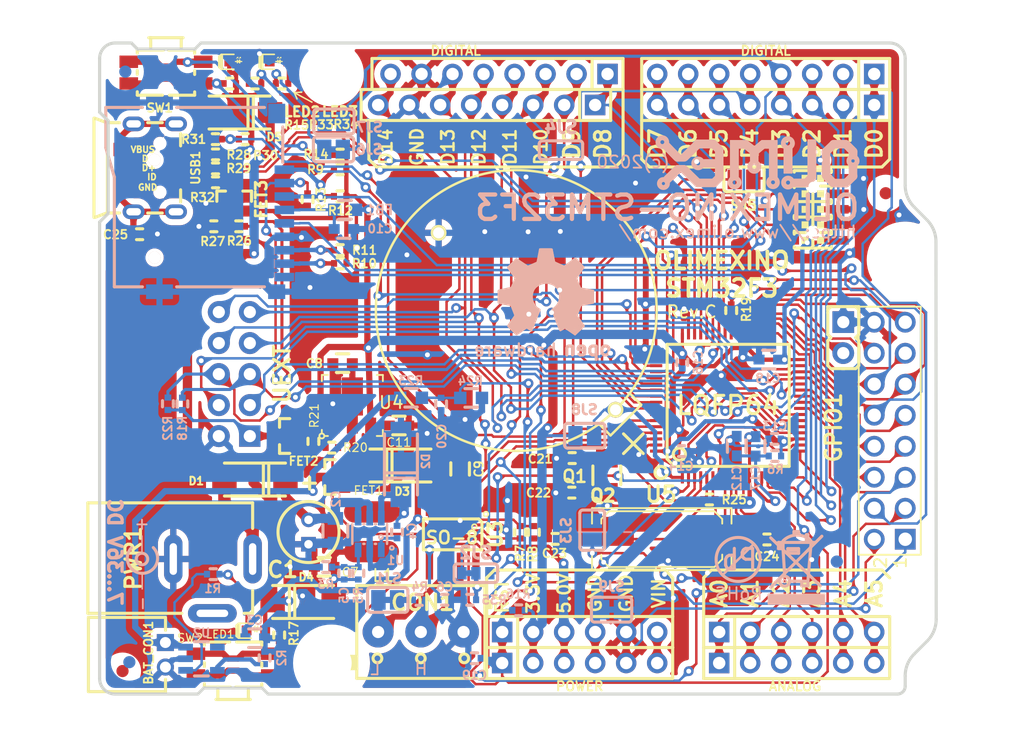
<source format=kicad_pcb>
(kicad_pcb (version 20221018) (generator pcbnew)
  (layers (0 "F.Cu" signal) (31 "B.Cu" signal) (34 "B.Paste" user) (35 "F.Paste" user) (36 "B.SilkS" user "B.Silkscreen") (37 "F.SilkS" user "F.Silkscreen") (38 "B.Mask" user) (39 "F.Mask" user) (44 "Edge.Cuts" user))
  (net 0 "")
  (net 1 "+BATT")
  (net 2 "GND")
  (net 3 "/VBAT")
  (net 4 "Net-(C1-Pad1)")
  (net 5 "+5V")
  (net 6 "Net-(C4-Pad2)")
  (net 7 "Net-(C4-Pad1)")
  (net 8 "Net-(C5-Pad2)")
  (net 9 "Net-(C6-Pad2)")
  (net 10 "Net-(C8-Pad2)")
  (net 11 "Net-(C10-Pad2)")
  (net 12 "+3.3VA")
  (net 13 "GNDA")
  (net 14 "/RESET")
  (net 15 "/D27")
  (net 16 "Net-(C21-Pad2)")
  (net 17 "/D23")
  (net 18 "Net-(C23-Pad2)")
  (net 19 "Net-(C24-Pad2)")
  (net 20 "Net-(C25-Pad2)")
  (net 21 "Net-(CON1-Pad1)")
  (net 22 "Net-(CON1-Pad2)")
  (net 23 "Net-(CON2-Pad10)")
  (net 24 "/D13_SCK1_LED1")
  (net 25 "/D11_MOSI1")
  (net 26 "/D12_MISO1")
  (net 27 "/D30_USART3RX")
  (net 28 "/D29_USART3TX")
  (net 29 "/D8_I2C2_SDA")
  (net 30 "/D7_I2C2_SCL")
  (net 31 "Net-(CON2-Pad1)")
  (net 32 "/TDI")
  (net 33 "Net-(CON3-Pad7)")
  (net 34 "/TDO_SWO")
  (net 35 "/TCK_SWCLK")
  (net 36 "/TMS_SWDIO")
  (net 37 "/D21")
  (net 38 "Net-(D1-Pad2)")
  (net 39 "Net-(D5-Pad2)")
  (net 40 "Net-(FET2-Pad1)")
  (net 41 "Net-(FET3-Pad1)")
  (net 42 "Net-(FET3-Pad3)")
  (net 43 "/D32_SCK2")
  (net 44 "/D31_#SS2")
  (net 45 "/D28")
  (net 46 "/D26")
  (net 47 "/D25_MMCCS")
  (net 48 "/D24_CANTX")
  (net 49 "/D23E")
  (net 50 "/D33_MISO2")
  (net 51 "/D34_MOSI2")
  (net 52 "/D35")
  (net 53 "/D36")
  (net 54 "/D37")
  (net 55 "Net-(LED2-Pad2)")
  (net 56 "Net-(LED3-Pad2)")
  (net 57 "Net-(MICRO_SD1-Pad9)")
  (net 58 "Net-(MICRO_SD1-Pad8)")
  (net 59 "Net-(MICRO_SD1-Pad1)")
  (net 60 "/D14_CANRX")
  (net 61 "/D9")
  (net 62 "/D10_#SS1")
  (net 63 "/D0_RXD2")
  (net 64 "/D1_TXD2")
  (net 65 "/D2")
  (net 66 "/D3_LED2")
  (net 67 "/D4")
  (net 68 "/D5")
  (net 69 "/D6")
  (net 70 "/D15_A0")
  (net 71 "/D16_A1")
  (net 72 "/D17_A2")
  (net 73 "/D18_A3")
  (net 74 "/D19_A4")
  (net 75 "/D20_A5")
  (net 76 "/VIN")
  (net 77 "Net-(PWR1-Pad3)")
  (net 78 "Net-(R2-Pad1)")
  (net 79 "Net-(R4-Pad1)")
  (net 80 "Net-(R7-Pad1)")
  (net 81 "Net-(R14-Pad2)")
  (net 82 "/BOOT0")
  (net 83 "Net-(R17-Pad2)")
  (net 84 "Net-(R19-Pad2)")
  (net 85 "/PF4")
  (net 86 "/DISC")
  (net 87 "/USBD_N")
  (net 88 "/USBC_N")
  (net 89 "/USBD_P")
  (net 90 "/USBC_P")
  (net 91 "/USBDET")
  (net 92 "Net-(R33-Pad2)")
  (net 93 "Net-(R34-Pad2)")
  (net 94 "Net-(R35-Pad2)")
  (net 95 "/PB2")
  (net 96 "/TRST")
  (net 97 "Net-(USB1-Pad4)")
  (net 98 "+3.3V")
  (net 99 "Net-(LED1-Pad1)")
  (net 100 "Net-(R1-Pad1)")
  (net 101 "Net-(MICRO_SD1-Pad10)")
  (net 102 "Net-(C5-Pad1)")
  (footprint "OLIMEX_Connectors-FP:LIPO_BAT-CON2DW02R" (layer "F.Cu") (at 62.9 95.6 -90)
    (fp_text reference "BAT_CON1")
    (fp_text value "BAT_CON")
  )
  (footprint "OLIMEX_Connectors-FP:CR2032-PTH-PLASTIC" (layer "F.Cu") (at 94.8 67.39 -45)
    (fp_text reference "BAT_HOLDER1" hide)
    (fp_text value "CR2016_32")
  )
  (footprint "OLIMEX_RLC-FP:CPOL-RM2mm_5x9mm_PTH" (layer "F.Cu") (at 77.78 85.54 -90)
    (fp_text reference "C1")
    (fp_text value "4.7uF_50V")
  )
  (footprint "OLIMEX_RLC-FP:C_0603_5MIL_DWS" (layer "F.Cu") (at 79.06 88.39)
    (fp_text reference "C7")
    (fp_text value "10uF_6.3V")
  )
  (footprint "OLIMEX_RLC-FP:C_0603_5MIL_DWS" (layer "F.Cu") (at 80.57 71.7)
    (fp_text reference "C8")
    (fp_text value "10uF_6.3V")
  )
  (footprint "OLIMEX_RLC-FP:C_0603_5MIL_DWS" (layer "F.Cu") (at 85.19 76.81 180)
    (fp_text reference "C11")
    (fp_text value "10uF_6.3V")
  )
  (footprint "OLIMEX_RLC-FP:C_0402_5MIL_DWS" (layer "F.Cu") (at 99.38 79.48)
    (fp_text reference "C21")
    (fp_text value "12pF")
  )
  (footprint "OLIMEX_RLC-FP:C_0402_5MIL_DWS" (layer "F.Cu") (at 97.98 86.1)
    (fp_text reference "C23")
    (fp_text value "22pF")
  )
  (footprint "OLIMEX_RLC-FP:C_0402_5MIL_DWS" (layer "F.Cu") (at 115.34 86.15 180)
    (fp_text reference "C24")
    (fp_text value "22pF")
  )
  (footprint "OLIMEX_RLC-FP:C_0402_5MIL_DWS" (layer "F.Cu") (at 63.94 61.14 180)
    (fp_text reference "C25")
    (fp_text value "100nF")
  )
  (footprint "OLIMEX_Connectors-FP:TB3-3.5mm" (layer "F.Cu") (at 86.98 93.73)
    (fp_text reference "CON1")
    (fp_text value "CANBUS")
  )
  (footprint "OLIMEX_Connectors-FP:UEXT_BH10R" (layer "F.Cu") (at 71.7 72.6 90)
    (fp_text reference "CON2")
    (fp_text value "UEXT")
  )
  (footprint "OLIMEX_Diodes-FP:SMA-KA" (layer "F.Cu") (at 73.39 81.24 180)
    (fp_text reference "D1")
    (fp_text value "SS14")
  )
  (footprint "OLIMEX_Diodes-FP:SMA-KA" (layer "F.Cu") (at 85.31 80.09)
    (fp_text reference "D3")
    (fp_text value "SS14")
  )
  (footprint "OLIMEX_Diodes-FP:SMA-KA" (layer "F.Cu") (at 77.34 91.27)
    (fp_text reference "D4")
    (fp_text value "SS14")
  )
  (footprint "OLIMEX_Diodes-FP:SMA-KA" (layer "F.Cu") (at 72.13 51.17 180)
    (fp_text reference "D5")
    (fp_text value "SS14")
  )
  (footprint "OLIMEX_Transistors-FP:SOT23" (layer "F.Cu") (at 76.04 77.67)
    (fp_text reference "FET2")
    (fp_text value "WPM2015")
  )
  (footprint "OLIMEX_Transistors-FP:SOT23" (layer "F.Cu") (at 71.69 58.24 -90)
    (fp_text reference "FET3")
    (fp_text value "WPM2015")
  )
  (footprint "OLIMEX_Connectors-FP:BH16S" (layer "F.Cu") (at 125.4 77.24 90)
    (fp_text reference "GPIO1")
    (fp_text value "BH16S")
  )
  (footprint "OLIMEX_RLC-FP:CD43" (layer "F.Cu") (at 82.94 85.52 -90)
    (fp_text reference "L1")
    (fp_text value "4.7uH")
  )
  (footprint "OLIMEX_LEDs-FP:LED_0603_KA" (layer "F.Cu") (at 73.4695 93.599)
    (fp_text reference "LED1")
    (fp_text value "red")
  )
  (footprint "OLIMEX_LEDs-FP:LED_0603_KA" (layer "F.Cu") (at 72.05 46.99)
    (fp_text reference "LED2")
    (fp_text value "green")
  )
  (footprint "OLIMEX_LEDs-FP:LED_0603_KA" (layer "F.Cu") (at 75.36 46.99)
    (fp_text reference "LED3")
    (fp_text value "yellow")
  )
  (footprint "OLIMEX_Cases-FP:ARDUINO-STM32-PLATFORM" (layer "F.Cu") (at 101.26549 72.142321)
    (fp_text reference "PLATFORM1")
    (fp_text value "STM32-MAPPLE_Platform(2xPN1x8+2xPN1x6)")
    (fp_line (start -40.60127 -21) (end -40.60127 -25.4) (stroke (width 0.254)) (layer "Edge.Cuts"))
    (fp_line (start -40.60127 -21) (end -39.90127 -20.3) (stroke (width 0.254)) (layer "Edge.Cuts"))
    (fp_line (start -40.60127 -12) (end -39.90127 -12.7) (stroke (width 0.254)) (layer "Edge.Cuts"))
    (fp_line (start -40.60127 25.4) (end -40.60127 -12) (stroke (width 0.254)) (layer "Edge.Cuts"))
    (fp_line (start -39.90127 -12.7) (end -39.90127 -20.3) (stroke (width 0.254)) (layer "Edge.Cuts"))
    (fp_line (start -39.33127 -26.67) (end -38 -26.67) (stroke (width 0.254)) (layer "Edge.Cuts"))
    (fp_line (start -38 -26.67) (end -37.5 -26.17) (stroke (width 0.254)) (layer "Edge.Cuts"))
    (fp_line (start -37.5 -26.17) (end -32.8 -26.17) (stroke (width 0.254)) (layer "Edge.Cuts"))
    (fp_line (start -32.8 -26.17) (end -32.3 -26.67) (stroke (width 0.254)) (layer "Edge.Cuts"))
    (fp_line (start -32.55 26.67) (end -39.33127 26.67) (stroke (width 0.254)) (layer "Edge.Cuts"))
    (fp_line (start -32.3 -26.67) (end 24.12873 -26.67) (stroke (width 0.254)) (layer "Edge.Cuts"))
    (fp_line (start -32.05 26.17) (end -32.55 26.67) (stroke (width 0.254)) (layer "Edge.Cuts"))
    (fp_line (start -27.3 26.17) (end -32.05 26.17) (stroke (width 0.254)) (layer "Edge.Cuts"))
    (fp_line (start -26.8 26.67) (end -27.3 26.17) (stroke (width 0.254)) (layer "Edge.Cuts"))
    (fp_line (start 24.76373 26.67) (end -26.8 26.67) (stroke (width 0.254)) (layer "Edge.Cuts"))
    (fp_line (start 25.39873 -25.4) (end 25.397363 -15.00632) (stroke (width 0.254)) (layer "Edge.Cuts"))
    (fp_line (start 25.39873 25.1841) (end 25.39873 26.035) (stroke (width 0.254)) (layer "Edge.Cuts"))
    (fp_line (start 26.14041 -13.22578) (end 27.195505 -12.15898) (stroke (width 0.254)) (layer "Edge.Cuts"))
    (fp_line (start 27.19451 22.33422) (end 26.14041 23.38832) (stroke (width 0.254)) (layer "Edge.Cuts"))
    (fp_line (start 27.919525 -10.360662) (end 27.93873 20.53844) (stroke (width 0.254)) (layer "Edge.Cuts"))
    (fp_arc (start -40.60127 -25.4) (mid -40.229296 -26.298026) (end -39.33127 -26.67) (stroke (width 0.254)) (layer "Edge.Cuts"))
    (fp_arc (start -39.33127 26.67) (mid -40.229296 26.298026) (end -40.60127 25.4) (stroke (width 0.254)) (layer "Edge.Cuts"))
    (fp_arc (start 24.12873 -26.67) (mid 25.026756 -26.298026) (end 25.39873 -25.4) (stroke (width 0.254)) (layer "Edge.Cuts"))
    (fp_arc (start 25.39873 25.1841) (mid 25.591561 24.213329) (end 26.140774 23.389956) (stroke (width 0.254)) (layer "Edge.Cuts"))
    (fp_arc (start 25.39873 26.035) (mid 25.212743 26.484013) (end 24.76373 26.67) (stroke (width 0.254)) (layer "Edge.Cuts"))
    (fp_arc (start 26.14041 -13.22578) (mid 25.593351 -14.042796) (end 25.397363 -15.00632) (stroke (width 0.254)) (layer "Edge.Cuts"))
    (fp_arc (start 27.195505 -12.15898) (mid 27.737014 -11.332089) (end 27.919525 -10.360662) (stroke (width 0.254)) (layer "Edge.Cuts"))
    (fp_arc (start 27.93873 20.53844) (mid 27.745384 21.510456) (end 27.194781 22.334491) (stroke (width 0.254)) (layer "Edge.Cuts"))
  )
  (footprint "OLIMEX_Connectors-FP:PWR_JACK_UNI_MILLING" (layer "F.Cu") (at 73.2 92.5)
    (fp_text reference "PWR1")
    (fp_text value "PWR-JACK-UNI-MILLING")
  )
  (footprint "OLIMEX_RLC-FP:L_1206_5MIL_DWS" (layer "F.Cu") (at 102.22 80.89 90)
    (fp_text reference "Q1")
    (fp_text value "32768_1206_12.5pF")
  )
  (footprint "OLIMEX_RLC-FP:R_0402_5MIL_DWS" (layer "F.Cu") (at 95.11 85.56 90)
    (fp_text reference "R7")
    (fp_text value "10K")
  )
  (footprint "OLIMEX_RLC-FP:R_0402_5MIL_DWS" (layer "F.Cu") (at 96.24 85.56 -90)
    (fp_text reference "R8")
    (fp_text value "20K")
  )
  (footprint "OLIMEX_RLC-FP:R_0402_5MIL_DWS" (layer "F.Cu") (at 80.37 55.82 180)
    (fp_text reference "R9")
    (fp_text value "100K")
  )
  (footprint "OLIMEX_RLC-FP:R_0402_5MIL_DWS" (layer "F.Cu") (at 80.38 63.53 180)
    (fp_text reference "R10")
    (fp_text value "100K")
  )
  (footprint "OLIMEX_RLC-FP:R_0402_5MIL_DWS" (layer "F.Cu") (at 80.37 62.44 180)
    (fp_text reference "R11")
    (fp_text value "100K")
  )
  (footprint "OLIMEX_RLC-FP:R_0402_5MIL_DWS" (layer "F.Cu") (at 80.37 58.03 180)
    (fp_text reference "R12")
    (fp_text value "10K")
  )
  (footprint "OLIMEX_RLC-FP:R_0402_5MIL_DWS" (layer "F.Cu") (at 77.7 58.3 90)
    (fp_text reference "R13")
    (fp_text value "1M")
  )
  (footprint "OLIMEX_RLC-FP:R_0402_5MIL_DWS" (layer "F.Cu") (at 80.37 54.62 180)
    (fp_text reference "R14")
    (fp_text value "1K")
  )
  (footprint "OLIMEX_RLC-FP:R_0402_5MIL_DWS" (layer "F.Cu") (at 71.33 48.79)
    (fp_text reference "R15")
    (fp_text value "10K")
  )
  (footprint "OLIMEX_RLC-FP:R_0402_5MIL_DWS" (layer "F.Cu") (at 75.3745 93.98 -90)
    (fp_text reference "R17")
    (fp_text value "22R")
  )
  (footprint "OLIMEX_RLC-FP:R_0402_5MIL_DWS" (layer "F.Cu") (at 112.41 67.39 -90)
    (fp_text reference "R19")
    (fp_text value "1K")
  )
  (footprint "OLIMEX_RLC-FP:R_0402_5MIL_DWS" (layer "F.Cu") (at 79.69 78.62 180)
    (fp_text reference "R20")
    (fp_text value "1K")
  )
  (footprint "OLIMEX_RLC-FP:R_0402_5MIL_DWS" (layer "F.Cu") (at 78.18 78.11 -90)
    (fp_text reference "R21")
    (fp_text value "100K")
  )
  (footprint "OLIMEX_RLC-FP:R_0402_5MIL_DWS" (layer "F.Cu") (at 110.62 82.87)
    (fp_text reference "R25")
    (fp_text value "1M")
  )
  (footprint "OLIMEX_RLC-FP:R_0402_5MIL_DWS" (layer "F.Cu") (at 72.07 60.49 180)
    (fp_text reference "R26")
    (fp_text value "1K")
  )
  (footprint "OLIMEX_RLC-FP:R_0402_5MIL_DWS" (layer "F.Cu") (at 70.02 60.49)
    (fp_text reference "R27")
    (fp_text value "100K")
  )
  (footprint "OLIMEX_RLC-FP:R_0402_5MIL_DWS" (layer "F.Cu") (at 70.16 54.6)
    (fp_text reference "R28")
    (fp_text value "22R")
  )
  (footprint "OLIMEX_RLC-FP:R_0402_5MIL_DWS" (layer "F.Cu") (at 70.16 55.75)
    (fp_text reference "R29")
    (fp_text value "22R")
  )
  (footprint "OLIMEX_RLC-FP:R_0402_5MIL_DWS" (layer "F.Cu") (at 72.58 53.35)
    (fp_text reference "R30")
    (fp_text value "20K")
  )
  (footprint "OLIMEX_RLC-FP:R_0402_5MIL_DWS" (layer "F.Cu") (at 70.15 53.35)
    (fp_text reference "R31")
    (fp_text value "10K")
  )
  (footprint "OLIMEX_RLC-FP:R_0402_5MIL_DWS" (layer "F.Cu") (at 70.16 56.89 180)
    (fp_text reference "R32")
    (fp_text value "1.5K")
  )
  (footprint "OLIMEX_RLC-FP:R_0402_5MIL_DWS" (layer "F.Cu") (at 73.4 48.79)
    (fp_text reference "R33")
    (fp_text value "2K")
  )
  (footprint "OLIMEX_RLC-FP:R_0402_5MIL_DWS" (layer "F.Cu") (at 75.61 48.79 180)
    (fp_text reference "R34")
    (fp_text value "2K")
  )
  (footprint "OLIMEX_Jumpers-FP:SJ" (layer "F.Cu") (at 113.46 56.65 180)
    (fp_text reference "SJ5")
    (fp_text value "open")
  )
  (footprint "OLIMEX_Buttons-FP:TSW34-W16PR-220" (layer "F.Cu") (at 66.1 47.9 180)
    (fp_text reference "SW1")
    (fp_text value "SIDE_WTCM-TR(3x4)")
  )
  (footprint "OLIMEX_Buttons-FP:TSW34-W16PR-220" (layer "F.Cu") (at 71.6 96.4)
    (fp_text reference "SW2")
    (fp_text value "SIDE_WTCM-TR(3x4)")
  )
  (footprint "OLIMEX_IC-FP:SO-8" (layer "F.Cu") (at 89.59 85.73 180)
    (fp_text reference "U3")
    (fp_text value "SIT1050T")
  )
  (footprint "OLIMEX_Transistors-FP:SOT89" (layer "F.Cu") (at 81.37 75.17)
    (fp_text reference "U4")
    (fp_text value "ME6210-SOT89")
  )
  (footprint "OLIMEX_IC-FP:LQFP64_Pitch-0.5mm_12.00x12.00x1.60mm" (layer "F.Cu") (at 112.16 75.16)
    (fp_text reference "U5")
    (fp_text value "STM32F303RCT6")
  )
  (footprint "OLIMEX_Connectors-FP:USB-MICRO_MISB-SWMM-5B_LF" (layer "F.Cu") (at 63.7 55.7 180)
    (fp_text reference "USB1")
    (fp_text value "uiCRO")
  )
  (footprint "OLIMEX_Connectors-FP:GPH127SMT-02X05(PA-V16X-2X5-LF)" (layer "F.Cu") (at 119.1 59.1 90)
    (fp_text reference "CON3" hide)
    (fp_text value "SWD")
  )
  (footprint "OLIMEX_Connectors-FP:HN1x2" (layer "F.Cu") (at 121.59 69.61 -90)
    (fp_text reference "CON4" hide)
    (fp_text value "WAKE")
  )
  (footprint "OLIMEX_Crystal-FP:Q_49U3HMS" (layer "F.Cu") (at 106.72 86.12 180)
    (fp_text reference "Q2")
    (fp_text value "8M_HS49S_20pF")
  )
  (footprint "OLIMEX_Other-FP:Fiducial1x3_transp" (layer "F.Cu") (at 125.07 57.78)
    (fp_text reference "Ref*" hide)
    (fp_text value "Val**" hide)
  )
  (footprint "OLIMEX_Other-FP:Fiducial1x3_transp" (layer "F.Cu") (at 62.7 63.3)
    (fp_text reference "Ref*" hide)
    (fp_text value "Val**" hide)
  )
  (footprint "OLIMEX_Other-FP:Fiducial1x3_transp" (layer "F.Cu") (at 62.54 96.93)
    (fp_text reference "Ref*" hide)
    (fp_text value "Val**" hide)
  )
  (footprint "OLIMEX_RLC-FP:C_0402_5MIL_DWS" (layer "F.Cu") (at 99.35 82.31)
    (fp_text reference "C22")
    (fp_text value "12pF")
  )
  (footprint "OLIMEX_RLC-FP:C_0603_5MIL_DWS" (layer "F.Cu") (at 90.2 80.37 -90)
    (fp_text reference "C9")
    (fp_text value "10uF_6.3V")
  )
  (footprint "OLIMEX_Transistors-FP:SOT23" (layer "F.Cu") (at 79.75 81.03)
    (fp_text reference "FET1")
    (fp_text value "WPM2015")
  )
  (footprint "OLIMEX_RLC-FP:C_0805_5MIL_DWS" (layer "B.Cu") (at 79.98 85.44 90)
    (fp_text reference "C2")
    (fp_text value "100nF_50V")
  )
  (footprint "OLIMEX_RLC-FP:C_0603_5MIL_DWS" (layer "B.Cu") (at 73.38 94.24 180)
    (fp_text reference "C3")
    (fp_text value "1uF_6.3V")
  )
  (footprint "OLIMEX_RLC-FP:C_0402_5MIL_DWS" (layer "B.Cu") (at 85.03 85.54 -90)
    (fp_text reference "C4")
    (fp_text value "100nF")
  )
  (footprint "OLIMEX_RLC-FP:C_0402_5MIL_DWS" (layer "B.Cu") (at 80.7 88.92 90)
    (fp_text reference "C5")
    (fp_text value "47pF")
  )
  (footprint "OLIMEX_RLC-FP:C_0402_5MIL_DWS" (layer "B.Cu") (at 88.94 91.09 180)
    (fp_text reference "C6")
    (fp_text value "100nF")
  )
  (footprint "OLIMEX_RLC-FP:C_0603_5MIL_DWS" (layer "B.Cu") (at 80.68 60.71 180)
    (fp_text reference "C10")
    (fp_text value "10uF_6.3V")
  )
  (footprint "OLIMEX_RLC-FP:C_0603_5MIL_DWS" (layer "B.Cu") (at 112.86 78.5 -90)
    (fp_text reference "C12")
    (fp_text value "10uF_6.3V")
  )
  (footprint "OLIMEX_RLC-FP:C_0402_5MIL_DWS" (layer "B.Cu") (at 115.96 77.91)
    (fp_text reference "C13")
    (fp_text value "100nF")
  )
  (footprint "OLIMEX_RLC-FP:C_0402_5MIL_DWS" (layer "B.Cu") (at 108.34 78.91 180)
    (fp_text reference "C14")
    (fp_text value "100nF")
  )
  (footprint "OLIMEX_RLC-FP:C_0402_5MIL_DWS" (layer "B.Cu") (at 108.4 71.63 90)
    (fp_text reference "C16")
    (fp_text value "100nF")
  )
  (footprint "OLIMEX_RLC-FP:C_0603_5MIL_DWS" (layer "B.Cu") (at 114.41 78.52 -90)
    (fp_text reference "C17")
    (fp_text value "10uF_6.3v")
  )
  (footprint "OLIMEX_RLC-FP:C_0603_5MIL_DWS" (layer "B.Cu") (at 115.49 71.41)
    (fp_text reference "C18")
    (fp_text value "10uF_6.3V")
  )
  (footprint "OLIMEX_RLC-FP:C_0402_5MIL_DWS" (layer "B.Cu") (at 91.38 95.88)
    (fp_text reference "C19")
    (fp_text value "100nF")
  )
  (footprint "OLIMEX_RLC-FP:C_0402_5MIL_DWS" (layer "B.Cu") (at 88.64 75.05 90)
    (fp_text reference "C20")
    (fp_text value "100nF")
  )
  (footprint "OLIMEX_Diodes-FP:SMA-KA" (layer "B.Cu") (at 85.35 80 90)
    (fp_text reference "D2")
    (fp_text value "SS14")
  )
  (footprint "OLIMEX_RLC-FP:L_0603_5MIL_DWS" (layer "B.Cu") (at 80.78 59.14)
    (fp_text reference "FB1")
    (fp_text value "FB0603")
  )
  (footprint "OLIMEX_RLC-FP:R_0402_5MIL_DWS" (layer "B.Cu") (at 69.97 88.99)
    (fp_text reference "R1")
    (fp_text value "2K")
  )
  (footprint "OLIMEX_RLC-FP:R_0402_5MIL_DWS" (layer "B.Cu") (at 74.18 95.85 90)
    (fp_text reference "R2")
    (fp_text value "1.5K")
  )
  (footprint "OLIMEX_RLC-FP:R_0402_5MIL_DWS" (layer "B.Cu") (at 79.2 88.41)
    (fp_text reference "R3")
    (fp_text value "23.7K_1%")
  )
  (footprint "OLIMEX_RLC-FP:R_0402_5MIL_DWS" (layer "B.Cu") (at 86.84 91.1)
    (fp_text reference "R4")
    (fp_text value "120R")
  )
  (footprint "OLIMEX_RLC-FP:R_0402_5MIL_DWS" (layer "B.Cu") (at 81.86 88.92 -90)
    (fp_text reference "R5")
    (fp_text value "124K_1%")
  )
  (footprint "OLIMEX_RLC-FP:R_0402_5MIL_DWS" (layer "B.Cu") (at 115.99 79.31)
    (fp_text reference "R6")
    (fp_text value "22R")
  )
  (footprint "OLIMEX_RLC-FP:R_0402_5MIL_DWS" (layer "B.Cu") (at 94.99 91.95 180)
    (fp_text reference "R16")
    (fp_text value "10K")
  )
  (footprint "OLIMEX_RLC-FP:R_0402_5MIL_DWS" (layer "B.Cu") (at 67.44 75.04 90)
    (fp_text reference "R18")
    (fp_text value "4.7K")
  )
  (footprint "OLIMEX_RLC-FP:R_0402_5MIL_DWS" (layer "B.Cu") (at 66.26 75.03 90)
    (fp_text reference "R22")
    (fp_text value "4.7K")
  )
  (footprint "OLIMEX_RLC-FP:R_0603_5MIL_DWS" (layer "B.Cu") (at 86.18 74.54)
    (fp_text reference "R23")
    (fp_text value "1M_1%_0603")
  )
  (footprint "OLIMEX_RLC-FP:R_0603_5MIL_DWS" (layer "B.Cu") (at 91.1 74.55)
    (fp_text reference "R24")
    (fp_text value "3M_1%_0603")
  )
  (footprint "OLIMEX_Jumpers-FP:SJ_Closed" (layer "B.Cu") (at 84.27 91.1)
    (fp_text reference "SJ1")
    (fp_text value "open")
  )
  (footprint "OLIMEX_Jumpers-FP:SJ_2_SMALL_12_TIED" (layer "B.Cu") (at 91.49 88.91)
    (fp_text reference "SJ2")
    (fp_text value "SJ2W_Closed(1-2)")
  )
  (footprint "OLIMEX_Jumpers-FP:SJ" (layer "B.Cu") (at 101.02 85.39 -90)
    (fp_text reference "SJ3")
    (fp_text value "open")
  )
  (footprint "OLIMEX_Jumpers-FP:SJ_2_SMALL_12_TIED" (layer "B.Cu") (at 98.46 54.25 180)
    (fp_text reference "SJ4")
    (fp_text value "SJ2W_Closed(1-2)")
  )
  (footprint "OLIMEX_Jumpers-FP:SJ" (layer "B.Cu") (at 100.41 77.65 180)
    (fp_text reference "SJ8")
    (fp_text value "open")
  )
  (footprint "OLIMEX_Jumpers-FP:SJ_Closed" (layer "B.Cu") (at 102.61 91.9)
    (fp_text reference "SJ9")
    (fp_text value "closed")
  )
  (footprint "OLIMEX_Regulators-FP:SOT23-6" (layer "B.Cu") (at 82.79 85.7 -90)
    (fp_text reference "U1")
    (fp_text value "BL9342")
  )
  (footprint "OLIMEX_Regulators-FP:SOT-23-5" (layer "B.Cu") (at 69.01 95.92 180)
    (fp_text reference "U2")
    (fp_text value "BL4054B-42TPRN(SOT23-5)")
  )
  (footprint "OLIMEX_Other-FP:Fiducial1x3_transp" (layer "B.Cu") (at 121.06 87.96)
    (fp_text reference "Ref*" hide)
    (fp_text value "Val**" hide)
  )
  (footprint "OLIMEX_Other-FP:Fiducial1x3_transp" (layer "B.Cu") (at 63.1 96.2)
    (fp_text reference "Ref*" hide)
    (fp_text value "Val**" hide)
  )
  (footprint "OLIMEX_Other-FP:Fiducial1x3_transp" (layer "B.Cu") (at 62.77 47.82)
    (fp_text reference "Ref*" hide)
    (fp_text value "Val**" hide)
  )
  (footprint "OLIMEX_Other-FP:Fiducial1x3_transp" (layer "B.Cu") (at 116.61 53.54)
    (fp_text reference "Ref*" hide)
    (fp_text value "Val**" hide)
  )
  (footprint "OLIMEX_LOGOs-FP:OLIMEX_LOGO_TB" (layer "B.Cu") (at 114.4 55.26 180)
    (fp_text reference "" hide)
    (fp_text value "" hide)
  )
  (footprint "OLIMEX_LOGOs-FP:LOGO_OPENHARDWARE_8x8" (layer "B.Cu") (at 97.24 66.36 180)
    (fp_text reference "" hide)
    (fp_text value "" hide)
  )
  (footprint "OLIMEX_LOGOs-FP:LOGO_RECYCLEBIN_1" (layer "B.Cu") (at 120.09 91.47 180)
    (fp_text reference "" hide)
    (fp_text value "" hide)
  )
  (footprint "OLIMEX_LOGOs-FP:LOGO_PBFREE" (layer "B.Cu") (at 113.18 87.47)
    (fp_text reference "")
    (fp_text value "")
  )
  (footprint "OLIMEX_Jumpers-FP:SJ_Closed" (layer "B.Cu") (at 79.86 51.9 180)
    (fp_text reference "SJ7")
    (fp_text value "closed")
  )
  (footprint "OLIMEX_Jumpers-FP:SJ_Closed" (layer "B.Cu") (at 79.83 54.19 180)
    (fp_text reference "SJ6")
    (fp_text value "closed")
  )
  (footprint "OLIMEX_RLC-FP:R_0402_5MIL_DWS" (layer "B.Cu") (at 91 91.09)
    (fp_text reference "R35")
    (fp_text value "10K")
  )
  (footprint "OLIMEX_Connectors-FP:TFC-WPAPR-08" (layer "B.Cu") (at 68.8 58.1 180)
    (fp_text reference "MICRO_SD1" hide)
    (fp_text value "MICRO_SD(TFC-WPAPR-08)")
  )
  (gr_arc (start 65.060209 86.813123) (mid 64.189688 88.920882) (end 63.26 86.838543) (stroke (width 0.25)) (layer "B.SilkS"))
  (gr_line (start 64.132166 87.29) (end 64.132166 85.86) (stroke (width 0.12)) (layer "B.SilkS"))
  (gr_circle (center 64.132166 87.75) (end 64.603865 87.75) (stroke (width 0.25)) (fill none) (layer "B.SilkS"))
  (gr_line (start 64.152166 88.94) (end 64.152166 90.2) (stroke (width 0.12)) (layer "B.SilkS"))
  (gr_line (start 78.06 50.32) (end 76.58 49.52) (stroke (width 0.12)) (layer "F.SilkS"))
  (gr_line (start 77.21 49.5) (end 77.14 49.49) (stroke (width 0.12)) (layer "F.SilkS"))
  (gr_line (start 76.84 50.06) (end 76.62 49.54) (stroke (width 0.12)) (layer "F.SilkS"))
  (gr_line (start 76.62 49.54) (end 77.21 49.5) (stroke (width 0.12)) (layer "F.SilkS"))
  (gr_text "RoHS" (at 113.03 90.6) (layer "B.SilkS") (effects (font (size 1 1)) (justify mirror)))
  (gr_text "H" (at 86.995 96.7486) (layer "B.SilkS") (effects (font (size 1 1)) (justify mirror)))
  (gr_text "7...36V DC" (at 61.9 87.18 270) (layer "B.SilkS") (effects (font (size 1.1 1.1) (thickness 0.275)) (justify mirror)))
  (gr_text "+" (at 64.132166 84.84) (layer "B.SilkS") (effects (font (size 1 1)) (justify mirror)))
  (gr_text "OLIMEXINO-STM32F3" (at 107.17 58.98) (layer "B.SilkS") (effects (font (size 2 2) (thickness 0.35)) (justify mirror)))
  (gr_text "-" (at 64.132166 91.41 90) (layer "B.SilkS") (effects (font (size 1 1)) (justify mirror)))
  (gr_text "L" (at 83.2612 96.7486) (layer "B.SilkS") (effects (font (size 1 1)) (justify mirror)))
  (gr_text "(c)2020" (at 104.37 55.23) (layer "B.SilkS") (effects (font (size 1 1)) (justify mirror)))
  (gr_text "https://www.olimex.com/" (at 112.93 60.96) (layer "B.SilkS") (effects (font (size 1 1)) (justify mirror)))
  (gr_text "2\n1" (at 125.46 88.05 90) (layer "F.SilkS") (effects (font (size 1 1))))
  (gr_text "UEXT" (at 75.62 72.59 90) (layer "F.SilkS") (effects (font (size 1.3 1.3) (thickness 0.25))))
  (gr_text "OLIMEXINO\nSTM32F3" (at 111.64 64.44) (layer "F.SilkS") (effects (font (size 1.4 1.4) (thickness 0.3))))
  (gr_text "Rev.C" (at 109.17 67.5) (layer "F.SilkS") (effects (font (size 1 1))))
  (segment (start 78.13 81.65) (end 78.75 81.03) (width 0.508) (layer "F.Cu") (net 1))
  (segment (start 78.13 82.19) (end 78.13 81.65) (width 0.508) (layer "F.Cu") (net 1))
  (via (at 78.13 82.19) (size 0.8) (drill 0.4) (layers "F.Cu" "B.Cu") (net 1))
  (segment (start 78.13 80.685) (end 78.13 81.624315) (width 0.508) (layer "B.Cu") (net 1))
  (segment (start 78.13 81.624315) (end 78.13 82.19) (width 0.508) (layer "B.Cu") (net 1))
  (segment (start 63.58 93.32748) (end 63.58 87.915202) (width 0.508) (layer "B.Cu") (net 1))
  (segment (start 66.05214 94.59162) (end 64.84414 94.59162) (width 0.508) (layer "B.Cu") (net 1))
  (segment (start 67.71 94.97) (end 66.43052 94.97) (width 0.25) (layer "B.Cu") (net 1))
  (segment (start 64.84414 94.59162) (end 63.58 93.32748) (width 0.508) (layer "B.Cu") (net 1))
  (segment (start 85.291 74.54) (end 84.275 74.54) (width 0.508) (layer "B.Cu") (net 1))
  (segment (start 63.58 84.63) (end 66.02 82.19) (width 0.508) (layer "B.Cu") (net 1))
  (segment (start 63.58 87.915202) (end 63.58 84.63) (width 0.508) (layer "B.Cu") (net 1))
  (segment (start 84.275 74.54) (end 78.13 80.685) (width 0.508) (layer "B.Cu") (net 1))
  (segment (start 66.02 82.19) (end 78.13 82.19) (width 0.508) (layer "B.Cu") (net 1))
  (segment (start 66.43052 94.97) (end 66.05214 94.59162) (width 0.25) (layer "B.Cu") (net 1))
  (segment (start 79.77 75.03) (end 79.77 76.72) (width 0.508) (layer "F.Cu") (net 2))
  (segment (start 77.7 58.808) (end 77.2218 58.808) (width 0.2032) (layer "F.Cu") (net 2))
  (segment (start 68.51 57.78) (end 69.32 58.59) (width 0.508) (layer "F.Cu") (net 2))
  (segment (start 79.77 71.7) (end 79.77 75.03) (width 0.508) (layer "F.Cu") (net 2))
  (segment (start 123.25 59.09) (end 123.27 59.11) (width 0.3556) (layer "F.Cu") (net 2))
  (segment (start 71.288 46.99) (end 71.288 47.7456) (width 0.3556) (layer "F.Cu") (net 2))
  (segment (start 108.91 69.26) (end 108.91 67.61) (width 0.25) (layer "F.Cu") (net 2))
  (segment (start 90.225 84.575347) (end 90.203179 84.597168) (width 0.2032) (layer "F.Cu") (net 2))
  (segment (start 115.848 86.15) (end 115.848 87.032) (width 0.2032) (layer "F.Cu") (net 2))
  (segment (start 112.118021 72.200369) (end 111.999999 72.318391) (width 0.2032) (layer "F.Cu") (net 2))
  (segment (start 73.774999 46.335903) (end 73.761604 46.349298) (width 0.3556) (layer "F.Cu") (net 2))
  (segment (start 98.842 82.31) (end 98.842 83.588) (width 0.2032) (layer "F.Cu") (net 2))
  (segment (start 87.04022 49.536321) (end 86.02422 50.552321) (width 0.508) (layer "F.Cu") (net 2))
  (segment (start 111.999999 72.318391) (end 111.6 72.71839) (width 0.2032) (layer "F.Cu") (net 2))
  (segment (start 110.83161 72.71839) (end 108.96 74.59) (width 0.2032) (layer "F.Cu") (net 2))
  (segment (start 107.568935 79.654719) (end 107.807108 79.892892) (width 0.25) (layer "F.Cu") (net 2))
  (segment (start 78.26 87.02) (end 77.78 86.54) (width 0.508) (layer "F.Cu") (net 2))
  (segment (start 108.91 67.61) (end 108.55 67.25) (width 0.25) (layer "F.Cu") (net 2))
  (segment (start 90.2 83.105) (end 90.225 83.13) (width 0.2032) (layer "F.Cu") (net 2))
  (segment (start 108.96 75.03059) (end 108.478399 75.512191) (width 0.2032) (layer "F.Cu") (net 2))
  (segment (start 118.06 71.91) (end 117.3 71.91) (width 0.2032) (layer "F.Cu") (net 2))
  (segment (start 115.848 87.032) (end 115.66 87.22) (width 0.2032) (layer "F.Cu") (net 2))
  (segment (start 90.203179 84.597168) (end 90.564222 84.958211) (width 0.25) (layer "F.Cu") (net 2))
  (segment (start 93.569518 84.958211) (end 93.977707 85.3664) (width 0.25) (layer "F.Cu") (net 2))
  (segment (start 98.842 82.31) (end 98.06 82.31) (width 0.2032) (layer "F.Cu") (net 2))
  (segment (start 66.85 57.0875) (end 68.183 57.0875) (width 0.508) (layer "F.Cu") (net 2))
  (segment (start 103.80422 96.272321) (end 103.80422 93.732321) (width 0.508) (layer "F.Cu") (net 2))
  (segment (start 122.01 60.37) (end 123.27 59.11) (width 0.3556) (layer "F.Cu") (net 2))
  (segment (start 64.448 61.14) (end 65.38 61.14) (width 0.2032) (layer "F.Cu") (net 2))
  (segment (start 69.0488 60.5) (end 68.8 60.5) (width 0.2032) (layer "F.Cu") (net 2))
  (segment (start 81.74599 62.825685) (end 81.74599 62.26) (width 0.3556) (layer "F.Cu") (net 2))
  (segment (start 90.2 81.17) (end 90.2 83.105) (width 0.2032) (layer "F.Cu") (net 2))
  (segment (start 90.225 83.13) (end 90.225 84.575347) (width 0.2032) (layer "F.Cu") (net 2))
  (segment (start 97.472 84.958) (end 97.472 86.1) (width 0.2032) (layer "F.Cu") (net 2))
  (segment (start 98.4188 79.48) (end 98.3988 79.5) (width 0.2032) (layer "F.Cu") (net 2))
  (segment (start 98.872 79.48) (end 98.4188 79.48) (width 0.2032) (layer "F.Cu") (net 2))
  (segment (start 73.088 54.118453) (end 72.982732 54.223721) (width 0.3556) (layer "F.Cu") (net 2))
  (segment (start 105.33 70.55) (end 105.33 66.920968) (width 0.2032) (layer "F.Cu") (net 2))
  (segment (start 79.77 76.72) (end 79.87 76.82) (width 0.508) (layer "F.Cu") (net 2))
  (segment (start 98.842 83.588) (end 97.472 84.958) (width 0.2032) (layer "F.Cu") (net 2))
  (segment (start 87.04022 48.012321) (end 87.04022 49.536321) (width 0.508) (layer "F.Cu") (net 2))
  (segment (start 98.06 82.31) (end 98.04 82.33) (width 0.2032) (layer "F.Cu") (net 2))
  (segment (start 111.6 72.71839) (end 110.83161 72.71839) (width 0.2032) (layer "F.Cu") (net 2))
  (segment (start 90.564222 84.958211) (end 93.569518 84.958211) (width 0.25) (layer "F.Cu") (net 2))
  (segment (start 77.9 65.505) (end 81.275 65.505) (width 0.3556) (layer "F.Cu") (net 2))
  (segment (start 104.847024 79.19) (end 104.84 79.19) (width 0.2032) (layer "F.Cu") (net 2))
  (segment (start 78.867 76.865) (end 78.912 76.82) (width 0.508) (layer "F.Cu") (net 2))
  (segment (start 121.132 59.1) (end 123.26 59.1) (width 0.3556) (layer "F.Cu") (net 2))
  (segment (start 105.33 66.920968) (end 105.39 66.860968) (width 0.2032) (layer "F.Cu") (net 2))
  (segment (start 105.627024 78.41) (end 104.847024 79.19) (width 0.2032) (layer "F.Cu") (net 2))
  (segment (start 108.96 74.59) (end 108.96 75.03059) (width 0.2032) (layer "F.Cu") (net 2))
  (segment (start 65.38 61.14) (end 65.4 61.12) (width 0.2032) (layer "F.Cu") (net 2))
  (segment (start 108.96 75.03059) (end 108.953288 75.037302) (width 0.2032) (layer "F.Cu") (net 2))
  (segment (start 78.18 77.602) (end 78.205 77.602) (width 0.508) (layer "F.Cu") (net 2))
  (segment (start 76.0095 93.472) (end 75.3745 93.472) (width 0.2032) (layer "F.Cu") (net 2))
  (segment (start 69.32 58.59) (end 69.35 58.59) (width 0.508) (layer "F.Cu") (net 2))
  (segment (start 108.478399 75.512191) (end 108.478399 76.790113) (width 0.2032) (layer "F.Cu") (net 2))
  (segment (start 71.66 47.92) (end 71.838 48.098) (width 0.3556) (layer "F.Cu") (net 2))
  (segment (start 78.867 76.94) (end 78.867 76.865) (width 0.508) (layer "F.Cu") (net 2))
  (segment (start 106.26 78.41) (end 105.627024 78.41) (width 0.2032) (layer "F.Cu") (net 2))
  (segment (start 73.088 50.938) (end 73.088 53.35) (width 0.3556) (layer "F.Cu") (net 2))
  (segment (start 71.363001 46.264999) (end 73.774999 46.264999) (width 0.25) (layer "F.Cu") (net 2))
  (segment (start 108.478399 76.790113) (end 108.129829 77.138683) (width 0.2032) (layer "F.Cu") (net 2))
  (segment (start 77.29 92.1915) (end 76.0095 93.472) (width 0.2032) (layer "F.Cu") (net 2))
  (segment (start 74.598 46.34) (end 74.598 46.99) (width 0.25) (layer "F.Cu") (net 2))
  (segment (start 74.522999 46.264999) (end 74.598 46.34) (width 0.25) (layer "F.Cu") (net 2))
  (segment (start 108.129829 77.704368) (end 108.129829 77.138683) (width 0.25) (layer "F.Cu") (net 2))
  (segment (start 108.129829 79.083219) (end 108.129829 77.704368) (width 0.25) (layer "F.Cu") (net 2))
  (segment (start 71.288 46.99) (end 71.288 46.34) (width 0.25) (layer "F.Cu") (net 2))
  (segment (start 77.29 90.77) (end 77.29 92.1915) (width 0.2032) (layer "F.Cu") (net 2))
  (segment (start 97.44 86.068) (end 97.472 86.1) (width 0.2032) (layer "F.Cu") (net 2))
  (segment (start 81.275 65.505) (end 81.74599 65.03401) (width 0.3556) (layer "F.Cu") (net 2))
  (segment (start 77.2218 58.808) (end 76.6138 58.2) (width 0.2032) (layer "F.Cu") (net 2))
  (segment (start 68.183 57.0875) (end 68.51 57.4145) (width 0.508) (layer "F.Cu") (net 2))
  (segment (start 71.288 47.7456) (end 71.4624 47.92) (width 0.3556) (layer "F.Cu") (net 2))
  (segment (start 69.0588 60.49) (end 69.0488 60.5) (width 0.2032) (layer "F.Cu") (net 2))
  (segment (start 123.25 56.57) (end 123.25 59.09) (width 0.3556) (layer "F.Cu") (net 2))
  (segment (start 78.26 89.8) (end 77.29 90.77) (width 0.2032) (layer "F.Cu") (net 2))
  (segment (start 121.132 56.56) (end 123.24 56.56) (width 0.3556) (layer "F.Cu") (net 2))
  (segment (start 69.35 58.59) (end 69.37 58.61) (width 0.508) (layer "F.Cu") (net 2))
  (segment (start 73.774999 46.264999) (end 74.522999 46.264999) (width 0.25) (layer "F.Cu") (net 2))
  (segment (start 78.912 76.82) (end 79.87 76.82) (width 0.508) (layer "F.Cu") (net 2))
  (segment (start 81.74599 65.03401) (end 81.74599 62.825685) (width 0.3556) (layer "F.Cu") (net 2))
  (segment (start 69.78 58.2) (end 69.37 58.61) (width 0.2032) (layer "F.Cu") (net 2))
  (segment (start 97.45 86.078) (end 97.472 86.1) (width 0.25) (layer "F.Cu") (net 2))
  (segment (start 105.405685 79.19) (end 105.859798 79.644113) (width 0.25) (layer "F.Cu") (net 2))
  (segment (start 78.26 88.39) (end 78.26 87.02) (width 0.508) (layer "F.Cu") (net 2))
  (segment (start 98.872 82.28) (end 98.842 82.31) (width 0.2032) (layer "F.Cu") (net 2))
  (segment (start 78.26 88.39) (end 78.26 89.8) (width 0.2032) (layer "F.Cu") (net 2))
  (segment (start 123.26 59.1) (end 123.27 59.11) (width 0.3556) (layer "F.Cu") (net 2))
  (segment (start 73.088 53.35) (end 73.088 54.118453) (width 0.3556) (layer "F.Cu") (net 2))
  (segment (start 71.838 49.688) (end 73.088 50.938) (width 0.3556) (layer "F.Cu") (net 2))
  (segment (start 71.4624 47.92) (end 71.66 47.92) (width 0.3556) (layer "F.Cu") (net 2))
  (segment (start 76.6138 58.2) (end 69.78 58.2) (width 0.2032) (layer "F.Cu") (net 2))
  (segment (start 78.205 77.602) (end 78.867 76.94) (width 0.508) (layer "F.Cu") (net 2))
  (segment (start 71.838 48.79) (end 71.838 49.688) (width 0.3556) (layer "F.Cu") (net 2))
  (segment (start 105.859798 79.644113) (end 107.568935 79.644113) (width 0.25) (layer "F.Cu") (net 2))
  (segment (start 117.3 71.91) (end 117.009631 72.200369) (width 0.2032) (layer "F.Cu") (net 2))
  (segment (start 71.288 46.34) (end 71.363001 46.264999) (width 0.25) (layer "F.Cu") (net 2))
  (segment (start 121.132 60.37) (end 122.01 60.37) (width 0.3556) (layer "F.Cu") (net 2))
  (segment (start 98.3988 79.5) (end 98.1 79.5) (width 0.2032) (layer "F.Cu") (net 2))
  (segment (start 73.774999 46.264999) (end 73.774999 46.335903) (width 0.3556) (layer "F.Cu") (net 2))
  (segment (start 69.512 60.49) (end 69.0588 60.49) (width 0.2032) (layer "F.Cu") (net 2))
  (segment (start 96.24 86.068) (end 97.44 86.068) (width 0.2032) (layer "F.Cu") (net 2))
  (segment (start 107.568935 79.644113) (end 107.568935 79.654719) (width 0.25) (layer "F.Cu") (net 2))
  (segment (start 123.24 56.56) (end 123.25 56.57) (width 0.3556) (layer "F.Cu") (net 2))
  (segment (start 104.84 79.19) (end 105.405685 79.19) (width 0.25) (layer "F.Cu") (net 2))
  (segment (start 68.51 57.4145) (end 68.51 57.78) (width 0.508) (layer "F.Cu") (net 2))
  (segment (start 107.568935 79.644113) (end 108.129829 79.083219) (width 0.25) (layer "F.Cu") (net 2))
  (segment (start 117.009631 72.200369) (end 112.118021 72.200369) (width 0.2032) (layer "F.Cu") (net 2))
  (segment (start 71.838 48.098) (end 71.838 48.79) (width 0.3556) (layer "F.Cu") (net 2))
  (via (at 92.22 60.93) (size 0.8) (drill 0.4) (layers "F.Cu" "B.Cu") (net 2))
  (via (at 98.41 60.91) (size 0.8) (drill 0.4) (layers "F.Cu" "B.Cu") (net 2))
  (via (at 95.83 67.69) (size 0.8) (drill 0.4) (layers "F.Cu" "B.Cu") (net 2))
  (via (at 104.57 56.95) (size 0.8) (drill 0.4) (layers "F.Cu" "B.Cu") (net 2))
  (via (at 123.25 56.57) (size 0.8) (drill 0.4) (layers "F.Cu" "B.Cu") (net 2))
  (via (at 123.27 59.11) (size 0.8) (drill 0.4) (layers "F.Cu" "B.Cu") (net 2))
  (via (at 95.77 60.94) (size 0.8) (drill 0.4) (layers "F.Cu" "B.Cu") (net 2))
  (via (at 109.58 55.19) (size 0.8) (drill 0.4) (layers "F.Cu" "B.Cu") (net 2))
  (via (at 95.6 56.45) (size 0.8) (drill 0.4) (layers "F.Cu" "B.Cu") (net 2))
  (via (at 119.01 87.8) (size 0.8) (drill 0.4) (layers "F.Cu" "B.Cu") (net 2))
  (via (at 81.74599 62.26) (size 0.8) (drill 0.4) (layers "F.Cu" "B.Cu") (net 2))
  (via (at 110.46 88.89) (size 0.8) (drill 0.4) (layers "F.Cu" "B.Cu") (net 2))
  (via (at 107.24513 87.880904) (size 0.8) (drill 0.4) (layers "F.Cu" "B.Cu") (net 2))
  (via (at 113.36 71.24) (size 0.8) (drill 0.4) (layers "F.Cu" "B.Cu") (net 2))
  (via (at 77.2 61.4) (size 0.8) (drill 0.4) (layers "F.Cu" "B.Cu") (net 2))
  (via (at 90.604 76.316) (size 0.8) (drill 0.4) (layers "F.Cu" "B.Cu") (net 2))
  (via (at 126.16 59.56) (size 0.8) (drill 0.4) (layers "F.Cu" "B.Cu") (net 2))
  (via (at 122.11 62.7) (size 0.8) (drill 0.4) (layers "F.Cu" "B.Cu") (net 2))
  (via (at 68.8 60.5) (size 0.8) (drill 0.4) (layers "F.Cu" "B.Cu") (net 2))
  (via (at 105.33 70.55) (size 0.8) (drill 0.4) (layers "F.Cu" "B.Cu") (net 2))
  (via (at 115.71 62.78) (size 0.8) (drill 0.4) (layers "F.Cu" "B.Cu") (net 2))
  (via (at 79.77 75.03) (size 0.8) (drill 0.4) (layers "F.Cu" "B.Cu") (net 2))
  (via (at 85.84 62.83) (size 0.8) (drill 0.4) (layers "F.Cu" "B.Cu") (net 2))
  (via (at 76.27 88.38) (size 0.8) (drill 0.4) (layers "F.Cu" "B.Cu") (net 2))
  (via (at 104.84 79.19) (size 0.8) (drill 0.4) (layers "F.Cu" "B.Cu") (net 2))
  (via (at 93.977707 85.3664) (size 0.8) (drill 0.4) (layers "F.Cu" "B.Cu") (net 2))
  (via (at 77.9 65.505) (size 0.8) (drill 0.4) (layers "F.Cu" "B.Cu") (net 2))
  (via (at 108.55 67.25) (size 0.8) (drill 0.4) (layers "F.Cu" "B.Cu") (net 2))
  (via (at 115.66 87.22) (size 0.8) (drill 0.4) (layers "F.Cu" "B.Cu") (net 2))
  (via (at 111.6 72.71839) (size 0.8) (drill 0.4) (layers "F.Cu" "B.Cu") (net 2))
  (via (at 112.309357 78.039215) (size 0.8) (drill 0.4) (layers "F.Cu" "B.Cu") (net 2))
  (via (at 69.37 58.61) (size 0.8) (drill 0.4) (layers "F.Cu" "B.Cu") (net 2))
  (via (at 107.807108 79.892892) (size 0.8) (drill 0.4) (layers "F.Cu" "B.Cu") (net 2))
  (via (at 87.52 71.02) (size 0.8) (drill 0.4) (layers "F.Cu" "B.Cu") (net 2))
  (via (at 77.29 90.77) (size 0.8) (drill 0.4) (layers "F.Cu" "B.Cu") (net 2))
  (via (at 98.1 79.5) (size 0.8) (drill 0.4) (layers "F.Cu" "B.Cu") (net 2))
  (via (at 73.761604 46.349298) (size 0.8) (drill 0.4) (layers "F.Cu" "B.Cu") (net 2))
  (via (at 90.203179 84.597168) (size 0.8) (drill 0.4) (layers "F.Cu" "B.Cu") (net 2))
  (via (at 107.67 90.94) (size 0.8) (drill 0.4) (layers "F.Cu" "B.Cu") (net 2))
  (via (at 65.4 61.12) (size 0.8) (drill 0.4) (layers "F.Cu" "B.Cu") (net 2))
  (via (at 87.498 77.458) (size 0.8) (drill 0.4) (layers "F.Cu" "B.Cu") (net 2))
  (via (at 98.04 82.33) (size 0.8) (drill 0.4) (layers "F.Cu" "B.Cu") (net 2))
  (via (at 108.129829 77.138683) (size 0.8) (drill 0.4) (layers "F.Cu" "B.Cu") (net 2))
  (via (at 94.08 82.96) (size 0.8) (drill 0.4) (layers "F.Cu" "B.Cu") (net 2))
  (via (at 105.39 66.860968) (size 0.8) (drill 0.4) (layers "F.Cu" "B.Cu") (net 2))
  (via (at 72.982732 54.223721) (size 0.8) (drill 0.4) (layers "F.Cu" "B.Cu") (net 2))
  (via (at 109.788654 79.803573) (size 0.8) (drill 0.4) (layers "F.Cu" "B.Cu") (net 2))
  (segment (start 87.498 77.458) (end 87.456 77.5) (width 0.508) (layer "B.Cu") (net 2))
  (segment (start 90.604 76.316) (end 88.64 76.316) (width 0.508) (layer "B.Cu") (net 2))
  (segment (start 90.492 91.09) (end 90.492 93.718) (width 0.508) (layer "B.Cu") (net 2))
  (segment (start 75.7144 61.33) (end 75.692199 61.352201) (width 0.3556) (layer "B.Cu") (net 2))
  (segment (start 78.692 88.41) (end 78.192 88.41) (width 0.25) (layer "B.Cu") (net 2))
  (segment (start 77.13 61.33) (end 77.2 61.4) (width 0.2032) (layer "B.Cu") (net 2))
  (segment (start 103.80422 92.05921) (end 103.64501 91.9) (width 0.762) (layer "B.Cu") (net 2))
  (segment (start 108.160968 66.860968) (end 108.55 67.25) (width 0.2032) (layer "B.Cu") (net 2))
  (segment (start 77.78 87.39) (end 77.78 86.54) (width 0.25) (layer "B.Cu") (net 2))
  (segment (start 93.977707 85.3664) (end 93.977707 83.062293) (width 0.25) (layer "B.Cu") (net 2))
  (segment (start 112.799216 77.639216) (end 112.709356 77.639216) (width 0.3556) (layer "B.Cu") (net 2))
  (segment (start 81.48 60.71) (end 81.48 61.99401) (width 0.3556) (layer "B.Cu") (net 2))
  (segment (start 78.192 88.41) (end 77.78 87.998) (width 0.25) (layer "B.Cu") (net 2))
  (segment (start 115.06 86.62) (end 115.66 87.22) (width 0.2032) (layer "B.Cu") (net 2))
  (segment (start 74.35 61.95) (end 74.35 65.13) (width 0.3556) (layer "B.Cu") (net 2))
  (segment (start 74.95 61.35) (end 74.35 61.95) (width 0.3556) (layer "B.Cu") (net 2))
  (segment (start 115.452 77.91) (end 115.452 77.885) (width 0.2032) (layer "B.Cu") (net 2))
  (segment (start 93.977707 83.062293) (end 94.08 82.96) (width 0.25) (layer "B.Cu") (net 2))
  (segment (start 109.699335 79.892892) (end 109.788654 79.803573) (width 0.25) (layer "B.Cu") (net 2))
  (segment (start 90.872 95.88) (end 90.872 94.122) (width 0.508) (layer "B.Cu") (net 2))
  (segment (start 121.59 68.34) (end 121.59 67.0954) (width 0.3556) (layer "B.Cu") (net 2))
  (segment (start 112.309357 78.039215) (end 111.909358 78.439214) (width 0.2032) (layer "B.Cu") (net 2))
  (segment (start 114.69 71.41) (end 113.53 71.41) (width 0.2032) (layer "B.Cu") (net 2))
  (segment (start 91.989 75.566) (end 91.239 76.316) (width 0.508) (layer "B.Cu") (net 2))
  (segment (start 116.387 76.95) (end 117.13 76.95) (width 0.2032) (layer "B.Cu") (net 2))
  (segment (start 77.07 61.33) (end 77.13 61.33) (width 0.2032) (layer "B.Cu") (net 2))
  (segment (start 74.35 65.13) (end 75.07 65.85) (width 0.3556) (layer "B.Cu") (net 2))
  (segment (start 77.864 86.456) (end 77.78 86.54) (width 0.762) (layer "B.Cu") (net 2))
  (segment (start 117.1 85.78) (end 116.059999 86.820001) (width 0.2032) (layer "B.Cu") (net 2))
  (segment (start 89.448 91.09) (end 90.492 91.09) (width 0.508) (layer "B.Cu") (net 2))
  (segment (start 82.79 85.77) (end 81.41 85.77) (width 0.508) (layer "B.Cu") (net 2))
  (segment (start 115.452 77.91) (end 115.452 78.3882) (width 0.2032) (layer "B.Cu") (net 2))
  (segment (start 121.297378 66.802778) (end 121.297378 63.512622) (width 0.3556) (layer "B.Cu") (net 2))
  (segment (start 106.787 70.55) (end 105.895685 70.55) (width 0.2032) (layer "B.Cu") (net 2))
  (segment (start 115.452 77.885) (end 116.387 76.95) (width 0.2032) (layer "B.Cu") (net 2))
  (segment (start 88.64 75.558) (end 88.64 76.316) (width 0.508) (layer "B.Cu") (net 2))
  (segment (start 72.85 64.55) (end 68.8 60.5) (width 0.762) (layer "B.Cu") (net 2))
  (segment (start 112.709356 78.439214) (end 112.309357 78.039215) (width 0.2032) (layer "B.Cu") (net 2))
  (segment (start 77.07 61.33) (end 75.7144 61.33) (width 0.3556) (layer "B.Cu") (net 2))
  (segment (start 117.74 77.56) (end 117.74 80.6) (width 0.2032) (layer "B.Cu") (net 2))
  (segment (start 67.71 95.92) (end 66.73798 95.92) (width 0.25) (layer "B.Cu") (net 2))
  (segment (start 79.98 86.456) (end 77.864 86.456) (width 0.762) (layer "B.Cu") (net 2))
  (segment (start 112.741743 78.471601) (end 112.709356 78.439214) (width 0.2032) (layer "B.Cu") (net 2))
  (segment (start 121.59 67.0954) (end 121.297378 66.802778) (width 0.3556) (layer "B.Cu") (net 2))
  (segment (start 121.297378 63.512622) (end 122.11 62.7) (width 0.3556) (layer "B.Cu") (net 2))
  (segment (start 77.875 65.53) (end 77.9 65.505) (width 0.3556) (layer "B.Cu") (net 2))
  (segment (start 111.909358 78.439214) (end 111.909358 79.749358) (width 0.2032) (layer "B.Cu") (net 2))
  (segment (start 77.29 90.77) (end 77.29 92.128) (width 0.2032) (layer "B.Cu") (net 2))
  (segment (start 105.895685 70.55) (end 105.33 70.55) (width 0.2032) (layer "B.Cu") (net 2))
  (segment (start 81.41 85.77) (end 80.724 86.456) (width 0.508) (layer "B.Cu") (net 2))
  (segment (start 74.8 65.85) (end 73.5 64.55) (width 0.762) (layer "B.Cu") (net 2))
  (segment (start 109.788654 79.237888) (end 109.788654 79.803573) (width 0.2032) (layer "B.Cu") (net 2))
  (segment (start 90.492 93.718) (end 90.48 93.73) (width 0.508) (layer "B.Cu") (net 2))
  (segment (start 117.74 80.6) (end 117.1 81.24) (width 0.2032) (layer "B.Cu") (net 2))
  (segment (start 110.587328 78.439214) (end 109.788654 79.237888) (width 0.2032) (layer "B.Cu") (net 2))
  (segment (start 90.872 94.122) (end 90.48 93.73) (width 0.508) (layer "B.Cu") (net 2))
  (segment (start 117.13 76.95) (end 117.74 77.56) (width 0.2032) (layer "B.Cu") (net 2))
  (segment (start 88.64 76.316) (end 87.498 77.458) (width 0.508) (layer "B.Cu") (net 2))
  (segment (start 112.86 77.7) (end 112.799216 77.639216) (width 0.3556) (layer "B.Cu") (net 2))
  (segment (start 112.709356 77.639216) (end 112.309357 78.039215) (width 0.3556) (layer "B.Cu") (net 2))
  (segment (start 87.456 77.5) (end 85.35 77.5) (width 0.508) (layer "B.Cu") (net 2))
  (segment (start 111.909358 79.749358) (end 115.06 82.9) (width 0.2032) (layer "B.Cu") (net 2))
  (segment (start 105.39 66.860968) (end 108.160968 66.860968) (width 0.2032) (layer "B.Cu") (net 2))
  (segment (start 77.29 92.128) (end 75.178 94.24) (width 0.2032) (layer "B.Cu") (net 2))
  (segment (start 82.79 86.0445) (end 82.79 85.77) (width 0.3556) (layer "B.Cu") (net 2))
  (segment (start 109.716573 79.803573) (end 109.788654 79.803573) (width 0.3556) (layer "B.Cu") (net 2))
  (segment (start 75.8 61.35) (end 74.95 61.35) (width 0.3556) (layer "B.Cu") (net 2))
  (segment (start 124.12 68.34) (end 124.13 68.35) (width 0.508) (layer "B.Cu") (net 2))
  (segment (start 73.5 64.55) (end 72.85 64.55) (width 0.762) (layer "B.Cu") (net 2))
  (segment (start 108.848 78.935) (end 109.716573 79.803573) (width 0.3556) (layer "B.Cu") (net 2))
  (segment (start 117.1 81.24) (end 117.1 85.78) (width 0.2032) (layer "B.Cu") (net 2))
  (segment (start 75.178 94.24) (end 74.18 94.24) (width 0.2032) (layer "B.Cu") (net 2))
  (segment (start 75.17 65.85) (end 74.8 65.85) (width 0.762) (layer "B.Cu") (net 2))
  (segment (start 103.80422 93.732321) (end 103.80422 92.05921) (width 0.762) (layer "B.Cu") (net 2))
  (segment (start 108.848 78.91) (end 108.848 78.935) (width 0.3556) (layer "B.Cu") (net 2))
  (segment (start 121.59 68.34) (end 124.12 68.34) (width 0.508) (layer "B.Cu") (net 2))
  (segment (start 108.375 72.138) (end 106.787 70.55) (width 0.2032) (layer "B.Cu") (net 2))
  (segment (start 91.239 76.316) (end 90.604 76.316) (width 0.508) (layer "B.Cu") (net 2))
  (segment (start 113.53 71.41) (end 113.36 71.24) (width 0.2032) (layer "B.Cu") (net 2))
  (segment (start 74.18 95.342) (end 74.18 94.24) (width 0.3556) (layer "B.Cu") (net 2))
  (segment (start 107.807108 79.892892) (end 109.699335 79.892892) (width 0.25) (layer "B.Cu") (net 2))
  (segment (start 115.452 78.3882) (end 115.368599 78.471601) (width 0.2032) (layer "B.Cu") (net 2))
  (segment (start 82.79 87.0001) (end 82.79 86.0445) (width 0.3556) (layer "B.Cu") (net 2))
  (segment (start 66.73798 95.92) (end 66.05468 96.6033) (width 0.25) (layer "B.Cu") (net 2))
  (segment (start 108.4 72.138) (end 108.375 72.138) (width 0.2032) (layer "B.Cu") (net 2))
  (segment (start 80.724 86.456) (end 79.98 86.456) (width 0.508) (layer "B.Cu") (net 2))
  (segment (start 111.909358 78.439214) (end 110.587328 78.439214) (width 0.2032) (layer "B.Cu") (net 2))
  (segment (start 115.368599 78.471601) (end 112.741743 78.471601) (width 0.2032) (layer "B.Cu") (net 2))
  (segment (start 115.06 82.9) (end 115.06 86.62) (width 0.2032) (layer "B.Cu") (net 2))
  (segment (start 91.989 74.55) (end 91.989 75.566) (width 0.508) (layer "B.Cu") (net 2))
  (segment (start 77.78 87.998) (end 77.78 87.39) (width 0.25) (layer "B.Cu") (net 2))
  (segment (start 116.059999 86.820001) (end 115.66 87.22) (width 0.2032) (layer "B.Cu") (net 2))
  (segment (start 75.07 65.85) (end 75.17 65.85) (width 0.3556) (layer "B.Cu") (net 2))
  (segment (start 81.48 61.99401) (end 81.74599 62.26) (width 0.3556) (layer "B.Cu") (net 2))
  (segment (start 107.56 81.06) (end 107.1 80.6) (width 0.25) (layer "F.Cu") (net 3))
  (segment (start 108.41 81.06) (end 107.56 81.06) (width 0.25) (layer "F.Cu") (net 3))
  (via (at 107.1 80.6) (size 0.8) (drill 0.4) (layers "F.Cu" "B.Cu") (net 3))
  (segment (start 106.700001 79.820001) (end 106.700001 80.200001) (width 0.3556) (layer "B.Cu") (net 3))
  (segment (start 101.17 77.4321) (end 101.17 76.41) (width 0.2032) (layer "B.Cu") (net 3))
  (segment (start 104.35 75.51) (end 106.17 77.33) (width 0.3556) (layer "B.Cu") (net 3))
  (segment (start 101.172 77.4341) (end 101.17 77.4321) (width 0.2032) (layer "B.Cu") (net 3))
  (segment (start 101.172 77.65) (end 101.172 77.4341) (width 0.2032) (layer "B.Cu") (net 3))
  (segment (start 102.931728 75.521728) (end 104.338272 75.521728) (width 0.3556) (layer "B.Cu") (net 3))
  (segment (start 101.17 76.41) (end 101.7 75.88) (width 0.2032) (layer "B.Cu") (net 3))
  (segment (start 101.7 75.834218) (end 102.01249 75.521728) (width 0.2032) (layer "B.Cu") (net 3))
  (segment (start 106.700001 80.200001) (end 107.1 80.6) (width 0.3556) (layer "B.Cu") (net 3))
  (segment (start 101.7 75.88) (end 101.7 75.834218) (width 0.2032) (layer "B.Cu") (net 3))
  (segment (start 106.17 77.33) (end 106.17 79.29) (width 0.3556) (layer "B.Cu") (net 3))
  (segment (start 106.17 79.29) (end 106.700001 79.820001) (width 0.3556) (layer "B.Cu") (net 3))
  (segment (start 102.01249 75.521728) (end 102.931728 75.521728) (width 0.2032) (layer "B.Cu") (net 3))
  (segment (start 104.338272 75.521728) (end 104.35 75.51) (width 0.3556) (layer "B.Cu") (net 3))
  (segment (start 75.89 82.65) (end 77.78 84.54) (width 0.762) (layer "F.Cu") (net 4))
  (segment (start 75.89 81.24) (end 75.89 82.65) (width 0.762) (layer "F.Cu") (net 4))
  (segment (start 79.98 84.424) (end 77.896 84.424) (width 0.762) (layer "B.Cu") (net 4))
  (segment (start 82.01 83.12) (end 81.84 83.29) (width 0.508) (layer "B.Cu") (net 4))
  (segment (start 82.79 83.2919) (end 82.6181 83.12) (width 0.508) (layer "B.Cu") (net 4))
  (segment (start 77.896 84.424) (end 77.78 84.54) (width 0.762) (layer "B.Cu") (net 4))
  (segment (start 79.997 83.12) (end 79.98 83.137) (width 0.762) (layer "B.Cu") (net 4))
  (segment (start 82.6181 83.12) (end 82.01 83.12) (width 0.508) (layer "B.Cu") (net 4))
  (segment (start 79.98 83.137) (end 79.98 84.424) (width 0.762) (layer "B.Cu") (net 4))
  (segment (start 81.84 83.29) (end 81.84 84.3999) (width 0.508) (layer "B.Cu") (net 4))
  (segment (start 82.01 83.12) (end 79.997 83.12) (width 0.762) (layer "B.Cu") (net 4))
  (segment (start 82.79 84.3999) (end 82.79 83.2919) (width 0.508) (layer "B.Cu") (net 4))
  (segment (start 98.72422 96.272321) (end 98.72422 93.732321) (width 0.508) (layer "F.Cu") (net 5))
  (segment (start 74.425199 82.671001) (end 74.84 82.671001) (width 0.762) (layer "F.Cu") (net 5))
  (segment (start 69.1262 79.51) (end 72.72 79.51) (width 0.762) (layer "F.Cu") (net 5))
  (segment (start 97.4 86.83) (end 92.67 86.83) (width 0.508) (layer "F.Cu") (net 5))
  (segment (start 88.955 79.907) (end 89.292 79.57) (width 0.508) (layer "F.Cu") (net 5))
  (segment (start 92.67 86.83) (end 91.805611 85.965611) (width 0.508) (layer "F.Cu") (net 5))
  (segment (start 87.404389 85.144389) (end 87.139999 84.879999) (width 0.508) (layer "F.Cu") (net 5))
  (segment (start 74.84 82.671001) (end 74.84 89.658) (width 0.762) (layer "F.Cu") (net 5))
  (segment (start 73.24 80.03) (end 73.24 81.48) (width 0.762) (layer "F.Cu") (net 5))
  (segment (start 87.139999 84.879999) (end 86.74 84.48) (width 0.508) (layer "F.Cu") (net 5))
  (segment (start 86.74 80.09) (end 87.81 80.09) (width 0.508) (layer "F.Cu") (net 5))
  (segment (start 86.74 84.48) (end 86.74 80.09) (width 0.508) (layer "F.Cu") (net 5))
  (segment (start 89.292 79.57) (end 90.2 79.57) (width 0.508) (layer "F.Cu") (net 5))
  (segment (start 72.57 62.73) (end 67.86 67.44) (width 0.762) (layer "F.Cu") (net 5))
  (segment (start 74.63 54.07) (end 73.8 54.9) (width 0.762) (layer "F.Cu") (net 5))
  (segment (start 98.72422 88.15422) (end 98.68 88.11) (width 0.508) (layer "F.Cu") (net 5))
  (segment (start 74.2315 93.599) (end 74.2315 91.8785) (width 0.3556) (layer "F.Cu") (net 5))
  (segment (start 73.32 62.73) (end 72.57 62.73) (width 0.762) (layer "F.Cu") (net 5))
  (segment (start 88.955 83.13) (end 88.955 79.907) (width 0.508) (layer "F.Cu") (net 5))
  (segment (start 86.28 80.09) (end 87.81 80.09) (width 0.508) (layer "F.Cu") (net 5))
  (segment (start 74.27 82.515802) (end 74.425199 82.671001) (width 0.762) (layer "F.Cu") (net 5))
  (segment (start 87.993 79.907) (end 87.81 80.09) (width 0.508) (layer "F.Cu") (net 5))
  (segment (start 88.630141 85.144389) (end 87.404389 85.144389) (width 0.508) (layer "F.Cu") (net 5))
  (segment (start 91.805611 85.965611) (end 89.451363 85.965611) (width 0.508) (layer "F.Cu") (net 5))
  (segment (start 67.86 67.44) (end 67.86 78.2438) (width 0.762) (layer "F.Cu") (net 5))
  (segment (start 89.451363 85.965611) (end 88.630141 85.144389) (width 0.508) (layer "F.Cu") (net 5))
  (segment (start 74.2315 91.8785) (end 74.84 91.27) (width 0.2032) (layer "F.Cu") (net 5))
  (segment (start 74.27 82.51) (end 74.27 82.515802) (width 0.762) (layer "F.Cu") (net 5))
  (segment (start 80.75 81.98) (end 84.39 81.98) (width 0.508) (layer "F.Cu") (net 5))
  (segment (start 72.72 79.51) (end 73.24 80.03) (width 0.762) (layer "F.Cu") (net 5))
  (segment (start 76.14 91.19) (end 74.92 91.19) (width 0.508) (layer "F.Cu") (net 5))
  (segment (start 74.63 51.17) (end 74.63 54.07) (width 0.762) (layer "F.Cu") (net 5))
  (segment (start 73.24 81.48) (end 74.27 82.51) (width 0.762) (layer "F.Cu") (net 5))
  (segment (start 88.955 79.907) (end 87.993 79.907) (width 0.508) (layer "F.Cu") (net 5))
  (segment (start 84.39 81.98) (end 86.28 80.09) (width 0.508) (layer "F.Cu") (net 5))
  (segment (start 67.86 78.2438) (end 69.1262 79.51) (width 0.762) (layer "F.Cu") (net 5))
  (segment (start 98.68 88.11) (end 97.4 86.83) (width 0.508) (layer "F.Cu") (net 5))
  (segment (start 74.92 91.19) (end 74.84 91.27) (width 0.508) (layer "F.Cu") (net 5))
  (segment (start 74.84 89.658) (end 74.84 91.27) (width 0.762) (layer "F.Cu") (net 5))
  (via (at 86.74 84.48) (size 0.8) (drill 0.4) (layers "F.Cu" "B.Cu") (net 5))
  (via (at 73.8 54.9) (size 0.8) (drill 0.4) (layers "F.Cu" "B.Cu") (net 5))
  (via (at 98.68 88.11) (size 0.8) (drill 0.4) (layers "F.Cu" "B.Cu") (net 5))
  (via (at 76.14 91.19) (size 0.8) (drill 0.4) (layers "F.Cu" "B.Cu") (net 5))
  (via (at 73.32 62.73) (size 0.8) (drill 0.4) (layers "F.Cu" "B.Cu") (net 5))
  (segment (start 85.032 89.428) (end 83.162242 89.428) (width 0.508) (layer "B.Cu") (net 5))
  (segment (start 73.32 55.38) (end 73.8 54.9) (width 0.762) (layer "B.Cu") (net 5))
  (segment (start 72.58 94.24) (end 72.053922 94.24) (width 0.508) (layer "B.Cu") (net 5))
  (segment (start 70.453401 94.195999) (end 70.31 94.3394) (width 0.508) (layer "B.Cu") (net 5))
  (segment (start 78.8 90.3) (end 77.928 89.428) (width 0.508) (layer "B.Cu") (net 5))
  (segment (start 70.31 94.3394) (end 70.31 94.97) (width 0.508) (layer "B.Cu") (net 5))
  (segment (start 82.290242 90.3) (end 78.8 90.3) (width 0.508) (layer "B.Cu") (net 5))
  (segment (start 83.162242 89.428) (end 82.290242 90.3) (width 0.508) (layer "B.Cu") (net 5))
  (segment (start 72.053922 94.24) (end 72.009921 94.195999) (width 0.508) (layer "B.Cu") (net 5))
  (segment (start 98.68 88.11) (end 98.68 93.688101) (width 0.762) (layer "B.Cu") (net 5))
  (segment (start 76.135 91.195) (end 76.14 91.19) (width 0.508) (layer "B.Cu") (net 5))
  (segment (start 85.81 88.65) (end 85.81 85.41) (width 0.508) (layer "B.Cu") (net 5))
  (segment (start 98.68 93.688101) (end 98.72422 93.732321) (width 0.762) (layer "B.Cu") (net 5))
  (segment (start 72.57 93.49) (end 72.57 94.23) (width 0.508) (layer "B.Cu") (net 5))
  (segment (start 74.865 91.195) (end 72.57 93.49) (width 0.508) (layer "B.Cu") (net 5))
  (segment (start 85.032 89.428) (end 85.81 88.65) (width 0.508) (layer "B.Cu") (net 5))
  (segment (start 72.009921 94.195999) (end 70.453401 94.195999) (width 0.508) (layer "B.Cu") (net 5))
  (segment (start 74.865 91.195) (end 76.135 91.195) (width 0.508) (layer "B.Cu") (net 5))
  (segment (start 76.632 89.428) (end 74.865 91.195) (width 0.508) (layer "B.Cu") (net 5))
  (segment (start 85.81 85.41) (end 86.74 84.48) (width 0.508) (layer "B.Cu") (net 5))
  (segment (start 73.32 62.73) (end 73.32 55.38) (width 0.762) (layer "B.Cu") (net 5))
  (segment (start 72.57 94.23) (end 72.58 94.24) (width 0.508) (layer "B.Cu") (net 5))
  (segment (start 77.928 89.428) (end 76.632 89.428) (width 0.508) (layer "B.Cu") (net 5))
  (segment (start 83.74 87.0001) (end 83.74 86.19) (width 0.25) (layer "B.Cu") (net 6))
  (segment (start 83.882 86.048) (end 85.03 86.048) (width 0.25) (layer "B.Cu") (net 6))
  (segment (start 83.74 86.19) (end 83.882 86.048) (width 0.25) (layer "B.Cu") (net 6))
  (segment (start 82.94 83.895) (end 85.505 83.895) (width 0.762) (layer "F.Cu") (net 7))
  (segment (start 85.505 83.895) (end 85.61 84) (width 0.762) (layer "F.Cu") (net 7))
  (via (at 85.61 84) (size 0.8) (drill 0.4) (layers "F.Cu" "B.Cu") (net 7))
  (segment (start 85.03 85.032) (end 85.03 84.58) (width 0.25) (layer "B.Cu") (net 7))
  (segment (start 83.74 82.77) (end 83.8219 82.6701) (width 0.508) (layer "B.Cu") (net 7))
  (segment (start 85.61 84) (end 85.61 82.76) (width 0.762) (layer "B.Cu") (net 7))
  (segment (start 83.992 82.5) (end 85.35 82.5) (width 0.508) (layer "B.Cu") (net 7))
  (segment (start 83.74 84.3999) (end 83.74 82.77) (width 0.508) (layer "B.Cu") (net 7))
  (segment (start 85.61 82.76) (end 85.35 82.5) (width 0.762) (layer "B.Cu") (net 7))
  (segment (start 85.03 84.58) (end 85.61 84) (width 0.25) (layer "B.Cu") (net 7))
  (segment (start 83.8219 82.6701) (end 83.992 82.5) (width 0.508) (layer "B.Cu") (net 7))
  (segment (start 80.698 88.41) (end 80.7 88.412) (width 0.25) (layer "B.Cu") (net 8))
  (segment (start 81.86 88.412) (end 81.86 87.0201) (width 0.25) (layer "B.Cu") (net 8))
  (segment (start 81.86 88.412) (end 80.7 88.412) (width 0.25) (layer "B.Cu") (net 8))
  (segment (start 79.708 88.41) (end 80.698 88.41) (width 0.25) (layer "B.Cu") (net 8))
  (segment (start 81.86 87.0201) (end 81.84 87.0001) (width 0.25) (layer "B.Cu") (net 8))
  (segment (start 87.69 87.545685) (end 87.69 86.98) (width 0.25) (layer "F.Cu") (net 9))
  (segment (start 87.685 88.33) (end 87.69 88.325) (width 0.25) (layer "F.Cu") (net 9))
  (segment (start 87.69 88.325) (end 87.69 87.545685) (width 0.25) (layer "F.Cu") (net 9))
  (via (at 87.69 86.98) (size 0.8) (drill 0.4) (layers "F.Cu" "B.Cu") (net 9))
  (segment (start 88.432 91.09) (end 88.432 90.602) (width 0.25) (layer "B.Cu") (net 9))
  (segment (start 88.432 90.602) (end 87.69 89.86) (width 0.25) (layer "B.Cu") (net 9))
  (segment (start 87.69 89.86) (end 87.69 86.98) (width 0.25) (layer "B.Cu") (net 9))
  (segment (start 82.8 80.08) (end 82.81 80.09) (width 0.508) (layer "F.Cu") (net 10))
  (segment (start 81.5 80.08) (end 82.8 80.08) (width 0.508) (layer "F.Cu") (net 10))
  (segment (start 81.37 76.72) (end 81.37 79.95) (width 0.508) (layer "F.Cu") (net 10))
  (segment (start 81.37 79.95) (end 81.5 80.08) (width 0.508) (layer "F.Cu") (net 10))
  (segment (start 81.37 74.4325) (end 81.37 71.7) (width 0.508) (layer "F.Cu") (net 10))
  (segment (start 80.75 80.08) (end 81.5 80.08) (width 0.508) (layer "F.Cu") (net 10))
  (segment (start 81.37 74.4325) (end 81.37 76.72) (width 0.2032) (layer "F.Cu") (net 10))
  (segment (start 79.891 59.14) (end 79.891 60.699) (width 0.25) (layer "B.Cu") (net 11))
  (segment (start 77.07 59.13) (end 79.881 59.13) (width 0.25) (layer "B.Cu") (net 11))
  (segment (start 77.07 59.13) (end 77.05 59.15) (width 0.25) (layer "B.Cu") (net 11))
  (segment (start 79.881 59.13) (end 79.891 59.14) (width 0.25) (layer "B.Cu") (net 11))
  (segment (start 79.891 60.699) (end 79.88 60.71) (width 0.25) (layer "B.Cu") (net 11))
  (segment (start 77.05 59.15) (end 75.8 59.15) (width 0.25) (layer "B.Cu") (net 11))
  (segment (start 115.394315 83.01) (end 115.464315 83.01) (width 0.25) (layer "F.Cu") (net 12))
  (segment (start 114.42281 81.07281) (end 114.42281 82.038495) (width 0.25) (layer "F.Cu") (net 12))
  (segment (start 114.42281 82.038495) (end 115.394315 83.01) (width 0.25) (layer "F.Cu") (net 12))
  (segment (start 114.41 81.06) (end 114.42281 81.07281) (width 0.25) (layer "F.Cu") (net 12))
  (segment (start 115.464315 83.01) (end 116.03 83.01) (width 0.25) (layer "F.Cu") (net 12))
  (via (at 116.03 83.01) (size 0.8) (drill 0.4) (layers "F.Cu" "B.Cu") (net 12))
  (segment (start 114.42 79.31) (end 114.41 79.32) (width 0.25) (layer "B.Cu") (net 12))
  (segment (start 115.482 79.31) (end 114.42 79.31) (width 0.25) (layer "B.Cu") (net 12))
  (segment (start 114.41 81.39) (end 116.03 83.01) (width 0.25) (layer "B.Cu") (net 12))
  (segment (start 114.395182 79.334818) (end 114.41 79.32) (width 0.25) (layer "B.Cu") (net 12))
  (segment (start 112.86 79.3) (end 114.39 79.3) (width 0.25) (layer "B.Cu") (net 12))
  (segment (start 114.41 79.32) (end 114.41 81.39) (width 0.25) (layer "B.Cu") (net 12))
  (segment (start 114.39 79.3) (end 114.41 79.32) (width 0.25) (layer "B.Cu") (net 12))
  (segment (start 113.91 77.796683) (end 113.87708 77.763763) (width 0.25) (layer "F.Cu") (net 13))
  (segment (start 113.92 81.780002) (end 113.92 82.564315) (width 0.3556) (layer "F.Cu") (net 13))
  (segment (start 113.91 81.06) (end 113.91 77.796683) (width 0.25) (layer "F.Cu") (net 13))
  (segment (start 113.92 82.564315) (end 113.92 83.13) (width 0.3556) (layer "F.Cu") (net 13))
  (segment (start 101.26422 96.272321) (end 101.26422 93.732321) (width 0.508) (layer "F.Cu") (net 13))
  (segment (start 113.91 81.06) (end 113.91 81.770002) (width 0.25) (layer "F.Cu") (net 13))
  (segment (start 113.91 81.770002) (end 113.92 81.780002) (width 0.3556) (layer "F.Cu") (net 13))
  (via (at 113.87708 77.763763) (size 0.8) (drill 0.4) (layers "F.Cu" "B.Cu") (net 13))
  (via (at 113.92 83.13) (size 0.8) (drill 0.4) (layers "F.Cu" "B.Cu") (net 13))
  (segment (start 101.26422 92.21077) (end 101.57499 91.9) (width 0.762) (layer "B.Cu") (net 13))
  (segment (start 101.44799 91.9) (end 101.44799 90.09201) (width 1.016) (layer "B.Cu") (net 13))
  (segment (start 114.41 77.72) (end 114.16294 77.72) (width 0.25) (layer "B.Cu") (net 13))
  (segment (start 114.119177 77.763763) (end 113.87708 77.763763) (width 0.25) (layer "B.Cu") (net 13))
  (segment (start 101.26422 93.732321) (end 101.26422 92.21077) (width 0.762) (layer "B.Cu") (net 13))
  (segment (start 114.16294 77.72) (end 114.119177 77.763763) (width 0.25) (layer "B.Cu") (net 13))
  (segment (start 113.354315 83.13) (end 113.92 83.13) (width 1.016) (layer "B.Cu") (net 13))
  (segment (start 108.41 83.13) (end 113.354315 83.13) (width 1.016) (layer "B.Cu") (net 13))
  (segment (start 101.44799 90.09201) (end 108.41 83.13) (width 1.016) (layer "B.Cu") (net 13))
  (segment (start 120.31 96.96) (end 119.39 97.88) (width 0.2032) (layer "F.Cu") (net 14))
  (segment (start 111.519999 80.246801) (end 111.519999 78.205684) (width 0.2032) (layer "F.Cu") (net 14))
  (segment (start 74.648 97.289) (end 75.6132 97.289) (width 0.2032) (layer "F.Cu") (net 14))
  (segment (start 78.13 92.62) (end 81.86 92.62) (width 0.2032) (layer "F.Cu") (net 14))
  (segment (start 91.473231 98.001601) (end 93.098399 98.001601) (width 0.2032) (layer "F.Cu") (net 14))
  (segment (start 88.232986 86.10321) (end 89.058175 86.928399) (width 0.2032) (layer "F.Cu") (net 14))
  (segment (start 72.48 97.366078) (end 72.557078 97.289) (width 0.508) (layer "F.Cu") (net 14))
  (segment (start 93.64422 96.272321) (end 93.64422 93.732321) (width 0.508) (layer "F.Cu") (net 14))
  (segment (start 93.098399 98.001601) (end 93.695 97.405) (width 0.2032) (layer "F.Cu") (net 14))
  (segment (start 94.17 97.88) (end 93.695 97.405) (width 0.2032) (layer "F.Cu") (net 14))
  (segment (start 111.519999 78.205684) (end 111.38 78.065685) (width 0.2032) (layer "F.Cu") (net 14))
  (segment (start 119.39 97.88) (end 94.17 97.88) (width 0.2032) (layer "F.Cu") (net 14))
  (segment (start 111.41 80.3568) (end 111.519999 80.246801) (width 0.2032) (layer "F.Cu") (net 14))
  (segment (start 111.41 81.06) (end 111.41 80.3568) (width 0.2032) (layer "F.Cu") (net 14))
  (segment (start 118.22 56.56) (end 119.71 55.07) (width 0.2032) (layer "F.Cu") (net 14))
  (segment (start 90.893399 91.278015) (end 92.051601 92.436217) (width 0.2032) (layer "F.Cu") (net 14))
  (segment (start 111.38 78.065685) (end 111.38 77.5) (width 0.2032) (layer "F.Cu") (net 14))
  (segment (start 92.051601 92.436217) (end 92.051601 96.020029) (width 0.2032) (layer "F.Cu") (net 14))
  (segment (start 90.893399 87.013399) (end 90.893399 91.278015) (width 0.2032) (layer "F.Cu") (net 14))
  (segment (start 86.78679 86.10321) (end 88.232986 86.10321) (width 0.2032) (layer "F.Cu") (net 14))
  (segment (start 72.557078 97.289) (end 74.648 97.289) (width 0.508) (layer "F.Cu") (net 14))
  (segment (start 114.312 56.56) (end 114.222 56.65) (width 0.2032) (layer "F.Cu") (net 14))
  (segment (start 91.108399 97.636769) (end 91.473231 98.001601) (width 0.2032) (layer "F.Cu") (net 14))
  (segment (start 118.4 85.38) (end 120.31 87.29) (width 0.2032) (layer "F.Cu") (net 14))
  (segment (start 89.058175 86.928399) (end 90.808399 86.928399) (width 0.2032) (layer "F.Cu") (net 14))
  (segment (start 71.190079 96.895999) (end 72.009921 96.895999) (width 0.508) (layer "F.Cu") (net 14))
  (segment (start 70.797078 97.289) (end 71.190079 96.895999) (width 0.508) (layer "F.Cu") (net 14))
  (segment (start 117.068 56.56) (end 118.22 56.56) (width 0.2032) (layer "F.Cu") (net 14))
  (segment (start 90.808399 86.928399) (end 90.893399 87.013399) (width 0.2032) (layer "F.Cu") (net 14))
  (segment (start 75.96 96.9422) (end 75.96 94.79) (width 0.2032) (layer "F.Cu") (net 14))
  (segment (start 91.108399 96.963231) (end 91.108399 97.636769) (width 0.2032) (layer "F.Cu") (net 14))
  (segment (start 68.552 97.289) (end 70.797078 97.289) (width 0.508) (layer "F.Cu") (net 14))
  (segment (start 120.31 87.29) (end 120.31 96.96) (width 0.2032) (layer "F.Cu") (net 14))
  (segment (start 75.6132 97.289) (end 75.96 96.9422) (width 0.2032) (layer "F.Cu") (net 14))
  (segment (start 86.69 88.58) (end 86.69 86.2) (width 0.2032) (layer "F.Cu") (net 14))
  (segment (start 117.068 56.56) (end 114.312 56.56) (width 0.2032) (layer "F.Cu") (net 14))
  (segment (start 85.85 89.42) (end 86.69 88.58) (width 0.2032) (layer "F.Cu") (net 14))
  (segment (start 86.69 86.2) (end 86.78679 86.10321) (width 0.2032) (layer "F.Cu") (net 14))
  (segment (start 92.051601 96.020029) (end 91.108399 96.963231) (width 0.2032) (layer "F.Cu") (net 14))
  (segment (start 75.96 94.79) (end 78.13 92.62) (width 0.2032) (layer "F.Cu") (net 14))
  (segment (start 93.695 97.405) (end 93.64422 97.35422) (width 0.2032) (layer "F.Cu") (net 14))
  (segment (start 93.64422 97.35422) (end 93.64422 96.272321) (width 0.2032) (layer "F.Cu") (net 14))
  (segment (start 85.06 89.42) (end 85.85 89.42) (width 0.2032) (layer "F.Cu") (net 14))
  (segment (start 72.009921 96.895999) (end 72.48 97.366078) (width 0.508) (layer "F.Cu") (net 14))
  (segment (start 81.86 92.62) (end 85.06 89.42) (width 0.2032) (layer "F.Cu") (net 14))
  (via (at 118.4 85.38) (size 0.8) (drill 0.4) (layers "F.Cu" "B.Cu") (net 14))
  (via (at 111.38 77.5) (size 0.8) (drill 0.4) (layers "F.Cu" "B.Cu") (net 14))
  (via (at 119.71 55.07) (size 0.8) (drill 0.4) (layers "F.Cu" "B.Cu") (net 14))
  (segment (start 118.54679 74.07321) (end 118.54679 81.14) (width 0.2032) (layer "B.Cu") (net 14))
  (segment (start 91.888 95.88) (end 93.251899 95.88) (width 0.25) (layer "B.Cu") (net 14))
  (segment (start 93.64 92.292) (end 93.64422 92.29622) (width 0.25) (layer "B.Cu") (net 14))
  (segment (start 117.88 84.86) (end 118.4 85.38) (width 0.2032) (layer "B.Cu") (net 14))
  (segment (start 118.927156 62.54194) (end 118.927156 65.680833) (width 0.2032) (layer "B.Cu") (net 14))
  (segment (start 119.71 55.07) (end 120.373579 55.733579) (width 0.2032) (layer "B.Cu") (net 14))
  (segment (start 111.931601 76.948399) (end 111.779999 77.100001) (width 0.2032) (layer "B.Cu") (net 14))
  (segment (start 113.521281 76.968399) (end 113.501281 76.948399) (width 0.2032) (layer "B.Cu") (net 14))
  (segment (start 120.373579 61.095517) (end 118.927156 62.54194) (width 0.2032) (layer "B.Cu") (net 14))
  (segment (start 113.501281 76.948399) (end 111.931601 76.948399) (width 0.2032) (layer "B.Cu") (net 14))
  (segment (start 93.64422 92.29622) (end 93.64422 93.732321) (width 0.25) (layer "B.Cu") (net 14))
  (segment (start 118.54679 74.07321) (end 115.651601 76.968399) (width 0.2032) (layer "B.Cu") (net 14))
  (segment (start 118.54679 66.061198) (end 118.54679 74.07321) (width 0.2032) (layer "B.Cu") (net 14))
  (segment (start 93.251899 95.88) (end 93.64422 96.272321) (width 0.25) (layer "B.Cu") (net 14))
  (segment (start 111.779999 77.100001) (end 111.38 77.5) (width 0.2032) (layer "B.Cu") (net 14))
  (segment (start 93.982 91.95) (end 93.64 92.292) (width 0.25) (layer "B.Cu") (net 14))
  (segment (start 115.651601 76.968399) (end 113.521281 76.968399) (width 0.2032) (layer "B.Cu") (net 14))
  (segment (start 118.927156 65.680833) (end 118.54679 66.061198) (width 0.2032) (layer "B.Cu") (net 14))
  (segment (start 117.88 81.80679) (end 117.88 84.86) (width 0.2032) (layer "B.Cu") (net 14))
  (segment (start 120.373579 55.733579) (end 120.373579 61.095517) (width 0.2032) (layer "B.Cu") (net 14))
  (segment (start 94.482 91.95) (end 93.982 91.95) (width 0.25) (layer "B.Cu") (net 14))
  (segment (start 118.54679 81.14) (end 117.88 81.80679) (width 0.2032) (layer "B.Cu") (net 14))
  (segment (start 95.465685 89.65) (end 94.9 89.65) (width 0.2032) (layer "F.Cu") (net 15))
  (segment (start 106.621629 89.709999) (end 106.56163 89.65) (width 0.2032) (layer "F.Cu") (net 15))
  (segment (start 106.56163 89.65) (end 95.465685 89.65) (width 0.2032) (layer "F.Cu") (net 15))
  (segment (start 125.820001 81.899999) (end 126.67 81.05) (width 0.2032) (layer "F.Cu") (net 15))
  (segment (start 108.34 89.31) (end 107.940001 89.709999) (width 0.2032) (layer "F.Cu") (net 15))
  (segment (start 121.30642 80.711559) (end 122.864861 82.27) (width 0.2032) (layer "F.Cu") (net 15))
  (segment (start 95.73 76.53) (end 95.73 73.427321) (width 0.2032) (layer "F.Cu") (net 15))
  (segment (start 122.864861 82.27) (end 125.45 82.27) (width 0.2032) (layer "F.Cu") (net 15))
  (segment (start 118.06 74.41) (end 118.903652 74.41) (width 0.2032) (layer "F.Cu") (net 15))
  (segment (start 118.903652 74.41) (end 121.30642 76.812768) (width 0.2032) (layer "F.Cu") (net 15))
  (segment (start 107.940001 89.709999) (end 106.621629 89.709999) (width 0.2032) (layer "F.Cu") (net 15))
  (segment (start 121.30642 76.812768) (end 121.30642 80.711559) (width 0.2032) (layer "F.Cu") (net 15))
  (segment (start 95.73 73.427321) (end 95.8016 73.355721) (width 0.2032) (layer "F.Cu") (net 15))
  (segment (start 125.45 82.27) (end 125.820001 81.899999) (width 0.2032) (layer "F.Cu") (net 15))
  (via (at 94.9 89.65) (size 0.8) (drill 0.4) (layers "F.Cu" "B.Cu") (net 15))
  (via (at 95.8016 73.355721) (size 0.8) (drill 0.4) (layers "F.Cu" "B.Cu") (net 15))
  (via (at 95.73 76.53) (size 0.8) (drill 0.4) (layers "F.Cu" "B.Cu") (net 15))
  (via (at 108.34 89.31) (size 0.8) (drill 0.4) (layers "F.Cu" "B.Cu") (net 15))
  (segment (start 87.069 74.54) (end 88.638 74.54) (width 0.2032) (layer "B.Cu") (net 15))
  (segment (start 88.638 74.54) (end 88.64 74.542) (width 0.2032) (layer "B.Cu") (net 15))
  (segment (start 122.82 83.012815) (end 122.82 88.99) (width 0.2032) (layer "B.Cu") (net 15))
  (segment (start 123.512815 82.32) (end 122.82 83.012815) (width 0.2032) (layer "B.Cu") (net 15))
  (segment (start 95.49321 76.76679) (end 95.73 76.53) (width 0.2032) (layer "B.Cu") (net 15))
  (segment (start 121.99 89.82) (end 109.89 89.82) (width 0.2032) (layer "B.Cu") (net 15))
  (segment (start 94.9 89.65) (end 95.49321 89.05679) (width 0.2032) (layer "B.Cu") (net 15))
  (segment (start 109.810584 89.76) (end 109.360584 89.31) (width 0.2032) (layer "B.Cu") (net 15))
  (segment (start 122.82 88.99) (end 121.99 89.82) (width 0.2032) (layer "B.Cu") (net 15))
  (segment (start 95.8016 73.355721) (end 90.694079 73.355721) (width 0.2032) (layer "B.Cu") (net 15))
  (segment (start 95.49321 89.05679) (end 95.49321 79.38321) (width 0.2032) (layer "B.Cu") (net 15))
  (segment (start 90.694079 73.355721) (end 90.211 73.8388) (width 0.2032) (layer "B.Cu") (net 15))
  (segment (start 109.89 89.82) (end 109.83 89.76) (width 0.2032) (layer "B.Cu") (net 15))
  (segment (start 109.83 89.76) (end 109.810584 89.76) (width 0.2032) (layer "B.Cu") (net 15))
  (segment (start 126.67 81.05) (end 125.4 82.32) (width 0.2032) (layer "B.Cu") (net 15))
  (segment (start 90.211 74.55) (end 88.648 74.55) (width 0.2032) (layer "B.Cu") (net 15))
  (segment (start 90.211 73.8388) (end 90.211 74.55) (width 0.2032) (layer "B.Cu") (net 15))
  (segment (start 125.4 82.32) (end 123.512815 82.32) (width 0.2032) (layer "B.Cu") (net 15))
  (segment (start 109.360584 89.31) (end 108.34 89.31) (width 0.2032) (layer "B.Cu") (net 15))
  (segment (start 88.648 74.55) (end 88.64 74.542) (width 0.2032) (layer "B.Cu") (net 15))
  (segment (start 95.49321 79.38321) (end 95.49321 76.76679) (width 0.2032) (layer "B.Cu") (net 15))
  (segment (start 109.41 82.01) (end 108.46 82.96) (width 0.2032) (layer "F.Cu") (net 16))
  (segment (start 99.888 79.48) (end 102.207 79.48) (width 0.2032) (layer "F.Cu") (net 16))
  (segment (start 102.207 79.48) (end 102.22 79.493) (width 0.2032) (layer "F.Cu") (net 16))
  (segment (start 109.41 81.06) (end 109.41 82.01) (width 0.2032) (layer "F.Cu") (net 16))
  (segment (start 108.46 82.96) (end 106.99 82.96) (width 0.2032) (layer "F.Cu") (net 16))
  (segment (start 106.99 82.96) (end 103.523 79.493) (width 0.2032) (layer "F.Cu") (net 16))
  (segment (start 103.523 79.493) (end 102.22 79.493) (width 0.2032) (layer "F.Cu") (net 16))
  (segment (start 102.26 83.39) (end 102.26 82.327) (width 0.2032) (layer "F.Cu") (net 17))
  (segment (start 109.91 82.080226) (end 109.91 81.7632) (width 0.2032) (layer "F.Cu") (net 17))
  (segment (start 108.600226 83.39) (end 109.91 82.080226) (width 0.2032) (layer "F.Cu") (net 17))
  (segment (start 102.197 82.31) (end 102.22 82.287) (width 0.2032) (layer "F.Cu") (net 17))
  (segment (start 109.91 81.7632) (end 109.91 81.06) (width 0.2032) (layer "F.Cu") (net 17))
  (segment (start 102.26 82.327) (end 102.22 82.287) (width 0.2032) (layer "F.Cu") (net 17))
  (segment (start 102.26 83.39) (end 108.600226 83.39) (width 0.2032) (layer "F.Cu") (net 17))
  (segment (start 99.858 82.31) (end 102.197 82.31) (width 0.2032) (layer "F.Cu") (net 17))
  (via (at 102.26 83.39) (size 0.8) (drill 0.4) (layers "F.Cu" "B.Cu") (net 17))
  (segment (start 101.02 84.628) (end 101.02 83.8406) (width 0.2032) (layer "B.Cu") (net 17))
  (segment (start 101.02 83.8406) (end 101.4706 83.39) (width 0.2032) (layer "B.Cu") (net 17))
  (segment (start 101.694315 83.39) (end 102.26 83.39) (width 0.2032) (layer "B.Cu") (net 17))
  (segment (start 101.4706 83.39) (end 101.694315 83.39) (width 0.2032) (layer "B.Cu") (net 17))
  (segment (start 98.508 86.12) (end 98.488 86.1) (width 0.2032) (layer "F.Cu") (net 18))
  (segment (start 110.41 82.572) (end 110.112 82.87) (width 0.2032) (layer "F.Cu") (net 18))
  (segment (start 110.112 82.87) (end 110.112 83.3482) (width 0.2032) (layer "F.Cu") (net 18))
  (segment (start 110.41 81.06) (end 110.41 82.572) (width 0.2032) (layer "F.Cu") (net 18))
  (segment (start 110.112 83.3482) (end 107.3402 86.12) (width 0.2032) (layer "F.Cu") (net 18))
  (segment (start 107.3402 86.12) (end 104.6372 86.12) (width 0.2032) (layer "F.Cu") (net 18))
  (segment (start 102.021 86.12) (end 98.508 86.12) (width 0.2032) (layer "F.Cu") (net 18))
  (segment (start 104.6372 86.12) (end 102.021 86.12) (width 0.2032) (layer "F.Cu") (net 18))
  (segment (start 110.91 82.652) (end 111.128 82.87) (width 0.2032) (layer "F.Cu") (net 19))
  (segment (start 111.128 85.829) (end 111.419 86.12) (width 0.2032) (layer "F.Cu") (net 19))
  (segment (start 110.91 81.06) (end 110.91 82.652) (width 0.2032) (layer "F.Cu") (net 19))
  (segment (start 111.128 82.87) (end 111.128 85.829) (width 0.2032) (layer "F.Cu") (net 19))
  (segment (start 111.419 86.12) (end 114.802 86.12) (width 0.2032) (layer "F.Cu") (net 19))
  (segment (start 114.802 86.12) (end 114.832 86.15) (width 0.2032) (layer "F.Cu") (net 19))
  (segment (start 63.432 59.318) (end 63.45 59.3) (width 0.508) (layer "F.Cu") (net 20))
  (segment (start 66.92 59.3) (end 63.45 59.3) (width 0.508) (layer "F.Cu") (net 20))
  (segment (start 62.3 53.25) (end 63.45 52.1) (width 0.508) (layer "F.Cu") (net 20))
  (segment (start 62.3 54.2) (end 62.3 57.2) (width 0.508) (layer "F.Cu") (net 20))
  (segment (start 62.3 57.2) (end 62.3 58.15) (width 0.508) (layer "F.Cu") (net 20))
  (segment (start 63.45 52.1) (end 66.92 52.1) (width 0.508) (layer "F.Cu") (net 20))
  (segment (start 63.432 61.14) (end 63.432 59.318) (width 0.508) (layer "F.Cu") (net 20))
  (segment (start 62.3 58.15) (end 63.45 59.3) (width 0.508) (layer "F.Cu") (net 20))
  (segment (start 62.3 54.2) (end 62.3 53.25) (width 0.508) (layer "F.Cu") (net 20))
  (segment (start 88.955 89.13) (end 88.955 88.33) (width 0.508) (layer "F.Cu") (net 21))
  (segment (start 83.48 93.73) (end 84.749999 92.460001) (width 0.508) (layer "F.Cu") (net 21))
  (segment (start 84.749999 92.460001) (end 85.624999 92.460001) (width 0.508) (layer "F.Cu") (net 21))
  (segment (start 85.624999 92.460001) (end 88.955 89.13) (width 0.508) (layer "F.Cu") (net 21))
  (segment (start 83.508 93.702) (end 83.48 93.73) (width 0.508) (layer "B.Cu") (net 21))
  (segment (start 83.508 91.1) (end 83.508 93.702) (width 0.508) (layer "B.Cu") (net 21))
  (segment (start 90.225 90.485) (end 90.225 88.33) (width 0.508) (layer "F.Cu") (net 22))
  (segment (start 86.98 93.73) (end 90.225 90.485) (width 0.508) (layer "F.Cu") (net 22))
  (segment (start 87.348 91.1) (end 87.348 93.362) (width 0.508) (layer "B.Cu") (net 22))
  (segment (start 87.348 93.362) (end 86.98 93.73) (width 0.508) (layer "B.Cu") (net 22))
  (segment (start 97.9 55.68) (end 97.265583 56.314417) (width 0.2032) (layer "F.Cu") (net 23))
  (segment (start 97.265583 66.09085) (end 97.265583 66.656535) (width 0.2032) (layer "F.Cu") (net 23))
  (segment (start 97.265583 56.314417) (end 97.265583 66.09085) (width 0.2032) (layer "F.Cu") (net 23))
  (via (at 97.9 55.68) (size 0.8) (drill 0.4) (layers "F.Cu" "B.Cu") (net 23))
  (via (at 97.265583 66.656535) (size 0.8) (drill 0.4) (layers "F.Cu" "B.Cu") (net 23))
  (segment (start 96.527909 66.484546) (end 84.715454 66.484546) (width 0.2032) (layer "B.Cu") (net 23))
  (segment (start 97.265583 66.656535) (end 96.699898 66.656535) (width 0.2032) (layer "B.Cu") (net 23))
  (segment (start 98.30439 55.27561) (end 98.30439 54.25) (width 0.2032) (layer "B.Cu") (net 23))
  (segment (start 97.9 55.68) (end 98.30439 55.27561) (width 0.2032) (layer "B.Cu") (net 23))
  (segment (start 96.699898 66.656535) (end 96.527909 66.484546) (width 0.2032) (layer "B.Cu") (net 23))
  (segment (start 84.715454 66.484546) (end 84.140178 67.059822) (width 0.2032) (layer "B.Cu") (net 23))
  (segment (start 73.59 66.19) (end 71.76 66.19) (width 0.2032) (layer "B.Cu") (net 23))
  (segment (start 71.76 66.19) (end 70.43 67.52) (width 0.2032) (layer "B.Cu") (net 23))
  (segment (start 74.459822 67.059822) (end 73.59 66.19) (width 0.2032) (layer "B.Cu") (net 23))
  (segment (start 84.140178 67.059822) (end 74.459822 67.059822) (width 0.2032) (layer "B.Cu") (net 23))
  (segment (start 93.260078 76.760245) (end 93.260078 77.024607) (width 0.2032) (layer "F.Cu") (net 24))
  (segment (start 92.876422 76.376589) (end 93.260078 76.760245) (width 0.2032) (layer "F.Cu") (net 24))
  (segment (start 92.240133 72.700133) (end 92.876422 73.336422) (width 0.2032) (layer "F.Cu") (net 24))
  (segment (start 90.61 67.61) (end 90.61 71.069774) (width 0.2032) (layer "F.Cu") (net 24))
  (segment (start 90.61 67.61) (end 90.61 52.598101) (width 0.2032) (layer "F.Cu") (net 24))
  (segment (start 118.06 76.91) (end 116.390507 76.91) (width 0.2032) (layer "F.Cu") (net 24))
  (segment (start 89.886147 67.17) (end 89.87 67.186147) (width 0.2032) (layer "F.Cu") (net 24))
  (segment (start 92.876422 73.336422) (end 92.876422 76.376589) (width 0.2032) (layer "F.Cu") (net 24))
  (segment (start 90.61 67.17) (end 89.886147 67.17) (width 0.2032) (layer "F.Cu") (net 24))
  (segment (start 114.066837 74.58633) (end 111.926632 74.58633) (width 0.2032) (layer "F.Cu") (net 24))
  (segment (start 90.61 71.069774) (end 92.240133 72.699907) (width 0.2032) (layer "F.Cu") (net 24))
  (segment (start 111.926632 74.58633) (end 110.925831 75.587131) (width 0.2032) (layer "F.Cu") (net 24))
  (segment (start 110.925831 75.587131) (end 110.925831 75.691179) (width 0.2032) (layer "F.Cu") (net 24))
  (segment (start 90.61 67.61) (end 90.61 67.17) (width 0.2032) (layer "F.Cu") (net 24))
  (segment (start 90.61 52.598101) (end 89.402419 51.39052) (width 0.2032) (layer "F.Cu") (net 24))
  (segment (start 89.58022 48.012321) (end 89.58022 49.536321) (width 0.508) (layer "F.Cu") (net 24))
  (segment (start 89.402419 51.39052) (end 88.56422 50.552321) (width 0.2032) (layer "F.Cu") (net 24))
  (segment (start 92.240133 72.699907) (end 92.240133 72.700133) (width 0.2032) (layer "F.Cu") (net 24))
  (segment (start 89.58022 49.536321) (end 88.56422 50.552321) (width 0.508) (layer "F.Cu") (net 24))
  (segment (start 116.390507 76.91) (end 114.066837 74.58633) (width 0.2032) (layer "F.Cu") (net 24))
  (via (at 89.87 67.186147) (size 0.8) (drill 0.4) (layers "F.Cu" "B.Cu") (net 24))
  (via (at 93.260078 77.024607) (size 0.8) (drill 0.4) (layers "F.Cu" "B.Cu") (net 24))
  (via (at 110.925831 75.691179) (size 0.8) (drill 0.4) (layers "F.Cu" "B.Cu") (net 24))
  (segment (start 95.85436 74.345188) (end 96.635968 73.56358) (width 0.2032) (layer "B.Cu") (net 24))
  (segment (start 107.047021 73.563581) (end 107.382674 73.899234) (width 0.2032) (layer "B.Cu") (net 24))
  (segment (start 81.86 50.41) (end 81.86 53.92) (width 0.25) (layer "B.Cu") (net 24))
  (segment (start 72.97 67.52) (end 89.536147 67.52) (width 0.2032) (layer "B.Cu") (net 24))
  (segment (start 88.322541 49.27) (end 83 49.27) (width 0.25) (layer "B.Cu") (net 24))
  (segment (start 93.844606 74.345188) (end 95.85436 74.345188) (width 0.2032) (layer "B.Cu") (net 24))
  (segment (start 93.260078 77.024607) (end 93.260078 76.78308) (width 0.2032) (layer "B.Cu") (net 24))
  (segment (start 107.382674 73.899234) (end 109.133886 73.899234) (width 0.2032) (layer "B.Cu") (net 24))
  (segment (start 92.86411 76.387112) (end 92.86411 75.325684) (width 0.2032) (layer "B.Cu") (net 24))
  (segment (start 110.525832 75.29118) (end 110.925831 75.691179) (width 0.2032) (layer "B.Cu") (net 24))
  (segment (start 93.260078 76.78308) (end 92.86411 76.387112) (width 0.2032) (layer "B.Cu") (net 24))
  (segment (start 89.536147 67.52) (end 89.87 67.186147) (width 0.2032) (layer "B.Cu") (net 24))
  (segment (start 96.635968 73.56358) (end 107.047021 73.563581) (width 0.2032) (layer "B.Cu") (net 24))
  (segment (start 92.86411 75.325684) (end 93.844606 74.345188) (width 0.2032) (layer "B.Cu") (net 24))
  (segment (start 89.58022 48.012321) (end 88.322541 49.27) (width 0.25) (layer "B.Cu") (net 24))
  (segment (start 83 49.27) (end 81.86 50.41) (width 0.25) (layer "B.Cu") (net 24))
  (segment (start 81.86 53.92) (end 81.59 54.19) (width 0.25) (layer "B.Cu") (net 24))
  (segment (start 81.59 54.19) (end 80.60901 54.19) (width 0.25) (layer "B.Cu") (net 24))
  (segment (start 109.133886 73.899234) (end 110.525832 75.29118) (width 0.2032) (layer "B.Cu") (net 24))
  (segment (start 92.98 67.992568) (end 92.98 72.299548) (width 0.2032) (layer "F.Cu") (net 25))
  (segment (start 116.556436 75.91) (end 114.426346 73.77991) (width 0.2032) (layer "F.Cu") (net 25))
  (segment (start 93.55 66.856883) (end 93.55 66.46) (width 0.2032) (layer "F.Cu") (net 25))
  (segment (start 94.360711 73.680259) (end 94.360711 74.884316) (width 0.2032) (layer "F.Cu") (net 25))
  (segment (start 94.360711 74.884316) (end 94.360711 75.450001) (width 0.2032) (layer "F.Cu") (net 25))
  (segment (start 109.18 75.854315) (end 109.18 76.42) (width 0.2032) (layer "F.Cu") (net 25))
  (segment (start 92.98 67.992568) (end 92.98 67.426883) (width 0.2032) (layer "F.Cu") (net 25))
  (segment (start 109.18 75.380815) (end 109.18 75.854315) (width 0.2032) (layer "F.Cu") (net 25))
  (segment (start 93.64422 51.737714) (end 93.64422 50.552321) (width 0.2032) (layer "F.Cu") (net 25))
  (segment (start 94.66022 48.012321) (end 94.66022 49.536321) (width 0.508) (layer "F.Cu") (net 25))
  (segment (start 92.98 67.426883) (end 93.55 66.856883) (width 0.2032) (layer "F.Cu") (net 25))
  (segment (start 110.780905 73.77991) (end 109.18 75.380815) (width 0.2032) (layer "F.Cu") (net 25))
  (segment (start 114.426346 73.77991) (end 110.780905 73.77991) (width 0.2032) (layer "F.Cu") (net 25))
  (segment (start 94.66022 49.536321) (end 93.64422 50.552321) (width 0.508) (layer "F.Cu") (net 25))
  (segment (start 93.55 66.46) (end 93.64422 51.737714) (width 0.2032) (layer "F.Cu") (net 25))
  (segment (start 118.06 75.91) (end 116.556436 75.91) (width 0.2032) (layer "F.Cu") (net 25))
  (segment (start 92.98 72.299548) (end 94.360711 73.680259) (width 0.2032) (layer "F.Cu") (net 25))
  (via (at 94.360711 75.450001) (size 0.8) (drill 0.4) (layers "F.Cu" "B.Cu") (net 25))
  (via (at 92.98 67.992568) (size 0.8) (drill 0.4) (layers "F.Cu" "B.Cu") (net 25))
  (via (at 109.18 76.42) (size 0.8) (drill 0.4) (layers "F.Cu" "B.Cu") (net 25))
  (segment (start 94.926396 75.450001) (end 94.360711 75.450001) (width 0.2032) (layer "B.Cu") (net 25))
  (segment (start 76.16 68.78) (end 77.016789 67.923211) (width 0.2032) (layer "B.Cu") (net 25))
  (segment (start 107.048644 74.705656) (end 106.71299 74.370002) (width 0.2032) (layer "B.Cu") (net 25))
  (segment (start 91.402202 67.290966) (end 92.278398 67.290966) (width 0.2032) (layer "B.Cu") (net 25))
  (segment (start 70.43 70.06) (end 71.71 68.78) (width 0.2032) (layer "B.Cu") (net 25))
  (segment (start 92.278398 67.290966) (end 92.580001 67.592569) (width 0.2032) (layer "B.Cu") (net 25))
  (segment (start 90.769957 67.923211) (end 91.402202 67.290966) (width 0.2032) (layer "B.Cu") (net 25))
  (segment (start 92.580001 67.592569) (end 92.98 67.992568) (width 0.2032) (layer "B.Cu") (net 25))
  (segment (start 96.969998 74.370002) (end 95.889999 75.450001) (width 0.2032) (layer "B.Cu") (net 25))
  (segment (start 77.016789 67.923211) (end 90.769957 67.923211) (width 0.2032) (layer "B.Cu") (net 25))
  (segment (start 106.71299 74.370002) (end 96.969998 74.370002) (width 0.2032) (layer "B.Cu") (net 25))
  (segment (start 109.18 76.42) (end 107.465656 74.705656) (width 0.2032) (layer "B.Cu") (net 25))
  (segment (start 71.71 68.78) (end 76.16 68.78) (width 0.2032) (layer "B.Cu") (net 25))
  (segment (start 107.465656 74.705656) (end 107.048644 74.705656) (width 0.2032) (layer "B.Cu") (net 25))
  (segment (start 95.889999 75.450001) (end 94.926396 75.450001) (width 0.2032) (layer "B.Cu") (net 25))
  (segment (start 91.12 67.37) (end 91.10422 50.552321) (width 0.2032) (layer "F.Cu") (net 26))
  (segment (start 92.12022 48.012321) (end 92.12022 49.536321) (width 0.508) (layer "F.Cu") (net 26))
  (segment (start 92.12022 49.536321) (end 91.10422 50.552321) (width 0.508) (layer "F.Cu") (net 26))
  (segment (start 91.338973 67.592569) (end 91.338973 67.588973) (width 0.2032) (layer "F.Cu") (net 26))
  (segment (start 92.643344 72.532892) (end 92.643344 72.533118) (width 0.2032) (layer "F.Cu") (net 26))
  (segment (start 92.643344 72.533118) (end 93.578032 73.467806) (width 0.2032) (layer "F.Cu") (net 26))
  (segment (start 91.738972 67.992568) (end 91.338973 67.592569) (width 0.2032) (layer "F.Cu") (net 26))
  (segment (start 91.738972 67.992568) (end 91.738972 71.62852) (width 0.2032) (layer "F.Cu") (net 26))
  (segment (start 114.259329 74.183119) (end 111.376881 74.183119) (width 0.2032) (layer "F.Cu") (net 26))
  (segment (start 91.338973 67.588973) (end 91.12 67.37) (width 0.2032) (layer "F.Cu") (net 26))
  (segment (start 91.738972 71.62852) (end 92.643344 72.532892) (width 0.2032) (layer "F.Cu") (net 26))
  (segment (start 116.48621 76.41) (end 114.259329 74.183119) (width 0.2032) (layer "F.Cu") (net 26))
  (segment (start 111.376881 74.183119) (end 110.299447 75.260553) (width 0.2032) (layer "F.Cu") (net 26))
  (segment (start 93.578032 75.506761) (end 93.578032 76.072446) (width 0.2032) (layer "F.Cu") (net 26))
  (segment (start 93.578032 73.467806) (end 93.578032 75.506761) (width 0.2032) (layer "F.Cu") (net 26))
  (segment (start 110.299447 75.260553) (end 109.899448 75.660552) (width 0.2032) (layer "F.Cu") (net 26))
  (segment (start 118.06 76.41) (end 116.48621 76.41) (width 0.2032) (layer "F.Cu") (net 26))
  (via (at 91.738972 67.992568) (size 0.8) (drill 0.4) (layers "F.Cu" "B.Cu") (net 26))
  (via (at 93.578032 76.072446) (size 0.8) (drill 0.4) (layers "F.Cu" "B.Cu") (net 26))
  (via (at 109.899448 75.660552) (size 0.8) (drill 0.4) (layers "F.Cu" "B.Cu") (net 26))
  (segment (start 106.880005 73.966791) (end 96.802983 73.966791) (width 0.2032) (layer "B.Cu") (net 26))
  (segment (start 96.021375 74.748399) (end 94.031621 74.748399) (width 0.2032) (layer "B.Cu") (net 26))
  (segment (start 96.802983 73.966791) (end 96.021375 74.748399) (width 0.2032) (layer "B.Cu") (net 26))
  (segment (start 109.899448 75.660552) (end 108.541341 74.302445) (width 0.2032) (layer "B.Cu") (net 26))
  (segment (start 75.49 70.06) (end 77.22358 68.32642) (width 0.2032) (layer "B.Cu") (net 26))
  (segment (start 77.22358 68.32642) (end 91.40512 68.32642) (width 0.2032) (layer "B.Cu") (net 26))
  (segment (start 108.541341 74.302445) (end 107.215659 74.302445) (width 0.2032) (layer "B.Cu") (net 26))
  (segment (start 93.578032 75.201988) (end 93.578032 75.506761) (width 0.2032) (layer "B.Cu") (net 26))
  (segment (start 91.40512 68.32642) (end 91.738972 67.992568) (width 0.2032) (layer "B.Cu") (net 26))
  (segment (start 107.215659 74.302445) (end 106.880005 73.966791) (width 0.2032) (layer "B.Cu") (net 26))
  (segment (start 94.031621 74.748399) (end 93.578032 75.201988) (width 0.2032) (layer "B.Cu") (net 26))
  (segment (start 93.578032 75.506761) (end 93.578032 76.072446) (width 0.2032) (layer "B.Cu") (net 26))
  (segment (start 72.97 70.06) (end 75.49 70.06) (width 0.2032) (layer "B.Cu") (net 26))
  (segment (start 118.06 72.41) (end 118.841123 72.410001) (width 0.2032) (layer "F.Cu") (net 27))
  (segment (start 118.841123 72.410001) (end 122.516053 76.084931) (width 0.2032) (layer "F.Cu") (net 27))
  (segment (start 118.06 72.41) (end 117.455 72.41) (width 0.2032) (layer "F.Cu") (net 27))
  (segment (start 68.9864 71.501) (end 68.9864 73.6964) (width 0.2032) (layer "F.Cu") (net 27))
  (segment (start 116.070314 72.644) (end 115.583398 73.130916) (width 0.2032) (layer "F.Cu") (net 27))
  (segment (start 122.516053 78.098134) (end 122.927919 78.51) (width 0.2032) (layer "F.Cu") (net 27))
  (segment (start 68.9864 73.6964) (end 70.43 75.14) (width 0.2032) (layer "F.Cu") (net 27))
  (segment (start 117.221 72.644) (end 116.070314 72.644) (width 0.2032) (layer "F.Cu") (net 27))
  (segment (start 122.927919 78.51) (end 124.13 78.51) (width 0.2032) (layer "F.Cu") (net 27))
  (segment (start 117.455 72.41) (end 117.221 72.644) (width 0.2032) (layer "F.Cu") (net 27))
  (segment (start 115.583398 73.130916) (end 115.017713 73.130916) (width 0.2032) (layer "F.Cu") (net 27))
  (segment (start 122.516053 76.084931) (end 122.516053 78.098134) (width 0.2032) (layer "F.Cu") (net 27))
  (via (at 68.9864 71.501) (size 0.8) (drill 0.4) (layers "F.Cu" "B.Cu") (net 27))
  (via (at 115.017713 73.130916) (size 0.8) (drill 0.4) (layers "F.Cu" "B.Cu") (net 27))
  (segment (start 94.845527 68.729631) (end 95.010023 68.565135) (width 0.2032) (layer "B.Cu") (net 27))
  (segment (start 77.542935 68.729631) (end 94.845527 68.729631) (width 0.2032) (layer "B.Cu") (net 27))
  (segment (start 97.487781 68.264178) (end 107.282619 68.264179) (width 0.2032) (layer "B.Cu") (net 27))
  (segment (start 114.452028 73.130916) (end 115.017713 73.130916) (width 0.2032) (layer "B.Cu") (net 27))
  (segment (start 109.982777 68.384179) (end 112.024815 70.426217) (width 0.2032) (layer "B.Cu") (net 27))
  (segment (start 107.402618 68.384178) (end 109.982777 68.384179) (width 0.2032) (layer "B.Cu") (net 27))
  (segment (start 112.024815 70.426217) (end 112.024815 71.545041) (width 0.2032) (layer "B.Cu") (net 27))
  (segment (start 97.186824 68.565135) (end 97.487781 68.264178) (width 0.2032) (layer "B.Cu") (net 27))
  (segment (start 70.43 75.14) (end 70.83 75.14) (width 0.2032) (layer "B.Cu") (net 27))
  (segment (start 113.61069 73.130916) (end 114.452028 73.130916) (width 0.2032) (layer "B.Cu") (net 27))
  (segment (start 74.962566 71.31) (end 69.1774 71.31) (width 0.2032) (layer "B.Cu") (net 27))
  (segment (start 69.1774 71.31) (end 68.9864 71.501) (width 0.2032) (layer "B.Cu") (net 27))
  (segment (start 107.282619 68.264179) (end 107.402618 68.384178) (width 0.2032) (layer "B.Cu") (net 27))
  (segment (start 95.010023 68.565135) (end 97.186824 68.565135) (width 0.2032) (layer "B.Cu") (net 27))
  (segment (start 112.024815 71.545041) (end 113.61069 73.130916) (width 0.2032) (layer "B.Cu") (net 27))
  (segment (start 74.962566 71.31) (end 77.542935 68.729631) (width 0.2032) (layer "B.Cu") (net 27))
  (segment (start 125.4 79.78) (end 125.820001 79.359999) (width 0.2032) (layer "F.Cu") (net 28))
  (segment (start 117.493829 72.91) (end 117.374839 73.02899) (width 0.2032) (layer "F.Cu") (net 28))
  (segment (start 117.374839 73.02899) (end 116.51193 73.02899) (width 0.2032) (layer "F.Cu") (net 28))
  (segment (start 122.112842 76.251946) (end 122.112842 78.742842) (width 0.2032) (layer "F.Cu") (net 28))
  (segment (start 116.51193 73.02899) (end 115.989791 73.551129) (width 0.2032) (layer "F.Cu") (net 28))
  (segment (start 115.989791 73.551129) (end 115.589792 73.951128) (width 0.2032) (layer "F.Cu") (net 28))
  (segment (start 125.820001 79.359999) (end 126.67 78.51) (width 0.2032) (layer "F.Cu") (net 28))
  (segment (start 122.112842 78.742842) (end 123.15 79.78) (width 0.2032) (layer "F.Cu") (net 28))
  (segment (start 123.15 79.78) (end 125.4 79.78) (width 0.2032) (layer "F.Cu") (net 28))
  (segment (start 118.770896 72.91) (end 122.112842 76.251946) (width 0.2032) (layer "F.Cu") (net 28))
  (segment (start 118.06 72.91) (end 118.770896 72.91) (width 0.2032) (layer "F.Cu") (net 28))
  (segment (start 118.06 72.91) (end 117.493829 72.91) (width 0.2032) (layer "F.Cu") (net 28))
  (via (at 115.589792 73.951128) (size 0.8) (drill 0.4) (layers "F.Cu" "B.Cu") (net 28))
  (segment (start 107.235603 68.787389) (end 107.115603 68.667389) (width 0.2032) (layer "B.Cu") (net 28))
  (segment (start 115.589792 73.951128) (end 113.860676 73.951128) (width 0.2032) (layer "B.Cu") (net 28))
  (segment (start 73.869999 74.240001) (end 72.97 75.14) (width 0.2032) (layer "B.Cu") (net 28))
  (segment (start 111.621605 71.712057) (end 111.621604 70.593232) (width 0.2032) (layer "B.Cu") (net 28))
  (segment (start 74.149401 72.661993) (end 74.149401 73.960599) (width 0.2032) (layer "B.Cu") (net 28))
  (segment (start 97.654796 68.667389) (end 97.35384 68.968345) (width 0.2032) (layer "B.Cu") (net 28))
  (segment (start 95.177038 68.968346) (end 95.012544 69.13284) (width 0.2032) (layer "B.Cu") (net 28))
  (segment (start 97.35384 68.968345) (end 95.177038 68.968346) (width 0.2032) (layer "B.Cu") (net 28))
  (segment (start 113.860676 73.951128) (end 111.621605 71.712057) (width 0.2032) (layer "B.Cu") (net 28))
  (segment (start 111.621604 70.593232) (end 109.815761 68.787389) (width 0.2032) (layer "B.Cu") (net 28))
  (segment (start 109.815761 68.787389) (end 107.235603 68.787389) (width 0.2032) (layer "B.Cu") (net 28))
  (segment (start 74.149401 73.960599) (end 73.869999 74.240001) (width 0.2032) (layer "B.Cu") (net 28))
  (segment (start 95.012544 69.13284) (end 77.678554 69.13284) (width 0.2032) (layer "B.Cu") (net 28))
  (segment (start 107.115603 68.667389) (end 97.654796 68.667389) (width 0.2032) (layer "B.Cu") (net 28))
  (segment (start 77.678554 69.13284) (end 74.149401 72.661993) (width 0.2032) (layer "B.Cu") (net 28))
  (segment (start 110.81161 67.631835) (end 110.811609 59.611194) (width 0.2032) (layer "F.Cu") (net 29))
  (segment (start 71.7042 75.8698) (end 72.2376 76.4032) (width 0.2032) (layer "F.Cu") (net 29))
  (segment (start 70.43 72.6) (end 71.7042 73.8742) (width 0.2032) (layer "F.Cu") (net 29))
  (segment (start 110.91 69.26) (end 110.91 67.730225) (width 0.2032) (layer "F.Cu") (net 29))
  (segment (start 110.91 67.730225) (end 110.81161 67.631835) (width 0.2032) (layer "F.Cu") (net 29))
  (segment (start 110.91 69.9632) (end 110.618707 70.254493) (width 0.2032) (layer "F.Cu") (net 29))
  (segment (start 71.7042 73.8742) (end 71.7042 75.8698) (width 0.2032) (layer "F.Cu") (net 29))
  (segment (start 102.27768 48.012321) (end 102.27768 49.536321) (width 0.508) (layer "F.Cu") (net 29))
  (segment (start 110.91 69.26) (end 110.91 69.9632) (width 0.2032) (layer "F.Cu") (net 29))
  (segment (start 72.2376 76.4032) (end 73.787 76.4032) (width 0.2032) (layer "F.Cu") (net 29))
  (segment (start 110.225031 70.254493) (end 109.825032 70.654492) (width 0.2032) (layer "F.Cu") (net 29))
  (segment (start 110.811609 59.088391) (end 110.86 59.04) (width 0.2032) (layer "F.Cu") (net 29))
  (segment (start 102.27768 49.536321) (end 101.26168 50.552321) (width 0.508) (layer "F.Cu") (net 29))
  (segment (start 110.618707 70.254493) (end 110.225031 70.254493) (width 0.2032) (layer "F.Cu") (net 29))
  (segment (start 110.811609 59.611194) (end 110.811609 59.088391) (width 0.2032) (layer "F.Cu") (net 29))
  (segment (start 73.787 76.4032) (end 74.6252 75.565) (width 0.2032) (layer "F.Cu") (net 29))
  (via (at 109.825032 70.654492) (size 0.8) (drill 0.4) (layers "F.Cu" "B.Cu") (net 29))
  (via (at 74.6252 75.565) (size 0.8) (drill 0.4) (layers "F.Cu" "B.Cu") (net 29))
  (via (at 110.86 59.04) (size 0.8) (drill 0.4) (layers "F.Cu" "B.Cu") (net 29))
  (segment (start 88.706552 73.213222) (end 76.976978 73.213222) (width 0.2032) (layer "B.Cu") (net 29))
  (segment (start 96.674031 71.783579) (end 95.192176 71.783578) (width 0.2032) (layer "B.Cu") (net 29))
  (segment (start 94.893787 71.485189) (end 90.434588 71.485188) (width 0.2032) (layer "B.Cu") (net 29))
  (segment (start 97.240452 72.35) (end 96.674031 71.783579) (width 0.2032) (layer "B.Cu") (net 29))
  (segment (start 66.26 74.022) (end 67.682 72.6) (width 0.25) (layer "B.Cu") (net 29))
  (segment (start 109.825032 71.78085) (end 108.916281 72.689601) (width 0.2032) (layer "B.Cu") (net 29))
  (segment (start 66.26 74.522) (end 66.26 74.022) (width 0.25) (layer "B.Cu") (net 29))
  (segment (start 76.976978 73.213222) (end 75.025199 75.165001) (width 0.2032) (layer "B.Cu") (net 29))
  (segment (start 108.916281 72.689601) (end 107.883719 72.689601) (width 0.2032) (layer "B.Cu") (net 29))
  (segment (start 67.682 72.6) (end 69.157208 72.6) (width 0.25) (layer "B.Cu") (net 29))
  (segment (start 75.025199 75.165001) (end 74.6252 75.565) (width 0.2032) (layer "B.Cu") (net 29))
  (segment (start 102.372321 50.552321) (end 101.26168 50.552321) (width 0.2032) (layer "B.Cu") (net 29))
  (segment (start 110.86 59.04) (end 102.372321 50.552321) (width 0.2032) (layer "B.Cu") (net 29))
  (segment (start 95.192176 71.783578) (end 94.893787 71.485189) (width 0.2032) (layer "B.Cu") (net 29))
  (segment (start 107.544118 72.35) (end 97.240452 72.35) (width 0.2032) (layer "B.Cu") (net 29))
  (segment (start 69.157208 72.6) (end 70.43 72.6) (width 0.25) (layer "B.Cu") (net 29))
  (segment (start 90.434588 71.485188) (end 88.706552 73.213222) (width 0.2032) (layer "B.Cu") (net 29))
  (segment (start 109.825032 70.654492) (end 109.825032 71.78085) (width 0.2032) (layer "B.Cu") (net 29))
  (segment (start 107.883719 72.689601) (end 107.544118 72.35) (width 0.2032) (layer "B.Cu") (net 29))
  (segment (start 111.4044 60.0456) (end 111.4044 69.2544) (width 0.2032) (layer "F.Cu") (net 30))
  (segment (start 110.97101 70.90219) (end 110.92 70.90219) (width 0.2032) (layer "F.Cu") (net 30))
  (segment (start 76.708 74.4982) (end 74.8682 74.4982) (width 0.2032) (layer "F.Cu") (net 30))
  (segment (start 106.34422 48.012321) (end 106.34422 50.552321) (width 0.508) (layer "F.Cu") (net 30))
  (segment (start 111.41 69.26) (end 111.41 70.41219) (width 0.2032) (layer "F.Cu") (net 30))
  (segment (start 74.8682 74.4982) (end 72.97 72.6) (width 0.2032) (layer "F.Cu") (net 30))
  (segment (start 111.8235 59.6265) (end 111.4044 60.0456) (width 0.2032) (layer "F.Cu") (net 30))
  (segment (start 111.4044 69.2544) (end 111.41 69.26) (width 0.2032) (layer "F.Cu") (net 30))
  (segment (start 111.41 70.41219) (end 110.92 70.90219) (width 0.2032) (layer "F.Cu") (net 30))
  (via (at 111.8235 59.6265) (size 0.8) (drill 0.4) (layers "F.Cu" "B.Cu") (net 30))
  (via (at 76.708 74.4982) (size 0.8) (drill 0.4) (layers "F.Cu" "B.Cu") (net 30))
  (via (at 110.92 70.90219) (size 0.8) (drill 0.4) (layers "F.Cu" "B.Cu") (net 30))
  (segment (start 96.496563 72.186789) (end 97.066932 72.757158) (width 0.2032) (layer "B.Cu") (net 30))
  (segment (start 67.44 74.1) (end 67.68 73.86) (width 0.25) (layer "B.Cu") (net 30))
  (segment (start 107.716704 73.092812) (end 109.295063 73.092812) (width 0.2032) (layer "B.Cu") (net 30))
  (segment (start 111.8 59.603) (end 111.8235 59.6265) (width 0.2032) (layer "B.Cu") (net 30))
  (segment (start 106.34422 50.552321) (end 111.8 56.008101) (width 0.2032) (layer "B.Cu") (net 30))
  (segment (start 95.025161 72.186789) (end 96.496563 72.186789) (width 0.2032) (layer "B.Cu") (net 30))
  (segment (start 90.601603 71.888399) (end 94.726771 71.888399) (width 0.2032) (layer "B.Cu") (net 30))
  (segment (start 88.873568 73.616432) (end 90.601603 71.888399) (width 0.2032) (layer "B.Cu") (net 30))
  (segment (start 71.34 73.86) (end 72.6 72.6) (width 0.25) (layer "B.Cu") (net 30))
  (segment (start 79.943793 73.616433) (end 77.589767 73.616433) (width 0.2032) (layer "B.Cu") (net 30))
  (segment (start 111.8 56.008101) (end 111.8 59.603) (width 0.2032) (layer "B.Cu") (net 30))
  (segment (start 94.726771 71.888399) (end 95.025161 72.186789) (width 0.2032) (layer "B.Cu") (net 30))
  (segment (start 97.066932 72.757158) (end 107.38105 72.757158) (width 0.2032) (layer "B.Cu") (net 30))
  (segment (start 110.92 71.467875) (end 110.92 70.90219) (width 0.2032) (layer "B.Cu") (net 30))
  (segment (start 107.38105 72.757158) (end 107.716704 73.092812) (width 0.2032) (layer "B.Cu") (net 30))
  (segment (start 109.295063 73.092812) (end 110.92 71.467875) (width 0.2032) (layer "B.Cu") (net 30))
  (segment (start 79.943793 73.616433) (end 88.873568 73.616432) (width 0.2032) (layer "B.Cu") (net 30))
  (segment (start 67.44 74.532) (end 67.44 74.1) (width 0.25) (layer "B.Cu") (net 30))
  (segment (start 72.6 72.6) (end 72.97 72.6) (width 0.25) (layer "B.Cu") (net 30))
  (segment (start 67.68 73.86) (end 71.34 73.86) (width 0.25) (layer "B.Cu") (net 30))
  (segment (start 77.589767 73.616433) (end 76.708 74.4982) (width 0.2032) (layer "B.Cu") (net 30))
  (segment (start 72.98 77.67) (end 72.97 77.68) (width 0.508) (layer "F.Cu") (net 31))
  (segment (start 75.04 77.67) (end 72.98 77.67) (width 0.508) (layer "F.Cu") (net 31))
  (segment (start 67.465 75.548) (end 68.327 76.41) (width 0.25) (layer "B.Cu") (net 31))
  (segment (start 68.327 76.41) (end 71.67 76.41) (width 0.25) (layer "B.Cu") (net 31))
  (segment (start 66.26 75.538) (end 67.43 75.538) (width 0.25) (layer "B.Cu") (net 31))
  (segment (start 71.72 76.46) (end 72.97 77.68) (width 0.25) (layer "B.Cu") (net 31))
  (segment (start 67.44 75.548) (end 67.465 75.548) (width 0.25) (layer "B.Cu") (net 31))
  (segment (start 67.43 75.538) (end 67.44 75.548) (width 0.25) (layer "B.Cu") (net 31))
  (segment (start 71.67 76.41) (end 71.72 76.46) (width 0.25) (layer "B.Cu") (net 31))
  (segment (start 117.068 57.83) (end 115.7784 57.83) (width 0.2032) (layer "F.Cu") (net 32))
  (segment (start 104.56 71.02468) (end 104.56 62.202454) (width 0.2032) (layer "F.Cu") (net 32))
  (segment (start 104.56 62.202454) (end 105.051228 61.711226) (width 0.2032) (layer "F.Cu") (net 32))
  (segment (start 105.44532 71.91) (end 104.56 71.02468) (width 0.2032) (layer "F.Cu") (net 32))
  (segment (start 115.7784 57.83) (end 115.21 58.3984) (width 0.2032) (layer "F.Cu") (net 32))
  (segment (start 105.051228 61.711226) (end 105.451227 61.311227) (width 0.2032) (layer "F.Cu") (net 32))
  (segment (start 106.26 71.91) (end 105.44532 71.91) (width 0.2032) (layer "F.Cu") (net 32))
  (via (at 105.451227 61.311227) (size 0.8) (drill 0.4) (layers "F.Cu" "B.Cu") (net 32))
  (via (at 115.21 58.3984) (size 0.8) (drill 0.4) (layers "F.Cu" "B.Cu") (net 32))
  (segment (start 105.851226 61.711226) (end 105.451227 61.311227) (width 0.2032) (layer "B.Cu") (net 32))
  (segment (start 115.21 58.3984) (end 115.21 60.27) (width 0.2032) (layer "B.Cu") (net 32))
  (segment (start 113.31 62.17) (end 106.31 62.17) (width 0.2032) (layer "B.Cu") (net 32))
  (segment (start 106.31 62.17) (end 105.851226 61.711226) (width 0.2032) (layer "B.Cu") (net 32))
  (segment (start 115.21 60.27) (end 113.31 62.17) (width 0.2032) (layer "B.Cu") (net 32))
  (segment (start 101.828399 71.706771) (end 104.531628 74.41) (width 0.2032) (layer "F.Cu") (net 34))
  (segment (start 111.631565 57.510747) (end 108.259479 57.510747) (width 0.2032) (layer "F.Cu") (net 34))
  (segment (start 105.5568 74.41) (end 106.26 74.41) (width 0.2032) (layer "F.Cu") (net 34))
  (segment (start 113.290525 57.751701) (end 111.872519 57.751701) (width 0.2032) (layer "F.Cu") (net 34))
  (segment (start 104.531628 74.41) (end 105.5568 74.41) (width 0.2032) (layer "F.Cu") (net 34))
  (segment (start 117.068 59.1) (end 114.638824 59.1) (width 0.2032) (layer "F.Cu") (net 34))
  (segment (start 101.828399 63.941827) (end 101.828399 71.706771) (width 0.2032) (layer "F.Cu") (net 34))
  (segment (start 108.259479 57.510747) (end 101.828399 63.941827) (width 0.2032) (layer "F.Cu") (net 34))
  (segment (start 114.638824 59.1) (end 113.290525 57.751701) (width 0.2032) (layer "F.Cu") (net 34))
  (segment (start 111.872519 57.751701) (end 111.631565 57.510747) (width 0.2032) (layer "F.Cu") (net 34))
  (segment (start 106.26 71.0818) (end 106.26 71.41) (width 0.2032) (layer "F.Cu") (net 35))
  (segment (start 113.123509 58.154911) (end 111.705503 58.154911) (width 0.2032) (layer "F.Cu") (net 35))
  (segment (start 117.068 60.37) (end 115.338598 60.37) (width 0.2032) (layer "F.Cu") (net 35))
  (segment (start 111.705503 58.154911) (end 111.46455 57.913958) (width 0.2032) (layer "F.Cu") (net 35))
  (segment (start 115.338598 60.37) (end 113.123509 58.154911) (width 0.2032) (layer "F.Cu") (net 35))
  (segment (start 111.46455 57.913958) (end 108.786042 57.913958) (width 0.2032) (layer "F.Cu") (net 35))
  (segment (start 108.786042 57.913958) (end 106.26 60.44) (width 0.2032) (layer "F.Cu") (net 35))
  (segment (start 106.26 60.44) (end 106.26 71.0818) (width 0.2032) (layer "F.Cu") (net 35))
  (segment (start 116.518 61.64) (end 115.9648 61.0868) (width 0.2032) (layer "F.Cu") (net 36))
  (segment (start 115.485172 61.0868) (end 112.956493 58.558121) (width 0.2032) (layer "F.Cu") (net 36))
  (segment (start 109.314462 58.317169) (end 108.207167 59.424464) (width 0.2032) (layer "F.Cu") (net 36))
  (segment (start 108.207167 59.424464) (end 108.207167 60.177167) (width 0.2032) (layer "F.Cu") (net 36))
  (segment (start 111.538487 58.558121) (end 111.297535 58.317169) (width 0.2032) (layer "F.Cu") (net 36))
  (segment (start 112.956493 58.558121) (end 111.538487 58.558121) (width 0.2032) (layer "F.Cu") (net 36))
  (segment (start 115.9648 61.0868) (end 115.485172 61.0868) (width 0.2032) (layer "F.Cu") (net 36))
  (segment (start 108.207167 60.177167) (end 109.41 61.38) (width 0.2032) (layer "F.Cu") (net 36))
  (segment (start 109.41 61.38) (end 109.41 69.26) (width 0.2032) (layer "F.Cu") (net 36))
  (segment (start 111.297535 58.317169) (end 109.314462 58.317169) (width 0.2032) (layer "F.Cu") (net 36))
  (segment (start 117.068 61.64) (end 116.518 61.64) (width 0.2032) (layer "F.Cu") (net 36))
  (segment (start 110.876216 76.395188) (end 112.218272 76.395188) (width 0.2032) (layer "F.Cu") (net 37))
  (segment (start 121.59 70.88) (end 121.000675 70.88) (width 0.2032) (layer "F.Cu") (net 37))
  (segment (start 118.135393 68.014718) (end 117.96528 68.014718) (width 0.2032) (layer "F.Cu") (net 37))
  (segment (start 108.91 81.06) (end 108.91 81.7632) (width 0.2032) (layer "F.Cu") (net 37))
  (segment (start 94.36 87.73) (end 95.441601 88.811601) (width 0.2032) (layer "F.Cu") (net 37))
  (segment (start 108.91 78.361404) (end 110.876216 76.395188) (width 0.2032) (layer "F.Cu") (net 37))
  (segment (start 101.561519 88.411517) (end 101.961518 88.011518) (width 0.2032) (layer "F.Cu") (net 37))
  (segment (start 117.96528 68.014718) (end 117.565281 67.614719) (width 0.2032) (layer "F.Cu") (net 37))
  (segment (start 108.459893 82.213307) (end 107.787616 82.213307) (width 0.2032) (layer "F.Cu") (net 37))
  (segment (start 95.441601 88.811601) (end 101.161435 88.811601) (width 0.2032) (layer "F.Cu") (net 37))
  (segment (start 108.91 81.7632) (end 108.459893 82.213307) (width 0.2032) (layer "F.Cu") (net 37))
  (segment (start 121.000675 70.88) (end 118.135393 68.014718) (width 0.2032) (layer "F.Cu") (net 37))
  (segment (start 101.161435 88.811601) (end 101.561519 88.411517) (width 0.2032) (layer "F.Cu") (net 37))
  (segment (start 108.91 81.06) (end 108.91 78.361404) (width 0.2032) (layer "F.Cu") (net 37))
  (segment (start 112.522318 76.091142) (end 112.922317 75.691143) (width 0.2032) (layer "F.Cu") (net 37))
  (segment (start 112.218272 76.395188) (end 112.522318 76.091142) (width 0.2032) (layer "F.Cu") (net 37))
  (via (at 112.922317 75.691143) (size 0.8) (drill 0.4) (layers "F.Cu" "B.Cu") (net 37))
  (via (at 101.961518 88.011518) (size 0.8) (drill 0.4) (layers "F.Cu" "B.Cu") (net 37))
  (via (at 117.565281 67.614719) (size 0.8) (drill 0.4) (layers "F.Cu" "B.Cu") (net 37))
  (via (at 107.787616 82.213307) (size 0.8) (drill 0.4) (layers "F.Cu" "B.Cu") (net 37))
  (via (at 94.36 87.73) (size 0.8) (drill 0.4) (layers "F.Cu" "B.Cu") (net 37))
  (segment (start 117.565281 74.267283) (end 116.54142 75.291144) (width 0.2032) (layer "B.Cu") (net 37))
  (segment (start 93.24 88.91) (end 93.24 88.85) (width 0.2032) (layer "B.Cu") (net 37))
  (segment (start 93.24 88.91) (end 92.633 88.91) (width 0.2032) (layer "B.Cu") (net 37))
  (segment (start 101.961518 88.011518) (end 107.759729 82.213307) (width 0.2032) (layer "B.Cu") (net 37))
  (segment (start 107.759729 82.213307) (end 107.787616 82.213307) (width 0.2032) (layer "B.Cu") (net 37))
  (segment (start 117.565281 67.614719) (end 117.565281 74.267283) (width 0.2032) (layer "B.Cu") (net 37))
  (segment (start 93.24 88.85) (end 94.36 87.73) (width 0.2032) (layer "B.Cu") (net 37))
  (segment (start 116.54142 75.291144) (end 113.322316 75.291144) (width 0.2032) (layer "B.Cu") (net 37))
  (segment (start 113.322316 75.291144) (end 112.922317 75.691143) (width 0.2032) (layer "B.Cu") (net 37))
  (segment (start 73.2 85.416) (end 73.2 87.75) (width 1.016) (layer "F.Cu") (net 38))
  (segment (start 70.89 81.24) (end 70.89 83.106) (width 1.016) (layer "F.Cu") (net 38))
  (segment (start 70.89 83.106) (end 73.2 85.416) (width 1.016) (layer "F.Cu") (net 38))
  (segment (start 69.642 53.375) (end 69.642 53.35) (width 0.25) (layer "F.Cu") (net 39))
  (segment (start 69.63 51.17) (end 69.63 53.338) (width 0.3556) (layer "F.Cu") (net 39))
  (segment (start 66.85 54.3125) (end 68.7045 54.3125) (width 0.25) (layer "F.Cu") (net 39))
  (segment (start 69.63 53.338) (end 69.642 53.35) (width 0.3556) (layer "F.Cu") (net 39))
  (segment (start 68.7045 54.3125) (end 69.642 53.375) (width 0.25) (layer "F.Cu") (net 39))
  (segment (start 78.178 78.62) (end 78.18 78.618) (width 0.25) (layer "F.Cu") (net 40))
  (segment (start 78.18 78.618) (end 79.18 78.618) (width 0.25) (layer "F.Cu") (net 40))
  (segment (start 79.18 78.618) (end 79.182 78.62) (width 0.25) (layer "F.Cu") (net 40))
  (segment (start 77.04 78.62) (end 78.178 78.62) (width 0.25) (layer "F.Cu") (net 40))
  (segment (start 70.952 60.49) (end 71.562 60.49) (width 0.25) (layer "F.Cu") (net 41))
  (segment (start 70.74 59.24) (end 70.74 60.278) (width 0.25) (layer "F.Cu") (net 41))
  (segment (start 70.74 60.278) (end 70.952 60.49) (width 0.25) (layer "F.Cu") (net 41))
  (segment (start 71.562 60.49) (end 70.528 60.49) (width 0.25) (layer "F.Cu") (net 41))
  (segment (start 70.74 60.278) (end 70.528 60.49) (width 0.25) (layer "F.Cu") (net 41))
  (segment (start 71.34 56.89) (end 71.69 57.24) (width 0.25) (layer "F.Cu") (net 42))
  (segment (start 70.668 56.89) (end 71.34 56.89) (width 0.25) (layer "F.Cu") (net 42))
  (segment (start 115.73 64.87) (end 122.43839 64.87) (width 0.2032) (layer "F.Cu") (net 43))
  (segment (start 122.43839 64.87) (end 122.47839 64.91) (width 0.2032) (layer "F.Cu") (net 43))
  (segment (start 119.264811 70.876704) (end 118.968297 70.58019) (width 0.2032) (layer "F.Cu") (net 43))
  (segment (start 118.968297 70.58019) (end 118.398072 70.58019) (width 0.2032) (layer "F.Cu") (net 43))
  (segment (start 123.280001 75.120001) (end 122.691572 75.120001) (width 0.2032) (layer "F.Cu") (net 43))
  (segment (start 122.691572 75.120001) (end 119.264811 71.69324) (width 0.2032) (layer "F.Cu") (net 43))
  (segment (start 115.5084 68.4584) (end 115.41 68.5568) (width 0.2032) (layer "F.Cu") (net 43))
  (segment (start 118.398072 70.58019) (end 116.276281 68.458399) (width 0.2032) (layer "F.Cu") (net 43))
  (segment (start 124.13 75.97) (end 123.280001 75.120001) (width 0.2032) (layer "F.Cu") (net 43))
  (segment (start 116.276281 68.458399) (end 115.5084 68.4584) (width 0.2032) (layer "F.Cu") (net 43))
  (segment (start 115.41 68.5568) (end 115.41 69.26) (width 0.2032) (layer "F.Cu") (net 43))
  (segment (start 119.264811 71.69324) (end 119.264811 70.876704) (width 0.2032) (layer "F.Cu") (net 43))
  (via (at 115.73 64.87) (size 0.8) (drill 0.4) (layers "F.Cu" "B.Cu") (net 43))
  (via (at 122.47839 64.91) (size 0.8) (drill 0.4) (layers "F.Cu" "B.Cu") (net 43))
  (segment (start 77.07 60.23) (end 77.05 60.25) (width 0.2032) (layer "B.Cu") (net 43))
  (segment (start 122.964596 64.91) (end 122.47839 64.91) (width 0.2032) (layer "B.Cu") (net 43))
  (segment (start 124.13 75.97) (end 125.41 74.69) (width 0.2032) (layer "B.Cu") (net 43))
  (segment (start 77.795 60.23) (end 81.64179 64.07679) (width 0.2032) (layer "B.Cu") (net 43))
  (segment (start 127.969999 74.040001) (end 127.969999 67.71) (width 0.2032) (layer "B.Cu") (net 43))
  (segment (start 125.41 74.69) (end 127.32 74.69) (width 0.2032) (layer "B.Cu") (net 43))
  (segment (start 81.64179 64.07679) (end 114.67679 64.07679) (width 0.2032) (layer "B.Cu") (net 43))
  (segment (start 127.43321 67.173211) (end 125.227807 67.173211) (width 0.2032) (layer "B.Cu") (net 43))
  (segment (start 127.969999 67.71) (end 127.43321 67.173211) (width 0.2032) (layer "B.Cu") (net 43))
  (segment (start 77.05 60.25) (end 75.8 60.25) (width 0.2032) (layer "B.Cu") (net 43))
  (segment (start 77.07 60.23) (end 77.795 60.23) (width 0.2032) (layer "B.Cu") (net 43))
  (segment (start 114.67679 64.07679) (end 115.47 64.87) (width 0.2032) (layer "B.Cu") (net 43))
  (segment (start 115.47 64.87) (end 115.73 64.87) (width 0.2032) (layer "B.Cu") (net 43))
  (segment (start 125.227807 67.173211) (end 122.964596 64.91) (width 0.2032) (layer "B.Cu") (net 43))
  (segment (start 127.32 74.69) (end 127.969999 74.040001) (width 0.2032) (layer "B.Cu") (net 43))
  (segment (start 118.861601 71.860255) (end 118.861601 71.043719) (width 0.2032) (layer "F.Cu") (net 44))
  (segment (start 125.39 77.25) (end 123.01 77.25) (width 0.2032) (layer "F.Cu") (net 44))
  (segment (start 126.67 75.97) (end 125.39 77.25) (width 0.2032) (layer "F.Cu") (net 44))
  (segment (start 122.919264 75.917918) (end 118.861601 71.860255) (width 0.2032) (layer "F.Cu") (net 44))
  (segment (start 122.919264 77.159264) (end 122.919264 75.917918) (width 0.2032) (layer "F.Cu") (net 44))
  (segment (start 118.801281 70.983399) (end 117.961599 70.983399) (width 0.2032) (layer "F.Cu") (net 44))
  (segment (start 117.961599 70.983399) (end 116.2382 69.26) (width 0.2032) (layer "F.Cu") (net 44))
  (segment (start 116.2382 69.26) (end 115.91 69.26) (width 0.2032) (layer "F.Cu") (net 44))
  (segment (start 123.01 77.25) (end 122.919264 77.159264) (width 0.2032) (layer "F.Cu") (net 44))
  (segment (start 118.861601 71.043719) (end 118.801281 70.983399) (width 0.2032) (layer "F.Cu") (net 44))
  (segment (start 121.709631 79.909631) (end 122.85 81.05) (width 0.2032) (layer "F.Cu") (net 45))
  (segment (start 121.709631 76.645753) (end 121.709631 79.909631) (width 0.2032) (layer "F.Cu") (net 45))
  (segment (start 118.973878 73.91) (end 121.709631 76.645753) (width 0.2032) (layer "F.Cu") (net 45))
  (segment (start 122.85 81.05) (end 122.927919 81.05) (width 0.2032) (layer "F.Cu") (net 45))
  (segment (start 118.06 73.91) (end 118.973878 73.91) (width 0.2032) (layer "F.Cu") (net 45))
  (segment (start 122.927919 81.05) (end 124.13 81.05) (width 0.2032) (layer "F.Cu") (net 45))
  (segment (start 106.9632 72.41) (end 107.16323 72.20997) (width 0.2032) (layer "F.Cu") (net 46))
  (segment (start 107.240001 61.008399) (end 107.64 60.6084) (width 0.2032) (layer "F.Cu") (net 46))
  (segment (start 107.16323 72.20997) (end 107.16323 63.573212) (width 0.2032) (layer "F.Cu") (net 46))
  (segment (start 106.26 72.41) (end 106.9632 72.41) (width 0.2032) (layer "F.Cu") (net 46))
  (segment (start 106.798398 63.20838) (end 106.798398 61.450002) (width 0.2032) (layer "F.Cu") (net 46))
  (segment (start 107.16323 63.573212) (end 106.798398 63.20838) (width 0.2032) (layer "F.Cu") (net 46))
  (segment (start 106.798398 61.450002) (end 107.240001 61.008399) (width 0.2032) (layer "F.Cu") (net 46))
  (via (at 107.64 60.6084) (size 0.8) (drill 0.4) (layers "F.Cu" "B.Cu") (net 46))
  (segment (start 108.353502 61.321902) (end 113.328098 61.321902) (width 0.2032) (layer "B.Cu") (net 46))
  (segment (start 125.264021 59.84015) (end 123.18 61.924171) (width 0.2032) (layer "B.Cu") (net 46))
  (segment (start 114.508399 52.411601) (end 115.22 51.7) (width 0.2032) (layer "B.Cu") (net 46))
  (segment (start 107.64 60.6084) (end 108.353502 61.321902) (width 0.2032) (layer "B.Cu") (net 46))
  (segment (start 125.38 84.84) (end 124.979999 84.439999) (width 0.2032) (layer "B.Cu") (net 46))
  (segment (start 127.65 84.84) (end 125.38 84.84) (width 0.2032) (layer "B.Cu") (net 46))
  (segment (start 128.37321 84.11679) (end 127.65 84.84) (width 0.2032) (layer "B.Cu") (net 46))
  (segment (start 123.18 64.555178) (end 125.394822 66.77) (width 0.2032) (layer "B.Cu") (net 46))
  (segment (start 125.56 58.95) (end 125.264021 59.245979) (width 0.2032) (layer "B.Cu") (net 46))
  (segment (start 113.328098 61.321902) (end 114.508399 60.141601) (width 0.2032) (layer "B.Cu") (net 46))
  (segment (start 114.508399 60.141601) (end 114.508399 52.411601) (width 0.2032) (layer "B.Cu") (net 46))
  (segment (start 125.56 49.57) (end 125.56 58.95) (width 0.2032) (layer "B.Cu") (net 46))
  (segment (start 125.26 49.27) (end 125.56 49.57) (width 0.2032) (layer "B.Cu") (net 46))
  (segment (start 115.22 51.7) (end 115.22 49.9) (width 0.2032) (layer "B.Cu") (net 46))
  (segment (start 125.394822 66.77) (end 127.600225 66.77) (width 0.2032) (layer "B.Cu") (net 46))
  (segment (start 127.600225 66.77) (end 128.37321 67.542985) (width 0.2032) (layer "B.Cu") (net 46))
  (segment (start 115.22 49.9) (end 115.85 49.27) (width 0.2032) (layer "B.Cu") (net 46))
  (segment (start 124.979999 84.439999) (end 124.13 83.59) (width 0.2032) (layer "B.Cu") (net 46))
  (segment (start 123.18 61.924171) (end 123.18 64.555178) (width 0.2032) (layer "B.Cu") (net 46))
  (segment (start 125.264021 59.245979) (end 125.264021 59.84015) (width 0.2032) (layer "B.Cu") (net 46))
  (segment (start 115.85 49.27) (end 125.26 49.27) (width 0.2032) (layer "B.Cu") (net 46))
  (segment (start 128.37321 67.542985) (end 128.37321 84.11679) (width 0.2032) (layer "B.Cu") (net 46))
  (segment (start 122.43 85.88) (end 122.43 90.39481) (width 0.2032) (layer "F.Cu") (net 47))
  (segment (start 96.82 75.56) (end 96.82 71.521293) (width 0.2032) (layer "F.Cu") (net 47))
  (segment (start 109.551107 90.538893) (end 109.551107 96.248893) (width 0.2032) (layer "F.Cu") (net 47))
  (segment (start 125.39 84.87) (end 123.44 84.87) (width 0.2032) (layer "F.Cu") (net 47))
  (segment (start 122.43 90.39481) (end 122.44481 90.38) (width 0.2032) (layer "F.Cu") (net 47))
  (segment (start 102.53 71.457643) (end 102.53 70.891958) (width 0.2032) (layer "F.Cu") (net 47))
  (segment (start 109.551107 96.318893) (end 108.93 96.94) (width 0.2032) (layer "F.Cu") (net 47))
  (segment (start 106.26 73.91) (end 104.982357 73.91) (width 0.2032) (layer "F.Cu") (net 47))
  (segment (start 104.982357 73.91) (end 102.53 71.457643) (width 0.2032) (layer "F.Cu") (net 47))
  (segment (start 123.44 84.87) (end 122.43 85.88) (width 0.2032) (layer "F.Cu") (net 47))
  (segment (start 77.665685 56.9) (end 77.7 56.934315) (width 0.2032) (layer "F.Cu") (net 47))
  (segment (start 91.81 97.3) (end 92.504419 96.605581) (width 0.2032) (layer "F.Cu") (net 47))
  (segment (start 92.504419 92.65284) (end 94.797175 90.360084) (width 0.2032) (layer "F.Cu") (net 47))
  (segment (start 75.08 73.08) (end 75.08 61.622612) (width 0.2032) (layer "F.Cu") (net 47))
  (segment (start 109.551107 96.248893) (end 109.551107 96.318893) (width 0.2032) (layer "F.Cu") (net 47))
  (segment (start 96.82 71.521293) (end 95.930665 70.631958) (width 0.2032) (layer "F.Cu") (net 47))
  (segment (start 77.1 56.9) (end 77.665685 56.9) (width 0.2032) (layer "F.Cu") (net 47))
  (segment (start 75.08 61.622612) (end 74.301 60.843612) (width 0.2032) (layer "F.Cu") (net 47))
  (segment (start 77.7 56.934315) (end 77.7 57.792) (width 0.2032) (layer "F.Cu") (net 47))
  (segment (start 126.67 83.59) (end 125.39 84.87) (width 0.2032) (layer "F.Cu") (net 47))
  (segment (start 94.797175 90.360084) (end 95.935562 90.360084) (width 0.2032) (layer "F.Cu") (net 47))
  (segment (start 92.504419 96.605581) (end 92.504419 92.65284) (width 0.2032) (layer "F.Cu") (net 47))
  (via (at 91.81 97.3) (size 0.8) (drill 0.4) (layers "F.Cu" "B.Cu") (net 47))
  (via (at 74.301 60.843612) (size 0.8) (drill 0.4) (layers "F.Cu" "B.Cu") (net 47))
  (via (at 109.551107 90.538893) (size 0.8) (drill 0.4) (layers "F.Cu" "B.Cu") (net 47))
  (via (at 95.930665 70.631958) (size 0.8) (drill 0.4) (layers "F.Cu" "B.Cu") (net 47))
  (via (at 122.44481 90.38) (size 0.8) (drill 0.4) (layers "F.Cu" "B.Cu") (net 47))
  (via (at 75.08 73.08) (size 0.8) (drill 0.4) (layers "F.Cu" "B.Cu") (net 47))
  (via (at 95.935562 90.360084) (size 0.8) (drill 0.4) (layers "F.Cu" "B.Cu") (net 47))
  (via (at 102.53 70.891958) (size 0.8) (drill 0.4) (layers "F.Cu" "B.Cu") (net 47))
  (via (at 96.82 75.56) (size 0.8) (drill 0.4) (layers "F.Cu" "B.Cu") (net 47))
  (via (at 108.93 96.94) (size 0.8) (drill 0.4) (layers "F.Cu" "B.Cu") (net 47))
  (via (at 77.1 56.9) (size 0.8) (drill 0.4) (layers "F.Cu" "B.Cu") (net 47))
  (segment (start 95.935562 77.454438) (end 96.82 76.57) (width 0.2032) (layer "B.Cu") (net 47))
  (segment (start 109.71 90.38) (end 109.551107 90.538893) (width 0.2032) (layer "B.Cu") (net 47))
  (segment (start 74.65 56.95) (end 75.8 56.95) (width 0.2032) (layer "B.Cu") (net 47))
  (segment (start 97.259046 71.161958) (end 101.694315 71.161958) (width 0.2032) (layer "B.Cu") (net 47))
  (segment (start 92.23 97.72) (end 91.81 97.3) (width 0.2032) (layer "B.Cu") (net 47))
  (segment (start 97.027447 70.930359) (end 97.259046 71.161958) (width 0.2032) (layer "B.Cu") (net 47))
  (segment (start 90.081172 70.631967) (end 96.039055 70.631967) (width 0.2032) (layer "B.Cu") (net 47))
  (segment (start 101.694315 71.161958) (end 101.964315 70.891958) (width 0.2032) (layer "B.Cu") (net 47))
  (segment (start 108.93 96.94) (end 108.15 97.72) (width 0.2032) (layer "B.Cu") (net 47))
  (segment (start 101.964315 70.891958) (end 102.53 70.891958) (width 0.2032) (layer "B.Cu") (net 47))
  (segment (start 88.911537 71.801601) (end 90.081172 70.631967) (width 0.2032) (layer "B.Cu") (net 47))
  (segment (start 74.301 60.843612) (end 74.301 57.299) (width 0.2032) (layer "B.Cu") (net 47))
  (segment (start 96.82 76.57) (end 96.82 75.56) (width 0.2032) (layer "B.Cu") (net 47))
  (segment (start 96.039055 70.631967) (end 96.337446 70.930358) (width 0.2032) (layer "B.Cu") (net 47))
  (segment (start 75.794315 71.8) (end 87.26163 71.8) (width 0.2032) (layer "B.Cu") (net 47))
  (segment (start 95.935562 90.360084) (end 95.935562 77.454438) (width 0.2032) (layer "B.Cu") (net 47))
  (segment (start 122.44481 90.38) (end 109.71 90.38) (width 0.2032) (layer "B.Cu") (net 47))
  (segment (start 75.8 56.95) (end 77.05 56.95) (width 0.2032) (layer "B.Cu") (net 47))
  (segment (start 96.337446 70.930358) (end 97.027447 70.930359) (width 0.2032) (layer "B.Cu") (net 47))
  (segment (start 75.08 73.08) (end 75.08 72.514315) (width 0.2032) (layer "B.Cu") (net 47))
  (segment (start 75.08 72.514315) (end 75.794315 71.8) (width 0.2032) (layer "B.Cu") (net 47))
  (segment (start 87.263231 71.801601) (end 88.911537 71.801601) (width 0.2032) (layer "B.Cu") (net 47))
  (segment (start 108.15 97.72) (end 92.23 97.72) (width 0.2032) (layer "B.Cu") (net 47))
  (segment (start 77.05 56.95) (end 77.1 56.9) (width 0.2032) (layer "B.Cu") (net 47))
  (segment (start 87.26163 71.8) (end 87.263231 71.801601) (width 0.2032) (layer "B.Cu") (net 47))
  (segment (start 74.301 57.299) (end 74.65 56.95) (width 0.2032) (layer "B.Cu") (net 47))
  (segment (start 123.43 88.032081) (end 123.43 91.81) (width 0.2032) (layer "F.Cu") (net 48))
  (segment (start 105.054791 78.412009) (end 105.5568 77.91) (width 0.2032) (layer "F.Cu") (net 48))
  (segment (start 91.495 83.13) (end 91.495 81.825) (width 0.2032) (layer "F.Cu") (net 48))
  (segment (start 94.793011 78.526989) (end 98.029953 78.526989) (width 0.2032) (layer "F.Cu") (net 48))
  (segment (start 124.13 87.332081) (end 123.43 88.032081) (width 0.2032) (layer "F.Cu") (net 48))
  (segment (start 98.144933 78.412009) (end 105.054791 78.412009) (width 0.2032) (layer "F.Cu") (net 48))
  (segment (start 98.029953 78.526989) (end 98.144933 78.412009) (width 0.2032) (layer "F.Cu") (net 48))
  (segment (start 105.5568 77.91) (end 106.26 77.91) (width 0.2032) (layer "F.Cu") (net 48))
  (segment (start 124.13 86.13) (end 124.13 87.332081) (width 0.2032) (layer "F.Cu") (net 48))
  (segment (start 91.495 81.825) (end 94.793011 78.526989) (width 0.2032) (layer "F.Cu") (net 48))
  (via (at 93.52 79.8) (size 0.8) (drill 0.4) (layers "F.Cu" "B.Cu") (net 48))
  (via (at 123.43 91.81) (size 0.8) (drill 0.4) (layers "F.Cu" "B.Cu") (net 48))
  (segment (start 92.292122 95.02) (end 92.292122 91.157878) (width 0.2032) (layer "B.Cu") (net 48))
  (segment (start 95.09 81.37) (end 93.52 79.8) (width 0.2032) (layer "B.Cu") (net 48))
  (segment (start 106.33 91.81) (end 105.08 93.06) (width 0.2032) (layer "B.Cu") (net 48))
  (segment (start 123.43 91.81) (end 106.33 91.81) (width 0.2032) (layer "B.Cu") (net 48))
  (segment (start 105.08 93.06) (end 105.08 94.37) (width 0.2032) (layer "B.Cu") (net 48))
  (segment (start 105.08 94.37) (end 104.43 95.02) (width 0.2032) (layer "B.Cu") (net 48))
  (segment (start 92.292122 91.157878) (end 95.09 88.36) (width 0.2032) (layer "B.Cu") (net 48))
  (segment (start 104.43 95.02) (end 92.292122 95.02) (width 0.2032) (layer "B.Cu") (net 48))
  (segment (start 95.09 88.36) (end 95.09 81.37) (width 0.2032) (layer "B.Cu") (net 48))
  (segment (start 105.220002 87.270002) (end 106.95 89) (width 0.2032) (layer "F.Cu") (net 49))
  (segment (start 101.03 87.270002) (end 105.220002 87.270002) (width 0.2032) (layer "F.Cu") (net 49))
  (via (at 101.03 87.270002) (size 0.8) (drill 0.4) (layers "F.Cu" "B.Cu") (net 49))
  (via (at 106.95 89) (size 0.8) (drill 0.4) (layers "F.Cu" "B.Cu") (net 49))
  (segment (start 101.03 86.162) (end 101.02 86.152) (width 0.2032) (layer "B.Cu") (net 49))
  (segment (start 109.35679 91.40679) (end 107.349999 89.399999) (width 0.2032) (layer "B.Cu") (net 49))
  (segment (start 122.44641 91.40679) (end 109.35679 91.40679) (width 0.2032) (layer "B.Cu") (net 49))
  (segment (start 107.349999 89.399999) (end 106.95 89) (width 0.2032) (layer "B.Cu") (net 49))
  (segment (start 126.67 87.1832) (end 122.44641 91.40679) (width 0.2032) (layer "B.Cu") (net 49))
  (segment (start 101.03 87.270002) (end 101.03 86.162) (width 0.2032) (layer "B.Cu") (net 49))
  (segment (start 126.67 86.13) (end 126.67 87.1832) (width 0.2032) (layer "B.Cu") (net 49))
  (segment (start 116.443297 68.055189) (end 115.294586 68.055189) (width 0.2032) (layer "F.Cu") (net 50))
  (segment (start 114.91 68.439775) (end 114.91 68.5568) (width 0.2032) (layer "F.Cu") (net 50))
  (segment (start 125.44 74.66) (end 122.801797 74.66) (width 0.2032) (layer "F.Cu") (net 50))
  (segment (start 122.801797 74.66) (end 119.668022 71.526225) (width 0.2032) (layer "F.Cu") (net 50))
  (segment (start 127.51 66.86) (end 128.28 67.63) (width 0.2032) (layer "F.Cu") (net 50))
  (segment (start 126.67 73.43) (end 125.44 74.66) (width 0.2032) (layer "F.Cu") (net 50))
  (segment (start 124.219529 65.62) (end 125.459529 66.86) (width 0.2032) (layer "F.Cu") (net 50))
  (segment (start 79.852 62.43) (end 79.862 62.44) (width 0.3556) (layer "F.Cu") (net 50))
  (segment (start 128.28 67.63) (end 128.28 71.82) (width 0.2032) (layer "F.Cu") (net 50))
  (segment (start 128.28 71.82) (end 126.67 73.43) (width 0.2032) (layer "F.Cu") (net 50))
  (segment (start 119.668021 70.709688) (end 119.135311 70.176979) (width 0.2032) (layer "F.Cu") (net 50))
  (segment (start 118.565087 70.176979) (end 116.443297 68.055189) (width 0.2032) (layer "F.Cu") (net 50))
  (segment (start 125.459529 66.86) (end 127.51 66.86) (width 0.2032) (layer "F.Cu") (net 50))
  (segment (start 114.91 68.5568) (end 114.91 69.26) (width 0.2032) (layer "F.Cu") (net 50))
  (segment (start 78.77 62.43) (end 79.852 62.43) (width 0.3556) (layer "F.Cu") (net 50))
  (segment (start 119.135311 70.176979) (end 118.565087 70.176979) (width 0.2032) (layer "F.Cu") (net 50))
  (segment (start 115.294586 68.055189) (end 114.91 68.439775) (width 0.2032) (layer "F.Cu") (net 50))
  (segment (start 119.668022 71.526225) (end 119.668021 70.709688) (width 0.2032) (layer "F.Cu") (net 50))
  (segment (start 114.29 65.62) (end 124.219529 65.62) (width 0.2032) (layer "F.Cu") (net 50))
  (via (at 78.77 62.43) (size 0.8) (drill 0.4) (layers "F.Cu" "B.Cu") (net 50))
  (via (at 114.29 65.62) (size 0.8) (drill 0.4) (layers "F.Cu" "B.Cu") (net 50))
  (segment (start 79.335685 62.43) (end 81.385685 64.48) (width 0.2032) (layer "B.Cu") (net 50))
  (segment (start 77.05 62.45) (end 75.8 62.45) (width 0.3556) (layer "B.Cu") (net 50))
  (segment (start 77.07 62.43) (end 77.05 62.45) (width 0.3556) (layer "B.Cu") (net 50))
  (segment (start 78.77 62.43) (end 79.335685 62.43) (width 0.2032) (layer "B.Cu") (net 50))
  (segment (start 77.07 62.43) (end 78.77 62.43) (width 0.3556) (layer "B.Cu") (net 50))
  (segment (start 113.15 64.48) (end 114.29 65.62) (width 0.2032) (layer "B.Cu") (net 50))
  (segment (start 81.385685 64.48) (end 113.15 64.48) (width 0.2032) (layer "B.Cu") (net 50))
  (segment (start 114.41 69.26) (end 114.41 68.369549) (width 0.2032) (layer "F.Cu") (net 51))
  (segment (start 120.09 71.377976) (end 122.142023 73.43) (width 0.2032) (layer "F.Cu") (net 51))
  (segment (start 79.862 58.03) (end 78.816018 58.03) (width 0.3556) (layer "F.Cu") (net 51))
  (segment (start 114.41 68.369549) (end 115.127571 67.651978) (width 0.2032) (layer "F.Cu") (net 51))
  (segment (start 118.732102 69.773768) (end 119.324217 69.773768) (width 0.2032) (layer "F.Cu") (net 51))
  (segment (start 78.816018 58.03) (end 78.746287 58.099731) (width 0.3556) (layer "F.Cu") (net 51))
  (segment (start 116.610312 67.651978) (end 118.732102 69.773768) (width 0.2032) (layer "F.Cu") (net 51))
  (segment (start 122.927919 73.43) (end 124.13 73.43) (width 0.2032) (layer "F.Cu") (net 51))
  (segment (start 116.6 64.14) (end 122.06302 64.14) (width 0.2032) (layer "F.Cu") (net 51))
  (segment (start 115.127571 67.651978) (end 116.610312 67.651978) (width 0.2032) (layer "F.Cu") (net 51))
  (segment (start 120.09 70.539551) (end 120.09 71.377976) (width 0.2032) (layer "F.Cu") (net 51))
  (segment (start 122.142023 73.43) (end 122.927919 73.43) (width 0.2032) (layer "F.Cu") (net 51))
  (segment (start 124.13 73.43) (end 124.37 73.43) (width 0.2032) (layer "F.Cu") (net 51))
  (segment (start 122.06302 64.14) (end 122.271369 63.931651) (width 0.2032) (layer "F.Cu") (net 51))
  (segment (start 119.324217 69.773768) (end 120.09 70.539551) (width 0.2032) (layer "F.Cu") (net 51))
  (via (at 122.271369 63.931651) (size 0.8) (drill 0.4) (layers "F.Cu" "B.Cu") (net 51))
  (via (at 116.6 64.14) (size 0.8) (drill 0.4) (layers "F.Cu" "B.Cu") (net 51))
  (via (at 78.746287 58.099731) (size 0.8) (drill 0.4) (layers "F.Cu" "B.Cu") (net 51))
  (segment (start 125.41 72.15) (end 125.41 67.92563) (width 0.2032) (layer "B.Cu") (net 51))
  (segment (start 79.311972 58.099731) (end 78.746287 58.099731) (width 0.2032) (layer "B.Cu") (net 51))
  (segment (start 123.19437 65.71) (end 122.240018 65.71) (width 0.2032) (layer "B.Cu") (net 51))
  (segment (start 116.13 63.67) (end 88.28837 63.67) (width 0.2032) (layer "B.Cu") (net 51))
  (segment (start 121.776788 64.426232) (end 121.87137 64.33165) (width 0.2032) (layer "B.Cu") (net 51))
  (segment (start 116.6 64.14) (end 116.13 63.67) (width 0.2032) (layer "B.Cu") (net 51))
  (segment (start 88.28837 63.67) (end 82.718101 58.099731) (width 0.2032) (layer "B.Cu") (net 51))
  (segment (start 125.41 67.92563) (end 123.19437 65.71) (width 0.2032) (layer "B.Cu") (net 51))
  (segment (start 122.240018 65.71) (end 121.776788 65.24677) (width 0.2032) (layer "B.Cu") (net 51))
  (segment (start 78.696556 58.05) (end 78.746287 58.099731) (width 0.3556) (layer "B.Cu") (net 51))
  (segment (start 124.13 73.43) (end 125.41 72.15) (width 0.2032) (layer "B.Cu") (net 51))
  (segment (start 75.8 58.05) (end 78.696556 58.05) (width 0.3556) (layer "B.Cu") (net 51))
  (segment (start 121.776788 65.24677) (end 121.776788 64.426232) (width 0.2032) (layer "B.Cu") (net 51))
  (segment (start 82.718101 58.099731) (end 79.311972 58.099731) (width 0.2032) (layer "B.Cu") (net 51))
  (segment (start 121.87137 64.33165) (end 122.271369 63.931651) (width 0.2032) (layer "B.Cu") (net 51))
  (segment (start 122.88 71.67) (end 123.33 72.12) (width 0.2032) (layer "F.Cu") (net 52))
  (segment (start 113.91 69.26) (end 113.91 68.299325) (width 0.2032) (layer "F.Cu") (net 52))
  (segment (start 113.91 68.299325) (end 115.296207 66.913118) (width 0.2032) (layer "F.Cu") (net 52))
  (segment (start 123.33 72.12) (end 125.44 72.12) (width 0.2032) (layer "F.Cu") (net 52))
  (segment (start 125.44 72.12) (end 125.820001 71.739999) (width 0.2032) (layer "F.Cu") (net 52))
  (segment (start 120.671864 69.689399) (end 122.161489 69.689399) (width 0.2032) (layer "F.Cu") (net 52))
  (segment (start 122.161489 69.689399) (end 122.88 70.40791) (width 0.2032) (layer "F.Cu") (net 52))
  (segment (start 115.296207 66.913118) (end 117.895583 66.913118) (width 0.2032) (layer "F.Cu") (net 52))
  (segment (start 117.895583 66.913118) (end 120.671864 69.689399) (width 0.2032) (layer "F.Cu") (net 52))
  (segment (start 125.820001 71.739999) (end 126.67 70.89) (width 0.2032) (layer "F.Cu") (net 52))
  (segment (start 122.88 70.40791) (end 122.88 71.67) (width 0.2032) (layer "F.Cu") (net 52))
  (segment (start 122.416441 66.845559) (end 118.404717 66.845559) (width 0.2032) (layer "F.Cu") (net 53))
  (segment (start 122.9 69.66) (end 122.9 67.329118) (width 0.2032) (layer "F.Cu") (net 53))
  (segment (start 118.069065 66.509907) (end 115.129194 66.509907) (width 0.2032) (layer "F.Cu") (net 53))
  (segment (start 113.41 68.5568) (end 113.41 69.26) (width 0.2032) (layer "F.Cu") (net 53))
  (segment (start 124.13 70.89) (end 122.9 69.66) (width 0.2032) (layer "F.Cu") (net 53))
  (segment (start 113.41 68.229101) (end 113.41 68.5568) (width 0.2032) (layer "F.Cu") (net 53))
  (segment (start 118.404717 66.845559) (end 118.069065 66.509907) (width 0.2032) (layer "F.Cu") (net 53))
  (segment (start 122.9 67.329118) (end 122.416441 66.845559) (width 0.2032) (layer "F.Cu") (net 53))
  (segment (start 115.129194 66.509907) (end 113.41 68.229101) (width 0.2032) (layer "F.Cu") (net 53))
  (segment (start 126.03 68.35) (end 123.786696 66.106696) (width 0.2032) (layer "F.Cu") (net 54))
  (segment (start 123.786696 66.106696) (end 114.96218 66.106696) (width 0.2032) (layer "F.Cu") (net 54))
  (segment (start 112.986601 68.480199) (end 112.91 68.5568) (width 0.2032) (layer "F.Cu") (net 54))
  (segment (start 114.96218 66.106696) (end 112.986601 68.082275) (width 0.2032) (layer "F.Cu") (net 54))
  (segment (start 112.91 68.5568) (end 112.91 69.26) (width 0.2032) (layer "F.Cu") (net 54))
  (segment (start 126.67 68.35) (end 126.03 68.35) (width 0.2032) (layer "F.Cu") (net 54))
  (segment (start 112.986601 68.082275) (end 112.986601 68.480199) (width 0.2032) (layer "F.Cu") (net 54))
  (segment (start 72.892 48.79) (end 72.892 47.07) (width 0.25) (layer "F.Cu") (net 55))
  (segment (start 72.892 47.07) (end 72.812 46.99) (width 0.25) (layer "F.Cu") (net 55))
  (segment (start 76.118 48.79) (end 76.118 46.994) (width 0.25) (layer "F.Cu") (net 56))
  (segment (start 76.118 46.994) (end 76.122 46.99) (width 0.25) (layer "F.Cu") (net 56))
  (segment (start 78.76 63.53) (end 79.872 63.53) (width 0.3556) (layer "F.Cu") (net 58))
  (via (at 78.76 63.53) (size 0.8) (drill 0.4) (layers "F.Cu" "B.Cu") (net 58))
  (segment (start 77.07 63.53) (end 78.76 63.53) (width 0.3556) (layer "B.Cu") (net 58))
  (segment (start 77.07 63.53) (end 77.05 63.55) (width 0.3556) (layer "B.Cu") (net 58))
  (segment (start 77.05 63.55) (end 75.8 63.55) (width 0.3556) (layer "B.Cu") (net 58))
  (segment (start 78.77 56.937) (end 78.77 57.1) (width 0.3556) (layer "F.Cu") (net 59))
  (segment (start 79.862 55.845) (end 78.77 56.937) (width 0.3556) (layer "F.Cu") (net 59))
  (segment (start 79.862 55.82) (end 79.862 55.845) (width 0.3556) (layer "F.Cu") (net 59))
  (via (at 78.77 57.1) (size 0.8) (drill 0.4) (layers "F.Cu" "B.Cu") (net 59))
  (segment (start 75.8 55.85) (end 77.52 55.85) (width 0.3556) (layer "B.Cu") (net 59))
  (segment (start 77.52 55.85) (end 78.77 57.1) (width 0.3556) (layer "B.Cu") (net 59))
  (segment (start 92.35 80.33) (end 90.893399 81.788719) (width 0.2032) (layer "F.Cu") (net 60))
  (segment (start 97.862937 78.123779) (end 94.157851 78.123779) (width 0.2032) (layer "F.Cu") (net 60))
  (segment (start 90.893399 84.471281) (end 90.953719 84.531601) (width 0.2032) (layer "F.Cu") (net 60))
  (segment (start 92.35 79.93163) (end 92.35 80.33) (width 0.2032) (layer "F.Cu") (net 60))
  (segment (start 94.157851 78.123779) (end 92.35 79.93163) (width 0.2032) (layer "F.Cu") (net 60))
  (segment (start 96.24 85.052) (end 95.11 85.052) (width 0.2032) (layer "F.Cu") (net 60))
  (segment (start 84.50022 48.012321) (end 84.50022 49.536321) (width 0.508) (layer "F.Cu") (net 60))
  (segment (start 90.893399 81.788719) (end 90.893399 84.471281) (width 0.2032) (layer "F.Cu") (net 60))
  (segment (start 90.953719 84.531601) (end 94.564601 84.531601) (width 0.2032) (layer "F.Cu") (net 60))
  (segment (start 104.250978 78.008798) (end 97.977918 78.008798) (width 0.2032) (layer "F.Cu") (net 60))
  (segment (start 90.14 57.208101) (end 90.14 65.63) (width 0.2032) (layer "F.Cu") (net 60))
  (segment (start 106.26 77.41) (end 104.849776 77.41) (width 0.2032) (layer "F.Cu") (net 60))
  (segment (start 104.849776 77.41) (end 104.250978 78.008798) (width 0.2032) (layer "F.Cu") (net 60))
  (segment (start 91.836922 76.323687) (end 92.236921 76.723686) (width 0.2032) (layer "F.Cu") (net 60))
  (segment (start 89.09 70.12) (end 91.836922 72.866922) (width 0.2032) (layer "F.Cu") (net 60))
  (segment (start 90.14 65.63) (end 89.09 66.68) (width 0.2032) (layer "F.Cu") (net 60))
  (segment (start 95.085 85.052) (end 95.11 85.052) (width 0.2032) (layer "F.Cu") (net 60))
  (segment (start 84.50022 49.536321) (end 83.48422 50.552321) (width 0.508) (layer "F.Cu") (net 60))
  (segment (start 97.977918 78.008798) (end 97.862937 78.123779) (width 0.2032) (layer "F.Cu") (net 60))
  (segment (start 92.29 80.27) (end 92.35 80.33) (width 0.2032) (layer "F.Cu") (net 60))
  (segment (start 92.29 78.32) (end 92.29 80.27) (width 0.2032) (layer "F.Cu") (net 60))
  (segment (start 83.48422 50.552321) (end 90.14 57.208101) (width 0.2032) (layer "F.Cu") (net 60))
  (segment (start 94.564601 84.531601) (end 95.085 85.052) (width 0.2032) (layer "F.Cu") (net 60))
  (segment (start 89.09 66.68) (end 89.09 70.12) (width 0.2032) (layer "F.Cu") (net 60))
  (segment (start 91.836922 72.866922) (end 91.836922 76.323687) (width 0.2032) (layer "F.Cu") (net 60))
  (via (at 92.29 78.32) (size 0.8) (drill 0.4) (layers "F.Cu" "B.Cu") (net 60))
  (via (at 92.236921 76.723686) (size 0.8) (drill 0.4) (layers "F.Cu" "B.Cu") (net 60))
  (segment (start 92.29 78.32) (end 92.29 76.776765) (width 0.2032) (layer "B.Cu") (net 60))
  (segment (start 92.29 76.776765) (end 92.236921 76.723686) (width 0.2032) (layer "B.Cu") (net 60))
  (segment (start 99.46 77.09) (end 103.53 77.09) (width 0.2032) (layer "F.Cu") (net 61))
  (segment (start 99.74022 49.536321) (end 98.72422 50.552321) (width 0.508) (layer "F.Cu") (net 61))
  (segment (start 99.46 56.45) (end 99.46 77.09) (width 0.2032) (layer "F.Cu") (net 61))
  (segment (start 99.74022 48.012321) (end 99.74022 49.536321) (width 0.508) (layer "F.Cu") (net 61))
  (segment (start 103.53 77.09) (end 104.21 76.41) (width 0.2032) (layer "F.Cu") (net 61))
  (segment (start 104.21 76.41) (end 106.26 76.41) (width 0.2032) (layer "F.Cu") (net 61))
  (segment (start 98.72422 55.71422) (end 99.46 56.45) (width 0.2032) (layer "F.Cu") (net 61))
  (segment (start 98.72422 50.552321) (end 98.72422 55.71422) (width 0.2032) (layer "F.Cu") (net 61))
  (segment (start 96.18422 50.552321) (end 94.39 52.346541) (width 0.2032) (layer "F.Cu") (net 62))
  (segment (start 94.39 72.024315) (end 94.39 72.59) (width 0.2032) (layer "F.Cu") (net 62))
  (segment (start 111.947596 75.627522) (end 111.92381 75.627522) (width 0.2032) (layer "F.Cu") (net 62))
  (segment (start 97.20022 48.012321) (end 97.20022 49.536321) (width 0.508) (layer "F.Cu") (net 62))
  (segment (start 94.39 52.346541) (end 94.39 72.024315) (width 0.2032) (layer "F.Cu") (net 62))
  (segment (start 118.06 77.41) (end 116.320281 77.41) (width 0.2032) (layer "F.Cu") (net 62))
  (segment (start 112.585577 74.989541) (end 111.947596 75.627522) (width 0.2032) (layer "F.Cu") (net 62))
  (segment (start 97.20022 49.536321) (end 96.18422 50.552321) (width 0.508) (layer "F.Cu") (net 62))
  (segment (start 113.899822 74.989541) (end 112.585577 74.989541) (width 0.2032) (layer "F.Cu") (net 62))
  (segment (start 116.320281 77.41) (end 113.899822 74.989541) (width 0.2032) (layer "F.Cu") (net 62))
  (via (at 94.39 72.59) (size 0.8) (drill 0.4) (layers "F.Cu" "B.Cu") (net 62))
  (via (at 111.92381 75.627522) (size 0.8) (drill 0.4) (layers "F.Cu" "B.Cu") (net 62))
  (segment (start 107.214035 73.160369) (end 96.899917 73.160369) (width 0.2032) (layer "B.Cu") (net 62))
  (segment (start 96.899917 73.160369) (end 96.329548 72.59) (width 0.2032) (layer "B.Cu") (net 62))
  (segment (start 107.549689 73.496023) (end 107.214035 73.160369) (width 0.2032) (layer "B.Cu") (net 62))
  (segment (start 96.329548 72.59) (end 94.955685 72.59) (width 0.2032) (layer "B.Cu") (net 62))
  (segment (start 96.18422 51.89422) (end 97.317 53.027) (width 0.2032) (layer "B.Cu") (net 62))
  (segment (start 96.18422 50.552321) (end 96.18422 51.89422) (width 0.2032) (layer "B.Cu") (net 62))
  (segment (start 94.955685 72.59) (end 94.39 72.59) (width 0.2032) (layer "B.Cu") (net 62))
  (segment (start 109.792311 73.496023) (end 107.549689 73.496023) (width 0.2032) (layer "B.Cu") (net 62))
  (segment (start 97.317 53.027) (end 97.317 54.25) (width 0.2032) (layer "B.Cu") (net 62))
  (segment (start 111.92381 75.627522) (end 109.792311 73.496023) (width 0.2032) (layer "B.Cu") (net 62))
  (segment (start 120.230672 81.808568) (end 120.630671 82.208567) (width 0.2032) (layer "F.Cu") (net 63))
  (segment (start 124.12422 48.012321) (end 124.12422 50.552321) (width 0.508) (layer "F.Cu") (net 63))
  (segment (start 118.06 78.91) (end 118.06 79.637896) (width 0.2032) (layer "F.Cu") (net 63))
  (segment (start 118.06 79.637896) (end 120.230672 81.808568) (width 0.2032) (layer "F.Cu") (net 63))
  (via (at 120.630671 82.208567) (size 0.8) (drill 0.4) (layers "F.Cu" "B.Cu") (net 63))
  (segment (start 120.54 63.21) (end 120.54 66.348893) (width 0.2032) (layer "B.Cu") (net 63))
  (segment (start 120.21 66.678893) (end 120.21 81.787896) (width 0.2032) (layer "B.Cu") (net 63))
  (segment (start 120.54 66.348893) (end 120.21 66.678893) (width 0.2032) (layer "B.Cu") (net 63))
  (segment (start 124.12422 59.62578) (end 120.54 63.21) (width 0.2032) (layer "B.Cu") (net 63))
  (segment (start 120.21 81.787896) (end 120.630671 82.208567) (width 0.2032) (layer "B.Cu") (net 63))
  (segment (start 124.12422 50.552321) (end 124.12422 59.62578) (width 0.2032) (layer "B.Cu") (net 63))
  (segment (start 121.58422 48.012321) (end 121.58422 50.552321) (width 0.508) (layer "F.Cu") (net 64))
  (segment (start 118.31 81.06) (end 120.210001 82.960001) (width 0.2032) (layer "F.Cu") (net 64))
  (segment (start 120.210001 82.960001) (end 120.61 83.36) (width 0.2032) (layer "F.Cu") (net 64))
  (segment (start 121.58422 50.552321) (end 121.842321 50.552321) (width 0.2032) (layer "F.Cu") (net 64))
  (segment (start 115.91 81.06) (end 118.31 81.06) (width 0.2032) (layer "F.Cu") (net 64))
  (via (at 120.61 83.36) (size 0.8) (drill 0.4) (layers "F.Cu" "B.Cu") (net 64))
  (segment (start 120.136789 63.042985) (end 120.136789 66.181878) (width 0.2032) (layer "B.Cu") (net 64))
  (segment (start 121.58422 61.595554) (end 120.136789 63.042985) (width 0.2032) (layer "B.Cu") (net 64))
  (segment (start 121.58422 50.552321) (end 121.58422 61.595554) (width 0.2032) (layer "B.Cu") (net 64))
  (segment (start 120.210001 82.960001) (end 120.61 83.36) (width 0.2032) (layer "B.Cu") (net 64))
  (segment (start 120.136789 66.181878) (end 119.760001 66.558665) (width 0.2032) (layer "B.Cu") (net 64))
  (segment (start 119.760001 66.558665) (end 119.760001 82.510001) (width 0.2032) (layer "B.Cu") (net 64))
  (segment (start 119.760001 82.510001) (end 120.210001 82.960001) (width 0.2032) (layer "B.Cu") (net 64))
  (segment (start 118.62837 84.57) (end 116.366769 82.308399) (width 0.2032) (layer "F.Cu") (net 65))
  (segment (start 120.59 84.57) (end 118.62837 84.57) (width 0.2032) (layer "F.Cu") (net 65))
  (segment (start 116.366769 82.308399) (end 115.308399 82.308399) (width 0.2032) (layer "F.Cu") (net 65))
  (segment (start 114.91 81.7632) (end 114.91 81.06) (width 0.2032) (layer "F.Cu") (net 65))
  (segment (start 115.308399 82.308399) (end 114.91 81.91) (width 0.2032) (layer "F.Cu") (net 65))
  (segment (start 119.04422 48.012321) (end 119.04422 50.552321) (width 0.508) (layer "F.Cu") (net 65))
  (segment (start 114.91 81.91) (end 114.91 81.7632) (width 0.2032) (layer "F.Cu") (net 65))
  (via (at 120.59 84.57) (size 0.8) (drill 0.4) (layers "F.Cu" "B.Cu") (net 65))
  (segment (start 119.733578 66.014863) (end 119.35679 66.39165) (width 0.2032) (layer "B.Cu") (net 65))
  (segment (start 119.733578 62.87597) (end 119.733578 66.014863) (width 0.2032) (layer "B.Cu") (net 65))
  (segment (start 119.35679 83.33679) (end 120.190001 84.170001) (width 0.2032) (layer "B.Cu") (net 65))
  (segment (start 119.04422 50.552321) (end 121.180001 52.688102) (width 0.2032) (layer "B.Cu") (net 65))
  (segment (start 120.190001 84.170001) (end 120.59 84.57) (width 0.2032) (layer "B.Cu") (net 65))
  (segment (start 119.35679 66.39165) (end 119.35679 83.33679) (width 0.2032) (layer "B.Cu") (net 65))
  (segment (start 121.180001 52.688102) (end 121.180001 61.429547) (width 0.2032) (layer "B.Cu") (net 65))
  (segment (start 121.180001 61.429547) (end 119.733578 62.87597) (width 0.2032) (layer "B.Cu") (net 65))
  (segment (start 116.50422 48.012321) (end 116.50422 50.552321) (width 0.508) (layer "F.Cu") (net 66))
  (segment (start 117.525188 81.905188) (end 118.210001 82.590001) (width 0.2032) (layer "F.Cu") (net 66))
  (segment (start 115.41 81.7632) (end 115.551988 81.905188) (width 0.2032) (layer "F.Cu") (net 66))
  (segment (start 115.41 81.06) (end 115.41 81.7632) (width 0.2032) (layer "F.Cu") (net 66))
  (segment (start 118.210001 82.590001) (end 118.61 82.99) (width 0.2032) (layer "F.Cu") (net 66))
  (segment (start 115.551988 81.905188) (end 117.525188 81.905188) (width 0.2032) (layer "F.Cu") (net 66))
  (via (at 118.61 82.99) (size 0.8) (drill 0.4) (layers "F.Cu" "B.Cu") (net 66))
  (segment (start 118.950001 66.228213) (end 119.330367 65.847848) (width 0.2032) (layer "B.Cu") (net 66))
  (segment (start 116.50422 48.012321) (end 115.051899 46.56) (width 0.25) (layer "B.Cu") (net 66))
  (segment (start 82.440491 49.179509) (end 80.63901 50.98099) (width 0.25) (layer "B.Cu") (net 66))
  (segment (start 119.330367 62.708955) (end 120.77679 61.262532) (width 0.2032) (layer "B.Cu") (net 66))
  (segment (start 118.61 82.424315) (end 118.950001 82.084314) (width 0.2032) (layer "B.Cu") (net 66))
  (segment (start 115.051899 46.56) (end 83.6 46.56) (width 0.25) (layer "B.Cu") (net 66))
  (segment (start 80.63901 50.98099) (end 80.63901 51.9) (width 0.25) (layer "B.Cu") (net 66))
  (segment (start 119.330367 65.847848) (end 119.330367 62.708955) (width 0.2032) (layer "B.Cu") (net 66))
  (segment (start 83.6 46.56) (end 82.440491 47.719509) (width 0.25) (layer "B.Cu") (net 66))
  (segment (start 82.440491 47.719509) (end 82.440491 49.179509) (width 0.25) (layer "B.Cu") (net 66))
  (segment (start 118.61 82.99) (end 118.61 82.424315) (width 0.2032) (layer "B.Cu") (net 66))
  (segment (start 120.77679 61.262532) (end 120.77679 54.824891) (width 0.2032) (layer "B.Cu") (net 66))
  (segment (start 117.342419 51.39052) (end 116.50422 50.552321) (width 0.2032) (layer "B.Cu") (net 66))
  (segment (start 118.950001 82.084314) (end 118.950001 66.228213) (width 0.2032) (layer "B.Cu") (net 66))
  (segment (start 120.77679 54.824891) (end 117.342419 51.39052) (width 0.2032) (layer "B.Cu") (net 66))
  (segment (start 100.08161 71.100434) (end 100.08161 56.115685) (width 0.2032) (layer "F.Cu") (net 67))
  (segment (start 104.391176 75.41) (end 100.08161 71.100434) (width 0.2032) (layer "F.Cu") (net 67))
  (segment (start 106.26 75.41) (end 104.391176 75.41) (width 0.2032) (layer "F.Cu") (net 67))
  (segment (start 100.08161 56.115685) (end 100.08161 55.55) (width 0.2032) (layer "F.Cu") (net 67))
  (segment (start 113.96422 48.012321) (end 113.96422 50.552321) (width 0.508) (layer "F.Cu") (net 67))
  (via (at 100.08161 55.55) (size 0.8) (drill 0.4) (layers "F.Cu" "B.Cu") (net 67))
  (segment (start 100.08161 55.55) (end 100.08161 54.6382) (width 0.2032) (layer "B.Cu") (net 67))
  (segment (start 100.08161 54.6382) (end 99.69341 54.25) (width 0.2032) (layer "B.Cu") (net 67))
  (segment (start 100.182199 49.41252) (end 100.08161 49.513109) (width 0.2032) (layer "B.Cu") (net 67))
  (segment (start 100.08161 54.984315) (end 100.08161 55.55) (width 0.2032) (layer "B.Cu") (net 67))
  (segment (start 113.96422 50.552321) (end 112.824419 49.41252) (width 0.2032) (layer "B.Cu") (net 67))
  (segment (start 100.08161 49.513109) (end 100.08161 54.984315) (width 0.2032) (layer "B.Cu") (net 67))
  (segment (start 112.824419 49.41252) (end 100.182199 49.41252) (width 0.2032) (layer "B.Cu") (net 67))
  (segment (start 114.816114 61.656114) (end 113.448874 60.288874) (width 0.2032) (layer "F.Cu") (net 68))
  (segment (start 113.448874 60.288874) (end 113.448874 60.077018) (width 0.2032) (layer "F.Cu") (net 68))
  (segment (start 106.26 75.91) (end 106.927882 75.91) (width 0.2032) (layer "F.Cu") (net 68))
  (segment (start 107.66 72.294248) (end 107.66 63.03161) (width 0.2032) (layer "F.Cu") (net 68))
  (segment (start 107.66 63.03161) (end 107.5 62.87161) (width 0.2032) (layer "F.Cu") (net 68))
  (segment (start 107.061601 72.892647) (end 107.66 72.294248) (width 0.2032) (layer "F.Cu") (net 68))
  (segment (start 111.42422 48.012321) (end 111.42422 50.552321) (width 0.508) (layer "F.Cu") (net 68))
  (segment (start 106.927882 75.91) (end 107.061601 75.776281) (width 0.2032) (layer "F.Cu") (net 68))
  (segment (start 107.061601 75.776281) (end 107.061601 72.892647) (width 0.2032) (layer "F.Cu") (net 68))
  (via (at 114.816114 61.656114) (size 0.8) (drill 0.4) (layers "F.Cu" "B.Cu") (net 68))
  (via (at 113.448874 60.077018) (size 0.8) (drill 0.4) (layers "F.Cu" "B.Cu") (net 68))
  (via (at 107.5 62.87161) (size 0.8) (drill 0.4) (layers "F.Cu" "B.Cu") (net 68))
  (segment (start 107.5 62.87161) (end 113.600618 62.87161) (width 0.2032) (layer "B.Cu") (net 68))
  (segment (start 113.600618 62.87161) (end 114.816114 61.656114) (width 0.2032) (layer "B.Cu") (net 68))
  (segment (start 111.42422 50.552321) (end 113.448874 52.576975) (width 0.2032) (layer "B.Cu") (net 68))
  (segment (start 113.448874 59.511333) (end 113.448874 60.077018) (width 0.2032) (layer "B.Cu") (net 68))
  (segment (start 113.448874 52.576975) (end 113.448874 59.511333) (width 0.2032) (layer "B.Cu") (net 68))
  (segment (start 111.785411 68.432211) (end 111.785411 61.506089) (width 0.2032) (layer "F.Cu") (net 69))
  (segment (start 111.785411 61.506089) (end 112.249001 61.042499) (width 0.2032) (layer "F.Cu") (net 69))
  (segment (start 108.88422 48.012321) (end 108.88422 50.552321) (width 0.508) (layer "F.Cu") (net 69))
  (segment (start 111.91 69.26) (end 111.91 68.5568) (width 0.2032) (layer "F.Cu") (net 69))
  (segment (start 111.91 68.5568) (end 111.785411 68.432211) (width 0.2032) (layer "F.Cu") (net 69))
  (segment (start 112.249001 61.042499) (end 112.649 60.6425) (width 0.2032) (layer "F.Cu") (net 69))
  (via (at 112.649 60.6425) (size 0.8) (drill 0.4) (layers "F.Cu" "B.Cu") (net 69))
  (segment (start 112.649 54.317101) (end 112.649 60.076815) (width 0.2032) (layer "B.Cu") (net 69))
  (segment (start 112.649 60.076815) (end 112.649 60.6425) (width 0.2032) (layer "B.Cu") (net 69))
  (segment (start 108.88422 50.552321) (end 112.649 54.317101) (width 0.2032) (layer "B.Cu") (net 69))
  (segment (start 111.42422 92.84578) (end 111.42422 93.732321) (width 0.2032) (layer "F.Cu") (net 70))
  (segment (start 112.05 92.22) (end 111.42422 92.84578) (width 0.2032) (layer "F.Cu") (net 70))
  (segment (start 116.034281 85.268399) (end 116.399601 85.633719) (width 0.2032) (layer "F.Cu") (net 70))
  (segment (start 116.399601 85.633719) (end 116.399601 89.890399) (width 0.2032) (layer "F.Cu") (net 70))
  (segment (start 111.91 81.06) (end 111.91 84.25) (width 0.2032) (layer "F.Cu") (net 70))
  (segment (start 111.42422 96.272321) (end 111.42422 93.732321) (width 0.508) (layer "F.Cu") (net 70))
  (segment (start 111.91 84.25) (end 112.928399 85.268399) (width 0.2032) (layer "F.Cu") (net 70))
  (segment (start 116.399601 89.890399) (end 114.07 92.22) (width 0.2032) (layer "F.Cu") (net 70))
  (segment (start 114.07 92.22) (end 112.05 92.22) (width 0.2032) (layer "F.Cu") (net 70))
  (segment (start 112.928399 85.268399) (end 116.034281 85.268399) (width 0.2032) (layer "F.Cu") (net 70))
  (segment (start 114.802419 92.894122) (end 113.96422 93.732321) (width 0.2032) (layer "F.Cu") (net 71))
  (segment (start 116.201297 84.865189) (end 116.802812 85.466704) (width 0.2032) (layer "F.Cu") (net 71))
  (segment (start 112.41 81.06) (end 112.41 84.179774) (width 0.2032) (layer "F.Cu") (net 71))
  (segment (start 112.41 84.179774) (end 113.095414 84.865188) (width 0.2032) (layer "F.Cu") (net 71))
  (segment (start 116.802812 85.466704) (end 116.802812 90.893729) (width 0.2032) (layer "F.Cu") (net 71))
  (segment (start 113.96422 96.272321) (end 113.96422 93.732321) (width 0.508) (layer "F.Cu") (net 71))
  (segment (start 113.095414 84.865188) (end 116.201297 84.865189) (width 0.2032) (layer "F.Cu") (net 71))
  (segment (start 116.802812 90.893729) (end 114.802419 92.894122) (width 0.2032) (layer "F.Cu") (net 71))
  (segment (start 116.50422 96.272321) (end 116.50422 93.732321) (width 0.508) (layer "F.Cu") (net 72))
  (segment (start 117.206022 91.845126) (end 116.50422 92.546928) (width 0.2032) (layer "F.Cu") (net 72))
  (segment (start 112.91 81.06) (end 112.91 81.7632) (width 0.2032) (layer "F.Cu") (net 72))
  (segment (start 112.813211 83.953211) (end 113.321978 84.461978) (width 0.2032) (layer "F.Cu") (net 72))
  (segment (start 113.321978 84.461978) (end 116.368313 84.461979) (width 0.2032) (layer "F.Cu") (net 72))
  (segment (start 116.368313 84.461979) (end 117.206022 85.29969) (width 0.2032) (layer "F.Cu") (net 72))
  (segment (start 117.206022 85.29969) (end 117.206022 91.845126) (width 0.2032) (layer "F.Cu") (net 72))
  (segment (start 112.813211 81.859989) (end 112.813211 83.953211) (width 0.2032) (layer "F.Cu") (net 72))
  (segment (start 116.50422 92.546928) (end 116.50422 93.732321) (width 0.2032) (layer "F.Cu") (net 72))
  (segment (start 112.91 81.7632) (end 112.813211 81.859989) (width 0.2032) (layer "F.Cu") (net 72))
  (segment (start 117.609231 91.219231) (end 119.04422 92.65422) (width 0.2032) (layer "F.Cu") (net 73))
  (segment (start 119.04422 96.272321) (end 119.04422 93.732321) (width 0.508) (layer "F.Cu") (net 73))
  (segment (start 113.41 82.60163) (end 113.218399 82.793231) (width 0.2032) (layer "F.Cu") (net 73))
  (segment (start 113.218399 83.778175) (end 113.498993 84.058769) (width 0.2032) (layer "F.Cu") (net 73))
  (segment (start 117.609231 85.132674) (end 117.609231 91.219231) (width 0.2032) (layer "F.Cu") (net 73))
  (segment (start 113.498993 84.058769) (end 116.201297 84.058769) (width 0.2032) (layer "F.Cu") (net 73))
  (segment (start 113.218399 82.793231) (end 113.218399 83.778175) (width 0.2032) (layer "F.Cu") (net 73))
  (segment (start 116.201297 84.058769) (end 116.535327 84.058771) (width 0.2032) (layer "F.Cu") (net 73))
  (segment (start 119.04422 92.65422) (end 119.04422 93.732321) (width 0.2032) (layer "F.Cu") (net 73))
  (segment (start 113.41 81.06) (end 113.41 82.60163) (width 0.2032) (layer "F.Cu") (net 73))
  (segment (start 116.535327 84.058771) (end 117.609231 85.132674) (width 0.2032) (layer "F.Cu") (net 73))
  (segment (start 118.7632 75.41) (end 118.06 75.41) (width 0.2032) (layer "F.Cu") (net 74))
  (segment (start 121.34 93.488101) (end 121.34 83.68381) (width 0.2032) (layer "F.Cu") (net 74))
  (segment (start 121.332281 83.676091) (end 121.332281 81.907095) (width 0.2032) (layer "F.Cu") (net 74))
  (segment (start 120.5 77.1468) (end 118.7632 75.41) (width 0.2032) (layer "F.Cu") (net 74))
  (segment (start 120.5 81.074814) (end 120.5 77.1468) (width 0.2032) (layer "F.Cu") (net 74))
  (segment (start 121.58422 93.732321) (end 121.34 93.488101) (width 0.2032) (layer "F.Cu") (net 74))
  (segment (start 121.332281 81.907095) (end 120.5 81.074814) (width 0.2032) (layer "F.Cu") (net 74))
  (segment (start 121.58422 96.272321) (end 121.58422 93.732321) (width 0.508) (layer "F.Cu") (net 74))
  (segment (start 121.34 83.68381) (end 121.332281 83.676091) (width 0.2032) (layer "F.Cu") (net 74))
  (segment (start 120.903211 80.878576) (end 120.90321 76.979784) (width 0.2032) (layer "F.Cu") (net 75))
  (segment (start 118.7632 74.91) (end 118.06 74.91) (width 0.2032) (layer "F.Cu") (net 75))
  (segment (start 118.833426 74.91) (end 118.7632 74.91) (width 0.2032) (layer "F.Cu") (net 75))
  (segment (start 124.12422 96.272321) (end 124.12422 93.732321) (width 0.508) (layer "F.Cu") (net 75))
  (segment (start 121.74321 81.718575) (end 120.903211 80.878576) (width 0.2032) (layer "F.Cu") (net 75))
  (segment (start 121.74321 91.351311) (end 121.74321 81.718575) (width 0.2032) (layer "F.Cu") (net 75))
  (segment (start 120.90321 76.979784) (end 118.833426 74.91) (width 0.2032) (layer "F.Cu") (net 75))
  (segment (start 124.12422 93.732321) (end 121.74321 91.351311) (width 0.2032) (layer "F.Cu") (net 75))
  (segment (start 106.34422 96.272321) (end 106.34422 93.732321) (width 0.508) (layer "F.Cu") (net 76))
  (segment (start 73.05 95.98) (end 73.428 96.358) (width 0.3556) (layer "B.Cu") (net 78))
  (segment (start 70.31 96.59) (end 70.92 95.98) (width 0.3556) (layer "B.Cu") (net 78))
  (segment (start 73.428 96.358) (end 74.18 96.358) (width 0.3556) (layer "B.Cu") (net 78))
  (segment (start 70.92 95.98) (end 73.05 95.98) (width 0.3556) (layer "B.Cu") (net 78))
  (segment (start 70.31 96.87) (end 70.31 96.59) (width 0.3556) (layer "B.Cu") (net 78))
  (segment (start 85.032 91.1) (end 86.332 91.1) (width 0.508) (layer "B.Cu") (net 79))
  (segment (start 88.860282 84.588778) (end 89.681504 85.41) (width 0.2032) (layer "F.Cu") (net 80))
  (segment (start 87.685 84.48) (end 87.793778 84.588778) (width 0.2032) (layer "F.Cu") (net 80))
  (segment (start 92.748 86.068) (end 95.11 86.068) (width 0.2032) (layer "F.Cu") (net 80))
  (segment (start 87.793778 84.588778) (end 88.860282 84.588778) (width 0.2032) (layer "F.Cu") (net 80))
  (segment (start 87.685 83.13) (end 87.685 84.48) (width 0.25) (layer "F.Cu") (net 80))
  (segment (start 89.681504 85.41) (end 92.09 85.41) (width 0.2032) (layer "F.Cu") (net 80))
  (segment (start 92.09 85.41) (end 92.748 86.068) (width 0.2032) (layer "F.Cu") (net 80))
  (segment (start 77.699362 54.298389) (end 77.299363 53.89839) (width 0.25) (layer "F.Cu") (net 81))
  (segment (start 65.321 47.011) (end 63.052 47.011) (width 0.508) (layer "F.Cu") (net 81))
  (segment (start 66.902922 47.011) (end 66.509921 47.404001) (width 0.508) (layer "F.Cu") (net 81))
  (segment (start 66.509921 47.404001) (end 65.714001 47.404001) (width 0.508) (layer "F.Cu") (net 81))
  (segment (start 65.714001 47.404001) (end 65.321 47.011) (width 0.508) (layer "F.Cu") (net 81))
  (segment (start 79.862 54.62) (end 78.020973 54.62) (width 0.25) (layer "F.Cu") (net 81))
  (segment (start 67.899 47.011) (end 66.902922 47.011) (width 0.508) (layer "F.Cu") (net 81))
  (segment (start 69.148 47.011) (end 67.899 47.011) (width 0.508) (layer "F.Cu") (net 81))
  (segment (start 78.020973 54.62) (end 77.699362 54.298389) (width 0.25) (layer "F.Cu") (net 81))
  (segment (start 67.899 47.011) (end 67.87 47.04) (width 0.25) (layer "F.Cu") (net 81))
  (via (at 77.299363 53.89839) (size 0.8) (drill 0.4) (layers "F.Cu" "B.Cu") (net 81))
  (via (at 67.87 47.04) (size 0.8) (drill 0.4) (layers "F.Cu" "B.Cu") (net 81))
  (segment (start 76.733678 53.89839) (end 77.299363 53.89839) (width 0.25) (layer "B.Cu") (net 81))
  (segment (start 70.18 47.04) (end 73.1 50.1) (width 0.25) (layer "B.Cu") (net 81))
  (segment (start 73.1 51.265002) (end 75.733388 53.89839) (width 0.25) (layer "B.Cu") (net 81))
  (segment (start 75.733388 53.89839) (end 76.733678 53.89839) (width 0.25) (layer "B.Cu") (net 81))
  (segment (start 73.1 50.1) (end 73.1 51.265002) (width 0.25) (layer "B.Cu") (net 81))
  (segment (start 67.87 47.04) (end 70.18 47.04) (width 0.25) (layer "B.Cu") (net 81))
  (segment (start 70.822 48.79) (end 70.24 48.79) (width 0.25) (layer "F.Cu") (net 82))
  (segment (start 90.509992 77.589992) (end 84.3 71.38) (width 0.2032) (layer "F.Cu") (net 82))
  (segment (start 92.787091 77.589992) (end 90.509992 77.589992) (width 0.2032) (layer "F.Cu") (net 82))
  (segment (start 93.602489 77.720568) (end 93.596848 77.726209) (width 0.2032) (layer "F.Cu") (net 82))
  (segment (start 97.695922 77.720568) (end 93.602489 77.720568) (width 0.2032) (layer "F.Cu") (net 82))
  (segment (start 98.31 77.52) (end 97.89649 77.52) (width 0.2032) (layer "F.Cu") (net 82))
  (segment (start 97.89649 77.52) (end 97.695922 77.720568) (width 0.2032) (layer "F.Cu") (net 82))
  (segment (start 67.00508 48.789) (end 69.148 48.789) (width 0.508) (layer "F.Cu") (net 82))
  (segment (start 104.18 77.5) (end 98.33 77.5) (width 0.2032) (layer "F.Cu") (net 82))
  (segment (start 98.757106 66.11746) (end 98.357107 65.717461) (width 0.2032) (layer "F.Cu") (net 82))
  (segment (start 98.33 77.5) (end 98.31 77.52) (width 0.2032) (layer "F.Cu") (net 82))
  (segment (start 70.24 48.79) (end 70.25 48.78) (width 0.25) (layer "F.Cu") (net 82))
  (segment (start 63.052 48.789) (end 65.297078 48.789) (width 0.508) (layer "F.Cu") (net 82))
  (segment (start 70.24 48.79) (end 69.149 48.79) (width 0.25) (layer "F.Cu") (net 82))
  (segment (start 84.3 71.38) (end 84.3 58) (width 0.2032) (layer "F.Cu") (net 82))
  (segment (start 98.757106 77.072894) (end 98.757106 66.11746) (width 0.2032) (layer "F.Cu") (net 82))
  (segment (start 106.26 76.91) (end 104.77 76.91) (width 0.2032) (layer "F.Cu") (net 82))
  (segment (start 65.297078 48.789) (end 65.690079 48.395999) (width 0.508) (layer "F.Cu") (net 82))
  (segment (start 112.41 66.144821) (end 112.464821 66.09) (width 0.2032) (layer "F.Cu") (net 82))
  (segment (start 98.31 77.52) (end 98.757106 77.072894) (width 0.2032) (layer "F.Cu") (net 82))
  (segment (start 65.690079 48.395999) (end 66.509921 48.395999) (width 0.508) (layer "F.Cu") (net 82))
  (segment (start 82.999999 56.699999) (end 82.6 56.3) (width 0.2032) (layer "F.Cu") (net 82))
  (segment (start 66.509921 48.395999) (end 66.87 48.79) (width 0.508) (layer "F.Cu") (net 82))
  (segment (start 66.87 48.79) (end 67.00508 48.789) (width 0.508) (layer "F.Cu") (net 82))
  (segment (start 84.3 58) (end 82.999999 56.699999) (width 0.2032) (layer "F.Cu") (net 82))
  (segment (start 69.149 48.79) (end 69.148 48.789) (width 0.25) (layer "F.Cu") (net 82))
  (segment (start 93.596848 77.726209) (end 92.923308 77.726209) (width 0.2032) (layer "F.Cu") (net 82))
  (segment (start 92.923308 77.726209) (end 92.787091 77.589992) (width 0.2032) (layer "F.Cu") (net 82))
  (segment (start 112.41 66.882) (end 112.41 66.144821) (width 0.2032) (layer "F.Cu") (net 82))
  (segment (start 104.77 76.91) (end 104.18 77.5) (width 0.2032) (layer "F.Cu") (net 82))
  (via (at 70.25 48.78) (size 0.8) (drill 0.4) (layers "F.Cu" "B.Cu") (net 82))
  (via (at 82.6 56.3) (size 0.8) (drill 0.4) (layers "F.Cu" "B.Cu") (net 82))
  (via (at 112.464821 66.09) (size 0.8) (drill 0.4) (layers "F.Cu" "B.Cu") (net 82))
  (via (at 98.357107 65.717461) (size 0.8) (drill 0.4) (layers "F.Cu" "B.Cu") (net 82))
  (segment (start 72.19 50.99) (end 75.8 54.6) (width 0.2032) (layer "B.Cu") (net 82))
  (segment (start 112.092282 65.717461) (end 112.464821 66.09) (width 0.2032) (layer "B.Cu") (net 82))
  (segment (start 70.25 48.78) (end 72.19 50.72) (width 0.25) (layer "B.Cu") (net 82))
  (segment (start 77.623994 54.6) (end 78.623994 55.6) (width 0.2032) (layer "B.Cu") (net 82))
  (segment (start 81.334315 55.6) (end 82.034315 56.3) (width 0.2032) (layer "B.Cu") (net 82))
  (segment (start 75.8 54.6) (end 77.623994 54.6) (width 0.2032) (layer "B.Cu") (net 82))
  (segment (start 72.19 50.72) (end 72.19 50.99) (width 0.2032) (layer "B.Cu") (net 82))
  (segment (start 98.357107 65.717461) (end 112.092282 65.717461) (width 0.2032) (layer "B.Cu") (net 82))
  (segment (start 78.623994 55.6) (end 81.334315 55.6) (width 0.2032) (layer "B.Cu") (net 82))
  (segment (start 82.034315 56.3) (end 82.6 56.3) (width 0.2032) (layer "B.Cu") (net 82))
  (segment (start 68.552 95.511) (end 70.797078 95.511) (width 0.508) (layer "F.Cu") (net 83))
  (segment (start 71.190079 95.904001) (end 72.009921 95.904001) (width 0.508) (layer "F.Cu") (net 83))
  (segment (start 75.3745 95.511) (end 74.648 95.511) (width 0.2032) (layer "F.Cu") (net 83))
  (segment (start 72.009921 95.904001) (end 72.402922 95.511) (width 0.508) (layer "F.Cu") (net 83))
  (segment (start 75.3745 94.488) (end 75.3745 95.511) (width 0.2032) (layer "F.Cu") (net 83))
  (segment (start 70.797078 95.511) (end 71.190079 95.904001) (width 0.508) (layer "F.Cu") (net 83))
  (segment (start 72.402922 95.511) (end 74.648 95.511) (width 0.508) (layer "F.Cu") (net 83))
  (segment (start 112.41 67.898) (end 112.41 69.26) (width 0.2032) (layer "F.Cu") (net 84))
  (segment (start 111.886769 76.968399) (end 111.716769 76.798399) (width 0.2032) (layer "F.Cu") (net 85))
  (segment (start 103.174551 80.92859) (end 102.608866 80.92859) (width 0.2032) (layer "F.Cu") (net 85))
  (segment (start 115.983211 78.813211) (end 114.138399 76.968399) (width 0.2032) (layer "F.Cu") (net 85))
  (segment (start 93.16 80.92) (end 93.276107 81.036107) (width 0.2032) (layer "F.Cu") (net 85))
  (segment (start 117.474261 78.41) (end 117.07105 78.813211) (width 0.2032) (layer "F.Cu") (net 85))
  (segment (start 79.7448 79.0982) (end 79.7448 83.738777) (width 0.2032) (layer "F.Cu") (net 85))
  (segment (start 80.198 78.62) (end 80.198 78.645) (width 0.2032) (layer "F.Cu") (net 85))
  (segment (start 114.138399 76.968399) (end 111.886769 76.968399) (width 0.2032) (layer "F.Cu") (net 85))
  (segment (start 111.716769 76.798399) (end 111.063231 76.798399) (width 0.2032) (layer "F.Cu") (net 85))
  (segment (start 81.706023 85.7) (end 88.4 85.7) (width 0.2032) (layer "F.Cu") (net 85))
  (segment (start 111.063231 76.798399) (end 110.387659 77.473971) (width 0.2032) (layer "F.Cu") (net 85))
  (segment (start 102.600276 80.92) (end 93.16 80.92) (width 0.2032) (layer "F.Cu") (net 85))
  (segment (start 89.221222 86.521222) (end 91.57547 86.521222) (width 0.2032) (layer "F.Cu") (net 85))
  (segment (start 117.07105 78.813211) (end 115.983211 78.813211) (width 0.2032) (layer "F.Cu") (net 85))
  (segment (start 92.738258 87.68401) (end 93.165521 87.68401) (width 0.2032) (layer "F.Cu") (net 85))
  (segment (start 102.608866 80.92859) (end 102.600276 80.92) (width 0.2032) (layer "F.Cu") (net 85))
  (segment (start 110.387659 77.473971) (end 110.387659 79.358689) (width 0.2032) (layer "F.Cu") (net 85))
  (segment (start 110.387659 79.358689) (end 110.787658 79.758688) (width 0.2032) (layer "F.Cu") (net 85))
  (segment (start 91.57547 86.521222) (end 92.738258 87.68401) (width 0.2032) (layer "F.Cu") (net 85))
  (segment (start 118.06 78.41) (end 117.474261 78.41) (width 0.2032) (layer "F.Cu") (net 85))
  (segment (start 80.198 78.645) (end 79.7448 79.0982) (width 0.2032) (layer "F.Cu") (net 85))
  (segment (start 79.7448 83.738777) (end 81.706023 85.7) (width 0.2032) (layer "F.Cu") (net 85))
  (segment (start 88.4 85.7) (end 89.221222 86.521222) (width 0.2032) (layer "F.Cu") (net 85))
  (via (at 93.276107 81.036107) (size 0.8) (drill 0.4) (layers "F.Cu" "B.Cu") (net 85))
  (via (at 93.165521 87.68401) (size 0.8) (drill 0.4) (layers "F.Cu" "B.Cu") (net 85))
  (via (at 110.787658 79.758688) (size 0.8) (drill 0.4) (layers "F.Cu" "B.Cu") (net 85))
  (via (at 103.174551 80.92859) (size 0.8) (drill 0.4) (layers "F.Cu" "B.Cu") (net 85))
  (segment (start 110.787658 80.324373) (end 110.787658 79.758688) (width 0.2032) (layer "B.Cu") (net 85))
  (segment (start 103.174551 80.92859) (end 103.57455 81.328589) (width 0.2032) (layer "B.Cu") (net 85))
  (segment (start 109.783442 81.328589) (end 110.787658 80.324373) (width 0.2032) (layer "B.Cu") (net 85))
  (segment (start 103.57455 81.328589) (end 109.783442 81.328589) (width 0.2032) (layer "B.Cu") (net 85))
  (segment (start 93.276107 81.036107) (end 93.276107 87.573424) (width 0.2032) (layer "B.Cu") (net 85))
  (segment (start 93.276107 87.573424) (end 93.165521 87.68401) (width 0.2032) (layer "B.Cu") (net 85))
  (segment (start 73.468 60.1) (end 74.9 60.1) (width 0.25) (layer "F.Cu") (net 86))
  (segment (start 103.876126 71.761859) (end 103.476127 71.36186) (width 0.25) (layer "F.Cu") (net 86))
  (segment (start 73.078 60.49) (end 73.468 60.1) (width 0.25) (layer "F.Cu") (net 86))
  (segment (start 103.876126 72.157249) (end 103.876126 71.761859) (width 0.25) (layer "F.Cu") (net 86))
  (segment (start 75.6 60.8) (end 75.6 72.026529) (width 0.25) (layer "F.Cu") (net 86))
  (segment (start 76.079981 72.50651) (end 76.079981 73.072195) (width 0.25) (layer "F.Cu") (net 86))
  (segment (start 72.578 60.49) (end 73.078 60.49) (width 0.25) (layer "F.Cu") (net 86))
  (segment (start 75.6 72.026529) (end 76.079981 72.50651) (width 0.25) (layer "F.Cu") (net 86))
  (segment (start 105.128877 73.41) (end 103.876126 72.157249) (width 0.25) (layer "F.Cu") (net 86))
  (segment (start 106.26 73.41) (end 105.128877 73.41) (width 0.25) (layer "F.Cu") (net 86))
  (segment (start 74.9 60.1) (end 75.6 60.8) (width 0.25) (layer "F.Cu") (net 86))
  (via (at 103.476127 71.36186) (size 0.8) (drill 0.4) (layers "F.Cu" "B.Cu") (net 86))
  (via (at 76.079981 73.072195) (size 0.8) (drill 0.4) (layers "F.Cu" "B.Cu") (net 86))
  (segment (start 89.088244 72.228212) (end 90.25788 71.058577) (width 0.25) (layer "B.Cu") (net 86))
  (segment (start 97.110738 71.616968) (end 103.221019 71.616968) (width 0.25) (layer "B.Cu") (net 86))
  (segment (start 103.221019 71.616968) (end 103.476127 71.36186) (width 0.25) (layer "B.Cu") (net 86))
  (segment (start 76.079981 73.072195) (end 76.923964 72.228212) (width 0.25) (layer "B.Cu") (net 86))
  (segment (start 95.070494 71.058578) (end 95.368884 71.356968) (width 0.25) (layer "B.Cu") (net 86))
  (segment (start 76.923964 72.228212) (end 89.088244 72.228212) (width 0.25) (layer "B.Cu") (net 86))
  (segment (start 90.25788 71.058577) (end 95.070494 71.058578) (width 0.25) (layer "B.Cu") (net 86))
  (segment (start 96.850739 71.356969) (end 97.110738 71.616968) (width 0.25) (layer "B.Cu") (net 86))
  (segment (start 95.368884 71.356968) (end 96.850739 71.356969) (width 0.25) (layer "B.Cu") (net 86))
  (segment (start 83.815764 55.116165) (end 84.381449 55.116165) (width 0.2) (layer "F.Cu") (net 87))
  (segment (start 76.199351 53.3967) (end 76.797673 52.798378) (width 0.2) (layer "F.Cu") (net 87))
  (segment (start 70.668 54.6) (end 70.668 54.625) (width 0.2) (layer "F.Cu") (net 87))
  (segment (start 74.106687 55.600001) (end 76.199351 53.507337) (width 0.2) (layer "F.Cu") (net 87))
  (segment (start 76.199351 53.507337) (end 76.199351 53.3967) (width 0.2) (layer "F.Cu") (net 87))
  (segment (start 110.051231 59.418778) (end 109.651232 59.018779) (width 0.2) (layer "F.Cu") (net 87))
  (segment (start 82.909385 54.95) (end 83.649599 54.95) (width 0.2) (layer "F.Cu") (net 87))
  (segment (start 80.757763 52.798378) (end 82.909385 54.95) (width 0.2) (layer "F.Cu") (net 87))
  (segment (start 110.41 59.777547) (end 110.051231 59.418778) (width 0.2) (layer "F.Cu") (net 87))
  (segment (start 110.41 69.26) (end 110.41 59.777547) (width 0.2) (layer "F.Cu") (net 87))
  (segment (start 70.668 54.625) (end 71.643001 55.600001) (width 0.2) (layer "F.Cu") (net 87))
  (segment (start 71.643001 55.600001) (end 74.106687 55.600001) (width 0.2) (layer "F.Cu") (net 87))
  (segment (start 83.649599 54.95) (end 83.815764 55.116165) (width 0.2) (layer "F.Cu") (net 87))
  (segment (start 76.797673 52.798378) (end 80.757763 52.798378) (width 0.2) (layer "F.Cu") (net 87))
  (via (at 84.381449 55.116165) (size 0.8) (drill 0.4) (layers "F.Cu" "B.Cu") (net 87))
  (via (at 109.651232 59.018779) (size 0.8) (drill 0.4) (layers "F.Cu" "B.Cu") (net 87))
  (segment (start 84.381449 55.116165) (end 92.841865 55.116165) (width 0.2) (layer "B.Cu") (net 87))
  (segment (start 109.251233 58.61878) (end 109.651232 59.018779) (width 0.2) (layer "B.Cu") (net 87))
  (segment (start 109.047453 58.415) (end 109.251233 58.61878) (width 0.2) (layer "B.Cu") (net 87))
  (segment (start 92.841865 55.116165) (end 96.1407 58.415) (width 0.2) (layer "B.Cu") (net 87))
  (segment (start 96.1407 58.415) (end 109.047453 58.415) (width 0.2) (layer "B.Cu") (net 87))
  (segment (start 66.85 55.05) (end 69.202 55.05) (width 0.25) (layer "F.Cu") (net 88))
  (segment (start 69.202 55.05) (end 69.652 54.6) (width 0.25) (layer "F.Cu") (net 88))
  (segment (start 70.668 55.75) (end 71.118 55.75) (width 0.2) (layer "F.Cu") (net 89))
  (segment (start 109.935 68.484999) (end 109.91 68.509999) (width 0.2) (layer "F.Cu") (net 89))
  (segment (start 109.91 68.509999) (end 109.91 69.26) (width 0.2) (layer "F.Cu") (net 89))
  (segment (start 109.333033 59.761232) (end 109.935 60.363199) (width 0.2) (layer "F.Cu") (net 89))
  (segment (start 71.118 55.75) (end 71.368012 56.000012) (width 0.2) (layer "F.Cu") (net 89))
  (segment (start 76.599362 53.562389) (end 76.963362 53.198389) (width 0.2) (layer "F.Cu") (net 89))
  (segment (start 74.272376 56.000012) (end 76.599362 53.673026) (width 0.2) (layer "F.Cu") (net 89))
  (segment (start 76.599362 53.673026) (end 76.599362 53.562389) (width 0.2) (layer "F.Cu") (net 89))
  (segment (start 80.521391 53.198389) (end 82.781632 55.45863) (width 0.2) (layer "F.Cu") (net 89))
  (segment (start 71.368012 56.000012) (end 74.272376 56.000012) (width 0.2) (layer "F.Cu") (net 89))
  (segment (start 109.935 60.363199) (end 109.935 68.484999) (width 0.2) (layer "F.Cu") (net 89))
  (segment (start 83.238986 55.45863) (end 83.638985 55.858629) (width 0.2) (layer "F.Cu") (net 89))
  (segment (start 76.963362 53.198389) (end 80.521391 53.198389) (width 0.2) (layer "F.Cu") (net 89))
  (segment (start 108.908768 59.761232) (end 109.333033 59.761232) (width 0.2) (layer "F.Cu") (net 89))
  (segment (start 82.781632 55.45863) (end 83.238986 55.45863) (width 0.2) (layer "F.Cu") (net 89))
  (via (at 83.638985 55.858629) (size 0.8) (drill 0.4) (layers "F.Cu" "B.Cu") (net 89))
  (via (at 108.908768 59.761232) (size 0.8) (drill 0.4) (layers "F.Cu" "B.Cu") (net 89))
  (segment (start 93.018629 55.858629) (end 96.025 58.865) (width 0.2) (layer "B.Cu") (net 89))
  (segment (start 83.638985 55.858629) (end 93.018629 55.858629) (width 0.2) (layer "B.Cu") (net 89))
  (segment (start 108.908768 59.336967) (end 108.908768 59.761232) (width 0.2) (layer "B.Cu") (net 89))
  (segment (start 108.436801 58.865) (end 108.908768 59.336967) (width 0.2) (layer "B.Cu") (net 89))
  (segment (start 96.025 58.865) (end 108.436801 58.865) (width 0.2) (layer "B.Cu") (net 89))
  (segment (start 69.602 55.7) (end 69.652 55.75) (width 0.25) (layer "F.Cu") (net 90))
  (segment (start 66.85 55.7) (end 69.602 55.7) (width 0.25) (layer "F.Cu") (net 90))
  (segment (start 69.652 55.75) (end 69.652 56.89) (width 0.25) (layer "F.Cu") (net 90))
  (segment (start 70.658 53.35) (end 71.36 53.35) (width 0.25) (layer "F.Cu") (net 91))
  (segment (start 83.69679 66.00321) (end 83.5 66.2) (width 0.2032) (layer "F.Cu") (net 91))
  (segment (start 104.326789 71.679989) (end 104.326789 71.361695) (width 0.2032) (layer "F.Cu") (net 91))
  (segment (start 104.156789 71.191695) (end 104.156789 67.724084) (width 0.2032) (layer "F.Cu") (net 91))
  (segment (start 103.85839 67.425685) (end 103.85839 66.86) (width 0.2032) (layer "F.Cu") (net 91))
  (segment (start 105.5568 72.91) (end 104.326789 71.679989) (width 0.2032) (layer "F.Cu") (net 91))
  (segment (start 106.26 72.91) (end 105.5568 72.91) (width 0.2032) (layer "F.Cu") (net 91))
  (segment (start 83.69679 58.528163) (end 83.69679 66.00321) (width 0.2032) (layer "F.Cu") (net 91))
  (segment (start 71.36 53.35) (end 72.072 53.35) (width 0.25) (layer "F.Cu") (net 91))
  (segment (start 104.326789 71.361695) (end 104.156789 71.191695) (width 0.2032) (layer "F.Cu") (net 91))
  (segment (start 82.458579 57.289952) (end 83.69679 58.528163) (width 0.2032) (layer "F.Cu") (net 91))
  (segment (start 104.156789 67.724084) (end 103.85839 67.425685) (width 0.2032) (layer "F.Cu") (net 91))
  (via (at 103.85839 66.86) (size 0.8) (drill 0.4) (layers "F.Cu" "B.Cu") (net 91))
  (via (at 82.458579 57.289952) (size 0.8) (drill 0.4) (layers "F.Cu" "B.Cu") (net 91))
  (via (at 71.36 53.35) (size 0.8) (drill 0.4) (layers "F.Cu" "B.Cu") (net 91))
  (via (at 83.5 66.2) (size 0.8) (drill 0.4) (layers "F.Cu" "B.Cu") (net 91))
  (segment (start 78.356979 55.90321) (end 78.456979 56.00321) (width 0.2032) (layer "B.Cu") (net 91))
  (segment (start 83.63 66.07) (end 96.813748 66.07) (width 0.2032) (layer "B.Cu") (net 91))
  (segment (start 81.167301 56.00321) (end 82.454043 57.289952) (width 0.2032) (layer "B.Cu") (net 91))
  (segment (start 98.507418 66.86) (end 103.292705 66.86) (width 0.2032) (layer "B.Cu") (net 91))
  (segment (start 96.813748 66.07) (end 96.928814 65.954934) (width 0.2032) (layer "B.Cu") (net 91))
  (segment (start 71.36 53.35) (end 73.979776 53.35) (width 0.2032) (layer "B.Cu") (net 91))
  (segment (start 75.614888 54.985112) (end 75.828175 55.198399) (width 0.2032) (layer "B.Cu") (net 91))
  (segment (start 78.456979 56.00321) (end 81.167301 56.00321) (width 0.2032) (layer "B.Cu") (net 91))
  (segment (start 96.928814 65.954934) (end 97.602352 65.954934) (width 0.2032) (layer "B.Cu") (net 91))
  (segment (start 103.292705 66.86) (end 103.85839 66.86) (width 0.2032) (layer "B.Cu") (net 91))
  (segment (start 77.652169 55.198399) (end 78.356979 55.90321) (width 0.2032) (layer "B.Cu") (net 91))
  (segment (start 97.602352 65.954934) (end 98.507418 66.86) (width 0.2032) (layer "B.Cu") (net 91))
  (segment (start 82.454043 57.289952) (end 82.458579 57.289952) (width 0.2032) (layer "B.Cu") (net 91))
  (segment (start 73.979776 53.35) (end 75.614888 54.985112) (width 0.2032) (layer "B.Cu") (net 91))
  (segment (start 75.828175 55.198399) (end 77.652169 55.198399) (width 0.2032) (layer "B.Cu") (net 91))
  (segment (start 75.614888 54.985112) (end 75.632985 55.00321) (width 0.2032) (layer "B.Cu") (net 91))
  (segment (start 73.908 48.022) (end 73.91 48.02) (width 0.25) (layer "F.Cu") (net 92))
  (segment (start 73.908 48.79) (end 73.908 48.022) (width 0.25) (layer "F.Cu") (net 92))
  (via (at 73.91 48.02) (size 0.8) (drill 0.4) (layers "F.Cu" "B.Cu") (net 92))
  (segment (start 73.91 48.02) (end 77.8 51.91) (width 0.25) (layer "B.Cu") (net 92))
  (segment (start 77.8 51.91) (end 77.8 52.93901) (width 0.25) (layer "B.Cu") (net 92))
  (segment (start 77.8 52.93901) (end 79.05099 54.19) (width 0.25) (layer "B.Cu") (net 92))
  (segment (start 75.102 48.79) (end 75.102 48.038) (width 0.25) (layer "F.Cu") (net 93))
  (segment (start 75.102 48.038) (end 75.13266 48.00734) (width 0.25) (layer "F.Cu") (net 93))
  (via (at 75.13266 48.00734) (size 0.8) (drill 0.4) (layers "F.Cu" "B.Cu") (net 93))
  (segment (start 75.532659 48.407339) (end 75.13266 48.00734) (width 0.25) (layer "B.Cu") (net 93))
  (segment (start 75.532659 48.732659) (end 75.532659 48.407339) (width 0.25) (layer "B.Cu") (net 93))
  (segment (start 78.7 51.9) (end 75.532659 48.732659) (width 0.25) (layer "B.Cu") (net 93))
  (segment (start 79.08099 51.9) (end 78.7 51.9) (width 0.25) (layer "B.Cu") (net 93))
  (segment (start 91.495 88.33) (end 91.495 89.942001) (width 0.2032) (layer "F.Cu") (net 94))
  (segment (start 91.495 89.942001) (end 91.594999 90.042) (width 0.2032) (layer "F.Cu") (net 94))
  (via (at 91.594999 90.042) (size 0.8) (drill 0.4) (layers "F.Cu" "B.Cu") (net 94))
  (segment (start 91.508 91.09) (end 91.508 89.285514) (width 0.3556) (layer "B.Cu") (net 94))
  (segment (start 91.508 89.285514) (end 91.62181 89.171704) (width 0.3556) (layer "B.Cu") (net 94))
  (segment (start 91.62181 89.171704) (end 91.62181 88.91) (width 0.3556) (layer "B.Cu") (net 94))
  (segment (start 116.930036 73.891663) (end 116.530037 74.291662) (width 0.2032) (layer "F.Cu") (net 95))
  (segment (start 95.1 70.151386) (end 97.288819 67.962567) (width 0.2032) (layer "F.Cu") (net 95))
  (segment (start 95.1 76.08) (end 95.1 70.151386) (width 0.2032) (layer "F.Cu") (net 95))
  (segment (start 118.06 73.41) (end 117.411699 73.41) (width 0.2032) (layer "F.Cu") (net 95))
  (segment (start 117.411699 73.41) (end 116.930036 73.891663) (width 0.2032) (layer "F.Cu") (net 95))
  (segment (start 97.288819 67.962567) (end 97.688818 67.562568) (width 0.2032) (layer "F.Cu") (net 95))
  (segment (start 94.42 76.76) (end 95.1 76.08) (width 0.2032) (layer "F.Cu") (net 95))
  (via (at 97.688818 67.562568) (size 0.8) (drill 0.4) (layers "F.Cu" "B.Cu") (net 95))
  (via (at 116.530037 74.291662) (size 0.8) (drill 0.4) (layers "F.Cu" "B.Cu") (net 95))
  (via (at 94.42 76.76) (size 0.8) (drill 0.4) (layers "F.Cu" "B.Cu") (net 95))
  (segment (start 90.33439 88.91) (end 90.33439 88.679859) (width 0.2032) (layer "B.Cu") (net 95))
  (segment (start 92.56 84.68) (end 92.56 79.185685) (width 0.2032) (layer "B.Cu") (net 95))
  (segment (start 112.428026 70.259202) (end 110.149792 67.980968) (width 0.2032) (layer "B.Cu") (net 95))
  (segment (start 116.530037 74.291662) (end 116.530037 73.333922) (width 0.2032) (layer "B.Cu") (net 95))
  (segment (start 94.42 77.325685) (end 94.42 76.76) (width 0.2032) (layer "B.Cu") (net 95))
  (segment (start 107.151234 67.562568) (end 98.254503 67.562568) (width 0.2032) (layer "B.Cu") (net 95))
  (segment (start 92.56 79.185685) (end 94.42 77.325685) (width 0.2032) (layer "B.Cu") (net 95))
  (segment (start 107.569634 67.980968) (end 107.151234 67.562568) (width 0.2032) (layer "B.Cu") (net 95))
  (segment (start 90.33439 88.679859) (end 90.34 88.674249) (width 0.2032) (layer "B.Cu") (net 95))
  (segment (start 116.530037 73.333922) (end 115.356095 72.15998) (width 0.2032) (layer "B.Cu") (net 95))
  (segment (start 98.254503 67.562568) (end 97.688818 67.562568) (width 0.2032) (layer "B.Cu") (net 95))
  (segment (start 110.149792 67.980968) (end 107.569634 67.980968) (width 0.2032) (layer "B.Cu") (net 95))
  (segment (start 113.20998 72.15998) (end 112.428026 71.378026) (width 0.2032) (layer "B.Cu") (net 95))
  (segment (start 115.356095 72.15998) (end 113.20998 72.15998) (width 0.2032) (layer "B.Cu") (net 95))
  (segment (start 90.34 88.674249) (end 90.34 86.9) (width 0.2032) (layer "B.Cu") (net 95))
  (segment (start 90.34 86.9) (end 92.56 84.68) (width 0.2032) (layer "B.Cu") (net 95))
  (segment (start 112.428026 71.378026) (end 112.428026 70.259202) (width 0.2032) (layer "B.Cu") (net 95))
  (segment (start 105.5568 74.91) (end 106.26 74.91) (width 0.2032) (layer "F.Cu") (net 96))
  (segment (start 101.425188 63.774812) (end 101.425188 71.873786) (width 0.2032) (layer "F.Cu") (net 96))
  (segment (start 112.698 56.65) (end 108.55 56.65) (width 0.2032) (layer "F.Cu") (net 96))
  (segment (start 108.55 56.65) (end 101.425188 63.774812) (width 0.2032) (layer "F.Cu") (net 96))
  (segment (start 104.461402 74.91) (end 105.5568 74.91) (width 0.2032) (layer "F.Cu") (net 96))
  (segment (start 101.425188 71.873786) (end 104.461402 74.91) (width 0.2032) (layer "F.Cu") (net 96))
  (segment (start 82.682293 70.457707) (end 82.68 70.38) (width 0.508) (layer "F.Cu") (net 98))
  (segment (start 78.7654 74.295) (end 78.7654 71.037398) (width 0.508) (layer "F.Cu") (net 98))
  (segment (start 118.06 71.41) (end 116.79 71.41) (width 0.25) (layer "F.Cu") (net 98))
  (segment (start 114.331146 71.06) (end 113.733345 70.462199) (width 0.3556) (layer "F.Cu") (net 98))
  (segment (start 77.04 76.72) (end 77.04 76.0204) (width 0.508) (layer "F.Cu") (net 98))
  (segment (start 82.6 70.3) (end 82.6 59.22) (width 0.508) (layer "F.Cu") (net 98))
  (segment (start 107.617212 76.006422) (end 107.231422 76.392212) (width 0.508) (layer "F.Cu") (net 98))
  (segment (start 80.878 58.03) (end 80.878 58.6606) (width 0.3556) (layer "F.Cu") (net 98))
  (segment (start 82.87 76.82) (end 82.682293 70.457707) (width 0.508) (layer "F.Cu") (net 98))
  (segment (start 108.397678 72.352322) (end 107.617212 73.132788) (width 0.508) (layer "F.Cu") (net 98))
  (segment (start 78.7654 71.037398) (end 79.422798 70.38) (width 0.508) (layer "F.Cu") (net 98))
  (segment (start 74.94 59.24) (end 72.64 59.24) (width 0.3556) (layer "F.Cu") (net 98))
  (segment (start 106.26 78.91) (end 107.211822 78.91) (width 0.25) (layer "F.Cu") (net 98))
  (segment (start 107.220934 76.392212) (end 107.220934 78.353427) (width 0.508) (layer "F.Cu") (net 98))
  (segment (start 116.734281 78.11161) (end 116.06736 78.11161) (width 0.508) (layer "F.Cu") (net 98))
  (segment (start 81.61 58.03) (end 82.7 59.12) (width 0.3556) (layer "F.Cu") (net 98))
  (segment (start 116.06736 78.11161) (end 114.21575 76.26) (width 0.508) (layer "F.Cu") (net 98))
  (segment (start 109.432857 71.95) (end 108.397678 70.914821) (width 0.3556) (layer "F.Cu") (net 98))
  (segment (start 84.38 76.82) (end 84.39 76.81) (width 0.508) (layer "F.Cu") (net 98))
  (segment (start 116.78 71.42) (end 114.331146 71.42) (width 0.3556) (layer "F.Cu") (net 98))
  (segment (start 119.8764 61.64) (end 119.679959 61.836441) (width 0.3556) (layer "F.Cu") (net 98))
  (segment (start 80.888 62.45) (end 80.878 62.44) (width 0.3556) (layer "F.Cu") (net 98))
  (segment (start 96.18422 96.272321) (end 96.18422 93.732321) (width 0.508) (layer "F.Cu") (net 98))
  (segment (start 108.41 69.26) (end 108.41 70.902499) (width 0.25) (layer "F.Cu") (net 98))
  (segment (start 119.206113 61.836441) (end 118.640428 61.836441) (width 0.3556) (layer "F.Cu") (net 98))
  (segment (start 80.878 59.812) (end 75.512 59.812) (width 0.3556) (layer "F.Cu") (net 98))
  (segment (start 80.878 54.62) (end 80.878 55.82) (width 0.3556) (layer "F.Cu") (net 98))
  (segment (start 97.801001 76.577119) (end 97.801001 70.972297) (width 0.762) (layer "F.Cu") (net 98))
  (segment (start 77.04 76.0204) (end 78.7654 74.295) (width 0.508) (layer "F.Cu") (net 98))
  (segment (start 107.220934 78.353427) (end 107.220934 78.919112) (width 0.508) (layer "F.Cu") (net 98))
  (segment (start 108.41 70.902499) (end 108.397678 70.914821) (width 0.25) (layer "F.Cu") (net 98))
  (segment (start 97.801001 70.972297) (end 97.458122 70.629418) (width 0.762) (layer "F.Cu") (net 98))
  (segment (start 113.733345 70.462199) (end 112.511137 70.462199) (width 0.3556) (layer "F.Cu") (net 98))
  (segment (start 107.617212 73.132788) (end 107.617212 76.006422) (width 0.508) (layer "F.Cu") (net 98))
  (segment (start 118.06 77.91) (end 116.935891 77.91) (width 0.25) (layer "F.Cu") (net 98))
  (segment (start 114.21575 76.26) (end 114.208961 76.266789) (width 0.3556) (layer "F.Cu") (net 98))
  (segment (start 111.023336 71.95) (end 109.432857 71.95) (width 0.3556) (layer "F.Cu") (net 98))
  (segment (start 82.87 76.82) (end 84.38 76.82) (width 0.508) (layer "F.Cu") (net 98))
  (segment (start 116.79 71.41) (end 116.78 71.42) (width 0.25) (layer "F.Cu") (net 98))
  (segment (start 107.231422 76.392212) (end 107.220934 76.392212) (width 0.508) (layer "F.Cu") (net 98))
  (segment (start 116.935891 77.91) (end 116.734281 78.11161) (width 0.25) (layer "F.Cu") (net 98))
  (segment (start 97.458122 70.629418) (end 97.058123 70.229419) (width 0.762) (layer "F.Cu") (net 98))
  (segment (start 80.878 58.6606) (end 80.878 59.812) (width 0.3556) (layer "F.Cu") (net 98))
  (segment (start 108.397678 70.914821) (end 108.397678 72.352322) (width 0.508) (layer "F.Cu") (net 98))
  (segment (start 80.878 55.82) (end 80.878 58.03) (width 0.3556) (layer "F.Cu") (net 98))
  (segment (start 97.359153 77.018967) (end 97.801001 76.577119) (width 0.762) (layer "F.Cu") (net 98))
  (segment (start 80.878 58.03) (end 81.61 58.03) (width 0.3556) (layer "F.Cu") (net 98))
  (segment (start 75.512 59.812) (end 74.94 59.24) (width 0.3556) (layer "F.Cu") (net 98))
  (segment (start 121.132 61.64) (end 119.8764 61.64) (width 0.3556) (layer "F.Cu") (net 98))
  (segment (start 114.331146 71.42) (end 114.331146 71.06) (width 0.3556) (layer "F.Cu") (net 98))
  (segment (start 80.878 62.44) (end 80.878 58.6606) (width 0.3556) (layer "F.Cu") (net 98))
  (segment (start 119.679959 61.836441) (end 119.206113 61.836441) (width 0.3556) (layer "F.Cu") (net 98))
  (segment (start 79.422798 70.38) (end 82.68 70.38) (width 0.508) (layer "F.Cu") (net 98))
  (segment (start 82.6 59.22) (end 82.7 59.12) (width 0.508) (layer "F.Cu") (net 98))
  (segment (start 112.511137 70.462199) (end 111.023336 71.95) (width 0.3556) (layer "F.Cu") (net 98))
  (segment (start 80.888 63.53) (end 80.888 62.45) (width 0.3556) (layer "F.Cu") (net 98))
  (segment (start 82.68 70.38) (end 82.6 70.3) (width 0.508) (layer "F.Cu") (net 98))
  (segment (start 114.208961 76.266789) (end 114.164177 76.266789) (width 0.3556) (layer "F.Cu") (net 98))
  (segment (start 107.211822 78.91) (end 107.220934 78.919112) (width 0.25) (layer "F.Cu") (net 98))
  (via (at 82.682293 70.457707) (size 0.8) (drill 0.4) (layers "F.Cu" "B.Cu") (net 98))
  (via (at 116.78 71.42) (size 0.8) (drill 0.4) (layers "F.Cu" "B.Cu") (net 98))
  (via (at 118.640428 61.836441) (size 0.8) (drill 0.4) (layers "F.Cu" "B.Cu") (net 98))
  (via (at 107.220934 78.919112) (size 0.8) (drill 0.4) (layers "F.Cu" "B.Cu") (net 98))
  (via (at 108.397678 70.914821) (size 0.8) (drill 0.4) (layers "F.Cu" "B.Cu") (net 98))
  (via (at 97.058123 70.229419) (size 0.8) (drill 0.4) (layers "F.Cu" "B.Cu") (net 98))
  (via (at 116.734281 78.11161) (size 0.8) (drill 0.4) (layers "F.Cu" "B.Cu") (net 98))
  (via (at 82.7 59.12) (size 0.8) (drill 0.4) (layers "F.Cu" "B.Cu") (net 98))
  (via (at 97.359153 77.018967) (size 0.8) (drill 0.4) (layers "F.Cu" "B.Cu") (net 98))
  (via (at 114.164177 76.266789) (size 0.8) (drill 0.4) (layers "F.Cu" "B.Cu") (net 98))
  (segment (start 110.291011 76.468989) (end 113.396292 76.468989) (width 0.3556) (layer "B.Cu") (net 98))
  (segment (start 116.78 67.15) (end 118.240429 65.689571) (width 0.3556) (layer "B.Cu") (net 98))
  (segment (start 97.937542 69.35) (end 97.058123 70.229419) (width 0.762) (layer "B.Cu") (net 98))
  (segment (start 82.7 59.12) (end 81.689 59.12) (width 0.3556) (layer "B.Cu") (net 98))
  (segment (start 116.78 71.42) (end 116.78 67.15) (width 0.3556) (layer "B.Cu") (net 98))
  (segment (start 107.220934 78.919112) (end 108.230046 77.91) (width 0.3556) (layer "B.Cu") (net 98))
  (segment (start 99.648 77.65) (end 98.8138 77.65) (width 0.25) (layer "B.Cu") (net 98))
  (segment (start 106.832857 69.35) (end 97.937542 69.35) (width 0.762) (layer "B.Cu") (net 98))
  (segment (start 118.240429 65.689571) (end 118.240429 62.23644) (width 0.3556) (layer "B.Cu") (net 98))
  (segment (start 116.77 71.41) (end 116.78 71.42) (width 0.25) (layer "B.Cu") (net 98))
  (segment (start 113.396292 76.468989) (end 113.598492 76.266789) (width 0.3556) (layer "B.Cu") (net 98))
  (segment (start 116.532671 77.91) (end 116.734281 78.11161) (width 0.25) (layer "B.Cu") (net 98))
  (segment (start 107.220934 78.919112) (end 107.822888 78.919112) (width 0.25) (layer "B.Cu") (net 98))
  (segment (start 118.240429 62.23644) (end 118.640428 61.836441) (width 0.3556) (layer "B.Cu") (net 98))
  (segment (start 108.85 77.91) (end 110.291011 76.468989) (width 0.3556) (layer "B.Cu") (net 98))
  (segment (start 83.299074 69.840926) (end 95.269815 69.840926) (width 0.762) (layer "B.Cu") (net 98))
  (segment (start 96.404186 69.650957) (end 96.582649 69.82942) (width 0.762) (layer "B.Cu") (net 98))
  (segment (start 108.4 70.917143) (end 108.397678 70.914821) (width 0.25) (layer "B.Cu") (net 98))
  (segment (start 108.4 71.122) (end 108.4 70.917143) (width 0.25) (layer "B.Cu") (net 98))
  (segment (start 82.682293 70.457707) (end 83.299074 69.840926) (width 0.762) (layer "B.Cu") (net 98))
  (segment (start 81.689 59.12) (end 81.669 59.14) (width 0.3556) (layer "B.Cu") (net 98))
  (segment (start 116.498 77.94) (end 116.468 77.91) (width 0.25) (layer "B.Cu") (net 98))
  (segment (start 95.498 91.95) (end 95.998 91.95) (width 0.25) (layer "B.Cu") (net 98))
  (segment (start 96.582649 69.82942) (end 96.658124 69.82942) (width 0.762) (layer "B.Cu") (net 98))
  (segment (start 108.397678 70.914821) (end 106.832857 69.35) (width 0.762) (layer "B.Cu") (net 98))
  (segment (start 96.9 77.47812) (end 96.959154 77.418966) (width 0.762) (layer "B.Cu") (net 98))
  (segment (start 96.658124 69.82942) (end 97.058123 70.229419) (width 0.762) (layer "B.Cu") (net 98))
  (segment (start 95.269815 69.840926) (end 95.459784 69.650957) (width 0.762) (layer "B.Cu") (net 98))
  (segment (start 116.468 77.91) (end 116.532671 77.91) (width 0.25) (layer "B.Cu") (net 98))
  (segment (start 113.598492 76.266789) (end 114.164177 76.266789) (width 0.3556) (layer "B.Cu") (net 98))
  (segment (start 96.959154 77.418966) (end 97.359153 77.018967) (width 0.762) (layer "B.Cu") (net 98))
  (segment (start 116.29 71.41) (end 116.77 71.41) (width 0.25) (layer "B.Cu") (net 98))
  (segment (start 108.230046 77.91) (end 108.85 77.91) (width 0.3556) (layer "B.Cu") (net 98))
  (segment (start 116.498 79.31) (end 116.498 77.94) (width 0.25) (layer "B.Cu") (net 98))
  (segment (start 96.9 77.65) (end 96.9 77.47812) (width 0.762) (layer "B.Cu") (net 98))
  (segment (start 95.998 91.95) (end 96.18422 92.13622) (width 0.25) (layer "B.Cu") (net 98))
  (segment (start 96.9 77.65) (end 96.92 92.996541) (width 0.762) (layer "B.Cu") (net 98))
  (segment (start 95.459784 69.650957) (end 96.404186 69.650957) (width 0.762) (layer "B.Cu") (net 98))
  (segment (start 96.18422 92.13622) (end 96.18422 93.732321) (width 0.25) (layer "B.Cu") (net 98))
  (segment (start 98.8138 77.65) (end 96.9 77.65) (width 0.25) (layer "B.Cu") (net 98))
  (segment (start 107.822888 78.919112) (end 107.832 78.91) (width 0.25) (layer "B.Cu") (net 98))
  (segment (start 96.92 92.996541) (end 96.18422 93.732321) (width 0.762) (layer "B.Cu") (net 98))
  (segment (start 71.1835 89.027) (end 72.7075 90.551) (width 0.2032) (layer "F.Cu") (net 99))
  (segment (start 72.7075 90.551) (end 72.7075 93.599) (width 0.2032) (layer "F.Cu") (net 99))
  (via (at 71.1835 89.027) (size 0.8) (drill 0.4) (layers "F.Cu" "B.Cu") (net 99))
  (segment (start 71.1465 88.99) (end 71.1835 89.027) (width 0.2032) (layer "B.Cu") (net 99))
  (segment (start 70.478 88.99) (end 71.1465 88.99) (width 0.2032) (layer "B.Cu") (net 99))
  (segment (start 70.478 88.99) (end 70.478 89.128) (width 0.2032) (layer "B.Cu") (net 99))
  (segment (start 69.0245 96.3587) (end 69.0245 94.742) (width 0.2032) (layer "B.Cu") (net 100))
  (segment (start 68.2625 89.3445) (end 68.617 88.99) (width 0.2032) (layer "B.Cu") (net 100))
  (segment (start 68.5132 96.87) (end 69.0245 96.3587) (width 0.2032) (layer "B.Cu") (net 100))
  (segment (start 68.617 88.99) (end 69.462 88.99) (width 0.2032) (layer "B.Cu") (net 100))
  (segment (start 68.2625 89.8525) (end 68.2625 89.3445) (width 0.2032) (layer "B.Cu") (net 100))
  (segment (start 67.71 96.87) (end 68.5132 96.87) (width 0.2032) (layer "B.Cu") (net 100))
  (segment (start 66.802 92.5195) (end 66.802 91.313) (width 0.2032) (layer "B.Cu") (net 100))
  (segment (start 69.0245 94.742) (end 66.802 92.5195) (width 0.2032) (layer "B.Cu") (net 100))
  (segment (start 66.802 91.313) (end 68.2625 89.8525) (width 0.2032) (layer "B.Cu") (net 100))
  (segment (start 79.86 89.36) (end 79.86 91.25) (width 0.508) (layer "F.Cu") (net 102))
  (segment (start 80.192 87.15) (end 82.935 87.15) (width 0.508) (layer "F.Cu") (net 102))
  (segment (start 79.86 88.39) (end 79.86 87.482) (width 0.508) (layer "F.Cu") (net 102))
  (segment (start 79.86 87.482) (end 80.192 87.15) (width 0.508) (layer "F.Cu") (net 102))
  (segment (start 79.86 88.39) (end 79.86 89.36) (width 0.508) (layer "F.Cu") (net 102))
  (segment (start 82.935 87.15) (end 82.94 87.145) (width 0.508) (layer "F.Cu") (net 102))
  (segment (start 79.86 91.25) (end 79.84 91.27) (width 0.508) (layer "F.Cu") (net 102))
  (via (at 79.86 89.36) (size 0.8) (drill 0.4) (layers "F.Cu" "B.Cu") (net 102))
  (segment (start 79.928 89.428) (end 79.86 89.36) (width 0.25) (layer "B.Cu") (net 102))
  (segment (start 80.7 89.428) (end 79.928 89.428) (width 0.25) (layer "B.Cu") (net 102))
  (segment (start 81.86 89.428) (end 80.7 89.428) (width 0.25) (layer "B.Cu") (net 102))
  (zone (net 99) (net_name "Net-(LED1-Pad1)") (layer "F.Cu") (priority 16962) (connect_pads yes (clearance 0.1778)) (min_thickness 0.0254) (fill yes (thermal_gap 0.508) (thermal_bridge_width 0.508))
    (polygon (pts (xy 71.764739 89.464555) (xy 71.729849 89.427143) (xy 71.698686 89.38841) (xy 71.671247 89.348356) (xy 71.647533 89.306982) (xy 71.627545 89.264287) (xy 71.611281 89.220271) (xy 71.598743 89.174934) (xy 71.58993 89.128277) (xy 71.584841 89.080299) (xy 71.583479 89.031) (xy 71.042079 88.885579) (xy 71.1875 89.426979) (xy 71.236799 89.428341) (xy 71.284777 89.43343) (xy 71.331434 89.442243) (xy 71.376771 89.454781) (xy 71.420787 89.471045) (xy 71.463482 89.491033) (xy 71.504856 89.514747) (xy 71.54491 89.542186) (xy 71.583643 89.573349) (xy 71.621055 89.608239)))
  )
  (zone (net 98) (net_name "+3.3V") (layer "F.Cu") (priority 16962) (connect_pads yes (clearance 0.1778)) (min_thickness 0.0254) (fill yes (thermal_gap 0.508) (thermal_bridge_width 0.508))
    (polygon (pts (xy 82.12 70.634) (xy 82.167973 70.649024) (xy 82.211433 70.663014) (xy 82.25038 70.67597) (xy 82.284814 70.687892) (xy 82.314734 70.69878) (xy 82.340141 70.708633) (xy 82.361035 70.717453) (xy 82.377415 70.725238) (xy 82.389282 70.731989) (xy 82.396636 70.737707) (xy 82.882293 70.457707) (xy 82.396636 70.177707) (xy 82.389282 70.181869) (xy 82.377415 70.183958) (xy 82.361035 70.183973) (xy 82.340141 70.181913) (xy 82.314734 70.17778) (xy 82.284814 70.171572) (xy 82.25038 70.16329) (xy 82.211433 70.152934) (xy 82.167973 70.140504) (xy 82.12 70.126)))
  )
  (zone (net 98) (net_name "+3.3V") (layer "F.Cu") (priority 16962) (connect_pads yes (clearance 0.1778)) (min_thickness 0.0254) (fill yes (thermal_gap 0.508) (thermal_bridge_width 0.508))
    (polygon (pts (xy 119.200428 61.658642) (xy 119.166334 61.657619) (xy 119.13372 61.654553) (xy 119.102586 61.649443) (xy 119.072932 61.642289) (xy 119.044758 61.633091) (xy 119.018064 61.621849) (xy 118.992849 61.608563) (xy 118.969115 61.593233) (xy 118.94686 61.575859) (xy 118.926085 61.556441) (xy 118.440428 61.836441) (xy 118.926085 62.116441) (xy 118.94686 62.097022) (xy 118.969115 62.079648) (xy 118.992849 62.064318) (xy 119.018064 62.051032) (xy 119.044758 62.03979) (xy 119.072932 62.030592) (xy 119.102586 62.023438) (xy 119.13372 62.018328) (xy 119.166334 62.015262) (xy 119.200428 62.01424)))
  )
  (zone (net 98) (net_name "+3.3V") (layer "F.Cu") (priority 16962) (connect_pads yes (clearance 0.1778)) (min_thickness 0.0254) (fill yes (thermal_gap 0.508) (thermal_bridge_width 0.508))
    (polygon (pts (xy 108.651678 71.474821) (xy 108.651938 71.427283) (xy 108.652718 71.384212) (xy 108.654017 71.345609) (xy 108.655838 71.311474) (xy 108.658178 71.281806) (xy 108.661038 71.256605) (xy 108.664418 71.235872) (xy 108.668318 71.219606) (xy 108.672738 71.207808) (xy 108.677678 71.200478) (xy 108.397678 70.714821) (xy 108.117678 71.200478) (xy 108.122618 71.207808) (xy 108.127038 71.219606) (xy 108.130937 71.235872) (xy 108.134318 71.256605) (xy 108.137178 71.281806) (xy 108.139518 71.311474) (xy 108.141338 71.345609) (xy 108.142638 71.384212) (xy 108.143418 71.427283) (xy 108.143678 71.474821)))
  )
  (zone (net 98) (net_name "+3.3V") (layer "F.Cu") (priority 16962) (connect_pads yes (clearance 0.1778)) (min_thickness 0.0254) (fill yes (thermal_gap 0.508) (thermal_bridge_width 0.508))
    (polygon (pts (xy 106.966934 78.359112) (xy 106.966674 78.406649) (xy 106.965894 78.44972) (xy 106.964594 78.488323) (xy 106.962774 78.522458) (xy 106.960434 78.552126) (xy 106.957574 78.577327) (xy 106.954194 78.59806) (xy 106.950294 78.614326) (xy 106.945874 78.626124) (xy 106.940934 78.633455) (xy 107.220934 79.119112) (xy 107.500934 78.633455) (xy 107.495994 78.626124) (xy 107.491574 78.614326) (xy 107.487674 78.59806) (xy 107.484294 78.577327) (xy 107.481434 78.552126) (xy 107.479094 78.522458) (xy 107.477274 78.488323) (xy 107.475974 78.44972) (xy 107.475194 78.406649) (xy 107.474934 78.359112)))
  )
  (zone (net 98) (net_name "+3.3V") (layer "F.Cu") (priority 16962) (connect_pads yes (clearance 0.1778)) (min_thickness 0.0254) (fill yes (thermal_gap 0.508) (thermal_bridge_width 0.508))
    (polygon (pts (xy 116.22 71.597799) (xy 116.254093 71.598821) (xy 116.286707 71.601887) (xy 116.317841 71.606997) (xy 116.347495 71.614151) (xy 116.375669 71.623349) (xy 116.402363 71.634591) (xy 116.427578 71.647877) (xy 116.451312 71.663207) (xy 116.473567 71.680581) (xy 116.494343 71.7) (xy 116.98 71.42) (xy 116.494343 71.14) (xy 116.473567 71.159418) (xy 116.451312 71.176792) (xy 116.427578 71.192122) (xy 116.402363 71.205408) (xy 116.375669 71.21665) (xy 116.347495 71.225848) (xy 116.317841 71.233002) (xy 116.286707 71.238112) (xy 116.254093 71.241178) (xy 116.22 71.242201)))
  )
  (zone (net 98) (net_name "+3.3V") (layer "F.Cu") (priority 16962) (connect_pads yes (clearance 0.1778)) (min_thickness 0.0254) (fill yes (thermal_gap 0.508) (thermal_bridge_width 0.508))
    (polygon (pts (xy 108.919381 71.185077) (xy 108.895995 71.160246) (xy 108.875102 71.135017) (xy 108.8567 71.109388) (xy 108.84079 71.083361) (xy 108.827372 71.056935) (xy 108.816445 71.03011) (xy 108.808011 71.002886) (xy 108.802068 70.975263) (xy 108.798616 70.947241) (xy 108.797657 70.918821) (xy 108.256257 70.7734) (xy 108.401678 71.3148) (xy 108.430098 71.315759) (xy 108.45812 71.319211) (xy 108.485743 71.325154) (xy 108.512967 71.333588) (xy 108.539792 71.344515) (xy 108.566218 71.357933) (xy 108.592245 71.373843) (xy 108.617874 71.392245) (xy 108.643103 71.413138) (xy 108.667934 71.436524)))
  )
  (zone (net 98) (net_name "+3.3V") (layer "F.Cu") (priority 16962) (connect_pads yes (clearance 0.1778)) (min_thickness 0.0254) (fill yes (thermal_gap 0.508) (thermal_bridge_width 0.508))
    (polygon (pts (xy 117.453904 71.285) (xy 117.407484 71.28535) (xy 117.362752 71.2824) (xy 117.319708 71.27615) (xy 117.278352 71.2666) (xy 117.238683 71.25375) (xy 117.200702 71.2376) (xy 117.164409 71.21815) (xy 117.129804 71.1954) (xy 117.096886 71.16935) (xy 117.065657 71.14) (xy 116.58 71.42) (xy 117.065657 71.7) (xy 117.096886 71.670449) (xy 117.129804 71.643799) (xy 117.164409 71.620049) (xy 117.200702 71.599199) (xy 117.238683 71.581249) (xy 117.278352 71.566199) (xy 117.319708 71.554049) (xy 117.362752 71.544799) (xy 117.407484 71.538449) (xy 117.453904 71.535)))
  )
  (zone (net 98) (net_name "+3.3V") (layer "F.Cu") (priority 16962) (connect_pads yes (clearance 0.1778)) (min_thickness 0.0254) (fill yes (thermal_gap 0.508) (thermal_bridge_width 0.508))
    (polygon (pts (xy 116.174281 78.36561) (xy 116.221818 78.36587) (xy 116.264889 78.36665) (xy 116.303492 78.36795) (xy 116.337627 78.36977) (xy 116.367295 78.37211) (xy 116.392496 78.37497) (xy 116.413229 78.37835) (xy 116.429495 78.38225) (xy 116.441293 78.38667) (xy 116.448624 78.39161) (xy 116.934281 78.11161) (xy 116.448624 77.83161) (xy 116.441293 77.83655) (xy 116.429495 77.84097) (xy 116.413229 77.84487) (xy 116.392496 77.84825) (xy 116.367295 77.85111) (xy 116.337627 77.85345) (xy 116.303492 77.85527) (xy 116.264889 77.85657) (xy 116.221818 77.85735) (xy 116.174281 77.85761)))
  )
  (zone (net 98) (net_name "+3.3V") (layer "F.Cu") (priority 16962) (connect_pads yes (clearance 0.1778)) (min_thickness 0.0254) (fill yes (thermal_gap 0.508) (thermal_bridge_width 0.508))
    (polygon (pts (xy 114.791334 76.476374) (xy 114.748104 76.443865) (xy 114.709433 76.414013) (xy 114.67532 76.386815) (xy 114.645765 76.362274) (xy 114.620768 76.340387) (xy 114.600329 76.321157) (xy 114.584449 76.304581) (xy 114.573126 76.290662) (xy 114.566362 76.279397) (xy 114.564156 76.270789) (xy 114.022756 76.125368) (xy 114.168177 76.666768) (xy 114.177369 76.66839) (xy 114.190384 76.673404) (xy 114.207222 76.681808) (xy 114.227882 76.693603) (xy 114.252366 76.70879) (xy 114.280672 76.727367) (xy 114.312801 76.749334) (xy 114.348752 76.774693) (xy 114.388526 76.803443) (xy 114.432124 76.835584)))
  )
  (zone (net 98) (net_name "+3.3V") (layer "F.Cu") (priority 16962) (connect_pads yes (clearance 0.1778)) (min_thickness 0.0254) (fill yes (thermal_gap 0.508) (thermal_bridge_width 0.508))
    (polygon (pts (xy 108.285 70.238595) (xy 108.281109 70.285455) (xy 108.274364 70.330582) (xy 108.264766 70.373974) (xy 108.252314 70.415632) (xy 108.237009 70.455556) (xy 108.21885 70.493746) (xy 108.197837 70.530202) (xy 108.173971 70.564923) (xy 108.147251 70.59791) (xy 108.117678 70.629164) (xy 108.397678 71.114821) (xy 108.677678 70.629164) (xy 108.648351 70.59791) (xy 108.62237 70.564923) (xy 108.599736 70.530202) (xy 108.580449 70.493746) (xy 108.564508 70.455556) (xy 108.551913 70.415632) (xy 108.542665 70.373974) (xy 108.536763 70.330582) (xy 108.534208 70.285455) (xy 108.535 70.238595)))
  )
  (zone (net 98) (net_name "+3.3V") (layer "F.Cu") (priority 16962) (connect_pads yes (clearance 0.1778)) (min_thickness 0.0254) (fill yes (thermal_gap 0.508) (thermal_bridge_width 0.508))
    (polygon (pts (xy 117.599795 77.785) (xy 117.516969 77.821756) (xy 117.439664 77.851379) (xy 117.367878 77.873871) (xy 117.301612 77.88923) (xy 117.240867 77.897458) (xy 117.185641 77.898552) (xy 117.135935 77.892515) (xy 117.091749 77.879345) (xy 117.053083 77.859044) (xy 117.019938 77.83161) (xy 116.534281 78.11161) (xy 117.019938 78.39161) (xy 117.053083 78.360143) (xy 117.091749 78.327745) (xy 117.135935 78.294414) (xy 117.185641 78.260151) (xy 117.240867 78.224957) (xy 117.301612 78.188829) (xy 117.367878 78.15177) (xy 117.439664 78.113779) (xy 117.516969 78.074855) (xy 117.599795 78.035)))
  )
  (zone (net 98) (net_name "+3.3V") (layer "F.Cu") (priority 16962) (connect_pads yes (clearance 0.1778)) (min_thickness 0.0254) (fill yes (thermal_gap 0.508) (thermal_bridge_width 0.508))
    (polygon (pts (xy 82.178297 58.849744) (xy 82.201682 58.874574) (xy 82.222575 58.899803) (xy 82.240977 58.925432) (xy 82.256887 58.951459) (xy 82.270305 58.977885) (xy 82.281232 59.00471) (xy 82.289666 59.031934) (xy 82.295609 59.059557) (xy 82.299061 59.087579) (xy 82.300021 59.116) (xy 82.841421 59.261421) (xy 82.696 58.720021) (xy 82.667579 58.719061) (xy 82.639557 58.715609) (xy 82.611934 58.709666) (xy 82.58471 58.701232) (xy 82.557885 58.690305) (xy 82.531459 58.676887) (xy 82.505432 58.660977) (xy 82.479803 58.642575) (xy 82.454574 58.621682) (xy 82.429744 58.598297)))
  )
  (zone (net 98) (net_name "+3.3V") (layer "F.Cu") (priority 16962) (connect_pads yes (clearance 0.1778)) (min_thickness 0.0254) (fill yes (thermal_gap 0.508) (thermal_bridge_width 0.508))
    (polygon (pts (xy 95.930221 94.861946) (xy 95.926893 94.957477) (xy 95.916911 95.049819) (xy 95.900274 95.138971) (xy 95.876982 95.224933) (xy 95.847035 95.307706) (xy 95.810434 95.38729) (xy 95.767177 95.463683) (xy 95.717266 95.536887) (xy 95.6607 95.606902) (xy 95.59748 95.673727) (xy 96.18422 96.691421) (xy 96.77096 95.673727) (xy 96.707739 95.606902) (xy 96.651173 95.536887) (xy 96.601262 95.463683) (xy 96.558005 95.38729) (xy 96.521404 95.307706) (xy 96.491457 95.224933) (xy 96.468165 95.138971) (xy 96.451528 95.049819) (xy 96.441546 94.957477) (xy 96.438219 94.861946)))
  )
  (zone (net 98) (net_name "+3.3V") (layer "F.Cu") (priority 16962) (connect_pads yes (clearance 0.1778)) (min_thickness 0.0254) (fill yes (thermal_gap 0.508) (thermal_bridge_width 0.508))
    (polygon (pts (xy 96.438219 95.142696) (xy 96.441546 95.047164) (xy 96.451528 94.954822) (xy 96.468165 94.86567) (xy 96.491457 94.779708) (xy 96.521404 94.696935) (xy 96.558005 94.617351) (xy 96.601262 94.540958) (xy 96.651173 94.467754) (xy 96.707739 94.397739) (xy 96.77096 94.330915) (xy 96.18422 93.313221) (xy 95.59748 94.330915) (xy 95.6607 94.397739) (xy 95.717266 94.467754) (xy 95.767177 94.540958) (xy 95.810434 94.617351) (xy 95.847035 94.696935) (xy 95.876982 94.779708) (xy 95.900274 94.86567) (xy 95.916911 94.954822) (xy 95.926893 95.047164) (xy 95.930221 95.142696)))
  )
  (zone (net 98) (net_name "+3.3V") (layer "F.Cu") (priority 16962) (connect_pads yes (clearance 0.1778)) (min_thickness 0.0254) (fill yes (thermal_gap 0.508) (thermal_bridge_width 0.508))
    (polygon (pts (xy 82.952697 71.009972) (xy 82.951554 70.962447) (xy 82.951064 70.919372) (xy 82.951225 70.880748) (xy 82.952037 70.846574) (xy 82.953502 70.81685) (xy 82.955617 70.791576) (xy 82.958384 70.770752) (xy 82.961803 70.754378) (xy 82.965873 70.742455) (xy 82.970595 70.734982) (xy 82.676395 70.257794) (xy 82.410839 70.751497) (xy 82.415993 70.758678) (xy 82.420759 70.770341) (xy 82.425137 70.786484) (xy 82.429127 70.807109) (xy 82.432729 70.832214) (xy 82.435943 70.8618) (xy 82.438768 70.895867) (xy 82.441206 70.934415) (xy 82.443256 70.977443) (xy 82.444918 71.024953)))
  )
  (zone (net 98) (net_name "+3.3V") (layer "F.Cu") (priority 16962) (connect_pads yes (clearance 0.1778)) (min_thickness 0.0254) (fill yes (thermal_gap 0.508) (thermal_bridge_width 0.508))
    (polygon (pts (xy 106.547918 79.035) (xy 106.594168 79.038281) (xy 106.638749 79.04448) (xy 106.68166 79.053596) (xy 106.722901 79.065631) (xy 106.762472 79.080583) (xy 106.800373 79.098453) (xy 106.836604 79.119241) (xy 106.871165 79.142947) (xy 106.904056 79.16957) (xy 106.935277 79.199112) (xy 107.420934 78.919112) (xy 106.935277 78.639112) (xy 106.904056 78.668471) (xy 106.871165 78.694547) (xy 106.836604 78.717342) (xy 106.800373 78.736854) (xy 106.762472 78.753084) (xy 106.722901 78.766032) (xy 106.68166 78.775697) (xy 106.638749 78.78208) (xy 106.594168 78.785181) (xy 106.547918 78.785)))
  )
  (zone (net 98) (net_name "+3.3V") (layer "F.Cu") (priority 16962) (connect_pads yes (clearance 0.1778)) (min_thickness 0.0254) (fill yes (thermal_gap 0.508) (thermal_bridge_width 0.508))
    (polygon (pts (xy 82.346 69.74) (xy 82.361375 69.817502) (xy 82.374585 69.887382) (xy 82.385629 69.949641) (xy 82.394507 70.004279) (xy 82.401219 70.051295) (xy 82.405766 70.090689) (xy 82.408146 70.122461) (xy 82.408361 70.146612) (xy 82.40641 70.163142) (xy 82.402293 70.17205) (xy 82.682293 70.657707) (xy 82.962293 70.17205) (xy 82.95653 70.163142) (xy 82.949641 70.146612) (xy 82.941626 70.122461) (xy 82.932486 70.090689) (xy 82.922219 70.051295) (xy 82.910827 70.004279) (xy 82.898309 69.949641) (xy 82.884665 69.887382) (xy 82.869895 69.817502) (xy 82.854 69.74)))
  )
  (zone (net 98) (net_name "+3.3V") (layer "F.Cu") (priority 16962) (connect_pads yes (clearance 0.1778)) (min_thickness 0.0254) (fill yes (thermal_gap 0.508) (thermal_bridge_width 0.508))
    (polygon (pts (xy 82.854 59.78) (xy 82.87326 59.713462) (xy 82.89104 59.653391) (xy 82.90734 59.599788) (xy 82.92216 59.552653) (xy 82.9355 59.511985) (xy 82.94736 59.477784) (xy 82.95774 59.450051) (xy 82.96664 59.428785) (xy 82.97406 59.413987) (xy 82.98 59.405657) (xy 82.7 58.92) (xy 82.42 59.405657) (xy 82.42394 59.413987) (xy 82.42536 59.428785) (xy 82.42426 59.450051) (xy 82.42064 59.477784) (xy 82.4145 59.511985) (xy 82.40584 59.552653) (xy 82.39466 59.599788) (xy 82.38096 59.653391) (xy 82.36474 59.713462) (xy 82.346 59.78)))
  )
  (zone (net 95) (net_name "/PB2") (layer "F.Cu") (priority 16962) (connect_pads yes (clearance 0.1778)) (min_thickness 0.0254) (fill yes (thermal_gap 0.508) (thermal_bridge_width 0.508))
    (polygon (pts (xy 97.360662 68.034409) (xy 97.377288 68.020305) (xy 97.397423 68.007739) (xy 97.421066 67.99671) (xy 97.448219 67.987218) (xy 97.47888 67.979263) (xy 97.51305 67.972845) (xy 97.550729 67.967965) (xy 97.591916 67.964622) (xy 97.636612 67.962815) (xy 97.684818 67.962547) (xy 97.830239 67.421147) (xy 97.288839 67.566568) (xy 97.28857 67.614773) (xy 97.286763 67.659469) (xy 97.28342 67.700656) (xy 97.27854 67.738335) (xy 97.272122 67.772505) (xy 97.264167 67.803166) (xy 97.254675 67.830319) (xy 97.243646 67.853962) (xy 97.23108 67.874097) (xy 97.216977 67.890724)))
  )
  (zone (net 95) (net_name "/PB2") (layer "F.Cu") (priority 16962) (connect_pads yes (clearance 0.1778)) (min_thickness 0.0254) (fill yes (thermal_gap 0.508) (thermal_bridge_width 0.508))
    (polygon (pts (xy 94.857555 76.178761) (xy 94.820143 76.21365) (xy 94.78141 76.244813) (xy 94.741356 76.272252) (xy 94.699982 76.295966) (xy 94.657287 76.315955) (xy 94.613271 76.332218) (xy 94.567934 76.344756) (xy 94.521277 76.353569) (xy 94.473299 76.358658) (xy 94.424 76.360021) (xy 94.278579 76.901421) (xy 94.819979 76.756) (xy 94.821341 76.7067) (xy 94.82643 76.658722) (xy 94.835243 76.612065) (xy 94.847781 76.566728) (xy 94.864045 76.522712) (xy 94.884033 76.480017) (xy 94.907747 76.438643) (xy 94.935186 76.398589) (xy 94.966349 76.359856) (xy 95.001239 76.322445)))
  )
  (zone (net 95) (net_name "/PB2") (layer "F.Cu") (priority 16962) (connect_pads yes (clearance 0.1778)) (min_thickness 0.0254) (fill yes (thermal_gap 0.508) (thermal_bridge_width 0.508))
    (polygon (pts (xy 116.858193 73.819821) (xy 116.841566 73.833924) (xy 116.821431 73.84649) (xy 116.797788 73.857519) (xy 116.770635 73.867011) (xy 116.739974 73.874966) (xy 116.705804 73.881384) (xy 116.668125 73.886264) (xy 116.626938 73.889607) (xy 116.582242 73.891414) (xy 116.534037 73.891683) (xy 116.388616 74.433083) (xy 116.930016 74.287662) (xy 116.930284 74.239456) (xy 116.932091 74.19476) (xy 116.935434 74.153573) (xy 116.940314 74.115894) (xy 116.946732 74.081724) (xy 116.954687 74.051063) (xy 116.964179 74.02391) (xy 116.975208 74.000267) (xy 116.987774 73.980132) (xy 117.001878 73.963506)))
  )
  (zone (net 94) (net_name "Net-(R35-Pad2)") (layer "F.Cu") (priority 16962) (connect_pads yes (clearance 0.1778)) (min_thickness 0.0254) (fill yes (thermal_gap 0.508) (thermal_bridge_width 0.508))
    (polygon (pts (xy 91.3934 89.221604) (xy 91.410615 89.291728) (xy 91.422263 89.358152) (xy 91.428343 89.420876) (xy 91.428855 89.4799) (xy 91.423799 89.535224) (xy 91.413175 89.586848) (xy 91.396983 89.634772) (xy 91.375223 89.678996) (xy 91.347895 89.719519) (xy 91.314999 89.756343) (xy 91.594999 90.242) (xy 91.874999 89.756343) (xy 91.840102 89.719519) (xy 91.806774 89.678996) (xy 91.775014 89.634772) (xy 91.744822 89.586848) (xy 91.716198 89.535224) (xy 91.689142 89.4799) (xy 91.663655 89.420876) (xy 91.639735 89.358152) (xy 91.617383 89.291728) (xy 91.5966 89.221604)))
  )
  (zone (net 93) (net_name "Net-(R34-Pad2)") (layer "F.Cu") (priority 16962) (connect_pads yes (clearance 0.1778)) (min_thickness 0.0254) (fill yes (thermal_gap 0.508) (thermal_bridge_width 0.508))
    (polygon (pts (xy 75.227 48.701904) (xy 75.234375 48.651559) (xy 75.244237 48.603315) (xy 75.256586 48.557172) (xy 75.271421 48.513129) (xy 75.288744 48.471188) (xy 75.308553 48.431348) (xy 75.33085 48.393609) (xy 75.355633 48.35797) (xy 75.382903 48.324433) (xy 75.41266 48.292997) (xy 75.13266 47.80734) (xy 74.85266 48.292997) (xy 74.881803 48.324433) (xy 74.907233 48.35797) (xy 74.928951 48.393609) (xy 74.946954 48.431348) (xy 74.961245 48.471188) (xy 74.971822 48.513129) (xy 74.978687 48.557172) (xy 74.981837 48.603315) (xy 74.981275 48.651559) (xy 74.977 48.701904)))
  )
  (zone (net 92) (net_name "Net-(R33-Pad2)") (layer "F.Cu") (priority 16962) (connect_pads yes (clearance 0.1778)) (min_thickness 0.0254) (fill yes (thermal_gap 0.508) (thermal_bridge_width 0.508))
    (polygon (pts (xy 74.033 48.685904) (xy 74.034929 48.641004) (xy 74.039919 48.597632) (xy 74.047969 48.555788) (xy 74.059079 48.515472) (xy 74.073249 48.476683) (xy 74.090479 48.439422) (xy 74.110769 48.403689) (xy 74.134119 48.369484) (xy 74.160529 48.336806) (xy 74.19 48.305657) (xy 73.91 47.82) (xy 73.63 48.305657) (xy 73.65943 48.336806) (xy 73.68572 48.369484) (xy 73.70887 48.403689) (xy 73.72888 48.439422) (xy 73.74575 48.476683) (xy 73.75948 48.515472) (xy 73.77007 48.555788) (xy 73.77752 48.597632) (xy 73.78183 48.641004) (xy 73.783 48.685904)))
  )
  (zone (net 91) (net_name "/USBDET") (layer "F.Cu") (priority 16962) (connect_pads yes (clearance 0.1778)) (min_thickness 0.0254) (fill yes (thermal_gap 0.508) (thermal_bridge_width 0.508))
    (polygon (pts (xy 103.95999 67.425685) (xy 103.961773 67.403955) (xy 103.967125 67.380832) (xy 103.976045 67.356314) (xy 103.988533 67.330403) (xy 104.004589 67.303097) (xy 104.024213 67.274397) (xy 104.047405 67.244303) (xy 104.074165 67.212815) (xy 104.104493 67.179933) (xy 104.13839 67.145657) (xy 103.85839 66.66) (xy 103.57839 67.145657) (xy 103.612286 67.179933) (xy 103.642614 67.212815) (xy 103.669374 67.244303) (xy 103.692566 67.274397) (xy 103.71219 67.303097) (xy 103.728246 67.330403) (xy 103.740734 67.356314) (xy 103.749654 67.380832) (xy 103.755006 67.403955) (xy 103.75679 67.425685)))
  )
  (zone (net 91) (net_name "/USBDET") (layer "F.Cu") (priority 16962) (connect_pads yes (clearance 0.1778)) (min_thickness 0.0254) (fill yes (thermal_gap 0.508) (thermal_bridge_width 0.508))
    (polygon (pts (xy 72.023904 53.225) (xy 71.979384 53.22345) (xy 71.936352 53.2188) (xy 71.894808 53.21105) (xy 71.854752 53.2002) (xy 71.816183 53.18625) (xy 71.779102 53.1692) (xy 71.743509 53.14905) (xy 71.709404 53.1258) (xy 71.676786 53.09945) (xy 71.645657 53.07) (xy 71.16 53.35) (xy 71.645657 53.63) (xy 71.676786 53.600549) (xy 71.709404 53.574199) (xy 71.743509 53.550949) (xy 71.779102 53.530799) (xy 71.816183 53.513749) (xy 71.854752 53.499799) (xy 71.894808 53.488949) (xy 71.936352 53.481199) (xy 71.979384 53.476549) (xy 72.023904 53.475)))
  )
  (zone (net 91) (net_name "/USBDET") (layer "F.Cu") (priority 16962) (connect_pads yes (clearance 0.1778)) (min_thickness 0.0254) (fill yes (thermal_gap 0.508) (thermal_bridge_width 0.508))
    (polygon (pts (xy 70.696096 53.475) (xy 70.740615 53.476549) (xy 70.783647 53.481199) (xy 70.825191 53.488949) (xy 70.865247 53.499799) (xy 70.903816 53.513749) (xy 70.940897 53.530799) (xy 70.97649 53.550949) (xy 71.010595 53.574199) (xy 71.043213 53.600549) (xy 71.074343 53.63) (xy 71.56 53.35) (xy 71.074343 53.07) (xy 71.043213 53.09945) (xy 71.010595 53.1258) (xy 70.97649 53.14905) (xy 70.940897 53.1692) (xy 70.903816 53.18625) (xy 70.865247 53.2002) (xy 70.825191 53.21105) (xy 70.783647 53.2188) (xy 70.740615 53.22345) (xy 70.696096 53.225)))
  )
  (zone (net 91) (net_name "/USBDET") (layer "F.Cu") (priority 16962) (connect_pads yes (clearance 0.1778)) (min_thickness 0.0254) (fill yes (thermal_gap 0.508) (thermal_bridge_width 0.508))
    (polygon (pts (xy 83.039818 57.727507) (xy 83.004928 57.690095) (xy 82.973765 57.651362) (xy 82.946326 57.611308) (xy 82.922612 57.569934) (xy 82.902624 57.527239) (xy 82.88636 57.483223) (xy 82.873822 57.437886) (xy 82.865009 57.391229) (xy 82.85992 57.343251) (xy 82.858558 57.293952) (xy 82.317158 57.148531) (xy 82.462579 57.689931) (xy 82.511878 57.691293) (xy 82.559856 57.696382) (xy 82.606513 57.705195) (xy 82.65185 57.717733) (xy 82.695866 57.733997) (xy 82.738561 57.753985) (xy 82.779935 57.777699) (xy 82.819989 57.805138) (xy 82.858722 57.836301) (xy 82.896134 57.871191)))
  )
  (zone (net 91) (net_name "/USBDET") (layer "F.Cu") (priority 16962) (connect_pads yes (clearance 0.1778)) (min_thickness 0.0254) (fill yes (thermal_gap 0.508) (thermal_bridge_width 0.508))
    (polygon (pts (xy 83.59519 65.282813) (xy 83.556016 65.371327) (xy 83.517209 65.454206) (xy 83.478771 65.531449) (xy 83.4407 65.603056) (xy 83.402998 65.669027) (xy 83.365662 65.729362) (xy 83.328695 65.784061) (xy 83.292095 65.833124) (xy 83.255864 65.876551) (xy 83.22 65.914343) (xy 83.5 66.4) (xy 83.78 65.914343) (xy 83.748071 65.876551) (xy 83.723647 65.833124) (xy 83.706726 65.784061) (xy 83.697309 65.729362) (xy 83.695397 65.669027) (xy 83.700987 65.603056) (xy 83.714082 65.531449) (xy 83.734681 65.454206) (xy 83.762783 65.371327) (xy 83.79839 65.282813)))
  )
  (zone (net 89) (net_name "/USBD_P") (layer "F.Cu") (priority 16962) (connect_pads yes (clearance 0.1778)) (min_thickness 0.0254) (fill yes (thermal_gap 0.508) (thermal_bridge_width 0.508))
    (polygon (pts (xy 83.168276 55.529341) (xy 83.182168 55.545778) (xy 83.194545 55.565792) (xy 83.205406 55.589381) (xy 83.214752 55.616547) (xy 83.222583 55.647288) (xy 83.228898 55.681604) (xy 83.233698 55.719497) (xy 83.236983 55.760965) (xy 83.238752 55.806009) (xy 83.239006 55.854629) (xy 83.780406 56.00005) (xy 83.634985 55.45865) (xy 83.586365 55.458396) (xy 83.541321 55.456627) (xy 83.499853 55.453342) (xy 83.46196 55.448542) (xy 83.427644 55.442227) (xy 83.396903 55.434396) (xy 83.369737 55.42505) (xy 83.346148 55.414189) (xy 83.326134 55.401812) (xy 83.309697 55.38792)))
  )
  (zone (net 87) (net_name "/USBD_N") (layer "F.Cu") (priority 16962) (connect_pads yes (clearance 0.1778)) (min_thickness 0.0254) (fill yes (thermal_gap 0.508) (thermal_bridge_width 0.508))
    (polygon (pts (xy 110.121941 59.348067) (xy 110.108048 59.331629) (xy 110.095671 59.311615) (xy 110.08481 59.288026) (xy 110.075464 59.26086) (xy 110.067633 59.23012) (xy 110.061318 59.195803) (xy 110.056518 59.15791) (xy 110.053233 59.116442) (xy 110.051464 59.071398) (xy 110.051211 59.022779) (xy 109.509811 58.877358) (xy 109.655232 59.418758) (xy 109.703851 59.419011) (xy 109.748895 59.42078) (xy 109.790363 59.424065) (xy 109.828256 59.428865) (xy 109.862573 59.43518) (xy 109.893313 59.443011) (xy 109.920479 59.452357) (xy 109.944068 59.463218) (xy 109.964082 59.475595) (xy 109.98052 59.489488)))
  )
  (zone (net 87) (net_name "/USBD_N") (layer "F.Cu") (priority 16962) (connect_pads yes (clearance 0.1778)) (min_thickness 0.0254) (fill yes (thermal_gap 0.508) (thermal_bridge_width 0.508))
    (polygon (pts (xy 83.815764 55.216165) (xy 83.837211 55.217964) (xy 83.860114 55.223364) (xy 83.884475 55.232364) (xy 83.910293 55.244964) (xy 83.937567 55.261164) (xy 83.966298 55.280964) (xy 83.996486 55.304364) (xy 84.028131 55.331364) (xy 84.061233 55.361964) (xy 84.095792 55.396165) (xy 84.581449 55.116165) (xy 84.095792 54.836165) (xy 84.061233 54.870365) (xy 84.028131 54.900965) (xy 83.996486 54.927965) (xy 83.966298 54.951365) (xy 83.937567 54.971165) (xy 83.910293 54.987365) (xy 83.884475 54.999965) (xy 83.860114 55.008965) (xy 83.837211 55.014365) (xy 83.815764 55.016165)))
  )
  (zone (net 86) (net_name "/DISC") (layer "F.Cu") (priority 16962) (connect_pads yes (clearance 0.1778)) (min_thickness 0.0254) (fill yes (thermal_gap 0.508) (thermal_bridge_width 0.508))
    (polygon (pts (xy 103.964514 71.67347) (xy 103.947325 71.654089) (xy 103.931992 71.63218) (xy 103.918514 71.607742) (xy 103.906891 71.580774) (xy 103.897123 71.551278) (xy 103.889209 71.519252) (xy 103.883151 71.484698) (xy 103.878947 71.447614) (xy 103.876599 71.408001) (xy 103.876106 71.36586) (xy 103.334706 71.220439) (xy 103.480127 71.761839) (xy 103.522268 71.762332) (xy 103.561881 71.76468) (xy 103.598965 71.768884) (xy 103.633519 71.774942) (xy 103.665545 71.782856) (xy 103.695041 71.792624) (xy 103.722009 71.804247) (xy 103.746447 71.817725) (xy 103.768356 71.833058) (xy 103.787737 71.850247)))
  )
  (zone (net 86) (net_name "/DISC") (layer "F.Cu") (priority 16962) (connect_pads yes (clearance 0.1778)) (min_thickness 0.0254) (fill yes (thermal_gap 0.508) (thermal_bridge_width 0.508))
    (polygon (pts (xy 75.954981 72.50651) (xy 75.953431 72.532367) (xy 75.948781 72.558702) (xy 75.941031 72.585513) (xy 75.930181 72.612801) (xy 75.916231 72.640566) (xy 75.899181 72.668807) (xy 75.879031 72.697524) (xy 75.855781 72.726719) (xy 75.829431 72.75639) (xy 75.799981 72.786538) (xy 76.079981 73.272195) (xy 76.359981 72.786538) (xy 76.33053 72.75639) (xy 76.30418 72.726719) (xy 76.28093 72.697524) (xy 76.26078 72.668807) (xy 76.24373 72.640566) (xy 76.22978 72.612801) (xy 76.21893 72.585513) (xy 76.21118 72.558702) (xy 76.20653 72.532367) (xy 76.204981 72.50651)))
  )
  (zone (net 85) (net_name "/PF4") (layer "F.Cu") (priority 16962) (connect_pads yes (clearance 0.1778)) (min_thickness 0.0254) (fill yes (thermal_gap 0.508) (thermal_bridge_width 0.508))
    (polygon (pts (xy 110.315817 79.430532) (xy 110.32992 79.447158) (xy 110.342486 79.467293) (xy 110.353515 79.490936) (xy 110.363007 79.518089) (xy 110.370962 79.54875) (xy 110.37738 79.58292) (xy 110.38226 79.620599) (xy 110.385603 79.661786) (xy 110.38741 79.706482) (xy 110.387679 79.754688) (xy 110.929079 79.900109) (xy 110.783658 79.358709) (xy 110.735452 79.35844) (xy 110.690756 79.356633) (xy 110.649569 79.35329) (xy 110.61189 79.34841) (xy 110.57772 79.341992) (xy 110.547059 79.334037) (xy 110.519906 79.324545) (xy 110.496263 79.313516) (xy 110.476128 79.30095) (xy 110.459502 79.286847)))
  )
  (zone (net 85) (net_name "/PF4") (layer "F.Cu") (priority 16962) (connect_pads yes (clearance 0.1778)) (min_thickness 0.0254) (fill yes (thermal_gap 0.508) (thermal_bridge_width 0.508))
    (polygon (pts (xy 93.880397 80.8184) (xy 93.851332 80.838676) (xy 93.821646 80.853062) (xy 93.791338 80.861558) (xy 93.760408 80.864164) (xy 93.728855 80.86088) (xy 93.696681 80.851706) (xy 93.663885 80.836641) (xy 93.630466 80.815687) (xy 93.596426 80.788842) (xy 93.561764 80.756107) (xy 93.076107 81.036107) (xy 93.561764 81.316107) (xy 93.596426 81.281049) (xy 93.630466 81.247238) (xy 93.663885 81.214672) (xy 93.696681 81.183353) (xy 93.728855 81.153279) (xy 93.760408 81.124452) (xy 93.791338 81.09687) (xy 93.821646 81.070534) (xy 93.851332 81.045444) (xy 93.880397 81.0216)))
  )
  (zone (net 85) (net_name "/PF4") (layer "F.Cu") (priority 16962) (connect_pads yes (clearance 0.1778)) (min_thickness 0.0254) (fill yes (thermal_gap 0.508) (thermal_bridge_width 0.508))
    (polygon (pts (xy 102.608866 81.03019) (xy 102.630595 81.031973) (xy 102.653718 81.037325) (xy 102.678236 81.046245) (xy 102.704147 81.058733) (xy 102.731453 81.074789) (xy 102.760153 81.094413) (xy 102.790247 81.117605) (xy 102.821735 81.144365) (xy 102.854617 81.174693) (xy 102.888894 81.20859) (xy 103.374551 80.92859) (xy 102.888894 80.64859) (xy 102.854617 80.682486) (xy 102.821735 80.712814) (xy 102.790247 80.739574) (xy 102.760153 80.762766) (xy 102.731453 80.78239) (xy 102.704147 80.798446) (xy 102.678236 80.810934) (xy 102.653718 80.819854) (xy 102.630595 80.825206) (xy 102.608866 80.82699)))
  )
  (zone (net 82) (net_name "/BOOT0") (layer "F.Cu") (priority 16962) (connect_pads yes (clearance 0.1778)) (min_thickness 0.0254) (fill yes (thermal_gap 0.508) (thermal_bridge_width 0.508))
    (polygon (pts (xy 112.5116 66.865218) (xy 112.523799 66.803677) (xy 112.538471 66.744933) (xy 112.555614 66.688986) (xy 112.575228 66.635835) (xy 112.597315 66.58548) (xy 112.621873 66.537922) (xy 112.648902 66.493161) (xy 112.678403 66.451196) (xy 112.710376 66.412028) (xy 112.744821 66.375657) (xy 112.464821 65.89) (xy 112.184821 66.375657) (xy 112.218168 66.412028) (xy 112.246852 66.451196) (xy 112.270871 66.493161) (xy 112.290226 66.537922) (xy 112.304916 66.58548) (xy 112.314941 66.635835) (xy 112.320303 66.688986) (xy 112.320999 66.744933) (xy 112.317032 66.803677) (xy 112.3084 66.865218)))
  )
  (zone (net 82) (net_name "/BOOT0") (layer "F.Cu") (priority 16962) (connect_pads yes (clearance 0.1778)) (min_thickness 0.0254) (fill yes (thermal_gap 0.508) (thermal_bridge_width 0.508))
    (polygon (pts (xy 98.828948 66.045617) (xy 98.814844 66.02899) (xy 98.802278 66.008855) (xy 98.791249 65.985212) (xy 98.781757 65.958059) (xy 98.773802 65.927398) (xy 98.767384 65.893228) (xy 98.762504 65.855549) (xy 98.759161 65.814362) (xy 98.757354 65.769666) (xy 98.757086 65.721461) (xy 98.215686 65.57604) (xy 98.361107 66.11744) (xy 98.409312 66.117708) (xy 98.454008 66.119515) (xy 98.495195 66.122858) (xy 98.532874 66.127738) (xy 98.567044 66.134156) (xy 98.597705 66.142111) (xy 98.624858 66.151603) (xy 98.648501 66.162632) (xy 98.668636 66.175198) (xy 98.685263 66.189302)))
  )
  (zone (net 82) (net_name "/BOOT0") (layer "F.Cu") (priority 16962) (connect_pads yes (clearance 0.1778)) (min_thickness 0.0254) (fill yes (thermal_gap 0.508) (thermal_bridge_width 0.508))
    (polygon (pts (xy 69.576096 48.915) (xy 69.622515 48.914649) (xy 69.667247 48.917599) (xy 69.710291 48.923849) (xy 69.751647 48.933399) (xy 69.791316 48.946249) (xy 69.829297 48.962399) (xy 69.86559 48.981849) (xy 69.900195 49.004599) (xy 69.933113 49.030649) (xy 69.964343 49.06) (xy 70.45 48.78) (xy 69.964343 48.5) (xy 69.933113 48.52955) (xy 69.900195 48.5562) (xy 69.86559 48.57995) (xy 69.829297 48.6008) (xy 69.791316 48.61875) (xy 69.751647 48.6338) (xy 69.710291 48.64595) (xy 69.667247 48.6552) (xy 69.622515 48.66155) (xy 69.576096 48.665)))
  )
  (zone (net 82) (net_name "/BOOT0") (layer "F.Cu") (priority 16962) (connect_pads yes (clearance 0.1778)) (min_thickness 0.0254) (fill yes (thermal_gap 0.508) (thermal_bridge_width 0.508))
    (polygon (pts (xy 70.822 48.665) (xy 70.794942 48.66155) (xy 70.767534 48.6552) (xy 70.739775 48.64595) (xy 70.711666 48.6338) (xy 70.683207 48.61875) (xy 70.654398 48.6008) (xy 70.625238 48.57995) (xy 70.595728 48.5562) (xy 70.565867 48.52955) (xy 70.535657 48.5) (xy 70.05 48.78) (xy 70.535657 49.06) (xy 70.565867 49.030649) (xy 70.595728 49.004599) (xy 70.625238 48.981849) (xy 70.654398 48.962399) (xy 70.683207 48.946249) (xy 70.711666 48.933399) (xy 70.739775 48.923849) (xy 70.767534 48.917599) (xy 70.794942 48.914649) (xy 70.822 48.915)))
  )
  (zone (net 82) (net_name "/BOOT0") (layer "F.Cu") (priority 16962) (connect_pads yes (clearance 0.1778)) (min_thickness 0.0254) (fill yes (thermal_gap 0.508) (thermal_bridge_width 0.508))
    (polygon (pts (xy 83.071841 56.628156) (xy 83.057737 56.611529) (xy 83.045171 56.591394) (xy 83.034142 56.567751) (xy 83.02465 56.540598) (xy 83.016695 56.509937) (xy 83.010277 56.475767) (xy 83.005397 56.438088) (xy 83.002054 56.396901) (xy 83.000247 56.352205) (xy 82.999979 56.304) (xy 82.458579 56.158579) (xy 82.604 56.699979) (xy 82.652205 56.700247) (xy 82.696901 56.702054) (xy 82.738088 56.705397) (xy 82.775767 56.710277) (xy 82.809937 56.716695) (xy 82.840598 56.72465) (xy 82.867751 56.734142) (xy 82.891394 56.745171) (xy 82.911529 56.757737) (xy 82.928156 56.771841)))
  )
  (zone (net 81) (net_name "Net-(R14-Pad2)") (layer "F.Cu") (priority 16962) (connect_pads yes (clearance 0.1778)) (min_thickness 0.0254) (fill yes (thermal_gap 0.508) (thermal_bridge_width 0.508))
    (polygon (pts (xy 67.339 47.265) (xy 67.381027 47.27077) (xy 67.419168 47.27648) (xy 67.453421 47.28213) (xy 67.483786 47.28772) (xy 67.510264 47.29325) (xy 67.532855 47.29872) (xy 67.551558 47.30413) (xy 67.566374 47.30948) (xy 67.577302 47.31477) (xy 67.584343 47.32) (xy 68.07 47.04) (xy 67.584343 46.76) (xy 67.577302 46.76465) (xy 67.566374 46.7682) (xy 67.551558 46.77065) (xy 67.532855 46.772) (xy 67.510264 46.77225) (xy 67.483786 46.7714) (xy 67.453421 46.76945) (xy 67.419168 46.7664) (xy 67.381027 46.76225) (xy 67.339 46.757)))
  )
  (zone (net 81) (net_name "Net-(R14-Pad2)") (layer "F.Cu") (priority 16962) (connect_pads yes (clearance 0.1778)) (min_thickness 0.0254) (fill yes (thermal_gap 0.508) (thermal_bridge_width 0.508))
    (polygon (pts (xy 68.459 46.757) (xy 68.405952 46.76225) (xy 68.357951 46.7664) (xy 68.314998 46.76945) (xy 68.277093 46.7714) (xy 68.244235 46.77225) (xy 68.216424 46.772) (xy 68.193661 46.77065) (xy 68.175945 46.7682) (xy 68.163277 46.76465) (xy 68.155657 46.76) (xy 67.67 47.04) (xy 68.155657 47.32) (xy 68.163277 47.31477) (xy 68.175945 47.30948) (xy 68.193661 47.30413) (xy 68.216424 47.29872) (xy 68.244235 47.29325) (xy 68.277093 47.28772) (xy 68.314998 47.28213) (xy 68.357951 47.27648) (xy 68.405952 47.27077) (xy 68.459 47.265)))
  )
  (zone (net 81) (net_name "Net-(R14-Pad2)") (layer "F.Cu") (priority 16962) (connect_pads yes (clearance 0.1778)) (min_thickness 0.0254) (fill yes (thermal_gap 0.508) (thermal_bridge_width 0.508))
    (polygon (pts (xy 77.78775 54.21) (xy 77.770561 54.190619) (xy 77.755228 54.16871) (xy 77.74175 54.144272) (xy 77.730127 54.117304) (xy 77.720359 54.087808) (xy 77.712445 54.055782) (xy 77.706387 54.021228) (xy 77.702183 53.984144) (xy 77.699835 53.944531) (xy 77.699342 53.90239) (xy 77.157942 53.756969) (xy 77.303363 54.298369) (xy 77.345504 54.298862) (xy 77.385117 54.30121) (xy 77.422201 54.305414) (xy 77.456755 54.311472) (xy 77.488781 54.319386) (xy 77.518277 54.329154) (xy 77.545245 54.340777) (xy 77.569683 54.354255) (xy 77.591592 54.369588) (xy 77.610973 54.386777)))
  )
  (zone (net 76) (net_name "/VIN") (layer "F.Cu") (priority 16962) (connect_pads yes (clearance 0.1778)) (min_thickness 0.0254) (fill yes (thermal_gap 0.508) (thermal_bridge_width 0.508))
    (polygon (pts (xy 106.090221 94.861946) (xy 106.086893 94.957477) (xy 106.076911 95.049819) (xy 106.060274 95.138971) (xy 106.036982 95.224933) (xy 106.007035 95.307706) (xy 105.970434 95.38729) (xy 105.927177 95.463683) (xy 105.877266 95.536887) (xy 105.8207 95.606902) (xy 105.75748 95.673727) (xy 106.34422 96.691421) (xy 106.93096 95.673727) (xy 106.867739 95.606902) (xy 106.811173 95.536887) (xy 106.761262 95.463683) (xy 106.718005 95.38729) (xy 106.681404 95.307706) (xy 106.651457 95.224933) (xy 106.628165 95.138971) (xy 106.611528 95.049819) (xy 106.601546 94.957477) (xy 106.598219 94.861946)))
  )
  (zone (net 76) (net_name "/VIN") (layer "F.Cu") (priority 16962) (connect_pads yes (clearance 0.1778)) (min_thickness 0.0254) (fill yes (thermal_gap 0.508) (thermal_bridge_width 0.508))
    (polygon (pts (xy 106.598219 95.142696) (xy 106.601546 95.047164) (xy 106.611528 94.954822) (xy 106.628165 94.86567) (xy 106.651457 94.779708) (xy 106.681404 94.696935) (xy 106.718005 94.617351) (xy 106.761262 94.540958) (xy 106.811173 94.467754) (xy 106.867739 94.397739) (xy 106.93096 94.330915) (xy 106.34422 93.313221) (xy 105.75748 94.330915) (xy 105.8207 94.397739) (xy 105.877266 94.467754) (xy 105.927177 94.540958) (xy 105.970434 94.617351) (xy 106.007035 94.696935) (xy 106.036982 94.779708) (xy 106.060274 94.86567) (xy 106.076911 94.954822) (xy 106.086893 95.047164) (xy 106.090221 95.142696)))
  )
  (zone (net 75) (net_name "/D20_A5") (layer "F.Cu") (priority 16962) (connect_pads yes (clearance 0.1778)) (min_thickness 0.0254) (fill yes (thermal_gap 0.508) (thermal_bridge_width 0.508))
    (polygon (pts (xy 122.794931 92.546716) (xy 122.889468 92.648114) (xy 122.973912 92.75314) (xy 123.048261 92.861794) (xy 123.112515 92.974075) (xy 123.166676 93.089984) (xy 123.210742 93.20952) (xy 123.244713 93.332683) (xy 123.26859 93.459474) (xy 123.282373 93.589893) (xy 123.286062 93.723939) (xy 124.420568 94.028669) (xy 124.115838 92.894163) (xy 123.981792 92.890474) (xy 123.851373 92.876691) (xy 123.724582 92.852814) (xy 123.601419 92.818843) (xy 123.481883 92.774777) (xy 123.365974 92.720616) (xy 123.253693 92.656362) (xy 123.145039 92.582013) (xy 123.040013 92.497569) (xy 122.938615 92.403032)))
  )
  (zone (net 75) (net_name "/D20_A5") (layer "F.Cu") (priority 16962) (connect_pads yes (clearance 0.1778)) (min_thickness 0.0254) (fill yes (thermal_gap 0.508) (thermal_bridge_width 0.508))
    (polygon (pts (xy 123.870221 94.861946) (xy 123.866893 94.957477) (xy 123.856911 95.049819) (xy 123.840274 95.138971) (xy 123.816982 95.224933) (xy 123.787035 95.307706) (xy 123.750434 95.38729) (xy 123.707177 95.463683) (xy 123.657266 95.536887) (xy 123.6007 95.606902) (xy 123.53748 95.673727) (xy 124.12422 96.691421) (xy 124.71096 95.673727) (xy 124.647739 95.606902) (xy 124.591173 95.536887) (xy 124.541262 95.463683) (xy 124.498005 95.38729) (xy 124.461404 95.307706) (xy 124.431457 95.224933) (xy 124.408165 95.138971) (xy 124.391528 95.049819) (xy 124.381546 94.957477) (xy 124.378219 94.861946)))
  )
  (zone (net 75) (net_name "/D20_A5") (layer "F.Cu") (priority 16962) (connect_pads yes (clearance 0.1778)) (min_thickness 0.0254) (fill yes (thermal_gap 0.508) (thermal_bridge_width 0.508))
    (polygon (pts (xy 124.378219 95.142696) (xy 124.381546 95.047164) (xy 124.391528 94.954822) (xy 124.408165 94.86567) (xy 124.431457 94.779708) (xy 124.461404 94.696935) (xy 124.498005 94.617351) (xy 124.541262 94.540958) (xy 124.591173 94.467754) (xy 124.647739 94.397739) (xy 124.71096 94.330915) (xy 124.12422 93.313221) (xy 123.53748 94.330915) (xy 123.6007 94.397739) (xy 123.657266 94.467754) (xy 123.707177 94.540958) (xy 123.750434 94.617351) (xy 123.787035 94.696935) (xy 123.816982 94.779708) (xy 123.840274 94.86567) (xy 123.856911 94.954822) (xy 123.866893 95.047164) (xy 123.870221 95.142696)))
  )
  (zone (net 74) (net_name "/D19_A4") (layer "F.Cu") (priority 16962) (connect_pads yes (clearance 0.1778)) (min_thickness 0.0254) (fill yes (thermal_gap 0.508) (thermal_bridge_width 0.508))
    (polygon (pts (xy 121.2384 91.709802) (xy 121.27995 91.894751) (xy 121.306913 92.070244) (xy 121.319289 92.23628) (xy 121.317078 92.392858) (xy 121.30028 92.539979) (xy 121.268894 92.677643) (xy 121.222921 92.80585) (xy 121.162361 92.924599) (xy 121.087214 93.033891) (xy 120.99748 93.133727) (xy 121.58422 94.151421) (xy 122.17096 93.133727) (xy 122.076341 93.033891) (xy 121.98654 92.924599) (xy 121.901558 92.80585) (xy 121.821395 92.677643) (xy 121.74605 92.539979) (xy 121.675523 92.392858) (xy 121.609814 92.23628) (xy 121.548924 92.070244) (xy 121.492853 91.894751) (xy 121.4416 91.709802)))
  )
  (zone (net 74) (net_name "/D19_A4") (layer "F.Cu") (priority 16962) (connect_pads yes (clearance 0.1778)) (min_thickness 0.0254) (fill yes (thermal_gap 0.508) (thermal_bridge_width 0.508))
    (polygon (pts (xy 121.330221 94.861946) (xy 121.326893 94.957477) (xy 121.316911 95.049819) (xy 121.300274 95.138971) (xy 121.276982 95.224933) (xy 121.247035 95.307706) (xy 121.210434 95.38729) (xy 121.167177 95.463683) (xy 121.117266 95.536887) (xy 121.0607 95.606902) (xy 120.99748 95.673727) (xy 121.58422 96.691421) (xy 122.17096 95.673727) (xy 122.107739 95.606902) (xy 122.051173 95.536887) (xy 122.001262 95.463683) (xy 121.958005 95.38729) (xy 121.921404 95.307706) (xy 121.891457 95.224933) (xy 121.868165 95.138971) (xy 121.851528 95.049819) (xy 121.841546 94.957477) (xy 121.838219 94.861946)))
  )
  (zone (net 74) (net_name "/D19_A4") (layer "F.Cu") (priority 16962) (connect_pads yes (clearance 0.1778)) (min_thickness 0.0254) (fill yes (thermal_gap 0.508) (thermal_bridge_width 0.508))
    (polygon (pts (xy 121.838219 95.142696) (xy 121.841546 95.047164) (xy 121.851528 94.954822) (xy 121.868165 94.86567) (xy 121.891457 94.779708) (xy 121.921404 94.696935) (xy 121.958005 94.617351) (xy 122.001262 94.540958) (xy 122.051173 94.467754) (xy 122.107739 94.397739) (xy 122.17096 94.330915) (xy 121.58422 93.313221) (xy 120.99748 94.330915) (xy 121.0607 94.397739) (xy 121.117266 94.467754) (xy 121.167177 94.540958) (xy 121.210434 94.617351) (xy 121.247035 94.696935) (xy 121.276982 94.779708) (xy 121.300274 94.86567) (xy 121.316911 94.954822) (xy 121.326893 95.047164) (xy 121.330221 95.142696)))
  )
  (zone (net 73) (net_name "/D18_A3") (layer "F.Cu") (priority 16962) (connect_pads yes (clearance 0.1778)) (min_thickness 0.0254) (fill yes (thermal_gap 0.508) (thermal_bridge_width 0.508))
    (polygon (pts (xy 118.790221 94.861946) (xy 118.786893 94.957477) (xy 118.776911 95.049819) (xy 118.760274 95.138971) (xy 118.736982 95.224933) (xy 118.707035 95.307706) (xy 118.670434 95.38729) (xy 118.627177 95.463683) (xy 118.577266 95.536887) (xy 118.5207 95.606902) (xy 118.45748 95.673727) (xy 119.04422 96.691421) (xy 119.63096 95.673727) (xy 119.567739 95.606902) (xy 119.511173 95.536887) (xy 119.461262 95.463683) (xy 119.418005 95.38729) (xy 119.381404 95.307706) (xy 119.351457 95.224933) (xy 119.328165 95.138971) (xy 119.311528 95.049819) (xy 119.301546 94.957477) (xy 119.298219 94.861946)))
  )
  (zone (net 73) (net_name "/D18_A3") (layer "F.Cu") (priority 16962) (connect_pads yes (clearance 0.1778)) (min_thickness 0.0254) (fill yes (thermal_gap 0.508) (thermal_bridge_width 0.508))
    (polygon (pts (xy 119.298219 95.142696) (xy 119.301546 95.047164) (xy 119.311528 94.954822) (xy 119.328165 94.86567) (xy 119.351457 94.779708) (xy 119.381404 94.696935) (xy 119.418005 94.617351) (xy 119.461262 94.540958) (xy 119.511173 94.467754) (xy 119.567739 94.397739) (xy 119.63096 94.330915) (xy 119.04422 93.313221) (xy 118.45748 94.330915) (xy 118.5207 94.397739) (xy 118.577266 94.467754) (xy 118.627177 94.540958) (xy 118.670434 94.617351) (xy 118.707035 94.696935) (xy 118.736982 94.779708) (xy 118.760274 94.86567) (xy 118.776911 94.954822) (xy 118.786893 95.047164) (xy 118.790221 95.142696)))
  )
  (zone (net 72) (net_name "/D17_A2") (layer "F.Cu") (priority 16962) (connect_pads yes (clearance 0.1778)) (min_thickness 0.0254) (fill yes (thermal_gap 0.508) (thermal_bridge_width 0.508))
    (polygon (pts (xy 116.402621 92.546928) (xy 116.397769 92.572824) (xy 116.383215 92.606005) (xy 116.358957 92.646472) (xy 116.324997 92.694224) (xy 116.281335 92.749261) (xy 116.227969 92.811583) (xy 116.164901 92.881191) (xy 116.09213 92.958084) (xy 116.009656 93.042263) (xy 115.91748 93.133727) (xy 116.50422 94.151421) (xy 117.09096 93.133727) (xy 116.998783 93.042263) (xy 116.916309 92.958084) (xy 116.843538 92.881191) (xy 116.78047 92.811583) (xy 116.727104 92.749261) (xy 116.683442 92.694224) (xy 116.649482 92.646472) (xy 116.625224 92.606005) (xy 116.61067 92.572824) (xy 116.605819 92.546928)))
  )
  (zone (net 72) (net_name "/D17_A2") (layer "F.Cu") (priority 16962) (connect_pads yes (clearance 0.1778)) (min_thickness 0.0254) (fill yes (thermal_gap 0.508) (thermal_bridge_width 0.508))
    (polygon (pts (xy 116.250221 94.861946) (xy 116.246893 94.957477) (xy 116.236911 95.049819) (xy 116.220274 95.138971) (xy 116.196982 95.224933) (xy 116.167035 95.307706) (xy 116.130434 95.38729) (xy 116.087177 95.463683) (xy 116.037266 95.536887) (xy 115.9807 95.606902) (xy 115.91748 95.673727) (xy 116.50422 96.691421) (xy 117.09096 95.673727) (xy 117.027739 95.606902) (xy 116.971173 95.536887) (xy 116.921262 95.463683) (xy 116.878005 95.38729) (xy 116.841404 95.307706) (xy 116.811457 95.224933) (xy 116.788165 95.138971) (xy 116.771528 95.049819) (xy 116.761546 94.957477) (xy 116.758219 94.861946)))
  )
  (zone (net 72) (net_name "/D17_A2") (layer "F.Cu") (priority 16962) (connect_pads yes (clearance 0.1778)) (min_thickness 0.0254) (fill yes (thermal_gap 0.508) (thermal_bridge_width 0.508))
    (polygon (pts (xy 116.758219 95.142696) (xy 116.761546 95.047164) (xy 116.771528 94.954822) (xy 116.788165 94.86567) (xy 116.811457 94.779708) (xy 116.841404 94.696935) (xy 116.878005 94.617351) (xy 116.921262 94.540958) (xy 116.971173 94.467754) (xy 117.027739 94.397739) (xy 117.09096 94.330915) (xy 116.50422 93.313221) (xy 115.91748 94.330915) (xy 115.9807 94.397739) (xy 116.037266 94.467754) (xy 116.087177 94.540958) (xy 116.130434 94.617351) (xy 116.167035 94.696935) (xy 116.196982 94.779708) (xy 116.220274 94.86567) (xy 116.236911 94.954822) (xy 116.246893 95.047164) (xy 116.250221 95.142696)))
  )
  (zone (net 71) (net_name "/D16_A1") (layer "F.Cu") (priority 16962) (connect_pads yes (clearance 0.1778)) (min_thickness 0.0254) (fill yes (thermal_gap 0.508) (thermal_bridge_width 0.508))
    (polygon (pts (xy 114.730576 92.82228) (xy 114.708834 92.83716) (xy 114.67508 92.850331) (xy 114.629314 92.861793) (xy 114.571535 92.871546) (xy 114.501744 92.879589) (xy 114.41994 92.885922) (xy 114.326124 92.890547) (xy 114.220296 92.893461) (xy 114.102455 92.894667) (xy 113.972602 92.894163) (xy 113.667872 94.028669) (xy 114.802378 93.723939) (xy 114.801873 93.594085) (xy 114.803079 93.476244) (xy 114.805993 93.370416) (xy 114.810618 93.2766) (xy 114.816951 93.194796) (xy 114.824994 93.125005) (xy 114.834747 93.067226) (xy 114.846209 93.02146) (xy 114.85938 92.987706) (xy 114.874261 92.965965)))
  )
  (zone (net 71) (net_name "/D16_A1") (layer "F.Cu") (priority 16962) (connect_pads yes (clearance 0.1778)) (min_thickness 0.0254) (fill yes (thermal_gap 0.508) (thermal_bridge_width 0.508))
    (polygon (pts (xy 113.710221 94.861946) (xy 113.706893 94.957477) (xy 113.696911 95.049819) (xy 113.680274 95.138971) (xy 113.656982 95.224933) (xy 113.627035 95.307706) (xy 113.590434 95.38729) (xy 113.547177 95.463683) (xy 113.497266 95.536887) (xy 113.4407 95.606902) (xy 113.37748 95.673727) (xy 113.96422 96.691421) (xy 114.55096 95.673727) (xy 114.487739 95.606902) (xy 114.431173 95.536887) (xy 114.381262 95.463683) (xy 114.338005 95.38729) (xy 114.301404 95.307706) (xy 114.271457 95.224933) (xy 114.248165 95.138971) (xy 114.231528 95.049819) (xy 114.221546 94.957477) (xy 114.218219 94.861946)))
  )
  (zone (net 71) (net_name "/D16_A1") (layer "F.Cu") (priority 16962) (connect_pads yes (clearance 0.1778)) (min_thickness 0.0254) (fill yes (thermal_gap 0.508) (thermal_bridge_width 0.508))
    (polygon (pts (xy 114.218219 95.142696) (xy 114.221546 95.047164) (xy 114.231528 94.954822) (xy 114.248165 94.86567) (xy 114.271457 94.779708) (xy 114.301404 94.696935) (xy 114.338005 94.617351) (xy 114.381262 94.540958) (xy 114.431173 94.467754) (xy 114.487739 94.397739) (xy 114.55096 94.330915) (xy 113.96422 93.313221) (xy 113.37748 94.330915) (xy 113.4407 94.397739) (xy 113.497266 94.467754) (xy 113.547177 94.540958) (xy 113.590434 94.617351) (xy 113.627035 94.696935) (xy 113.656982 94.779708) (xy 113.680274 94.86567) (xy 113.696911 94.954822) (xy 113.706893 95.047164) (xy 113.710221 95.142696)))
  )
  (zone (net 70) (net_name "/D15_A0") (layer "F.Cu") (priority 16962) (connect_pads yes (clearance 0.1778)) (min_thickness 0.0254) (fill yes (thermal_gap 0.508) (thermal_bridge_width 0.508))
    (polygon (pts (xy 111.170221 94.861946) (xy 111.166893 94.957477) (xy 111.156911 95.049819) (xy 111.140274 95.138971) (xy 111.116982 95.224933) (xy 111.087035 95.307706) (xy 111.050434 95.38729) (xy 111.007177 95.463683) (xy 110.957266 95.536887) (xy 110.9007 95.606902) (xy 110.83748 95.673727) (xy 111.42422 96.691421) (xy 112.01096 95.673727) (xy 111.947739 95.606902) (xy 111.891173 95.536887) (xy 111.841262 95.463683) (xy 111.798005 95.38729) (xy 111.761404 95.307706) (xy 111.731457 95.224933) (xy 111.708165 95.138971) (xy 111.691528 95.049819) (xy 111.681546 94.957477) (xy 111.678219 94.861946)))
  )
  (zone (net 70) (net_name "/D15_A0") (layer "F.Cu") (priority 16962) (connect_pads yes (clearance 0.1778)) (min_thickness 0.0254) (fill yes (thermal_gap 0.508) (thermal_bridge_width 0.508))
    (polygon (pts (xy 111.678219 95.142696) (xy 111.681546 95.047164) (xy 111.691528 94.954822) (xy 111.708165 94.86567) (xy 111.731457 94.779708) (xy 111.761404 94.696935) (xy 111.798005 94.617351) (xy 111.841262 94.540958) (xy 111.891173 94.467754) (xy 111.947739 94.397739) (xy 112.01096 94.330915) (xy 111.42422 93.313221) (xy 110.83748 94.330915) (xy 110.9007 94.397739) (xy 110.957266 94.467754) (xy 111.007177 94.540958) (xy 111.050434 94.617351) (xy 111.087035 94.696935) (xy 111.116982 94.779708) (xy 111.140274 94.86567) (xy 111.156911 94.954822) (xy 111.166893 95.047164) (xy 111.170221 95.142696)))
  )
  (zone (net 69) (net_name "/D6") (layer "F.Cu") (priority 16962) (connect_pads yes (clearance 0.1778)) (min_thickness 0.0254) (fill yes (thermal_gap 0.508) (thermal_bridge_width 0.508))
    (polygon (pts (xy 112.320844 61.114341) (xy 112.33747 61.100237) (xy 112.357605 61.087671) (xy 112.381248 61.076642) (xy 112.408401 61.06715) (xy 112.439062 61.059195) (xy 112.473232 61.052777) (xy 112.510911 61.047897) (xy 112.552098 61.044554) (xy 112.596794 61.042747) (xy 112.645 61.042479) (xy 112.790421 60.501079) (xy 112.249021 60.6465) (xy 112.248752 60.694705) (xy 112.246945 60.739401) (xy 112.243602 60.780588) (xy 112.238722 60.818267) (xy 112.232304 60.852437) (xy 112.224349 60.883098) (xy 112.214857 60.910251) (xy 112.203828 60.933894) (xy 112.191262 60.954029) (xy 112.177159 60.970656)))
  )
  (zone (net 69) (net_name "/D6") (layer "F.Cu") (priority 16962) (connect_pads yes (clearance 0.1778)) (min_thickness 0.0254) (fill yes (thermal_gap 0.508) (thermal_bridge_width 0.508))
    (polygon (pts (xy 109.138219 49.422696) (xy 109.141546 49.327164) (xy 109.151528 49.234822) (xy 109.168165 49.14567) (xy 109.191457 49.059708) (xy 109.221404 48.976935) (xy 109.258005 48.897351) (xy 109.301262 48.820958) (xy 109.351173 48.747754) (xy 109.407739 48.677739) (xy 109.47096 48.610915) (xy 108.88422 47.593221) (xy 108.29748 48.610915) (xy 108.3607 48.677739) (xy 108.417266 48.747754) (xy 108.467177 48.820958) (xy 108.510434 48.897351) (xy 108.547035 48.976935) (xy 108.576982 49.059708) (xy 108.600274 49.14567) (xy 108.616911 49.234822) (xy 108.626893 49.327164) (xy 108.630221 49.422696)))
  )
  (zone (net 69) (net_name "/D6") (layer "F.Cu") (priority 16962) (connect_pads yes (clearance 0.1778)) (min_thickness 0.0254) (fill yes (thermal_gap 0.508) (thermal_bridge_width 0.508))
    (polygon (pts (xy 108.630221 49.141946) (xy 108.626893 49.237477) (xy 108.616911 49.329819) (xy 108.600274 49.418971) (xy 108.576982 49.504933) (xy 108.547035 49.587706) (xy 108.510434 49.66729) (xy 108.467177 49.743683) (xy 108.417266 49.816887) (xy 108.3607 49.886902) (xy 108.29748 49.953727) (xy 108.88422 50.971421) (xy 109.47096 49.953727) (xy 109.407739 49.886902) (xy 109.351173 49.816887) (xy 109.301262 49.743683) (xy 109.258005 49.66729) (xy 109.221404 49.587706) (xy 109.191457 49.504933) (xy 109.168165 49.418971) (xy 109.151528 49.329819) (xy 109.141546 49.237477) (xy 109.138219 49.141946)))
  )
  (zone (net 68) (net_name "/D5") (layer "F.Cu") (priority 16962) (connect_pads yes (clearance 0.1778)) (min_thickness 0.0254) (fill yes (thermal_gap 0.508) (thermal_bridge_width 0.508))
    (polygon (pts (xy 114.030113 60.726429) (xy 113.995223 60.648764) (xy 113.96406 60.574016) (xy 113.936621 60.502184) (xy 113.912907 60.433268) (xy 113.892919 60.367269) (xy 113.876655 60.304186) (xy 113.864117 60.244019) (xy 113.855304 60.186769) (xy 113.850215 60.132435) (xy 113.848853 60.081018) (xy 113.307453 59.935597) (xy 113.452874 60.476997) (xy 113.502173 60.480478) (xy 113.550151 60.491922) (xy 113.596808 60.511328) (xy 113.642145 60.538696) (xy 113.686161 60.574027) (xy 113.728856 60.617319) (xy 113.77023 60.668574) (xy 113.810284 60.727791) (xy 113.849017 60.794971) (xy 113.886429 60.870113)))
  )
  (zone (net 68) (net_name "/D5") (layer "F.Cu") (priority 16962) (connect_pads yes (clearance 0.1778)) (min_thickness 0.0254) (fill yes (thermal_gap 0.508) (thermal_bridge_width 0.508))
    (polygon (pts (xy 114.234875 61.218559) (xy 114.269764 61.25597) (xy 114.300927 61.294703) (xy 114.328366 61.334757) (xy 114.35208 61.376131) (xy 114.372069 61.418826) (xy 114.388332 61.462842) (xy 114.40087 61.508179) (xy 114.409683 61.554836) (xy 114.414772 61.602814) (xy 114.416135 61.652114) (xy 114.957535 61.797535) (xy 114.812114 61.256135) (xy 114.762814 61.254772) (xy 114.714836 61.249683) (xy 114.668179 61.24087) (xy 114.622842 61.228332) (xy 114.578826 61.212069) (xy 114.536131 61.19208) (xy 114.494757 61.168366) (xy 114.454703 61.140927) (xy 114.41597 61.109764) (xy 114.378559 61.074875)))
  )
  (zone (net 68) (net_name "/D5") (layer "F.Cu") (priority 16962) (connect_pads yes (clearance 0.1778)) (min_thickness 0.0254) (fill yes (thermal_gap 0.508) (thermal_bridge_width 0.508))
    (polygon (pts (xy 107.7616 63.752007) (xy 107.732983 63.670482) (xy 107.711135 63.593858) (xy 107.696055 63.522133) (xy 107.687743 63.455309) (xy 107.686199 63.393385) (xy 107.691423 63.336361) (xy 107.703415 63.284237) (xy 107.722175 63.237014) (xy 107.747703 63.19469) (xy 107.78 63.157267) (xy 107.5 62.67161) (xy 107.22 63.157267) (xy 107.255496 63.19469) (xy 107.290624 63.237014) (xy 107.325384 63.284237) (xy 107.359776 63.336361) (xy 107.3938 63.393385) (xy 107.427456 63.455309) (xy 107.460744 63.522133) (xy 107.493664 63.593858) (xy 107.526216 63.670482) (xy 107.5584 63.752007)))
  )
  (zone (net 68) (net_name "/D5") (layer "F.Cu") (priority 16962) (connect_pads yes (clearance 0.1778)) (min_thickness 0.0254) (fill yes (thermal_gap 0.508) (thermal_bridge_width 0.508))
    (polygon (pts (xy 111.678219 49.422696) (xy 111.681546 49.327164) (xy 111.691528 49.234822) (xy 111.708165 49.14567) (xy 111.731457 49.059708) (xy 111.761404 48.976935) (xy 111.798005 48.897351) (xy 111.841262 48.820958) (xy 111.891173 48.747754) (xy 111.947739 48.677739) (xy 112.01096 48.610915) (xy 111.42422 47.593221) (xy 110.83748 48.610915) (xy 110.9007 48.677739) (xy 110.957266 48.747754) (xy 111.007177 48.820958) (xy 111.050434 48.897351) (xy 111.087035 48.976935) (xy 111.116982 49.059708) (xy 111.140274 49.14567) (xy 111.156911 49.234822) (xy 111.166893 49.327164) (xy 111.170221 49.422696)))
  )
  (zone (net 68) (net_name "/D5") (layer "F.Cu") (priority 16962) (connect_pads yes (clearance 0.1778)) (min_thickness 0.0254) (fill yes (thermal_gap 0.508) (thermal_bridge_width 0.508))
    (polygon (pts (xy 111.170221 49.141946) (xy 111.166893 49.237477) (xy 111.156911 49.329819) (xy 111.140274 49.418971) (xy 111.116982 49.504933) (xy 111.087035 49.587706) (xy 111.050434 49.66729) (xy 111.007177 49.743683) (xy 110.957266 49.816887) (xy 110.9007 49.886902) (xy 110.83748 49.953727) (xy 111.42422 50.971421) (xy 112.01096 49.953727) (xy 111.947739 49.886902) (xy 111.891173 49.816887) (xy 111.841262 49.743683) (xy 111.798005 49.66729) (xy 111.761404 49.587706) (xy 111.731457 49.504933) (xy 111.708165 49.418971) (xy 111.691528 49.329819) (xy 111.681546 49.237477) (xy 111.678219 49.141946)))
  )
  (zone (net 67) (net_name "/D4") (layer "F.Cu") (priority 16962) (connect_pads yes (clearance 0.1778)) (min_thickness 0.0254) (fill yes (thermal_gap 0.508) (thermal_bridge_width 0.508))
    (polygon (pts (xy 100.18321 56.115685) (xy 100.184993 56.093955) (xy 100.190345 56.070832) (xy 100.199265 56.046314) (xy 100.211753 56.020403) (xy 100.227809 55.993097) (xy 100.247433 55.964397) (xy 100.270625 55.934303) (xy 100.297385 55.902815) (xy 100.327713 55.869933) (xy 100.36161 55.835657) (xy 100.08161 55.35) (xy 99.80161 55.835657) (xy 99.835506 55.869933) (xy 99.865834 55.902815) (xy 99.892594 55.934303) (xy 99.915786 55.964397) (xy 99.93541 55.993097) (xy 99.951466 56.020403) (xy 99.963954 56.046314) (xy 99.972874 56.070832) (xy 99.978226 56.093955) (xy 99.98001 56.115685)))
  )
  (zone (net 67) (net_name "/D4") (layer "F.Cu") (priority 16962) (connect_pads yes (clearance 0.1778)) (min_thickness 0.0254) (fill yes (thermal_gap 0.508) (thermal_bridge_width 0.508))
    (polygon (pts (xy 114.218219 49.422696) (xy 114.221546 49.327164) (xy 114.231528 49.234822) (xy 114.248165 49.14567) (xy 114.271457 49.059708) (xy 114.301404 48.976935) (xy 114.338005 48.897351) (xy 114.381262 48.820958) (xy 114.431173 48.747754) (xy 114.487739 48.677739) (xy 114.55096 48.610915) (xy 113.96422 47.593221) (xy 113.37748 48.610915) (xy 113.4407 48.677739) (xy 113.497266 48.747754) (xy 113.547177 48.820958) (xy 113.590434 48.897351) (xy 113.627035 48.976935) (xy 113.656982 49.059708) (xy 113.680274 49.14567) (xy 113.696911 49.234822) (xy 113.706893 49.327164) (xy 113.710221 49.422696)))
  )
  (zone (net 67) (net_name "/D4") (layer "F.Cu") (priority 16962) (connect_pads yes (clearance 0.1778)) (min_thickness 0.0254) (fill yes (thermal_gap 0.508) (thermal_bridge_width 0.508))
    (polygon (pts (xy 113.710221 49.141946) (xy 113.706893 49.237477) (xy 113.696911 49.329819) (xy 113.680274 49.418971) (xy 113.656982 49.504933) (xy 113.627035 49.587706) (xy 113.590434 49.66729) (xy 113.547177 49.743683) (xy 113.497266 49.816887) (xy 113.4407 49.886902) (xy 113.37748 49.953727) (xy 113.96422 50.971421) (xy 114.55096 49.953727) (xy 114.487739 49.886902) (xy 114.431173 49.816887) (xy 114.381262 49.743683) (xy 114.338005 49.66729) (xy 114.301404 49.587706) (xy 114.271457 49.504933) (xy 114.248165 49.418971) (xy 114.231528 49.329819) (xy 114.221546 49.237477) (xy 114.218219 49.141946)))
  )
  (zone (net 66) (net_name "/D3_LED2") (layer "F.Cu") (priority 16962) (connect_pads yes (clearance 0.1778)) (min_thickness 0.0254) (fill yes (thermal_gap 0.508) (thermal_bridge_width 0.508))
    (polygon (pts (xy 118.138159 82.661844) (xy 118.152262 82.67847) (xy 118.164828 82.698605) (xy 118.175857 82.722248) (xy 118.185349 82.749401) (xy 118.193304 82.780062) (xy 118.199722 82.814232) (xy 118.204602 82.851911) (xy 118.207945 82.893098) (xy 118.209752 82.937794) (xy 118.210021 82.986) (xy 118.751421 83.131421) (xy 118.606 82.590021) (xy 118.557794 82.589752) (xy 118.513098 82.587945) (xy 118.471911 82.584602) (xy 118.434232 82.579722) (xy 118.400062 82.573304) (xy 118.369401 82.565349) (xy 118.342248 82.555857) (xy 118.318605 82.544828) (xy 118.29847 82.532262) (xy 118.281844 82.518159)))
  )
  (zone (net 66) (net_name "/D3_LED2") (layer "F.Cu") (priority 16962) (connect_pads yes (clearance 0.1778)) (min_thickness 0.0254) (fill yes (thermal_gap 0.508) (thermal_bridge_width 0.508))
    (polygon (pts (xy 116.758219 49.422696) (xy 116.761546 49.327164) (xy 116.771528 49.234822) (xy 116.788165 49.14567) (xy 116.811457 49.059708) (xy 116.841404 48.976935) (xy 116.878005 48.897351) (xy 116.921262 48.820958) (xy 116.971173 48.747754) (xy 117.027739 48.677739) (xy 117.09096 48.610915) (xy 116.50422 47.593221) (xy 115.91748 48.610915) (xy 115.9807 48.677739) (xy 116.037266 48.747754) (xy 116.087177 48.820958) (xy 116.130434 48.897351) (xy 116.167035 48.976935) (xy 116.196982 49.059708) (xy 116.220274 49.14567) (xy 116.236911 49.234822) (xy 116.246893 49.327164) (xy 116.250221 49.422696)))
  )
  (zone (net 66) (net_name "/D3_LED2") (layer "F.Cu") (priority 16962) (connect_pads yes (clearance 0.1778)) (min_thickness 0.0254) (fill yes (thermal_gap 0.508) (thermal_bridge_width 0.508))
    (polygon (pts (xy 116.250221 49.141946) (xy 116.246893 49.237477) (xy 116.236911 49.329819) (xy 116.220274 49.418971) (xy 116.196982 49.504933) (xy 116.167035 49.587706) (xy 116.130434 49.66729) (xy 116.087177 49.743683) (xy 116.037266 49.816887) (xy 115.9807 49.886902) (xy 115.91748 49.953727) (xy 116.50422 50.971421) (xy 117.09096 49.953727) (xy 117.027739 49.886902) (xy 116.971173 49.816887) (xy 116.921262 49.743683) (xy 116.878005 49.66729) (xy 116.841404 49.587706) (xy 116.811457 49.504933) (xy 116.788165 49.418971) (xy 116.771528 49.329819) (xy 116.761546 49.237477) (xy 116.758219 49.141946)))
  )
  (zone (net 65) (net_name "/D2") (layer "F.Cu") (priority 16962) (connect_pads yes (clearance 0.1778)) (min_thickness 0.0254) (fill yes (thermal_gap 0.508) (thermal_bridge_width 0.508))
    (polygon (pts (xy 119.869603 84.6716) (xy 119.920727 84.673383) (xy 119.970151 84.678735) (xy 120.017876 84.687655) (xy 120.0639 84.700143) (xy 120.108224 84.716199) (xy 120.150848 84.735823) (xy 120.191772 84.759015) (xy 120.230995 84.785775) (xy 120.268519 84.816103) (xy 120.304343 84.85) (xy 120.79 84.57) (xy 120.304343 84.29) (xy 120.268519 84.323896) (xy 120.230995 84.354224) (xy 120.191772 84.380984) (xy 120.150848 84.404176) (xy 120.108224 84.4238) (xy 120.0639 84.439856) (xy 120.017876 84.452344) (xy 119.970151 84.461264) (xy 119.920727 84.466616) (xy 119.869603 84.4684)))
  )
  (zone (net 65) (net_name "/D2") (layer "F.Cu") (priority 16962) (connect_pads yes (clearance 0.1778)) (min_thickness 0.0254) (fill yes (thermal_gap 0.508) (thermal_bridge_width 0.508))
    (polygon (pts (xy 119.298219 49.422696) (xy 119.301546 49.327164) (xy 119.311528 49.234822) (xy 119.328165 49.14567) (xy 119.351457 49.059708) (xy 119.381404 48.976935) (xy 119.418005 48.897351) (xy 119.461262 48.820958) (xy 119.511173 48.747754) (xy 119.567739 48.677739) (xy 119.63096 48.610915) (xy 119.04422 47.593221) (xy 118.45748 48.610915) (xy 118.5207 48.677739) (xy 118.577266 48.747754) (xy 118.627177 48.820958) (xy 118.670434 48.897351) (xy 118.707035 48.976935) (xy 118.736982 49.059708) (xy 118.760274 49.14567) (xy 118.776911 49.234822) (xy 118.786893 49.327164) (xy 118.790221 49.422696)))
  )
  (zone (net 65) (net_name "/D2") (layer "F.Cu") (priority 16962) (connect_pads yes (clearance 0.1778)) (min_thickness 0.0254) (fill yes (thermal_gap 0.508) (thermal_bridge_width 0.508))
    (polygon (pts (xy 118.790221 49.141946) (xy 118.786893 49.237477) (xy 118.776911 49.329819) (xy 118.760274 49.418971) (xy 118.736982 49.504933) (xy 118.707035 49.587706) (xy 118.670434 49.66729) (xy 118.627177 49.743683) (xy 118.577266 49.816887) (xy 118.5207 49.886902) (xy 118.45748 49.953727) (xy 119.04422 50.971421) (xy 119.63096 49.953727) (xy 119.567739 49.886902) (xy 119.511173 49.816887) (xy 119.461262 49.743683) (xy 119.418005 49.66729) (xy 119.381404 49.587706) (xy 119.351457 49.504933) (xy 119.328165 49.418971) (xy 119.311528 49.329819) (xy 119.301546 49.237477) (xy 119.298219 49.141946)))
  )
  (zone (net 64) (net_name "/D1_TXD2") (layer "F.Cu") (priority 16962) (connect_pads yes (clearance 0.1778)) (min_thickness 0.0254) (fill yes (thermal_gap 0.508) (thermal_bridge_width 0.508))
    (polygon (pts (xy 120.138159 83.031844) (xy 120.152262 83.04847) (xy 120.164828 83.068605) (xy 120.175857 83.092248) (xy 120.185349 83.119401) (xy 120.193304 83.150062) (xy 120.199722 83.184232) (xy 120.204602 83.221911) (xy 120.207945 83.263098) (xy 120.209752 83.307794) (xy 120.210021 83.356) (xy 120.751421 83.501421) (xy 120.606 82.960021) (xy 120.557794 82.959752) (xy 120.513098 82.957945) (xy 120.471911 82.954602) (xy 120.434232 82.949722) (xy 120.400062 82.943304) (xy 120.369401 82.935349) (xy 120.342248 82.925857) (xy 120.318605 82.914828) (xy 120.29847 82.902262) (xy 120.281844 82.888159)))
  )
  (zone (net 64) (net_name "/D1_TXD2") (layer "F.Cu") (priority 16962) (connect_pads yes (clearance 0.1778)) (min_thickness 0.0254) (fill yes (thermal_gap 0.508) (thermal_bridge_width 0.508))
    (polygon (pts (xy 121.838219 49.422696) (xy 121.841546 49.327164) (xy 121.851528 49.234822) (xy 121.868165 49.14567) (xy 121.891457 49.059708) (xy 121.921404 48.976935) (xy 121.958005 48.897351) (xy 122.001262 48.820958) (xy 122.051173 48.747754) (xy 122.107739 48.677739) (xy 122.17096 48.610915) (xy 121.58422 47.593221) (xy 120.99748 48.610915) (xy 121.0607 48.677739) (xy 121.117266 48.747754) (xy 121.167177 48.820958) (xy 121.210434 48.897351) (xy 121.247035 48.976935) (xy 121.276982 49.059708) (xy 121.300274 49.14567) (xy 121.316911 49.234822) (xy 121.326893 49.327164) (xy 121.330221 49.422696)))
  )
  (zone (net 64) (net_name "/D1_TXD2") (layer "F.Cu") (priority 16962) (connect_pads yes (clearance 0.1778)) (min_thickness 0.0254) (fill yes (thermal_gap 0.508) (thermal_bridge_width 0.508))
    (polygon (pts (xy 121.330221 49.141946) (xy 121.326893 49.237477) (xy 121.316911 49.329819) (xy 121.300274 49.418971) (xy 121.276982 49.504933) (xy 121.247035 49.587706) (xy 121.210434 49.66729) (xy 121.167177 49.743683) (xy 121.117266 49.816887) (xy 121.0607 49.886902) (xy 120.99748 49.953727) (xy 121.58422 50.971421) (xy 122.17096 49.953727) (xy 122.107739 49.886902) (xy 122.051173 49.816887) (xy 122.001262 49.743683) (xy 121.958005 49.66729) (xy 121.921404 49.587706) (xy 121.891457 49.504933) (xy 121.868165 49.418971) (xy 121.851528 49.329819) (xy 121.841546 49.237477) (xy 121.838219 49.141946)))
  )
  (zone (net 63) (net_name "/D0_RXD2") (layer "F.Cu") (priority 16962) (connect_pads yes (clearance 0.1778)) (min_thickness 0.0254) (fill yes (thermal_gap 0.508) (thermal_bridge_width 0.508))
    (polygon (pts (xy 120.15883 81.880411) (xy 120.172933 81.897037) (xy 120.185499 81.917172) (xy 120.196528 81.940815) (xy 120.20602 81.967968) (xy 120.213975 81.998629) (xy 120.220393 82.032799) (xy 120.225273 82.070478) (xy 120.228616 82.111665) (xy 120.230423 82.156361) (xy 120.230692 82.204567) (xy 120.772092 82.349988) (xy 120.626671 81.808588) (xy 120.578465 81.808319) (xy 120.533769 81.806512) (xy 120.492582 81.803169) (xy 120.454903 81.798289) (xy 120.420733 81.791871) (xy 120.390072 81.783916) (xy 120.362919 81.774424) (xy 120.339276 81.763395) (xy 120.319141 81.750829) (xy 120.302515 81.736726)))
  )
  (zone (net 63) (net_name "/D0_RXD2") (layer "F.Cu") (priority 16962) (connect_pads yes (clearance 0.1778)) (min_thickness 0.0254) (fill yes (thermal_gap 0.508) (thermal_bridge_width 0.508))
    (polygon (pts (xy 124.378219 49.422696) (xy 124.381546 49.327164) (xy 124.391528 49.234822) (xy 124.408165 49.14567) (xy 124.431457 49.059708) (xy 124.461404 48.976935) (xy 124.498005 48.897351) (xy 124.541262 48.820958) (xy 124.591173 48.747754) (xy 124.647739 48.677739) (xy 124.71096 48.610915) (xy 124.12422 47.593221) (xy 123.53748 48.610915) (xy 123.6007 48.677739) (xy 123.657266 48.747754) (xy 123.707177 48.820958) (xy 123.750434 48.897351) (xy 123.787035 48.976935) (xy 123.816982 49.059708) (xy 123.840274 49.14567) (xy 123.856911 49.234822) (xy 123.866893 49.327164) (xy 123.870221 49.422696)))
  )
  (zone (net 63) (net_name "/D0_RXD2") (layer "F.Cu") (priority 16962) (connect_pads yes (clearance 0.1778)) (min_thickness 0.0254) (fill yes (thermal_gap 0.508) (thermal_bridge_width 0.508))
    (polygon (pts (xy 123.870221 49.141946) (xy 123.866893 49.237477) (xy 123.856911 49.329819) (xy 123.840274 49.418971) (xy 123.816982 49.504933) (xy 123.787035 49.587706) (xy 123.750434 49.66729) (xy 123.707177 49.743683) (xy 123.657266 49.816887) (xy 123.6007 49.886902) (xy 123.53748 49.953727) (xy 124.12422 50.971421) (xy 124.71096 49.953727) (xy 124.647739 49.886902) (xy 124.591173 49.816887) (xy 124.541262 49.743683) (xy 124.498005 49.66729) (xy 124.461404 49.587706) (xy 124.431457 49.504933) (xy 124.408165 49.418971) (xy 124.391528 49.329819) (xy 124.381546 49.237477) (xy 124.378219 49.141946)))
  )
  (zone (net 62) (net_name "/D10_#SS1") (layer "F.Cu") (priority 16962) (connect_pads yes (clearance 0.1778)) (min_thickness 0.0254) (fill yes (thermal_gap 0.508) (thermal_bridge_width 0.508))
    (polygon (pts (xy 94.2884 72.024315) (xy 94.286616 72.046044) (xy 94.281264 72.069167) (xy 94.272344 72.093685) (xy 94.259856 72.119596) (xy 94.2438 72.146902) (xy 94.224176 72.175602) (xy 94.200984 72.205696) (xy 94.174224 72.237184) (xy 94.143896 72.270066) (xy 94.11 72.304343) (xy 94.39 72.79) (xy 94.67 72.304343) (xy 94.636103 72.270066) (xy 94.605775 72.237184) (xy 94.579015 72.205696) (xy 94.555823 72.175602) (xy 94.536199 72.146902) (xy 94.520143 72.119596) (xy 94.507655 72.093685) (xy 94.498735 72.069167) (xy 94.493383 72.046044) (xy 94.4916 72.024315)))
  )
  (zone (net 62) (net_name "/D10_#SS1") (layer "F.Cu") (priority 16962) (connect_pads yes (clearance 0.1778)) (min_thickness 0.0254) (fill yes (thermal_gap 0.508) (thermal_bridge_width 0.508))
    (polygon (pts (xy 94.998615 51.88161) (xy 95.100013 51.787072) (xy 95.205039 51.702628) (xy 95.313693 51.628279) (xy 95.425974 51.564025) (xy 95.541883 51.509864) (xy 95.661419 51.465798) (xy 95.784582 51.431827) (xy 95.911373 51.40795) (xy 96.041792 51.394167) (xy 96.175838 51.390479) (xy 96.480568 50.255973) (xy 95.346062 50.560703) (xy 95.342373 50.694748) (xy 95.32859 50.825167) (xy 95.304713 50.951958) (xy 95.270742 51.075121) (xy 95.226676 51.194657) (xy 95.172515 51.310566) (xy 95.108261 51.422847) (xy 95.033912 51.531501) (xy 94.949468 51.636527) (xy 94.854931 51.737926)))
  )
  (zone (net 62) (net_name "/D10_#SS1") (layer "F.Cu") (priority 16962) (connect_pads yes (clearance 0.1778)) (min_thickness 0.0254) (fill yes (thermal_gap 0.508) (thermal_bridge_width 0.508))
    (polygon (pts (xy 97.001901 49.37543) (xy 96.931997 49.440628) (xy 96.859643 49.498865) (xy 96.784839 49.550141) (xy 96.707584 49.594455) (xy 96.627879 49.631809) (xy 96.545724 49.662202) (xy 96.461119 49.685634) (xy 96.374063 49.702104) (xy 96.284558 49.711614) (xy 96.192602 49.714163) (xy 95.887872 50.848669) (xy 97.022378 50.543939) (xy 97.024926 50.451982) (xy 97.034436 50.362477) (xy 97.050906 50.275421) (xy 97.074338 50.190816) (xy 97.104731 50.108661) (xy 97.142085 50.028956) (xy 97.186399 49.951701) (xy 97.237675 49.876897) (xy 97.295912 49.804543) (xy 97.361111 49.73464)))
  )
  (zone (net 62) (net_name "/D10_#SS1") (layer "F.Cu") (priority 16962) (connect_pads yes (clearance 0.1778)) (min_thickness 0.0254) (fill yes (thermal_gap 0.508) (thermal_bridge_width 0.508))
    (polygon (pts (xy 97.454219 49.422696) (xy 97.457546 49.327164) (xy 97.467528 49.234822) (xy 97.484165 49.14567) (xy 97.507457 49.059708) (xy 97.537404 48.976935) (xy 97.574005 48.897351) (xy 97.617262 48.820958) (xy 97.667173 48.747754) (xy 97.723739 48.677739) (xy 97.78696 48.610915) (xy 97.20022 47.593221) (xy 96.61348 48.610915) (xy 96.6767 48.677739) (xy 96.733266 48.747754) (xy 96.783177 48.820958) (xy 96.826434 48.897351) (xy 96.863035 48.976935) (xy 96.892982 49.059708) (xy 96.916274 49.14567) (xy 96.932911 49.234822) (xy 96.942893 49.327164) (xy 96.946221 49.422696)))
  )
  (zone (net 62) (net_name "/D10_#SS1") (layer "F.Cu") (priority 16962) (connect_pads yes (clearance 0.1778)) (min_thickness 0.0254) (fill yes (thermal_gap 0.508) (thermal_bridge_width 0.508))
    (polygon (pts (xy 112.385151 75.046283) (xy 112.343219 75.081172) (xy 112.300443 75.112335) (xy 112.256821 75.139774) (xy 112.212355 75.163488) (xy 112.167043 75.183477) (xy 112.120887 75.19974) (xy 112.073885 75.212278) (xy 112.026038 75.221091) (xy 111.977346 75.22618) (xy 111.92781 75.227543) (xy 111.782389 75.768943) (xy 112.323789 75.623522) (xy 112.325389 75.574222) (xy 112.331191 75.526244) (xy 112.341193 75.479587) (xy 112.355397 75.43425) (xy 112.373801 75.390234) (xy 112.396406 75.347539) (xy 112.423212 75.306165) (xy 112.454219 75.266111) (xy 112.489426 75.227378) (xy 112.528835 75.189967)))
  )
  (zone (net 61) (net_name "/D9") (layer "F.Cu") (priority 16962) (connect_pads yes (clearance 0.1778)) (min_thickness 0.0254) (fill yes (thermal_gap 0.508) (thermal_bridge_width 0.508))
    (polygon (pts (xy 99.541901 49.37543) (xy 99.471997 49.440628) (xy 99.399643 49.498865) (xy 99.324839 49.550141) (xy 99.247584 49.594455) (xy 99.167879 49.631809) (xy 99.085724 49.662202) (xy 99.001119 49.685634) (xy 98.914063 49.702104) (xy 98.824558 49.711614) (xy 98.732602 49.714163) (xy 98.427872 50.848669) (xy 99.562378 50.543939) (xy 99.564926 50.451982) (xy 99.574436 50.362477) (xy 99.590906 50.275421) (xy 99.614338 50.190816) (xy 99.644731 50.108661) (xy 99.682085 50.028956) (xy 99.726399 49.951701) (xy 99.777675 49.876897) (xy 99.835912 49.804543) (xy 99.901111 49.73464)))
  )
  (zone (net 61) (net_name "/D9") (layer "F.Cu") (priority 16962) (connect_pads yes (clearance 0.1778)) (min_thickness 0.0254) (fill yes (thermal_gap 0.508) (thermal_bridge_width 0.508))
    (polygon (pts (xy 99.994219 49.422696) (xy 99.997546 49.327164) (xy 100.007528 49.234822) (xy 100.024165 49.14567) (xy 100.047457 49.059708) (xy 100.077404 48.976935) (xy 100.114005 48.897351) (xy 100.157262 48.820958) (xy 100.207173 48.747754) (xy 100.263739 48.677739) (xy 100.32696 48.610915) (xy 99.74022 47.593221) (xy 99.15348 48.610915) (xy 99.2167 48.677739) (xy 99.273266 48.747754) (xy 99.323177 48.820958) (xy 99.366434 48.897351) (xy 99.403035 48.976935) (xy 99.432982 49.059708) (xy 99.456274 49.14567) (xy 99.472911 49.234822) (xy 99.482893 49.327164) (xy 99.486221 49.422696)))
  )
  (zone (net 61) (net_name "/D9") (layer "F.Cu") (priority 16962) (connect_pads yes (clearance 0.1778)) (min_thickness 0.0254) (fill yes (thermal_gap 0.508) (thermal_bridge_width 0.508))
    (polygon (pts (xy 98.82582 52.33062) (xy 98.830671 52.192071) (xy 98.845225 52.058096) (xy 98.869482 51.928693) (xy 98.903442 51.803864) (xy 98.947105 51.683607) (xy 99.00047 51.567923) (xy 99.063538 51.456811) (xy 99.136309 51.350273) (xy 99.218783 51.248307) (xy 99.31096 51.150915) (xy 98.72422 50.133221) (xy 98.13748 51.150915) (xy 98.229656 51.248307) (xy 98.31213 51.350273) (xy 98.384901 51.456811) (xy 98.447969 51.567923) (xy 98.501335 51.683607) (xy 98.544997 51.803864) (xy 98.578957 51.928693) (xy 98.603214 52.058096) (xy 98.617768 52.192071) (xy 98.62262 52.33062)))
  )
  (zone (net 60) (net_name "/D14_CANRX") (layer "F.Cu") (priority 16962) (connect_pads yes (clearance 0.1778)) (min_thickness 0.0254) (fill yes (thermal_gap 0.508) (thermal_bridge_width 0.508))
    (polygon (pts (xy 92.3916 79.040397) (xy 92.393383 78.989272) (xy 92.398735 78.939848) (xy 92.407655 78.892123) (xy 92.420143 78.846099) (xy 92.436199 78.801775) (xy 92.455823 78.759151) (xy 92.479015 78.718227) (xy 92.505775 78.679004) (xy 92.536103 78.64148) (xy 92.57 78.605657) (xy 92.29 78.12) (xy 92.01 78.605657) (xy 92.043896 78.64148) (xy 92.074224 78.679004) (xy 92.100984 78.718227) (xy 92.124176 78.759151) (xy 92.1438 78.801775) (xy 92.159856 78.846099) (xy 92.172344 78.892123) (xy 92.181264 78.939848) (xy 92.186616 78.989272) (xy 92.1884 79.040397)))
  )
  (zone (net 60) (net_name "/D14_CANRX") (layer "F.Cu") (priority 16962) (connect_pads yes (clearance 0.1778)) (min_thickness 0.0254) (fill yes (thermal_gap 0.508) (thermal_bridge_width 0.508))
    (polygon (pts (xy 84.301901 49.37543) (xy 84.231997 49.440628) (xy 84.159643 49.498865) (xy 84.084839 49.550141) (xy 84.007584 49.594455) (xy 83.927879 49.631809) (xy 83.845724 49.662202) (xy 83.761119 49.685634) (xy 83.674063 49.702104) (xy 83.584558 49.711614) (xy 83.492602 49.714163) (xy 83.187872 50.848669) (xy 84.322378 50.543939) (xy 84.324926 50.451982) (xy 84.334436 50.362477) (xy 84.350906 50.275421) (xy 84.374338 50.190816) (xy 84.404731 50.108661) (xy 84.442085 50.028956) (xy 84.486399 49.951701) (xy 84.537675 49.876897) (xy 84.595912 49.804543) (xy 84.661111 49.73464)))
  )
  (zone (net 60) (net_name "/D14_CANRX") (layer "F.Cu") (priority 16962) (connect_pads yes (clearance 0.1778)) (min_thickness 0.0254) (fill yes (thermal_gap 0.508) (thermal_bridge_width 0.508))
    (polygon (pts (xy 84.754219 49.422696) (xy 84.757546 49.327164) (xy 84.767528 49.234822) (xy 84.784165 49.14567) (xy 84.807457 49.059708) (xy 84.837404 48.976935) (xy 84.874005 48.897351) (xy 84.917262 48.820958) (xy 84.967173 48.747754) (xy 85.023739 48.677739) (xy 85.08696 48.610915) (xy 84.50022 47.593221) (xy 83.91348 48.610915) (xy 83.9767 48.677739) (xy 84.033266 48.747754) (xy 84.083177 48.820958) (xy 84.126434 48.897351) (xy 84.163035 48.976935) (xy 84.192982 49.059708) (xy 84.216274 49.14567) (xy 84.232911 49.234822) (xy 84.242893 49.327164) (xy 84.246221 49.422696)))
  )
  (zone (net 60) (net_name "/D14_CANRX") (layer "F.Cu") (priority 16962) (connect_pads yes (clearance 0.1778)) (min_thickness 0.0254) (fill yes (thermal_gap 0.508) (thermal_bridge_width 0.508))
    (polygon (pts (xy 91.76508 76.39553) (xy 91.779183 76.412156) (xy 91.791749 76.432291) (xy 91.802778 76.455934) (xy 91.81227 76.483087) (xy 91.820225 76.513748) (xy 91.826643 76.547918) (xy 91.831523 76.585597) (xy 91.834866 76.626784) (xy 91.836673 76.67148) (xy 91.836942 76.719686) (xy 92.378342 76.865107) (xy 92.232921 76.323707) (xy 92.184715 76.323438) (xy 92.140019 76.321631) (xy 92.098832 76.318288) (xy 92.061153 76.313408) (xy 92.026983 76.30699) (xy 91.996322 76.299035) (xy 91.969169 76.289543) (xy 91.945526 76.278514) (xy 91.925391 76.265948) (xy 91.908765 76.251845)))
  )
  (zone (net 60) (net_name "/D14_CANRX") (layer "F.Cu") (priority 16962) (connect_pads yes (clearance 0.1778)) (min_thickness 0.0254) (fill yes (thermal_gap 0.508) (thermal_bridge_width 0.508))
    (polygon (pts (xy 84.813509 51.737926) (xy 84.718971 51.636527) (xy 84.634527 51.531501) (xy 84.560178 51.422847) (xy 84.495924 51.310566) (xy 84.441763 51.194657) (xy 84.397697 51.075121) (xy 84.363726 50.951958) (xy 84.339849 50.825167) (xy 84.326066 50.694748) (xy 84.322378 50.560703) (xy 83.187872 50.255973) (xy 83.492602 51.390479) (xy 83.626647 51.394167) (xy 83.757066 51.40795) (xy 83.883857 51.431827) (xy 84.00702 51.465798) (xy 84.126556 51.509864) (xy 84.242465 51.564025) (xy 84.354746 51.628279) (xy 84.4634 51.702628) (xy 84.568426 51.787072) (xy 84.669825 51.88161)))
  )
  (zone (net 59) (net_name "Net-(MICRO_SD1-Pad1)") (layer "F.Cu") (priority 16962) (connect_pads yes (clearance 0.1778)) (min_thickness 0.0254) (fill yes (thermal_gap 0.508) (thermal_bridge_width 0.508))
    (polygon (pts (xy 79.040256 56.415297) (xy 79.015425 56.469652) (xy 78.990196 56.518255) (xy 78.964567 56.561107) (xy 78.93854 56.598207) (xy 78.912114 56.629555) (xy 78.885289 56.655152) (xy 78.858065 56.674996) (xy 78.830442 56.689089) (xy 78.80242 56.697431) (xy 78.774 56.700021) (xy 78.628579 57.241421) (xy 79.169979 57.096) (xy 79.170938 57.065949) (xy 79.17439 57.033037) (xy 79.180333 56.997264) (xy 79.188767 56.95863) (xy 79.199694 56.917135) (xy 79.213112 56.872779) (xy 79.229022 56.825562) (xy 79.247424 56.775483) (xy 79.268317 56.722544) (xy 79.291703 56.666744)))
  )
  (zone (net 58) (net_name "Net-(MICRO_SD1-Pad8)") (layer "F.Cu") (priority 16962) (connect_pads yes (clearance 0.1778)) (min_thickness 0.0254) (fill yes (thermal_gap 0.508) (thermal_bridge_width 0.508))
    (polygon (pts (xy 79.32 63.352201) (xy 79.285906 63.351178) (xy 79.253292 63.348112) (xy 79.222158 63.343002) (xy 79.192504 63.335848) (xy 79.16433 63.32665) (xy 79.137636 63.315408) (xy 79.112421 63.302122) (xy 79.088687 63.286792) (xy 79.066432 63.269418) (xy 79.045657 63.25) (xy 78.56 63.53) (xy 79.045657 63.81) (xy 79.066432 63.790581) (xy 79.088687 63.773207) (xy 79.112421 63.757877) (xy 79.137636 63.744591) (xy 79.16433 63.733349) (xy 79.192504 63.724151) (xy 79.222158 63.716997) (xy 79.253292 63.711887) (xy 79.285906 63.708821) (xy 79.32 63.707799)))
  )
  (zone (net 54) (net_name "/D37") (layer "F.Cu") (priority 16962) (connect_pads yes (clearance 0.1778)) (min_thickness 0.0254) (fill yes (thermal_gap 0.508) (thermal_bridge_width 0.508))
    (polygon (pts (xy 124.680567 67.144251) (xy 124.898311 67.247372) (xy 125.092989 67.354184) (xy 125.264601 67.464685) (xy 125.413147 67.578875) (xy 125.538628 67.696755) (xy 125.641043 67.818325) (xy 125.720391 67.943584) (xy 125.776674 68.072533) (xy 125.809891 68.205171) (xy 125.820043 68.3415) (xy 126.97052 68.65052) (xy 126.6615 67.500043) (xy 126.518771 67.496291) (xy 126.366933 67.482274) (xy 126.205984 67.457991) (xy 126.035925 67.423443) (xy 125.856755 67.378628) (xy 125.668475 67.323547) (xy 125.471085 67.258201) (xy 125.264584 67.182589) (xy 125.048972 67.096711) (xy 124.824251 67.000567)))
  )
  (zone (net 53) (net_name "/D36") (layer "F.Cu") (priority 16962) (connect_pads yes (clearance 0.1778)) (min_thickness 0.0254) (fill yes (thermal_gap 0.508) (thermal_bridge_width 0.508))
    (polygon (pts (xy 122.828158 69.731843) (xy 122.915259 69.825922) (xy 122.993047 69.924643) (xy 123.061521 70.028005) (xy 123.12068 70.136008) (xy 123.170526 70.248653) (xy 123.211057 70.36594) (xy 123.242275 70.487867) (xy 123.264178 70.614437) (xy 123.276767 70.745647) (xy 123.280043 70.8815) (xy 124.43052 71.19052) (xy 124.1215 70.040043) (xy 123.985647 70.036767) (xy 123.854437 70.024178) (xy 123.727867 70.002275) (xy 123.60594 69.971057) (xy 123.488653 69.930526) (xy 123.376008 69.88068) (xy 123.268005 69.821521) (xy 123.164643 69.753047) (xy 123.065922 69.675259) (xy 122.971843 69.588158)))
  )
  (zone (net 52) (net_name "/D35") (layer "F.Cu") (priority 16962) (connect_pads yes (clearance 0.1778)) (min_thickness 0.0254) (fill yes (thermal_gap 0.508) (thermal_bridge_width 0.508))
    (polygon (pts (xy 125.891844 71.811841) (xy 125.913723 71.796939) (xy 125.947843 71.783751) (xy 125.994205 71.772278) (xy 126.052809 71.762518) (xy 126.123654 71.754473) (xy 126.20674 71.748142) (xy 126.302068 71.743524) (xy 126.409637 71.740621) (xy 126.529447 71.739432) (xy 126.6615 71.739957) (xy 126.97052 70.58948) (xy 125.820043 70.8985) (xy 125.820567 71.030552) (xy 125.819378 71.150362) (xy 125.816475 71.257931) (xy 125.811857 71.353259) (xy 125.805526 71.436346) (xy 125.797481 71.50719) (xy 125.787721 71.565794) (xy 125.776248 71.612156) (xy 125.76306 71.646276) (xy 125.748159 71.668156)))
  )
  (zone (net 51) (net_name "/D34_MOSI2") (layer "F.Cu") (priority 16962) (connect_pads yes (clearance 0.1778)) (min_thickness 0.0254) (fill yes (thermal_gap 0.508) (thermal_bridge_width 0.508))
    (polygon (pts (xy 121.342623 64.2416) (xy 121.433333 64.203797) (xy 121.518177 64.17373) (xy 121.597154 64.151397) (xy 121.670263 64.1368) (xy 121.737506 64.129937) (xy 121.798881 64.13081) (xy 121.854389 64.139417) (xy 121.904031 64.15576) (xy 121.947805 64.179838) (xy 121.985712 64.211651) (xy 122.471369 63.931651) (xy 121.985712 63.651651) (xy 121.947805 63.68763) (xy 121.904031 63.724209) (xy 121.854389 63.761386) (xy 121.798881 63.799163) (xy 121.737506 63.837538) (xy 121.670263 63.876513) (xy 121.597154 63.916086) (xy 121.518177 63.956258) (xy 121.433333 63.997029) (xy 121.342623 64.0384)))
  )
  (zone (net 51) (net_name "/D34_MOSI2") (layer "F.Cu") (priority 16962) (connect_pads yes (clearance 0.1778)) (min_thickness 0.0254) (fill yes (thermal_gap 0.508) (thermal_bridge_width 0.508))
    (polygon (pts (xy 117.320397 64.0384) (xy 117.269272 64.036616) (xy 117.219848 64.031264) (xy 117.172123 64.022344) (xy 117.126099 64.009856) (xy 117.081775 63.9938) (xy 117.039151 63.974176) (xy 116.998227 63.950984) (xy 116.959004 63.924224) (xy 116.92148 63.893896) (xy 116.885657 63.86) (xy 116.4 64.14) (xy 116.885657 64.42) (xy 116.92148 64.386103) (xy 116.959004 64.355775) (xy 116.998227 64.329015) (xy 117.039151 64.305823) (xy 117.081775 64.286199) (xy 117.126099 64.270143) (xy 117.172123 64.257655) (xy 117.219848 64.248735) (xy 117.269272 64.243383) (xy 117.320397 64.2416)))
  )
  (zone (net 51) (net_name "/D34_MOSI2") (layer "F.Cu") (priority 16962) (connect_pads yes (clearance 0.1778)) (min_thickness 0.0254) (fill yes (thermal_gap 0.508) (thermal_bridge_width 0.508))
    (polygon (pts (xy 122.927919 73.5316) (xy 122.953927 73.536534) (xy 122.987379 73.551336) (xy 123.028275 73.576006) (xy 123.076615 73.610544) (xy 123.132399 73.65495) (xy 123.195627 73.709224) (xy 123.266299 73.773366) (xy 123.344415 73.847376) (xy 123.429975 73.931254) (xy 123.522979 74.025) (xy 124.555 73.43) (xy 123.522979 72.835) (xy 123.429975 72.928746) (xy 123.344415 73.012624) (xy 123.266299 73.086634) (xy 123.195627 73.150776) (xy 123.132399 73.20505) (xy 123.076615 73.249456) (xy 123.028275 73.283994) (xy 122.987379 73.308664) (xy 122.953927 73.323466) (xy 122.927919 73.3284)))
  )
  (zone (net 51) (net_name "/D34_MOSI2") (layer "F.Cu") (priority 16962) (connect_pads yes (clearance 0.1778)) (min_thickness 0.0254) (fill yes (thermal_gap 0.508) (thermal_bridge_width 0.508))
    (polygon (pts (xy 79.376018 57.852201) (xy 79.328675 57.864427) (xy 79.284207 57.873215) (xy 79.242614 57.878565) (xy 79.203895 57.880476) (xy 79.16805 57.878948) (xy 79.13508 57.873982) (xy 79.104984 57.865577) (xy 79.077763 57.853733) (xy 79.053416 57.838451) (xy 79.031944 57.819731) (xy 78.546287 58.099731) (xy 79.031944 58.379731) (xy 79.053416 58.359615) (xy 79.077763 58.340149) (xy 79.104984 58.321333) (xy 79.13508 58.303165) (xy 79.16805 58.285648) (xy 79.203895 58.268779) (xy 79.242614 58.25256) (xy 79.284207 58.23699) (xy 79.328675 58.22207) (xy 79.376018 58.207799)))
  )
  (zone (net 50) (net_name "/D33_MISO2") (layer "F.Cu") (priority 16962) (connect_pads yes (clearance 0.1778)) (min_thickness 0.0254) (fill yes (thermal_gap 0.508) (thermal_bridge_width 0.508))
    (polygon (pts (xy 115.010397 65.5184) (xy 114.959272 65.516616) (xy 114.909848 65.511264) (xy 114.862123 65.502344) (xy 114.816099 65.489856) (xy 114.771775 65.4738) (xy 114.729151 65.454176) (xy 114.688227 65.430984) (xy 114.649004 65.404224) (xy 114.61148 65.373896) (xy 114.575657 65.34) (xy 114.09 65.62) (xy 114.575657 65.9) (xy 114.61148 65.866103) (xy 114.649004 65.835775) (xy 114.688227 65.809015) (xy 114.729151 65.785823) (xy 114.771775 65.766199) (xy 114.816099 65.750143) (xy 114.862123 65.737655) (xy 114.909848 65.728735) (xy 114.959272 65.723383) (xy 115.010397 65.7216)))
  )
  (zone (net 50) (net_name "/D33_MISO2") (layer "F.Cu") (priority 16962) (connect_pads yes (clearance 0.1778)) (min_thickness 0.0254) (fill yes (thermal_gap 0.508) (thermal_bridge_width 0.508))
    (polygon (pts (xy 127.875749 72.080567) (xy 127.772627 72.176711) (xy 127.665815 72.262589) (xy 127.555314 72.338201) (xy 127.441124 72.403547) (xy 127.323244 72.458628) (xy 127.201674 72.503443) (xy 127.076415 72.537991) (xy 126.947466 72.562274) (xy 126.814828 72.576291) (xy 126.6785 72.580043) (xy 126.36948 73.73052) (xy 127.519957 73.4215) (xy 127.523708 73.285171) (xy 127.537725 73.152533) (xy 127.562008 73.023584) (xy 127.596556 72.898325) (xy 127.641371 72.776755) (xy 127.696452 72.658875) (xy 127.761798 72.544685) (xy 127.83741 72.434184) (xy 127.923288 72.327372) (xy 128.019433 72.224251)))
  )
  (zone (net 50) (net_name "/D33_MISO2") (layer "F.Cu") (priority 16962) (connect_pads yes (clearance 0.1778)) (min_thickness 0.0254) (fill yes (thermal_gap 0.508) (thermal_bridge_width 0.508))
    (polygon (pts (xy 125.511843 74.731842) (xy 125.605922 74.64474) (xy 125.704643 74.566952) (xy 125.808005 74.498478) (xy 125.916008 74.439319) (xy 126.028653 74.389473) (xy 126.14594 74.348942) (xy 126.267867 74.317724) (xy 126.394437 74.295821) (xy 126.525647 74.283232) (xy 126.6615 74.279957) (xy 126.97052 73.12948) (xy 125.820043 73.4385) (xy 125.816767 73.574352) (xy 125.804178 73.705562) (xy 125.782275 73.832132) (xy 125.751057 73.954059) (xy 125.710526 74.071346) (xy 125.66068 74.183991) (xy 125.601521 74.291994) (xy 125.533047 74.395356) (xy 125.455259 74.494077) (xy 125.368158 74.588157)))
  )
  (zone (net 50) (net_name "/D33_MISO2") (layer "F.Cu") (priority 16962) (connect_pads yes (clearance 0.1778)) (min_thickness 0.0254) (fill yes (thermal_gap 0.508) (thermal_bridge_width 0.508))
    (polygon (pts (xy 79.33 62.252201) (xy 79.295906 62.251178) (xy 79.263292 62.248112) (xy 79.232158 62.243002) (xy 79.202504 62.235848) (xy 79.17433 62.22665) (xy 79.147636 62.215408) (xy 79.122421 62.202122) (xy 79.098687 62.186792) (xy 79.076432 62.169418) (xy 79.055657 62.15) (xy 78.57 62.43) (xy 79.055657 62.71) (xy 79.076432 62.690581) (xy 79.098687 62.673207) (xy 79.122421 62.657877) (xy 79.147636 62.644591) (xy 79.17433 62.633349) (xy 79.202504 62.624151) (xy 79.232158 62.616997) (xy 79.263292 62.611887) (xy 79.295906 62.608821) (xy 79.33 62.607799)))
  )
  (zone (net 49) (net_name "/D23E") (layer "F.Cu") (priority 16962) (connect_pads yes (clearance 0.1778)) (min_thickness 0.0254) (fill yes (thermal_gap 0.508) (thermal_bridge_width 0.508))
    (polygon (pts (xy 106.368761 88.562445) (xy 106.40365 88.599856) (xy 106.434813 88.638589) (xy 106.462252 88.678643) (xy 106.485966 88.720017) (xy 106.505955 88.762712) (xy 106.522218 88.806728) (xy 106.534756 88.852065) (xy 106.543569 88.898722) (xy 106.548658 88.9467) (xy 106.550021 88.996) (xy 107.091421 89.141421) (xy 106.946 88.600021) (xy 106.8967 88.598658) (xy 106.848722 88.593569) (xy 106.802065 88.584756) (xy 106.756728 88.572218) (xy 106.712712 88.555955) (xy 106.670017 88.535966) (xy 106.628643 88.512252) (xy 106.588589 88.484813) (xy 106.549856 88.45365) (xy 106.512445 88.418761)))
  )
  (zone (net 49) (net_name "/D23E") (layer "F.Cu") (priority 16962) (connect_pads yes (clearance 0.1778)) (min_thickness 0.0254) (fill yes (thermal_gap 0.508) (thermal_bridge_width 0.508))
    (polygon (pts (xy 101.750397 87.168402) (xy 101.699272 87.166618) (xy 101.649848 87.161266) (xy 101.602123 87.152346) (xy 101.556099 87.139858) (xy 101.511775 87.123802) (xy 101.469151 87.104178) (xy 101.428227 87.080986) (xy 101.389004 87.054226) (xy 101.35148 87.023898) (xy 101.315657 86.990002) (xy 100.83 87.270002) (xy 101.315657 87.550002) (xy 101.35148 87.516105) (xy 101.389004 87.485777) (xy 101.428227 87.459017) (xy 101.469151 87.435825) (xy 101.511775 87.416201) (xy 101.556099 87.400145) (xy 101.602123 87.387657) (xy 101.649848 87.378737) (xy 101.699272 87.373385) (xy 101.750397 87.371602)))
  )
  (zone (net 48) (net_name "/D24_CANTX") (layer "F.Cu") (priority 16962) (connect_pads yes (clearance 0.1778)) (min_thickness 0.0254) (fill yes (thermal_gap 0.508) (thermal_bridge_width 0.508))
    (polygon (pts (xy 124.2316 87.332081) (xy 124.236534 87.306072) (xy 124.251336 87.27262) (xy 124.276006 87.231724) (xy 124.310544 87.183384) (xy 124.35495 87.1276) (xy 124.409224 87.064372) (xy 124.473366 86.9937) (xy 124.547376 86.915584) (xy 124.631254 86.830024) (xy 124.725 86.737021) (xy 124.13 85.705) (xy 123.535 86.737021) (xy 123.628746 86.830024) (xy 123.712624 86.915584) (xy 123.786634 86.9937) (xy 123.850776 87.064372) (xy 123.90505 87.1276) (xy 123.949456 87.183384) (xy 123.983994 87.231724) (xy 124.008664 87.27262) (xy 124.023466 87.306072) (xy 124.0284 87.332081)))
  )
  (zone (net 48) (net_name "/D24_CANTX") (layer "F.Cu") (priority 16962) (connect_pads yes (clearance 0.1778)) (min_thickness 0.0254) (fill yes (thermal_gap 0.508) (thermal_bridge_width 0.508))
    (polygon (pts (xy 123.3284 91.089603) (xy 123.326616 91.140727) (xy 123.321264 91.190151) (xy 123.312344 91.237876) (xy 123.299856 91.2839) (xy 123.2838 91.328224) (xy 123.264176 91.370848) (xy 123.240984 91.411772) (xy 123.214224 91.450995) (xy 123.183896 91.488519) (xy 123.15 91.524343) (xy 123.43 92.01) (xy 123.71 91.524343) (xy 123.676103 91.488519) (xy 123.645775 91.450995) (xy 123.619015 91.411772) (xy 123.595823 91.370848) (xy 123.576199 91.328224) (xy 123.560143 91.2839) (xy 123.547655 91.237876) (xy 123.538735 91.190151) (xy 123.533383 91.140727) (xy 123.5316 91.089603)))
  )
  (zone (net 47) (net_name "/D25_MMCCS") (layer "F.Cu") (priority 16962) (connect_pads yes (clearance 0.1778)) (min_thickness 0.0254) (fill yes (thermal_gap 0.508) (thermal_bridge_width 0.508))
    (polygon (pts (xy 96.7184 74.839603) (xy 96.716616 74.890727) (xy 96.711264 74.940151) (xy 96.702344 74.987876) (xy 96.689856 75.0339) (xy 96.6738 75.078224) (xy 96.654176 75.120848) (xy 96.630984 75.161772) (xy 96.604224 75.200995) (xy 96.573896 75.238519) (xy 96.54 75.274343) (xy 96.82 75.76) (xy 97.1 75.274343) (xy 97.066103 75.238519) (xy 97.035775 75.200995) (xy 97.009015 75.161772) (xy 96.985823 75.120848) (xy 96.966199 75.078224) (xy 96.950143 75.0339) (xy 96.937655 74.987876) (xy 96.928735 74.940151) (xy 96.923383 74.890727) (xy 96.9216 74.839603)))
  )
  (zone (net 47) (net_name "/D25_MMCCS") (layer "F.Cu") (priority 16962) (connect_pads yes (clearance 0.1778)) (min_thickness 0.0254) (fill yes (thermal_gap 0.508) (thermal_bridge_width 0.508))
    (polygon (pts (xy 96.511904 71.069513) (xy 96.477014 71.032101) (xy 96.445851 70.993368) (xy 96.418412 70.953314) (xy 96.394698 70.91194) (xy 96.37471 70.869245) (xy 96.358446 70.825229) (xy 96.345908 70.779892) (xy 96.337095 70.733235) (xy 96.332006 70.685257) (xy 96.330644 70.635958) (xy 95.789244 70.490537) (xy 95.934665 71.031937) (xy 95.983964 71.033299) (xy 96.031942 71.038388) (xy 96.078599 71.047201) (xy 96.123936 71.059739) (xy 96.167952 71.076003) (xy 96.210647 71.095991) (xy 96.252021 71.119705) (xy 96.292075 71.147144) (xy 96.330808 71.178307) (xy 96.36822 71.213197)))
  )
  (zone (net 47) (net_name "/D25_MMCCS") (layer "F.Cu") (priority 16962) (connect_pads yes (clearance 0.1778)) (min_thickness 0.0254) (fill yes (thermal_gap 0.508) (thermal_bridge_width 0.508))
    (polygon (pts (xy 102.6316 71.457643) (xy 102.633383 71.435913) (xy 102.638735 71.41279) (xy 102.647655 71.388272) (xy 102.660143 71.362361) (xy 102.676199 71.335055) (xy 102.695823 71.306355) (xy 102.719015 71.276261) (xy 102.745775 71.244773) (xy 102.776103 71.211891) (xy 102.81 71.177615) (xy 102.53 70.691958) (xy 102.25 71.177615) (xy 102.283896 71.211891) (xy 102.314224 71.244773) (xy 102.340984 71.276261) (xy 102.364176 71.306355) (xy 102.3838 71.335055) (xy 102.399856 71.362361) (xy 102.412344 71.388272) (xy 102.421264 71.41279) (xy 102.426616 71.435913) (xy 102.4284 71.457643)))
  )
  (zone (net 47) (net_name "/D25_MMCCS") (layer "F.Cu") (priority 16962) (connect_pads yes (clearance 0.1778)) (min_thickness 0.0254) (fill yes (thermal_gap 0.508) (thermal_bridge_width 0.508))
    (polygon (pts (xy 95.215165 90.461684) (xy 95.266289 90.463467) (xy 95.315713 90.468819) (xy 95.363438 90.477739) (xy 95.409462 90.490227) (xy 95.453786 90.506283) (xy 95.49641 90.525907) (xy 95.537334 90.549099) (xy 95.576557 90.575859) (xy 95.614081 90.606187) (xy 95.649905 90.640084) (xy 96.135562 90.360084) (xy 95.649905 90.080084) (xy 95.614081 90.11398) (xy 95.576557 90.144308) (xy 95.537334 90.171068) (xy 95.49641 90.19426) (xy 95.453786 90.213884) (xy 95.409462 90.22994) (xy 95.363438 90.242428) (xy 95.315713 90.251348) (xy 95.266289 90.2567) (xy 95.215165 90.258484)))
  )
  (zone (net 47) (net_name "/D25_MMCCS") (layer "F.Cu") (priority 16962) (connect_pads yes (clearance 0.1778)) (min_thickness 0.0254) (fill yes (thermal_gap 0.508) (thermal_bridge_width 0.508))
    (polygon (pts (xy 92.247555 96.718761) (xy 92.210143 96.75365) (xy 92.17141 96.784813) (xy 92.131356 96.812252) (xy 92.089982 96.835966) (xy 92.047287 96.855955) (xy 92.003271 96.872218) (xy 91.957934 96.884756) (xy 91.911277 96.893569) (xy 91.863299 96.898658) (xy 91.814 96.900021) (xy 91.668579 97.441421) (xy 92.209979 97.296) (xy 92.211341 97.2467) (xy 92.21643 97.198722) (xy 92.225243 97.152065) (xy 92.237781 97.106728) (xy 92.254045 97.062712) (xy 92.274033 97.020017) (xy 92.297747 96.978643) (xy 92.325186 96.938589) (xy 92.356349 96.899856) (xy 92.391239 96.862445)))
  )
  (zone (net 47) (net_name "/D25_MMCCS") (layer "F.Cu") (priority 16962) (connect_pads yes (clearance 0.1778)) (min_thickness 0.0254) (fill yes (thermal_gap 0.508) (thermal_bridge_width 0.508))
    (polygon (pts (xy 109.367555 96.358761) (xy 109.330143 96.39365) (xy 109.29141 96.424813) (xy 109.251356 96.452252) (xy 109.209982 96.475966) (xy 109.167287 96.495955) (xy 109.123271 96.512218) (xy 109.077934 96.524756) (xy 109.031277 96.533569) (xy 108.983299 96.538658) (xy 108.934 96.540021) (xy 108.788579 97.081421) (xy 109.329979 96.936) (xy 109.331341 96.8867) (xy 109.33643 96.838722) (xy 109.345243 96.792065) (xy 109.357781 96.746728) (xy 109.374045 96.702712) (xy 109.394033 96.660017) (xy 109.417747 96.618643) (xy 109.445186 96.578589) (xy 109.476349 96.539856) (xy 109.511239 96.502445)))
  )
  (zone (net 47) (net_name "/D25_MMCCS") (layer "F.Cu") (priority 16962) (connect_pads yes (clearance 0.1778)) (min_thickness 0.0254) (fill yes (thermal_gap 0.508) (thermal_bridge_width 0.508))
    (polygon (pts (xy 109.652707 91.25929) (xy 109.65449 91.208165) (xy 109.659842 91.158741) (xy 109.668762 91.111016) (xy 109.68125 91.064992) (xy 109.697306 91.020668) (xy 109.71693 90.978044) (xy 109.740122 90.93712) (xy 109.766882 90.897897) (xy 109.79721 90.860373) (xy 109.831107 90.82455) (xy 109.551107 90.338893) (xy 109.271107 90.82455) (xy 109.305003 90.860373) (xy 109.335331 90.897897) (xy 109.362091 90.93712) (xy 109.385283 90.978044) (xy 109.404907 91.020668) (xy 109.420963 91.064992) (xy 109.433451 91.111016) (xy 109.442371 91.158741) (xy 109.447723 91.208165) (xy 109.449507 91.25929)))
  )
  (zone (net 47) (net_name "/D25_MMCCS") (layer "F.Cu") (priority 16962) (connect_pads yes (clearance 0.1778)) (min_thickness 0.0254) (fill yes (thermal_gap 0.508) (thermal_bridge_width 0.508))
    (polygon (pts (xy 122.3284 89.674413) (xy 122.32943 89.722723) (xy 122.326595 89.76963) (xy 122.319897 89.815133) (xy 122.309334 89.859232) (xy 122.294908 89.901927) (xy 122.276616 89.943218) (xy 122.254461 89.983105) (xy 122.228441 90.021588) (xy 122.198558 90.058667) (xy 122.16481 90.094343) (xy 122.44481 90.58) (xy 122.72481 90.094343) (xy 122.690765 90.058667) (xy 122.659993 90.021588) (xy 122.632492 89.983105) (xy 122.608263 89.943218) (xy 122.587307 89.901927) (xy 122.569621 89.859232) (xy 122.555208 89.815133) (xy 122.544067 89.76963) (xy 122.536197 89.722723) (xy 122.5316 89.674413)))
  )
  (zone (net 47) (net_name "/D25_MMCCS") (layer "F.Cu") (priority 16962) (connect_pads yes (clearance 0.1778)) (min_thickness 0.0254) (fill yes (thermal_gap 0.508) (thermal_bridge_width 0.508))
    (polygon (pts (xy 125.464251 84.939433) (xy 125.567372 84.843288) (xy 125.674184 84.75741) (xy 125.784685 84.681798) (xy 125.898875 84.616452) (xy 126.016755 84.561371) (xy 126.138325 84.516556) (xy 126.263584 84.482008) (xy 126.392533 84.457725) (xy 126.525171 84.443708) (xy 126.6615 84.439957) (xy 126.97052 83.28948) (xy 125.820043 83.5985) (xy 125.816291 83.734828) (xy 125.802274 83.867466) (xy 125.777991 83.996415) (xy 125.743443 84.121674) (xy 125.698628 84.243244) (xy 125.643547 84.361124) (xy 125.578201 84.475314) (xy 125.502589 84.585815) (xy 125.416711 84.692627) (xy 125.320567 84.795749)))
  )
  (zone (net 47) (net_name "/D25_MMCCS") (layer "F.Cu") (priority 16962) (connect_pads yes (clearance 0.1778)) (min_thickness 0.0254) (fill yes (thermal_gap 0.508) (thermal_bridge_width 0.508))
    (polygon (pts (xy 74.882239 61.281167) (xy 74.847349 61.243755) (xy 74.816186 61.205022) (xy 74.788747 61.164968) (xy 74.765033 61.123594) (xy 74.745045 61.080899) (xy 74.728781 61.036883) (xy 74.716243 60.991546) (xy 74.70743 60.944889) (xy 74.702341 60.896911) (xy 74.700979 60.847612) (xy 74.159579 60.702191) (xy 74.305 61.243591) (xy 74.354299 61.244953) (xy 74.402277 61.250042) (xy 74.448934 61.258855) (xy 74.494271 61.271393) (xy 74.538287 61.287657) (xy 74.580982 61.307645) (xy 74.622356 61.331359) (xy 74.66241 61.358798) (xy 74.701143 61.389961) (xy 74.738555 61.424851)))
  )
  (zone (net 47) (net_name "/D25_MMCCS") (layer "F.Cu") (priority 16962) (connect_pads yes (clearance 0.1778)) (min_thickness 0.0254) (fill yes (thermal_gap 0.508) (thermal_bridge_width 0.508))
    (polygon (pts (xy 74.9784 72.359603) (xy 74.976616 72.410727) (xy 74.971264 72.460151) (xy 74.962344 72.507876) (xy 74.949856 72.5539) (xy 74.9338 72.598224) (xy 74.914176 72.640848) (xy 74.890984 72.681772) (xy 74.864224 72.720995) (xy 74.833896 72.758519) (xy 74.8 72.794343) (xy 75.08 73.28) (xy 75.36 72.794343) (xy 75.326103 72.758519) (xy 75.295775 72.720995) (xy 75.269015 72.681772) (xy 75.245823 72.640848) (xy 75.226199 72.598224) (xy 75.210143 72.5539) (xy 75.197655 72.507876) (xy 75.188735 72.460151) (xy 75.183383 72.410727) (xy 75.1816 72.359603)))
  )
  (zone (net 47) (net_name "/D25_MMCCS") (layer "F.Cu") (priority 16962) (connect_pads yes (clearance 0.1778)) (min_thickness 0.0254) (fill yes (thermal_gap 0.508) (thermal_bridge_width 0.508))
    (polygon (pts (xy 77.665685 56.7984) (xy 77.643955 56.796616) (xy 77.620832 56.791264) (xy 77.596314 56.782344) (xy 77.570403 56.769856) (xy 77.543097 56.7538) (xy 77.514397 56.734176) (xy 77.484303 56.710984) (xy 77.452815 56.684224) (xy 77.419933 56.653896) (xy 77.385657 56.62) (xy 76.9 56.9) (xy 77.385657 57.18) (xy 77.419933 57.146103) (xy 77.452815 57.115775) (xy 77.484303 57.089015) (xy 77.514397 57.065823) (xy 77.543097 57.046199) (xy 77.570403 57.030143) (xy 77.596314 57.017655) (xy 77.620832 57.008735) (xy 77.643955 57.003383) (xy 77.665685 57.0016)))
  )
  (zone (net 46) (net_name "/D26") (layer "F.Cu") (priority 16962) (connect_pads yes (clearance 0.1778)) (min_thickness 0.0254) (fill yes (thermal_gap 0.508) (thermal_bridge_width 0.508))
    (polygon (pts (xy 107.311844 61.080241) (xy 107.32847 61.066137) (xy 107.348605 61.053571) (xy 107.372248 61.042542) (xy 107.399401 61.03305) (xy 107.430062 61.025095) (xy 107.464232 61.018677) (xy 107.501911 61.013797) (xy 107.543098 61.010454) (xy 107.587794 61.008647) (xy 107.636 61.008379) (xy 107.781421 60.466979) (xy 107.240021 60.6124) (xy 107.239752 60.660605) (xy 107.237945 60.705301) (xy 107.234602 60.746488) (xy 107.229722 60.784167) (xy 107.223304 60.818337) (xy 107.215349 60.848998) (xy 107.205857 60.876151) (xy 107.194828 60.899794) (xy 107.182262 60.919929) (xy 107.168159 60.936556)))
  )
  (zone (net 45) (net_name "/D28") (layer "F.Cu") (priority 16962) (connect_pads yes (clearance 0.1778)) (min_thickness 0.0254) (fill yes (thermal_gap 0.508) (thermal_bridge_width 0.508))
    (polygon (pts (xy 122.927919 81.1516) (xy 122.953927 81.156534) (xy 122.987379 81.171336) (xy 123.028275 81.196006) (xy 123.076615 81.230544) (xy 123.132399 81.27495) (xy 123.195627 81.329224) (xy 123.266299 81.393366) (xy 123.344415 81.467376) (xy 123.429975 81.551254) (xy 123.522979 81.645) (xy 124.555 81.05) (xy 123.522979 80.455) (xy 123.429975 80.548746) (xy 123.344415 80.632624) (xy 123.266299 80.706634) (xy 123.195627 80.770776) (xy 123.132399 80.82505) (xy 123.076615 80.869456) (xy 123.028275 80.903994) (xy 122.987379 80.928664) (xy 122.953927 80.943466) (xy 122.927919 80.9484)))
  )
  (zone (net 44) (net_name "/D31_#SS2") (layer "F.Cu") (priority 16962) (connect_pads yes (clearance 0.1778)) (min_thickness 0.0254) (fill yes (thermal_gap 0.508) (thermal_bridge_width 0.508))
    (polygon (pts (xy 125.464251 77.319433) (xy 125.567372 77.223288) (xy 125.674184 77.13741) (xy 125.784685 77.061798) (xy 125.898875 76.996452) (xy 126.016755 76.941371) (xy 126.138325 76.896556) (xy 126.263584 76.862008) (xy 126.392533 76.837725) (xy 126.525171 76.823708) (xy 126.6615 76.819957) (xy 126.97052 75.66948) (xy 125.820043 75.9785) (xy 125.816291 76.114828) (xy 125.802274 76.247466) (xy 125.777991 76.376415) (xy 125.743443 76.501674) (xy 125.698628 76.623244) (xy 125.643547 76.741124) (xy 125.578201 76.855314) (xy 125.502589 76.965815) (xy 125.416711 77.072627) (xy 125.320567 77.175749)))
  )
  (zone (net 43) (net_name "/D32_SCK2") (layer "F.Cu") (priority 16962) (connect_pads yes (clearance 0.1778)) (min_thickness 0.0254) (fill yes (thermal_gap 0.508) (thermal_bridge_width 0.508))
    (polygon (pts (xy 121.717993 64.9716) (xy 121.776717 64.980983) (xy 121.832941 64.993135) (xy 121.886666 65.008055) (xy 121.93789 65.025743) (xy 121.986614 65.046199) (xy 122.032838 65.069423) (xy 122.076562 65.095415) (xy 122.117785 65.124175) (xy 122.156509 65.155703) (xy 122.192733 65.19) (xy 122.67839 64.91) (xy 122.192733 64.63) (xy 122.156509 64.663496) (xy 122.117785 64.692624) (xy 122.076562 64.717384) (xy 122.032838 64.737776) (xy 121.986614 64.7538) (xy 121.93789 64.765456) (xy 121.886666 64.772744) (xy 121.832941 64.775664) (xy 121.776717 64.774216) (xy 121.717993 64.7684)))
  )
  (zone (net 43) (net_name "/D32_SCK2") (layer "F.Cu") (priority 16962) (connect_pads yes (clearance 0.1778)) (min_thickness 0.0254) (fill yes (thermal_gap 0.508) (thermal_bridge_width 0.508))
    (polygon (pts (xy 116.450397 64.7684) (xy 116.399272 64.766616) (xy 116.349848 64.761264) (xy 116.302123 64.752344) (xy 116.256099 64.739856) (xy 116.211775 64.7238) (xy 116.169151 64.704176) (xy 116.128227 64.680984) (xy 116.089004 64.654224) (xy 116.05148 64.623896) (xy 116.015657 64.59) (xy 115.53 64.87) (xy 116.015657 65.15) (xy 116.05148 65.116103) (xy 116.089004 65.085775) (xy 116.128227 65.059015) (xy 116.169151 65.035823) (xy 116.211775 65.016199) (xy 116.256099 65.000143) (xy 116.302123 64.987655) (xy 116.349848 64.978735) (xy 116.399272 64.973383) (xy 116.450397 64.9716)))
  )
  (zone (net 43) (net_name "/D32_SCK2") (layer "F.Cu") (priority 16962) (connect_pads yes (clearance 0.1778)) (min_thickness 0.0254) (fill yes (thermal_gap 0.508) (thermal_bridge_width 0.508))
    (polygon (pts (xy 123.208159 75.191844) (xy 123.22306 75.213723) (xy 123.236248 75.247843) (xy 123.247721 75.294205) (xy 123.257481 75.352809) (xy 123.265526 75.423654) (xy 123.271857 75.50674) (xy 123.276475 75.602068) (xy 123.279378 75.709637) (xy 123.280567 75.829447) (xy 123.280043 75.9615) (xy 124.43052 76.27052) (xy 124.1215 75.120043) (xy 123.989447 75.120567) (xy 123.869637 75.119378) (xy 123.762068 75.116475) (xy 123.66674 75.111857) (xy 123.583654 75.105526) (xy 123.512809 75.097481) (xy 123.454205 75.087721) (xy 123.407843 75.076248) (xy 123.373723 75.06306) (xy 123.351844 75.048159)))
  )
  (zone (net 37) (net_name "/D21") (layer "F.Cu") (priority 16962) (connect_pads yes (clearance 0.1778)) (min_thickness 0.0254) (fill yes (thermal_gap 0.508) (thermal_bridge_width 0.508))
    (polygon (pts (xy 94.941239 88.167555) (xy 94.906349 88.130143) (xy 94.875186 88.09141) (xy 94.847747 88.051356) (xy 94.824033 88.009982) (xy 94.804045 87.967287) (xy 94.787781 87.923271) (xy 94.775243 87.877934) (xy 94.76643 87.831277) (xy 94.761341 87.783299) (xy 94.759979 87.734) (xy 94.218579 87.588579) (xy 94.364 88.129979) (xy 94.413299 88.131341) (xy 94.461277 88.13643) (xy 94.507934 88.145243) (xy 94.553271 88.157781) (xy 94.597287 88.174045) (xy 94.639982 88.194033) (xy 94.681356 88.217747) (xy 94.72141 88.245186) (xy 94.760143 88.276349) (xy 94.797555 88.311239)))
  )
  (zone (net 37) (net_name "/D21") (layer "F.Cu") (priority 16962) (connect_pads yes (clearance 0.1778)) (min_thickness 0.0254) (fill yes (thermal_gap 0.508) (thermal_bridge_width 0.508))
    (polygon (pts (xy 101.633362 88.483359) (xy 101.649988 88.469255) (xy 101.670123 88.456689) (xy 101.693766 88.44566) (xy 101.720919 88.436168) (xy 101.75158 88.428213) (xy 101.78575 88.421795) (xy 101.823429 88.416915) (xy 101.864616 88.413572) (xy 101.909312 88.411765) (xy 101.957518 88.411497) (xy 102.102939 87.870097) (xy 101.561539 88.015518) (xy 101.56127 88.063723) (xy 101.559463 88.108419) (xy 101.55612 88.149606) (xy 101.55124 88.187285) (xy 101.544822 88.221455) (xy 101.536867 88.252116) (xy 101.527375 88.279269) (xy 101.516346 88.302912) (xy 101.50378 88.323047) (xy 101.489677 88.339674)))
  )
  (zone (net 37) (net_name "/D21") (layer "F.Cu") (priority 16962) (connect_pads yes (clearance 0.1778)) (min_thickness 0.0254) (fill yes (thermal_gap 0.508) (thermal_bridge_width 0.508))
    (polygon (pts (xy 108.459893 82.111707) (xy 108.417911 82.109923) (xy 108.376667 82.104571) (xy 108.33616 82.095651) (xy 108.296392 82.083163) (xy 108.257361 82.067107) (xy 108.219068 82.047483) (xy 108.181512 82.024291) (xy 108.144695 81.997531) (xy 108.108615 81.967203) (xy 108.073273 81.933307) (xy 107.587616 82.213307) (xy 108.073273 82.493307) (xy 108.108615 82.45941) (xy 108.144695 82.429082) (xy 108.181512 82.402322) (xy 108.219068 82.37913) (xy 108.257361 82.359506) (xy 108.296392 82.34345) (xy 108.33616 82.330962) (xy 108.376667 82.322042) (xy 108.417911 82.31669) (xy 108.459893 82.314907)))
  )
  (zone (net 37) (net_name "/D21") (layer "F.Cu") (priority 16962) (connect_pads yes (clearance 0.1778)) (min_thickness 0.0254) (fill yes (thermal_gap 0.508) (thermal_bridge_width 0.508))
    (polygon (pts (xy 112.594161 76.162984) (xy 112.610787 76.14888) (xy 112.630922 76.136314) (xy 112.654565 76.125285) (xy 112.681718 76.115793) (xy 112.712379 76.107838) (xy 112.746549 76.10142) (xy 112.784228 76.09654) (xy 112.825415 76.093197) (xy 112.870111 76.09139) (xy 112.918317 76.091122) (xy 113.063738 75.549722) (xy 112.522338 75.695143) (xy 112.522069 75.743348) (xy 112.520262 75.788044) (xy 112.516919 75.829231) (xy 112.512039 75.86691) (xy 112.505621 75.90108) (xy 112.497666 75.931741) (xy 112.488174 75.958894) (xy 112.477145 75.982537) (xy 112.464579 76.002672) (xy 112.450476 76.019299)))
  )
  (zone (net 37) (net_name "/D21") (layer "F.Cu") (priority 16962) (connect_pads yes (clearance 0.1778)) (min_thickness 0.0254) (fill yes (thermal_gap 0.508) (thermal_bridge_width 0.508))
    (polygon (pts (xy 119.584665 69.607674) (xy 119.798089 69.71649) (xy 119.988895 69.829202) (xy 120.157081 69.945808) (xy 120.302648 70.06631) (xy 120.425596 70.190706) (xy 120.525924 70.318997) (xy 120.603633 70.451183) (xy 120.658723 70.587264) (xy 120.691193 70.727239) (xy 120.701045 70.87111) (xy 121.904308 71.194308) (xy 121.58111 69.991045) (xy 121.431346 69.987087) (xy 121.273691 69.972296) (xy 121.108144 69.946672) (xy 120.934705 69.910216) (xy 120.753375 69.862927) (xy 120.564153 69.804805) (xy 120.367039 69.73585) (xy 120.162034 69.656063) (xy 119.949137 69.565443) (xy 119.728349 69.46399)))
  )
  (zone (net 37) (net_name "/D21") (layer "F.Cu") (priority 16962) (connect_pads yes (clearance 0.1778)) (min_thickness 0.0254) (fill yes (thermal_gap 0.508) (thermal_bridge_width 0.508))
    (polygon (pts (xy 118.037122 67.942875) (xy 118.023018 67.926248) (xy 118.010452 67.906113) (xy 117.999423 67.88247) (xy 117.989931 67.855317) (xy 117.981976 67.824656) (xy 117.975558 67.790486) (xy 117.970678 67.752807) (xy 117.967335 67.71162) (xy 117.965528 67.666924) (xy 117.96526 67.618719) (xy 117.42386 67.473298) (xy 117.569281 68.014698) (xy 117.617486 68.014966) (xy 117.662182 68.016773) (xy 117.703369 68.020116) (xy 117.741048 68.024996) (xy 117.775218 68.031414) (xy 117.805879 68.039369) (xy 117.833032 68.048861) (xy 117.856675 68.05989) (xy 117.87681 68.072456) (xy 117.893437 68.08656)))
  )
  (zone (net 32) (net_name "/TDI") (layer "F.Cu") (priority 16962) (connect_pads yes (clearance 0.1778)) (min_thickness 0.0254) (fill yes (thermal_gap 0.508) (thermal_bridge_width 0.508))
    (polygon (pts (xy 115.647555 57.817161) (xy 115.610143 57.85205) (xy 115.57141 57.883213) (xy 115.531356 57.910652) (xy 115.489982 57.934366) (xy 115.447287 57.954355) (xy 115.403271 57.970618) (xy 115.357934 57.983156) (xy 115.311277 57.991969) (xy 115.263299 57.997058) (xy 115.214 57.998421) (xy 115.068579 58.539821) (xy 115.609979 58.3944) (xy 115.611341 58.3451) (xy 115.61643 58.297122) (xy 115.625243 58.250465) (xy 115.637781 58.205128) (xy 115.654045 58.161112) (xy 115.674033 58.118417) (xy 115.697747 58.077043) (xy 115.725186 58.036989) (xy 115.756349 57.998256) (xy 115.791239 57.960845)))
  )
  (zone (net 32) (net_name "/TDI") (layer "F.Cu") (priority 16962) (connect_pads yes (clearance 0.1778)) (min_thickness 0.0254) (fill yes (thermal_gap 0.508) (thermal_bridge_width 0.508))
    (polygon (pts (xy 105.123071 61.783068) (xy 105.139697 61.768964) (xy 105.159832 61.756398) (xy 105.183475 61.745369) (xy 105.210628 61.735877) (xy 105.241289 61.727922) (xy 105.275459 61.721504) (xy 105.313138 61.716624) (xy 105.354325 61.713281) (xy 105.399021 61.711474) (xy 105.447227 61.711206) (xy 105.592648 61.169806) (xy 105.051248 61.315227) (xy 105.050979 61.363432) (xy 105.049172 61.408128) (xy 105.045829 61.449315) (xy 105.040949 61.486994) (xy 105.034531 61.521164) (xy 105.026576 61.551825) (xy 105.017084 61.578978) (xy 105.006055 61.602621) (xy 104.993489 61.622756) (xy 104.979386 61.639383)))
  )
  (zone (net 31) (net_name "Net-(CON2-Pad1)") (layer "F.Cu") (priority 16962) (connect_pads yes (clearance 0.1778)) (min_thickness 0.0254) (fill yes (thermal_gap 0.508) (thermal_bridge_width 0.508))
    (polygon (pts (xy 74.479218 77.416) (xy 74.374444 77.414315) (xy 74.273302 77.40526) (xy 74.17579 77.388835) (xy 74.08191 77.36504) (xy 73.99166 77.333875) (xy 73.905041 77.29534) (xy 73.822053 77.249435) (xy 73.742696 77.19616) (xy 73.666969 77.135515) (xy 73.594874 77.0675) (xy 72.5325 77.68) (xy 73.594874 78.2925) (xy 73.666969 78.224284) (xy 73.742696 78.163039) (xy 73.822053 78.108764) (xy 73.905041 78.061459) (xy 73.99166 78.021124) (xy 74.08191 77.987759) (xy 74.17579 77.961364) (xy 74.273302 77.941939) (xy 74.374444 77.929484) (xy 74.479218 77.924)))
  )
  (zone (net 30) (net_name "/D7_I2C2_SCL") (layer "F.Cu") (priority 16962) (connect_pads yes (clearance 0.1778)) (min_thickness 0.0254) (fill yes (thermal_gap 0.508) (thermal_bridge_width 0.508))
    (polygon (pts (xy 75.987603 74.5998) (xy 76.038727 74.601583) (xy 76.088151 74.606935) (xy 76.135876 74.615855) (xy 76.1819 74.628343) (xy 76.226224 74.644399) (xy 76.268848 74.664023) (xy 76.309772 74.687215) (xy 76.348995 74.713975) (xy 76.386519 74.744303) (xy 76.422343 74.7782) (xy 76.908 74.4982) (xy 76.422343 74.2182) (xy 76.386519 74.252096) (xy 76.348995 74.282424) (xy 76.309772 74.309184) (xy 76.268848 74.332376) (xy 76.226224 74.352) (xy 76.1819 74.368056) (xy 76.135876 74.380544) (xy 76.088151 74.389464) (xy 76.038727 74.394816) (xy 75.987603 74.3966)))
  )
  (zone (net 30) (net_name "/D7_I2C2_SCL") (layer "F.Cu") (priority 16962) (connect_pads yes (clearance 0.1778)) (min_thickness 0.0254) (fill yes (thermal_gap 0.508) (thermal_bridge_width 0.508))
    (polygon (pts (xy 74.404788 73.891104) (xy 74.301837 73.780681) (xy 74.20988 73.666305) (xy 74.128915 73.547976) (xy 74.058942 73.425695) (xy 73.999963 73.299461) (xy 73.951975 73.169274) (xy 73.914981 73.035135) (xy 73.888979 72.897042) (xy 73.87397 72.754997) (xy 73.869954 72.609) (xy 72.651802 72.281802) (xy 72.979 73.499954) (xy 73.124997 73.50397) (xy 73.267042 73.518979) (xy 73.405135 73.544981) (xy 73.539274 73.581975) (xy 73.669461 73.629963) (xy 73.795695 73.688942) (xy 73.917976 73.758915) (xy 74.036305 73.83988) (xy 74.150681 73.931837) (xy 74.261104 74.034788)))
  )
  (zone (net 30) (net_name "/D7_I2C2_SCL") (layer "F.Cu") (priority 16962) (connect_pads yes (clearance 0.1778)) (min_thickness 0.0254) (fill yes (thermal_gap 0.508) (thermal_bridge_width 0.508))
    (polygon (pts (xy 111.476243 60.117442) (xy 111.496498 60.099709) (xy 111.51988 60.083895) (xy 111.546389 60.070001) (xy 111.576024 60.058026) (xy 111.608787 60.04797) (xy 111.644676 60.039834) (xy 111.683692 60.033616) (xy 111.725834 60.029318) (xy 111.771103 60.026938) (xy 111.8195 60.026479) (xy 111.964921 59.485079) (xy 111.423521 59.6305) (xy 111.423061 59.678896) (xy 111.420681 59.724165) (xy 111.416383 59.766307) (xy 111.410165 59.805323) (xy 111.402029 59.841212) (xy 111.391973 59.873975) (xy 111.379998 59.90361) (xy 111.366104 59.930119) (xy 111.35029 59.953501) (xy 111.332558 59.973757)))
  )
  (zone (net 30) (net_name "/D7_I2C2_SCL") (layer "F.Cu") (priority 16962) (connect_pads yes (clearance 0.1778)) (min_thickness 0.0254) (fill yes (thermal_gap 0.508) (thermal_bridge_width 0.508))
    (polygon (pts (xy 111.338157 70.340348) (xy 111.30443 70.371551) (xy 111.268995 70.399418) (xy 111.231851 70.423947) (xy 111.192999 70.445139) (xy 111.152437 70.462994) (xy 111.110167 70.477511) (xy 111.066188 70.488692) (xy 111.020501 70.496535) (xy 110.973105 70.501042) (xy 110.924 70.502211) (xy 110.778579 71.043611) (xy 111.319979 70.89819) (xy 111.321147 70.849084) (xy 111.325654 70.801688) (xy 111.333497 70.756001) (xy 111.344678 70.712022) (xy 111.359195 70.669752) (xy 111.37705 70.62919) (xy 111.398242 70.590338) (xy 111.422771 70.553194) (xy 111.450638 70.517759) (xy 111.481842 70.484033)))
  )
  (zone (net 29) (net_name "/D8_I2C2_SDA") (layer "F.Cu") (priority 16962) (connect_pads yes (clearance 0.1778)) (min_thickness 0.0254) (fill yes (thermal_gap 0.508) (thermal_bridge_width 0.508))
    (polygon (pts (xy 74.187645 76.146239) (xy 74.225056 76.111349) (xy 74.263789 76.080186) (xy 74.303843 76.052747) (xy 74.345217 76.029033) (xy 74.387912 76.009045) (xy 74.431928 75.992781) (xy 74.477265 75.980243) (xy 74.523922 75.97143) (xy 74.5719 75.966341) (xy 74.6212 75.964979) (xy 74.766621 75.423579) (xy 74.225221 75.569) (xy 74.223858 75.618299) (xy 74.218769 75.666277) (xy 74.209956 75.712934) (xy 74.197418 75.758271) (xy 74.181155 75.802287) (xy 74.161166 75.844982) (xy 74.137452 75.886356) (xy 74.110013 75.92641) (xy 74.07885 75.965143) (xy 74.043961 76.002555)))
  )
  (zone (net 29) (net_name "/D8_I2C2_SDA") (layer "F.Cu") (priority 16962) (connect_pads yes (clearance 0.1778)) (min_thickness 0.0254) (fill yes (thermal_gap 0.508) (thermal_bridge_width 0.508))
    (polygon (pts (xy 71.776042 73.802357) (xy 71.689953 73.708795) (xy 71.613082 73.609507) (xy 71.545429 73.50449) (xy 71.486994 73.393746) (xy 71.437776 73.277274) (xy 71.397776 73.155075) (xy 71.366994 73.027147) (xy 71.345429 72.893493) (xy 71.333083 72.75411) (xy 71.329954 72.609) (xy 70.111802 72.281802) (xy 70.439 73.499954) (xy 70.58411 73.503083) (xy 70.723493 73.515429) (xy 70.857147 73.536994) (xy 70.985075 73.567776) (xy 71.107274 73.607776) (xy 71.223746 73.656994) (xy 71.33449 73.715429) (xy 71.439507 73.783082) (xy 71.538795 73.859953) (xy 71.632357 73.946042)))
  )
  (zone (net 29) (net_name "/D8_I2C2_SDA") (layer "F.Cu") (priority 16962) (connect_pads yes (clearance 0.1778)) (min_thickness 0.0254) (fill yes (thermal_gap 0.508) (thermal_bridge_width 0.508))
    (polygon (pts (xy 110.153188 70.182651) (xy 110.136561 70.196754) (xy 110.116426 70.20932) (xy 110.092783 70.220349) (xy 110.06563 70.229841) (xy 110.034969 70.237796) (xy 110.000799 70.244214) (xy 109.96312 70.249094) (xy 109.921933 70.252437) (xy 109.877237 70.254244) (xy 109.829032 70.254513) (xy 109.683611 70.795913) (xy 110.225011 70.650492) (xy 110.225279 70.602286) (xy 110.227086 70.55759) (xy 110.230429 70.516403) (xy 110.235309 70.478724) (xy 110.241727 70.444554) (xy 110.249682 70.413893) (xy 110.259174 70.38674) (xy 110.270203 70.363097) (xy 110.282769 70.342962) (xy 110.296873 70.326336)))
  )
  (zone (net 29) (net_name "/D8_I2C2_SDA") (layer "F.Cu") (priority 16962) (connect_pads yes (clearance 0.1778)) (min_thickness 0.0254) (fill yes (thermal_gap 0.508) (thermal_bridge_width 0.508))
    (polygon (pts (xy 102.079361 49.37543) (xy 102.009457 49.440628) (xy 101.937103 49.498865) (xy 101.862299 49.550141) (xy 101.785044 49.594455) (xy 101.705339 49.631809) (xy 101.623184 49.662202) (xy 101.538579 49.685634) (xy 101.451523 49.702104) (xy 101.362018 49.711614) (xy 101.270062 49.714163) (xy 100.965332 50.848669) (xy 102.099838 50.543939) (xy 102.102386 50.451982) (xy 102.111896 50.362477) (xy 102.128366 50.275421) (xy 102.151798 50.190816) (xy 102.182191 50.108661) (xy 102.219545 50.028956) (xy 102.263859 49.951701) (xy 102.315135 49.876897) (xy 102.373372 49.804543) (xy 102.438571 49.73464)))
  )
  (zone (net 29) (net_name "/D8_I2C2_SDA") (layer "F.Cu") (priority 16962) (connect_pads yes (clearance 0.1778)) (min_thickness 0.0254) (fill yes (thermal_gap 0.508) (thermal_bridge_width 0.508))
    (polygon (pts (xy 102.531679 49.422696) (xy 102.535006 49.327164) (xy 102.544988 49.234822) (xy 102.561625 49.14567) (xy 102.584917 49.059708) (xy 102.614864 48.976935) (xy 102.651465 48.897351) (xy 102.694722 48.820958) (xy 102.744633 48.747754) (xy 102.801199 48.677739) (xy 102.86442 48.610915) (xy 102.27768 47.593221) (xy 101.69094 48.610915) (xy 101.75416 48.677739) (xy 101.810726 48.747754) (xy 101.860637 48.820958) (xy 101.903894 48.897351) (xy 101.940495 48.976935) (xy 101.970442 49.059708) (xy 101.993734 49.14567) (xy 102.010371 49.234822) (xy 102.020353 49.327164) (xy 102.023681 49.422696)))
  )
  (zone (net 28) (net_name "/D29_USART3TX") (layer "F.Cu") (priority 16962) (connect_pads yes (clearance 0.1778)) (min_thickness 0.0254) (fill yes (thermal_gap 0.508) (thermal_bridge_width 0.508))
    (polygon (pts (xy 115.917948 73.479287) (xy 115.901321 73.49339) (xy 115.881186 73.505956) (xy 115.857543 73.516985) (xy 115.83039 73.526477) (xy 115.799729 73.534432) (xy 115.765559 73.54085) (xy 115.72788 73.54573) (xy 115.686693 73.549073) (xy 115.641997 73.55088) (xy 115.593792 73.551149) (xy 115.448371 74.092549) (xy 115.989771 73.947128) (xy 115.990039 73.898922) (xy 115.991846 73.854226) (xy 115.995189 73.813039) (xy 116.000069 73.77536) (xy 116.006487 73.74119) (xy 116.014442 73.710529) (xy 116.023934 73.683376) (xy 116.034963 73.659733) (xy 116.047529 73.639598) (xy 116.061633 73.622972)))
  )
  (zone (net 28) (net_name "/D29_USART3TX") (layer "F.Cu") (priority 16962) (connect_pads yes (clearance 0.1778)) (min_thickness 0.0254) (fill yes (thermal_gap 0.508) (thermal_bridge_width 0.508))
    (polygon (pts (xy 125.891844 79.431841) (xy 125.913723 79.416939) (xy 125.947843 79.403751) (xy 125.994205 79.392278) (xy 126.052809 79.382518) (xy 126.123654 79.374473) (xy 126.20674 79.368142) (xy 126.302068 79.363524) (xy 126.409637 79.360621) (xy 126.529447 79.359432) (xy 126.6615 79.359957) (xy 126.97052 78.20948) (xy 125.820043 78.5185) (xy 125.820567 78.650552) (xy 125.819378 78.770362) (xy 125.816475 78.877931) (xy 125.811857 78.973259) (xy 125.805526 79.056346) (xy 125.797481 79.12719) (xy 125.787721 79.185794) (xy 125.776248 79.232156) (xy 125.76306 79.266276) (xy 125.748159 79.288156)))
  )
  (zone (net 27) (net_name "/D30_USART3RX") (layer "F.Cu") (priority 16962) (connect_pads yes (clearance 0.1778)) (min_thickness 0.0254) (fill yes (thermal_gap 0.508) (thermal_bridge_width 0.508))
    (polygon (pts (xy 69.088 72.221397) (xy 69.089783 72.170272) (xy 69.095135 72.120848) (xy 69.104055 72.073123) (xy 69.116543 72.027099) (xy 69.132599 71.982775) (xy 69.152223 71.940151) (xy 69.175415 71.899227) (xy 69.202175 71.860004) (xy 69.232503 71.82248) (xy 69.2664 71.786657) (xy 68.9864 71.301) (xy 68.7064 71.786657) (xy 68.740296 71.82248) (xy 68.770624 71.860004) (xy 68.797384 71.899227) (xy 68.820576 71.940151) (xy 68.8402 71.982775) (xy 68.856256 72.027099) (xy 68.868744 72.073123) (xy 68.877664 72.120848) (xy 68.883016 72.170272) (xy 68.8848 72.221397)))
  )
  (zone (net 27) (net_name "/D30_USART3RX") (layer "F.Cu") (priority 16962) (connect_pads yes (clearance 0.1778)) (min_thickness 0.0254) (fill yes (thermal_gap 0.508) (thermal_bridge_width 0.508))
    (polygon (pts (xy 68.995212 73.848896) (xy 69.098162 73.959318) (xy 69.190119 74.073694) (xy 69.271084 74.192023) (xy 69.341057 74.314304) (xy 69.400037 74.440538) (xy 69.448024 74.570725) (xy 69.485018 74.704864) (xy 69.51102 74.842957) (xy 69.526029 74.985002) (xy 69.530046 75.131) (xy 70.748198 75.458198) (xy 70.421 74.240046) (xy 70.275002 74.236029) (xy 70.132957 74.22102) (xy 69.994864 74.195018) (xy 69.860725 74.158024) (xy 69.730538 74.110037) (xy 69.604304 74.051057) (xy 69.482023 73.981084) (xy 69.363694 73.900119) (xy 69.249318 73.808162) (xy 69.138896 73.705212)))
  )
  (zone (net 27) (net_name "/D30_USART3RX") (layer "F.Cu") (priority 16962) (connect_pads yes (clearance 0.1778)) (min_thickness 0.0254) (fill yes (thermal_gap 0.508) (thermal_bridge_width 0.508))
    (polygon (pts (xy 115.583398 73.029316) (xy 115.561668 73.027532) (xy 115.538545 73.02218) (xy 115.514027 73.01326) (xy 115.488116 73.000772) (xy 115.46081 72.984716) (xy 115.43211 72.965092) (xy 115.402016 72.9419) (xy 115.370528 72.91514) (xy 115.337646 72.884812) (xy 115.30337 72.850916) (xy 114.817713 73.130916) (xy 115.30337 73.410916) (xy 115.337646 73.377019) (xy 115.370528 73.346691) (xy 115.402016 73.319931) (xy 115.43211 73.296739) (xy 115.46081 73.277115) (xy 115.488116 73.261059) (xy 115.514027 73.248571) (xy 115.538545 73.239651) (xy 115.561668 73.234299) (xy 115.583398 73.232516)))
  )
  (zone (net 27) (net_name "/D30_USART3RX") (layer "F.Cu") (priority 16962) (connect_pads yes (clearance 0.1778)) (min_thickness 0.0254) (fill yes (thermal_gap 0.508) (thermal_bridge_width 0.508))
    (polygon (pts (xy 122.927919 78.6116) (xy 122.953927 78.616534) (xy 122.987379 78.631336) (xy 123.028275 78.656006) (xy 123.076615 78.690544) (xy 123.132399 78.73495) (xy 123.195627 78.789224) (xy 123.266299 78.853366) (xy 123.344415 78.927376) (xy 123.429975 79.011254) (xy 123.522979 79.105) (xy 124.555 78.51) (xy 123.522979 77.915) (xy 123.429975 78.008746) (xy 123.344415 78.092624) (xy 123.266299 78.166634) (xy 123.195627 78.230776) (xy 123.132399 78.28505) (xy 123.076615 78.329456) (xy 123.028275 78.363994) (xy 122.987379 78.388664) (xy 122.953927 78.403466) (xy 122.927919 78.4084)))
  )
  (zone (net 26) (net_name "/D12_MISO1") (layer "F.Cu") (priority 16962) (connect_pads yes (clearance 0.1778)) (min_thickness 0.0254) (fill yes (thermal_gap 0.508) (thermal_bridge_width 0.508))
    (polygon (pts (xy 91.921901 49.37543) (xy 91.851997 49.440628) (xy 91.779643 49.498865) (xy 91.704839 49.550141) (xy 91.627584 49.594455) (xy 91.547879 49.631809) (xy 91.465724 49.662202) (xy 91.381119 49.685634) (xy 91.294063 49.702104) (xy 91.204558 49.711614) (xy 91.112602 49.714163) (xy 90.807872 50.848669) (xy 91.942378 50.543939) (xy 91.944926 50.451982) (xy 91.954436 50.362477) (xy 91.970906 50.275421) (xy 91.994338 50.190816) (xy 92.024731 50.108661) (xy 92.062085 50.028956) (xy 92.106399 49.951701) (xy 92.157675 49.876897) (xy 92.215912 49.804543) (xy 92.281111 49.73464)))
  )
  (zone (net 26) (net_name "/D12_MISO1") (layer "F.Cu") (priority 16962) (connect_pads yes (clearance 0.1778)) (min_thickness 0.0254) (fill yes (thermal_gap 0.508) (thermal_bridge_width 0.508))
    (polygon (pts (xy 92.374219 49.422696) (xy 92.377546 49.327164) (xy 92.387528 49.234822) (xy 92.404165 49.14567) (xy 92.427457 49.059708) (xy 92.457404 48.976935) (xy 92.494005 48.897351) (xy 92.537262 48.820958) (xy 92.587173 48.747754) (xy 92.643739 48.677739) (xy 92.70696 48.610915) (xy 92.12022 47.593221) (xy 91.53348 48.610915) (xy 91.5967 48.677739) (xy 91.653266 48.747754) (xy 91.703177 48.820958) (xy 91.746434 48.897351) (xy 91.783035 48.976935) (xy 91.812982 49.059708) (xy 91.836274 49.14567) (xy 91.852911 49.234822) (xy 91.862893 49.327164) (xy 91.866221 49.422696)))
  )
  (zone (net 26) (net_name "/D12_MISO1") (layer "F.Cu") (priority 16962) (connect_pads yes (clearance 0.1778)) (min_thickness 0.0254) (fill yes (thermal_gap 0.508) (thermal_bridge_width 0.508))
    (polygon (pts (xy 91.267131 67.664412) (xy 91.281234 67.681038) (xy 91.2938 67.701173) (xy 91.304829 67.724816) (xy 91.314321 67.751969) (xy 91.322276 67.78263) (xy 91.328694 67.8168) (xy 91.333574 67.854479) (xy 91.336917 67.895666) (xy 91.338724 67.940362) (xy 91.338993 67.988568) (xy 91.880393 68.133989) (xy 91.734972 67.592589) (xy 91.686766 67.59232) (xy 91.64207 67.590513) (xy 91.600883 67.58717) (xy 91.563204 67.58229) (xy 91.529034 67.575872) (xy 91.498373 67.567917) (xy 91.47122 67.558425) (xy 91.447577 67.547396) (xy 91.427442 67.53483) (xy 91.410816 67.520727)))
  )
  (zone (net 26) (net_name "/D12_MISO1") (layer "F.Cu") (priority 16962) (connect_pads yes (clearance 0.1778)) (min_thickness 0.0254) (fill yes (thermal_gap 0.508) (thermal_bridge_width 0.508))
    (polygon (pts (xy 91.207488 52.330524) (xy 91.212209 52.191971) (xy 91.226637 52.057982) (xy 91.250773 51.928557) (xy 91.284616 51.803695) (xy 91.328165 51.683398) (xy 91.381422 51.567663) (xy 91.444386 51.456493) (xy 91.517057 51.349886) (xy 91.599435 51.247843) (xy 91.691521 51.150364) (xy 91.103827 50.133222) (xy 90.518042 51.151465) (xy 90.610309 51.248771) (xy 90.692879 51.350659) (xy 90.76575 51.457129) (xy 90.828922 51.568181) (xy 90.882396 51.683816) (xy 90.926172 51.804031) (xy 90.960249 51.928829) (xy 90.984627 52.058209) (xy 90.999307 52.192171) (xy 91.004289 52.330715)))
  )
  (zone (net 26) (net_name "/D12_MISO1") (layer "F.Cu") (priority 16962) (connect_pads yes (clearance 0.1778)) (min_thickness 0.0254) (fill yes (thermal_gap 0.508) (thermal_bridge_width 0.508))
    (polygon (pts (xy 93.476432 75.506761) (xy 93.474648 75.52849) (xy 93.469296 75.551613) (xy 93.460376 75.576131) (xy 93.447888 75.602042) (xy 93.431832 75.629348) (xy 93.412208 75.658048) (xy 93.389016 75.688142) (xy 93.362256 75.71963) (xy 93.331928 75.752512) (xy 93.298032 75.786789) (xy 93.578032 76.272446) (xy 93.858032 75.786789) (xy 93.824135 75.752512) (xy 93.793807 75.71963) (xy 93.767047 75.688142) (xy 93.743855 75.658048) (xy 93.724231 75.629348) (xy 93.708175 75.602042) (xy 93.695687 75.576131) (xy 93.686767 75.551613) (xy 93.681415 75.52849) (xy 93.679632 75.506761)))
  )
  (zone (net 26) (net_name "/D12_MISO1") (layer "F.Cu") (priority 16962) (connect_pads yes (clearance 0.1778)) (min_thickness 0.0254) (fill yes (thermal_gap 0.508) (thermal_bridge_width 0.508))
    (polygon (pts (xy 91.840572 68.712965) (xy 91.842355 68.66184) (xy 91.847707 68.612416) (xy 91.856627 68.564691) (xy 91.869115 68.518667) (xy 91.885171 68.474343) (xy 91.904795 68.431719) (xy 91.927987 68.390795) (xy 91.954747 68.351572) (xy 91.985075 68.314048) (xy 92.018972 68.278225) (xy 91.738972 67.792568) (xy 91.458972 68.278225) (xy 91.492868 68.314048) (xy 91.523196 68.351572) (xy 91.549956 68.390795) (xy 91.573148 68.431719) (xy 91.592772 68.474343) (xy 91.608828 68.518667) (xy 91.621316 68.564691) (xy 91.630236 68.612416) (xy 91.635588 68.66184) (xy 91.637372 68.712965)))
  )
  (zone (net 26) (net_name "/D12_MISO1") (layer "F.Cu") (priority 16962) (connect_pads yes (clearance 0.1778)) (min_thickness 0.0254) (fill yes (thermal_gap 0.508) (thermal_bridge_width 0.508))
    (polygon (pts (xy 110.227604 75.188711) (xy 110.210977 75.202814) (xy 110.190842 75.21538) (xy 110.167199 75.226409) (xy 110.140046 75.235901) (xy 110.109385 75.243856) (xy 110.075215 75.250274) (xy 110.037536 75.255154) (xy 109.996349 75.258497) (xy 109.951653 75.260304) (xy 109.903448 75.260573) (xy 109.758027 75.801973) (xy 110.299427 75.656552) (xy 110.299695 75.608346) (xy 110.301502 75.56365) (xy 110.304845 75.522463) (xy 110.309725 75.484784) (xy 110.316143 75.450614) (xy 110.324098 75.419953) (xy 110.33359 75.3928) (xy 110.344619 75.369157) (xy 110.357185 75.349022) (xy 110.371289 75.332396)))
  )
  (zone (net 25) (net_name "/D11_MOSI1") (layer "F.Cu") (priority 16962) (connect_pads yes (clearance 0.1778)) (min_thickness 0.0254) (fill yes (thermal_gap 0.508) (thermal_bridge_width 0.508))
    (polygon (pts (xy 93.745819 51.737714) (xy 93.75067 51.711817) (xy 93.765224 51.678636) (xy 93.789482 51.638169) (xy 93.823442 51.590417) (xy 93.867104 51.53538) (xy 93.92047 51.473058) (xy 93.983538 51.40345) (xy 94.056309 51.326557) (xy 94.138783 51.242378) (xy 94.23096 51.150915) (xy 93.64422 50.133221) (xy 93.05748 51.150915) (xy 93.149656 51.242378) (xy 93.23213 51.326557) (xy 93.304901 51.40345) (xy 93.367969 51.473058) (xy 93.421335 51.53538) (xy 93.464997 51.590418) (xy 93.498957 51.638169) (xy 93.523215 51.678636) (xy 93.537769 51.711817) (xy 93.542621 51.737714)))
  )
  (zone (net 25) (net_name "/D11_MOSI1") (layer "F.Cu") (priority 16962) (connect_pads yes (clearance 0.1778)) (min_thickness 0.0254) (fill yes (thermal_gap 0.508) (thermal_bridge_width 0.508))
    (polygon (pts (xy 94.461901 49.37543) (xy 94.391997 49.440628) (xy 94.319643 49.498865) (xy 94.244839 49.550141) (xy 94.167584 49.594455) (xy 94.087879 49.631809) (xy 94.005724 49.662202) (xy 93.921119 49.685634) (xy 93.834063 49.702104) (xy 93.744558 49.711614) (xy 93.652602 49.714163) (xy 93.347872 50.848669) (xy 94.482378 50.543939) (xy 94.484926 50.451982) (xy 94.494436 50.362477) (xy 94.510906 50.275421) (xy 94.534338 50.190816) (xy 94.564731 50.108661) (xy 94.602085 50.028956) (xy 94.646399 49.951701) (xy 94.697675 49.876897) (xy 94.755912 49.804543) (xy 94.821111 49.73464)))
  )
  (zone (net 25) (net_name "/D11_MOSI1") (layer "F.Cu") (priority 16962) (connect_pads yes (clearance 0.1778)) (min_thickness 0.0254) (fill yes (thermal_gap 0.508) (thermal_bridge_width 0.508))
    (polygon (pts (xy 94.914219 49.422696) (xy 94.917546 49.327164) (xy 94.927528 49.234822) (xy 94.944165 49.14567) (xy 94.967457 49.059708) (xy 94.997404 48.976935) (xy 95.034005 48.897351) (xy 95.077262 48.820958) (xy 95.127173 48.747754) (xy 95.183739 48.677739) (xy 95.24696 48.610915) (xy 94.66022 47.593221) (xy 94.07348 48.610915) (xy 94.1367 48.677739) (xy 94.193266 48.747754) (xy 94.243177 48.820958) (xy 94.286434 48.897351) (xy 94.323035 48.976935) (xy 94.352982 49.059708) (xy 94.376274 49.14567) (xy 94.392911 49.234822) (xy 94.402893 49.327164) (xy 94.406221 49.422696)))
  )
  (zone (net 25) (net_name "/D11_MOSI1") (layer "F.Cu") (priority 16962) (connect_pads yes (clearance 0.1778)) (min_thickness 0.0254) (fill yes (thermal_gap 0.508) (thermal_bridge_width 0.508))
    (polygon (pts (xy 92.8784 67.426883) (xy 92.876616 67.448612) (xy 92.871264 67.471735) (xy 92.862344 67.496253) (xy 92.849856 67.522164) (xy 92.8338 67.54947) (xy 92.814176 67.57817) (xy 92.790984 67.608264) (xy 92.764224 67.639752) (xy 92.733896 67.672634) (xy 92.7 67.706911) (xy 92.98 68.192568) (xy 93.26 67.706911) (xy 93.226103 67.672634) (xy 93.195775 67.639752) (xy 93.169015 67.608264) (xy 93.145823 67.57817) (xy 93.126199 67.54947) (xy 93.110143 67.522164) (xy 93.097655 67.496253) (xy 93.088735 67.471735) (xy 93.083383 67.448612) (xy 93.0816 67.426883)))
  )
  (zone (net 25) (net_name "/D11_MOSI1") (layer "F.Cu") (priority 16962) (connect_pads yes (clearance 0.1778)) (min_thickness 0.0254) (fill yes (thermal_gap 0.508) (thermal_bridge_width 0.508))
    (polygon (pts (xy 93.0816 68.712965) (xy 93.083383 68.66184) (xy 93.088735 68.612416) (xy 93.097655 68.564691) (xy 93.110143 68.518667) (xy 93.126199 68.474343) (xy 93.145823 68.431719) (xy 93.169015 68.390795) (xy 93.195775 68.351572) (xy 93.226103 68.314048) (xy 93.26 68.278225) (xy 92.98 67.792568) (xy 92.7 68.278225) (xy 92.733896 68.314048) (xy 92.764224 68.351572) (xy 92.790984 68.390795) (xy 92.814176 68.431719) (xy 92.8338 68.474343) (xy 92.849856 68.518667) (xy 92.862344 68.564691) (xy 92.871264 68.612416) (xy 92.876616 68.66184) (xy 92.8784 68.712965)))
  )
  (zone (net 25) (net_name "/D11_MOSI1") (layer "F.Cu") (priority 16962) (connect_pads yes (clearance 0.1778)) (min_thickness 0.0254) (fill yes (thermal_gap 0.508) (thermal_bridge_width 0.508))
    (polygon (pts (xy 94.259111 74.884316) (xy 94.257327 74.906045) (xy 94.251975 74.929168) (xy 94.243055 74.953686) (xy 94.230567 74.979597) (xy 94.214511 75.006903) (xy 94.194887 75.035603) (xy 94.171695 75.065697) (xy 94.144935 75.097185) (xy 94.114607 75.130067) (xy 94.080711 75.164344) (xy 94.360711 75.650001) (xy 94.640711 75.164344) (xy 94.606814 75.130067) (xy 94.576486 75.097185) (xy 94.549726 75.065697) (xy 94.526534 75.035603) (xy 94.50691 75.006903) (xy 94.490854 74.979597) (xy 94.478366 74.953686) (xy 94.469446 74.929168) (xy 94.464094 74.906045) (xy 94.462311 74.884316)))
  )
  (zone (net 25) (net_name "/D11_MOSI1") (layer "F.Cu") (priority 16962) (connect_pads yes (clearance 0.1778)) (min_thickness 0.0254) (fill yes (thermal_gap 0.508) (thermal_bridge_width 0.508))
    (polygon (pts (xy 109.0784 75.854315) (xy 109.076616 75.876044) (xy 109.071264 75.899167) (xy 109.062344 75.923685) (xy 109.049856 75.949596) (xy 109.0338 75.976902) (xy 109.014176 76.005602) (xy 108.990984 76.035696) (xy 108.964224 76.067184) (xy 108.933896 76.100066) (xy 108.9 76.134343) (xy 109.18 76.62) (xy 109.46 76.134343) (xy 109.426103 76.100066) (xy 109.395775 76.067184) (xy 109.369015 76.035696) (xy 109.345823 76.005602) (xy 109.326199 75.976902) (xy 109.310143 75.949596) (xy 109.297655 75.923685) (xy 109.288735 75.899167) (xy 109.283383 75.876044) (xy 109.2816 75.854315)))
  )
  (zone (net 24) (net_name "/D13_SCK1_LED1") (layer "F.Cu") (priority 16962) (connect_pads yes (clearance 0.1778)) (min_thickness 0.0254) (fill yes (thermal_gap 0.508) (thermal_bridge_width 0.508))
    (polygon (pts (xy 89.381901 49.37543) (xy 89.311997 49.440628) (xy 89.239643 49.498865) (xy 89.164839 49.550141) (xy 89.087584 49.594455) (xy 89.007879 49.631809) (xy 88.925724 49.662202) (xy 88.841119 49.685634) (xy 88.754063 49.702104) (xy 88.664558 49.711614) (xy 88.572602 49.714163) (xy 88.267872 50.848669) (xy 89.402378 50.543939) (xy 89.404926 50.451982) (xy 89.414436 50.362477) (xy 89.430906 50.275421) (xy 89.454338 50.190816) (xy 89.484731 50.108661) (xy 89.522085 50.028956) (xy 89.566399 49.951701) (xy 89.617675 49.876897) (xy 89.675912 49.804543) (xy 89.741111 49.73464)))
  )
  (zone (net 24) (net_name "/D13_SCK1_LED1") (layer "F.Cu") (priority 16962) (connect_pads yes (clearance 0.1778)) (min_thickness 0.0254) (fill yes (thermal_gap 0.508) (thermal_bridge_width 0.508))
    (polygon (pts (xy 89.834219 49.422696) (xy 89.837546 49.327164) (xy 89.847528 49.234822) (xy 89.864165 49.14567) (xy 89.887457 49.059708) (xy 89.917404 48.976935) (xy 89.954005 48.897351) (xy 89.997262 48.820958) (xy 90.047173 48.747754) (xy 90.103739 48.677739) (xy 90.16696 48.610915) (xy 89.58022 47.593221) (xy 88.99348 48.610915) (xy 89.0567 48.677739) (xy 89.113266 48.747754) (xy 89.163177 48.820958) (xy 89.206434 48.897351) (xy 89.243035 48.976935) (xy 89.272982 49.059708) (xy 89.296274 49.14567) (xy 89.312911 49.234822) (xy 89.322893 49.327164) (xy 89.326221 49.422696)))
  )
  (zone (net 24) (net_name "/D13_SCK1_LED1") (layer "F.Cu") (priority 16962) (connect_pads yes (clearance 0.1778)) (min_thickness 0.0254) (fill yes (thermal_gap 0.508) (thermal_bridge_width 0.508))
    (polygon (pts (xy 89.474261 51.318677) (xy 89.45938 51.296935) (xy 89.446209 51.263181) (xy 89.434747 51.217415) (xy 89.424994 51.159636) (xy 89.416951 51.089845) (xy 89.410618 51.008041) (xy 89.405993 50.914225) (xy 89.403079 50.808397) (xy 89.401873 50.690556) (xy 89.402378 50.560703) (xy 88.267872 50.255973) (xy 88.572602 51.390479) (xy 88.702455 51.389974) (xy 88.820296 51.39118) (xy 88.926124 51.394094) (xy 89.01994 51.398719) (xy 89.101744 51.405052) (xy 89.171535 51.413095) (xy 89.229314 51.422848) (xy 89.27508 51.43431) (xy 89.308834 51.447481) (xy 89.330576 51.462362)))
  )
  (zone (net 24) (net_name "/D13_SCK1_LED1") (layer "F.Cu") (priority 16962) (connect_pads yes (clearance 0.1778)) (min_thickness 0.0254) (fill yes (thermal_gap 0.508) (thermal_bridge_width 0.508))
    (polygon (pts (xy 90.606544 67.0684) (xy 90.552351 67.069684) (xy 90.500182 67.067077) (xy 90.450035 67.060579) (xy 90.401912 67.05019) (xy 90.355812 67.03591) (xy 90.311735 67.017739) (xy 90.26968 66.995678) (xy 90.229649 66.969725) (xy 90.191641 66.939881) (xy 90.155657 66.906147) (xy 89.67 67.186147) (xy 90.155657 67.466147) (xy 90.191641 67.432089) (xy 90.229649 67.401276) (xy 90.26968 67.373709) (xy 90.311735 67.349387) (xy 90.355812 67.328309) (xy 90.401912 67.310477) (xy 90.450035 67.29589) (xy 90.500182 67.284548) (xy 90.552351 67.276451) (xy 90.606544 67.2716)))
  )
  (zone (net 24) (net_name "/D13_SCK1_LED1") (layer "F.Cu") (priority 16962) (connect_pads yes (clearance 0.1778)) (min_thickness 0.0254) (fill yes (thermal_gap 0.508) (thermal_bridge_width 0.508))
    (polygon (pts (xy 111.363386 75.005892) (xy 111.325974 75.06055) (xy 111.287241 75.109402) (xy 111.247187 75.152448) (xy 111.205813 75.189688) (xy 111.163118 75.221122) (xy 111.119102 75.246749) (xy 111.073765 75.266571) (xy 111.027108 75.280587) (xy 110.97913 75.288796) (xy 110.929831 75.2912) (xy 110.78441 75.8326) (xy 111.32581 75.687179) (xy 111.327172 75.636839) (xy 111.332261 75.585739) (xy 111.341074 75.533879) (xy 111.353612 75.481259) (xy 111.369876 75.427879) (xy 111.389864 75.373739) (xy 111.413578 75.318838) (xy 111.441017 75.263178) (xy 111.47218 75.206757) (xy 111.50707 75.149576)))
  )
  (zone (net 23) (net_name "Net-(CON2-Pad10)") (layer "F.Cu") (priority 16962) (connect_pads yes (clearance 0.1778)) (min_thickness 0.0254) (fill yes (thermal_gap 0.508) (thermal_bridge_width 0.508))
    (polygon (pts (xy 97.163983 66.09085) (xy 97.162199 66.112579) (xy 97.156847 66.135702) (xy 97.147927 66.16022) (xy 97.135439 66.186131) (xy 97.119383 66.213437) (xy 97.099759 66.242137) (xy 97.076567 66.272231) (xy 97.049807 66.303719) (xy 97.019479 66.336601) (xy 96.985583 66.370878) (xy 97.265583 66.856535) (xy 97.545583 66.370878) (xy 97.511686 66.336601) (xy 97.481358 66.303719) (xy 97.454598 66.272231) (xy 97.431406 66.242137) (xy 97.411782 66.213437) (xy 97.395726 66.186131) (xy 97.383238 66.16022) (xy 97.374318 66.135702) (xy 97.368966 66.112579) (xy 97.367183 66.09085)))
  )
  (zone (net 23) (net_name "Net-(CON2-Pad10)") (layer "F.Cu") (priority 16962) (connect_pads yes (clearance 0.1778)) (min_thickness 0.0254) (fill yes (thermal_gap 0.508) (thermal_bridge_width 0.508))
    (polygon (pts (xy 97.462445 56.261239) (xy 97.499856 56.226349) (xy 97.538589 56.195186) (xy 97.578643 56.167747) (xy 97.620017 56.144033) (xy 97.662712 56.124045) (xy 97.706728 56.107781) (xy 97.752065 56.095243) (xy 97.798722 56.08643) (xy 97.8467 56.081341) (xy 97.896 56.079979) (xy 98.041421 55.538579) (xy 97.500021 55.684) (xy 97.498658 55.733299) (xy 97.493569 55.781277) (xy 97.484756 55.827934) (xy 97.472218 55.873271) (xy 97.455955 55.917287) (xy 97.435966 55.959982) (xy 97.412252 56.001356) (xy 97.384813 56.04141) (xy 97.35365 56.080143) (xy 97.318761 56.117555)))
  )
  (zone (net 22) (net_name "Net-(CON1-Pad2)") (layer "F.Cu") (priority 16962) (connect_pads yes (clearance 0.1778)) (min_thickness 0.0254) (fill yes (thermal_gap 0.508) (thermal_bridge_width 0.508))
    (polygon (pts (xy 88.534805 91.815985) (xy 88.401849 91.93996) (xy 88.26417 92.050698) (xy 88.121767 92.148199) (xy 87.974642 92.232463) (xy 87.822793 92.30349) (xy 87.666221 92.361279) (xy 87.504925 92.405831) (xy 87.338907 92.437146) (xy 87.168165 92.455223) (xy 86.9927 92.460064) (xy 86.530988 94.179012) (xy 88.249936 93.7173) (xy 88.254776 93.541834) (xy 88.272853 93.371092) (xy 88.304168 93.205074) (xy 88.34872 93.043778) (xy 88.406509 92.887206) (xy 88.477536 92.735357) (xy 88.5618 92.588232) (xy 88.659301 92.445829) (xy 88.770039 92.30815) (xy 88.894015 92.175195)))
  )
  (zone (net 21) (net_name "Net-(CON1-Pad1)") (layer "F.Cu") (priority 16962) (connect_pads yes (clearance 0.1778)) (min_thickness 0.0254) (fill yes (thermal_gap 0.508) (thermal_bridge_width 0.508))
    (polygon (pts (xy 84.570393 92.280396) (xy 84.525675 92.316133) (xy 84.466946 92.347921) (xy 84.394205 92.375761) (xy 84.307453 92.399651) (xy 84.20669 92.419593) (xy 84.091915 92.435585) (xy 83.963128 92.447628) (xy 83.82033 92.455722) (xy 83.663521 92.459867) (xy 83.4927 92.460064) (xy 83.030988 94.179012) (xy 84.749936 93.7173) (xy 84.750132 93.546478) (xy 84.754277 93.389669) (xy 84.762371 93.246871) (xy 84.774414 93.118084) (xy 84.790407 93.003309) (xy 84.810348 92.902546) (xy 84.834238 92.815794) (xy 84.862078 92.743053) (xy 84.893866 92.684324) (xy 84.929604 92.639607)))
  )
  (zone (net 20) (net_name "Net-(C25-Pad2)") (layer "F.Cu") (priority 16962) (connect_pads yes (clearance 0.1778)) (min_thickness 0.0254) (fill yes (thermal_gap 0.508) (thermal_bridge_width 0.508))
    (polygon (pts (xy 66.080001 52.354) (xy 66.1289 52.355659) (xy 66.176077 52.360639) (xy 66.221533 52.368939) (xy 66.265267 52.380559) (xy 66.30728 52.395499) (xy 66.34757 52.413759) (xy 66.386139 52.435339) (xy 66.422986 52.460239) (xy 66.458111 52.488459) (xy 66.491515 52.52) (xy 67.22 52.1) (xy 66.491515 51.68) (xy 66.458111 51.71154) (xy 66.422986 51.73976) (xy 66.386139 51.76466) (xy 66.34757 51.78624) (xy 66.30728 51.8045) (xy 66.265267 51.81944) (xy 66.221533 51.83106) (xy 66.176077 51.83936) (xy 66.1289 51.84434) (xy 66.080001 51.846)))
  )
  (zone (net 20) (net_name "Net-(C25-Pad2)") (layer "F.Cu") (priority 16962) (connect_pads yes (clearance 0.1778)) (min_thickness 0.0254) (fill yes (thermal_gap 0.508) (thermal_bridge_width 0.508))
    (polygon (pts (xy 64.289999 51.846) (xy 64.241099 51.84434) (xy 64.193922 51.83936) (xy 64.148466 51.83106) (xy 64.104732 51.81944) (xy 64.06272 51.8045) (xy 64.022429 51.78624) (xy 63.98386 51.76466) (xy 63.947013 51.73976) (xy 63.911888 51.71154) (xy 63.878485 51.68) (xy 63.15 52.1) (xy 63.878485 52.52) (xy 63.911888 52.488459) (xy 63.947013 52.460239) (xy 63.98386 52.435339) (xy 64.022429 52.413759) (xy 64.06272 52.395499) (xy 64.104732 52.380559) (xy 64.148466 52.368939) (xy 64.193922 52.360639) (xy 64.241099 52.355659) (xy 64.289999 52.354)))
  )
  (zone (net 20) (net_name "Net-(C25-Pad2)") (layer "F.Cu") (priority 16962) (connect_pads yes (clearance 0.1778)) (min_thickness 0.0254) (fill yes (thermal_gap 0.508) (thermal_bridge_width 0.508))
    (polygon (pts (xy 64.289999 59.046) (xy 64.241099 59.04434) (xy 64.193922 59.03936) (xy 64.148466 59.03106) (xy 64.104732 59.01944) (xy 64.06272 59.0045) (xy 64.022429 58.98624) (xy 63.98386 58.96466) (xy 63.947013 58.93976) (xy 63.911888 58.91154) (xy 63.878485 58.88) (xy 63.15 59.3) (xy 63.878485 59.72) (xy 63.911888 59.688459) (xy 63.947013 59.660239) (xy 63.98386 59.635339) (xy 64.022429 59.613759) (xy 64.06272 59.595499) (xy 64.104732 59.580559) (xy 64.148466 59.568939) (xy 64.193922 59.560639) (xy 64.241099 59.555659) (xy 64.289999 59.554)))
  )
  (zone (net 20) (net_name "Net-(C25-Pad2)") (layer "F.Cu") (priority 16962) (connect_pads yes (clearance 0.1778)) (min_thickness 0.0254) (fill yes (thermal_gap 0.508) (thermal_bridge_width 0.508))
    (polygon (pts (xy 66.080001 59.554) (xy 66.1289 59.555659) (xy 66.176077 59.560639) (xy 66.221533 59.568939) (xy 66.265267 59.580559) (xy 66.30728 59.595499) (xy 66.34757 59.613759) (xy 66.386139 59.635339) (xy 66.422986 59.660239) (xy 66.458111 59.688459) (xy 66.491515 59.72) (xy 67.22 59.3) (xy 66.491515 58.88) (xy 66.458111 58.91154) (xy 66.422986 58.93976) (xy 66.386139 58.96466) (xy 66.34757 58.98624) (xy 66.30728 59.0045) (xy 66.265267 59.01944) (xy 66.221533 59.03106) (xy 66.176077 59.03936) (xy 66.1289 59.04434) (xy 66.080001 59.046)))
  )
  (zone (net 20) (net_name "Net-(C25-Pad2)") (layer "F.Cu") (priority 16962) (connect_pads yes (clearance 0.1778)) (min_thickness 0.0254) (fill yes (thermal_gap 0.508) (thermal_bridge_width 0.508))
    (polygon (pts (xy 63.035636 52.873574) (xy 63.071386 52.84017) (xy 63.108267 52.810332) (xy 63.146278 52.784059) (xy 63.18542 52.761351) (xy 63.225691 52.742208) (xy 63.267092 52.72663) (xy 63.309624 52.714617) (xy 63.353286 52.706169) (xy 63.398078 52.701286) (xy 63.444 52.699969) (xy 63.662132 51.887868) (xy 62.850031 52.106) (xy 62.848713 52.151921) (xy 62.84383 52.196713) (xy 62.835382 52.240375) (xy 62.823369 52.282907) (xy 62.807791 52.324308) (xy 62.788648 52.364579) (xy 62.76594 52.403721) (xy 62.739667 52.441732) (xy 62.709829 52.478613) (xy 62.676426 52.514364)))
  )
  (zone (net 20) (net_name "Net-(C25-Pad2)") (layer "F.Cu") (priority 16962) (connect_pads yes (clearance 0.1778)) (min_thickness 0.0254) (fill yes (thermal_gap 0.508) (thermal_bridge_width 0.508))
    (polygon (pts (xy 62.676426 58.885636) (xy 62.709829 58.921386) (xy 62.739667 58.958267) (xy 62.76594 58.996278) (xy 62.788648 59.03542) (xy 62.807791 59.075691) (xy 62.823369 59.117092) (xy 62.835382 59.159624) (xy 62.84383 59.203286) (xy 62.848713 59.248078) (xy 62.850031 59.294) (xy 63.662132 59.512132) (xy 63.444 58.700031) (xy 63.398078 58.698713) (xy 63.353286 58.69383) (xy 63.309624 58.685382) (xy 63.267092 58.673369) (xy 63.225691 58.657791) (xy 63.18542 58.638648) (xy 63.146278 58.61594) (xy 63.108267 58.589667) (xy 63.071386 58.559829) (xy 63.035636 58.526426)))
  )
  (zone (net 20) (net_name "Net-(C25-Pad2)") (layer "F.Cu") (priority 16962) (connect_pads yes (clearance 0.1778)) (min_thickness 0.0254) (fill yes (thermal_gap 0.508) (thermal_bridge_width 0.508))
    (polygon (pts (xy 63.686 60.157999) (xy 63.691079 60.105679) (xy 63.699119 60.055442) (xy 63.710119 60.007286) (xy 63.724079 59.961212) (xy 63.740999 59.91722) (xy 63.760879 59.875309) (xy 63.783719 59.83548) (xy 63.809519 59.797733) (xy 63.838279 59.762068) (xy 63.87 59.728485) (xy 63.45 59) (xy 63.03 59.728485) (xy 63.06136 59.762068) (xy 63.08904 59.797733) (xy 63.11304 59.83548) (xy 63.13336 59.875309) (xy 63.15 59.91722) (xy 63.16296 59.961212) (xy 63.17224 60.007286) (xy 63.17784 60.055442) (xy 63.17976 60.105679) (xy 63.178 60.157999)))
  )
  (zone (net 17) (net_name "/D23") (layer "F.Cu") (priority 16962) (connect_pads yes (clearance 0.1778)) (min_thickness 0.0254) (fill yes (thermal_gap 0.508) (thermal_bridge_width 0.508))
    (polygon (pts (xy 102.1584 82.669603) (xy 102.156616 82.720727) (xy 102.151264 82.770151) (xy 102.142344 82.817876) (xy 102.129856 82.8639) (xy 102.1138 82.908224) (xy 102.094176 82.950848) (xy 102.070984 82.991772) (xy 102.044224 83.030995) (xy 102.013896 83.068519) (xy 101.98 83.104343) (xy 102.26 83.59) (xy 102.54 83.104343) (xy 102.506103 83.068519) (xy 102.475775 83.030995) (xy 102.449015 82.991772) (xy 102.425823 82.950848) (xy 102.406199 82.908224) (xy 102.390143 82.8639) (xy 102.377655 82.817876) (xy 102.368735 82.770151) (xy 102.363383 82.720727) (xy 102.3616 82.669603)))
  )
  (zone (net 17) (net_name "/D23") (layer "F.Cu") (priority 16962) (connect_pads yes (clearance 0.1778)) (min_thickness 0.0254) (fill yes (thermal_gap 0.508) (thermal_bridge_width 0.508))
    (polygon (pts (xy 102.980397 83.2884) (xy 102.929272 83.286616) (xy 102.879848 83.281264) (xy 102.832123 83.272344) (xy 102.786099 83.259856) (xy 102.741775 83.2438) (xy 102.699151 83.224176) (xy 102.658227 83.200984) (xy 102.619004 83.174224) (xy 102.58148 83.143896) (xy 102.545657 83.11) (xy 102.06 83.39) (xy 102.545657 83.67) (xy 102.58148 83.636103) (xy 102.619004 83.605775) (xy 102.658227 83.579015) (xy 102.699151 83.555823) (xy 102.741775 83.536199) (xy 102.786099 83.520143) (xy 102.832123 83.507655) (xy 102.879848 83.498735) (xy 102.929272 83.493383) (xy 102.980397 83.4916)))
  )
  (zone (net 15) (net_name "/D27") (layer "F.Cu") (priority 16962) (connect_pads yes (clearance 0.1778)) (min_thickness 0.0254) (fill yes (thermal_gap 0.508) (thermal_bridge_width 0.508))
    (polygon (pts (xy 95.465685 89.5484) (xy 95.443955 89.546616) (xy 95.420832 89.541264) (xy 95.396314 89.532344) (xy 95.370403 89.519856) (xy 95.343097 89.5038) (xy 95.314397 89.484176) (xy 95.284303 89.460984) (xy 95.252815 89.434224) (xy 95.219933 89.403896) (xy 95.185657 89.37) (xy 94.7 89.65) (xy 95.185657 89.93) (xy 95.219933 89.896103) (xy 95.252815 89.865775) (xy 95.284303 89.839015) (xy 95.314397 89.815823) (xy 95.343097 89.796199) (xy 95.370403 89.780143) (xy 95.396314 89.767655) (xy 95.420832 89.758735) (xy 95.443955 89.753383) (xy 95.465685 89.7516)))
  )
  (zone (net 15) (net_name "/D27") (layer "F.Cu") (priority 16962) (connect_pads yes (clearance 0.1778)) (min_thickness 0.0254) (fill yes (thermal_gap 0.508) (thermal_bridge_width 0.508))
    (polygon (pts (xy 108.011844 89.781841) (xy 108.02847 89.767737) (xy 108.048605 89.755171) (xy 108.072248 89.744142) (xy 108.099401 89.73465) (xy 108.130062 89.726695) (xy 108.164232 89.720277) (xy 108.201911 89.715397) (xy 108.243098 89.712054) (xy 108.287794 89.710247) (xy 108.336 89.709979) (xy 108.481421 89.168579) (xy 107.940021 89.314) (xy 107.939752 89.362205) (xy 107.937945 89.406901) (xy 107.934602 89.448088) (xy 107.929722 89.485767) (xy 107.923304 89.519937) (xy 107.915349 89.550598) (xy 107.905857 89.577751) (xy 107.894828 89.601394) (xy 107.882262 89.621529) (xy 107.868159 89.638156)))
  )
  (zone (net 15) (net_name "/D27") (layer "F.Cu") (priority 16962) (connect_pads yes (clearance 0.1778)) (min_thickness 0.0254) (fill yes (thermal_gap 0.508) (thermal_bridge_width 0.508))
    (polygon (pts (xy 95.8316 74.147718) (xy 95.846987 74.082989) (xy 95.864511 74.021393) (xy 95.884171 73.962928) (xy 95.905967 73.907596) (xy 95.929899 73.855396) (xy 95.955967 73.806328) (xy 95.984171 73.760392) (xy 96.014511 73.717589) (xy 96.046987 73.677917) (xy 96.0816 73.641378) (xy 95.8016 73.155721) (xy 95.5216 73.641378) (xy 95.55478 73.677917) (xy 95.58296 73.717589) (xy 95.60614 73.760392) (xy 95.62432 73.806328) (xy 95.6375 73.855396) (xy 95.64568 73.907596) (xy 95.64886 73.962928) (xy 95.64704 74.021393) (xy 95.64022 74.082989) (xy 95.6284 74.147718)))
  )
  (zone (net 15) (net_name "/D27") (layer "F.Cu") (priority 16962) (connect_pads yes (clearance 0.1778)) (min_thickness 0.0254) (fill yes (thermal_gap 0.508) (thermal_bridge_width 0.508))
    (polygon (pts (xy 95.6284 75.809603) (xy 95.626616 75.860727) (xy 95.621264 75.910151) (xy 95.612344 75.957876) (xy 95.599856 76.0039) (xy 95.5838 76.048224) (xy 95.564176 76.090848) (xy 95.540984 76.131772) (xy 95.514224 76.170995) (xy 95.483896 76.208519) (xy 95.45 76.244343) (xy 95.73 76.73) (xy 96.01 76.244343) (xy 95.976103 76.208519) (xy 95.945775 76.170995) (xy 95.919015 76.131772) (xy 95.895823 76.090848) (xy 95.876199 76.048224) (xy 95.860143 76.0039) (xy 95.847655 75.957876) (xy 95.838735 75.910151) (xy 95.833383 75.860727) (xy 95.8316 75.809603)))
  )
  (zone (net 15) (net_name "/D27") (layer "F.Cu") (priority 16962) (connect_pads yes (clearance 0.1778)) (min_thickness 0.0254) (fill yes (thermal_gap 0.508) (thermal_bridge_width 0.508))
    (polygon (pts (xy 125.891844 81.971841) (xy 125.913723 81.956939) (xy 125.947843 81.943751) (xy 125.994205 81.932278) (xy 126.052809 81.922518) (xy 126.123654 81.914473) (xy 126.20674 81.908142) (xy 126.302068 81.903524) (xy 126.409637 81.900621) (xy 126.529447 81.899432) (xy 126.6615 81.899957) (xy 126.97052 80.74948) (xy 125.820043 81.0585) (xy 125.820567 81.190552) (xy 125.819378 81.310362) (xy 125.816475 81.417931) (xy 125.811857 81.513259) (xy 125.805526 81.596346) (xy 125.797481 81.66719) (xy 125.787721 81.725794) (xy 125.776248 81.772156) (xy 125.76306 81.806276) (xy 125.748159 81.828156)))
  )
  (zone (net 14) (net_name "/RESET") (layer "F.Cu") (priority 16962) (connect_pads yes (clearance 0.1778)) (min_thickness 0.0254) (fill yes (thermal_gap 0.508) (thermal_bridge_width 0.508))
    (polygon (pts (xy 111.4816 78.065685) (xy 111.483383 78.043955) (xy 111.488735 78.020832) (xy 111.497655 77.996314) (xy 111.510143 77.970403) (xy 111.526199 77.943097) (xy 111.545823 77.914397) (xy 111.569015 77.884303) (xy 111.595775 77.852815) (xy 111.626103 77.819933) (xy 111.66 77.785657) (xy 111.38 77.3) (xy 111.1 77.785657) (xy 111.133896 77.819933) (xy 111.164224 77.852815) (xy 111.190984 77.884303) (xy 111.214176 77.914397) (xy 111.2338 77.943097) (xy 111.249856 77.970403) (xy 111.262344 77.996314) (xy 111.271264 78.020832) (xy 111.276616 78.043955) (xy 111.2784 78.065685)))
  )
  (zone (net 14) (net_name "/RESET") (layer "F.Cu") (priority 16962) (connect_pads yes (clearance 0.1778)) (min_thickness 0.0254) (fill yes (thermal_gap 0.508) (thermal_bridge_width 0.508))
    (polygon (pts (xy 118.981239 85.817555) (xy 118.946349 85.780143) (xy 118.915186 85.74141) (xy 118.887747 85.701356) (xy 118.864033 85.659982) (xy 118.844045 85.617287) (xy 118.827781 85.573271) (xy 118.815243 85.527934) (xy 118.80643 85.481277) (xy 118.801341 85.433299) (xy 118.799979 85.384) (xy 118.258579 85.238579) (xy 118.404 85.779979) (xy 118.453299 85.781341) (xy 118.501277 85.78643) (xy 118.547934 85.795243) (xy 118.593271 85.807781) (xy 118.637287 85.824045) (xy 118.679982 85.844033) (xy 118.721356 85.867747) (xy 118.76141 85.895186) (xy 118.800143 85.926349) (xy 118.837555 85.961239)))
  )
  (zone (net 14) (net_name "/RESET") (layer "F.Cu") (priority 16962) (connect_pads yes (clearance 0.1778)) (min_thickness 0.0254) (fill yes (thermal_gap 0.508) (thermal_bridge_width 0.508))
    (polygon (pts (xy 119.272445 55.651239) (xy 119.309856 55.616349) (xy 119.348589 55.585186) (xy 119.388643 55.557747) (xy 119.430017 55.534033) (xy 119.472712 55.514045) (xy 119.516728 55.497781) (xy 119.562065 55.485243) (xy 119.608722 55.47643) (xy 119.6567 55.471341) (xy 119.706 55.469979) (xy 119.851421 54.928579) (xy 119.310021 55.074) (xy 119.308658 55.123299) (xy 119.303569 55.171277) (xy 119.294756 55.217934) (xy 119.282218 55.263271) (xy 119.265955 55.307287) (xy 119.245966 55.349982) (xy 119.222252 55.391356) (xy 119.194813 55.43141) (xy 119.16365 55.470143) (xy 119.128761 55.507555)))
  )
  (zone (net 14) (net_name "/RESET") (layer "F.Cu") (priority 16962) (connect_pads yes (clearance 0.1778)) (min_thickness 0.0254) (fill yes (thermal_gap 0.508) (thermal_bridge_width 0.508))
    (polygon (pts (xy 93.390221 94.861946) (xy 93.386893 94.957477) (xy 93.376911 95.049819) (xy 93.360274 95.138971) (xy 93.336982 95.224933) (xy 93.307035 95.307706) (xy 93.270434 95.38729) (xy 93.227177 95.463683) (xy 93.177266 95.536887) (xy 93.1207 95.606902) (xy 93.05748 95.673727) (xy 93.64422 96.691421) (xy 94.23096 95.673727) (xy 94.167739 95.606902) (xy 94.111173 95.536887) (xy 94.061262 95.463683) (xy 94.018005 95.38729) (xy 93.981404 95.307706) (xy 93.951457 95.224933) (xy 93.928165 95.138971) (xy 93.911528 95.049819) (xy 93.901546 94.957477) (xy 93.898219 94.861946)))
  )
  (zone (net 14) (net_name "/RESET") (layer "F.Cu") (priority 16962) (connect_pads yes (clearance 0.1778)) (min_thickness 0.0254) (fill yes (thermal_gap 0.508) (thermal_bridge_width 0.508))
    (polygon (pts (xy 93.898219 95.142696) (xy 93.901546 95.047164) (xy 93.911528 94.954822) (xy 93.928165 94.86567) (xy 93.951457 94.779708) (xy 93.981404 94.696935) (xy 94.018005 94.617351) (xy 94.061262 94.540958) (xy 94.111173 94.467754) (xy 94.167739 94.397739) (xy 94.23096 94.330915) (xy 93.64422 93.313221) (xy 93.05748 94.330915) (xy 93.1207 94.397739) (xy 93.177266 94.467754) (xy 93.227177 94.540958) (xy 93.270434 94.617351) (xy 93.307035 94.696935) (xy 93.336982 94.779708) (xy 93.360274 94.86567) (xy 93.376911 94.954822) (xy 93.386893 95.047164) (xy 93.390221 95.142696)))
  )
  (zone (net 13) (net_name "GNDA") (layer "F.Cu") (priority 16962) (connect_pads yes (clearance 0.1778)) (min_thickness 0.0254) (fill yes (thermal_gap 0.508) (thermal_bridge_width 0.508))
    (polygon (pts (xy 114.035 78.460587) (xy 114.030295 78.409812) (xy 114.029348 78.361184) (xy 114.03216 78.314702) (xy 114.03873 78.270366) (xy 114.049059 78.228176) (xy 114.063146 78.188133) (xy 114.080992 78.150235) (xy 114.102596 78.114484) (xy 114.127959 78.080879) (xy 114.15708 78.04942) (xy 113.87708 77.563763) (xy 113.59708 78.04942) (xy 113.626859 78.080879) (xy 113.654197 78.114484) (xy 113.679093 78.150235) (xy 113.701547 78.188133) (xy 113.72156 78.228176) (xy 113.739131 78.270366) (xy 113.754261 78.314702) (xy 113.766949 78.361184) (xy 113.777195 78.409812) (xy 113.785 78.460587)))
  )
  (zone (net 13) (net_name "GNDA") (layer "F.Cu") (priority 16962) (connect_pads yes (clearance 0.1778)) (min_thickness 0.0254) (fill yes (thermal_gap 0.508) (thermal_bridge_width 0.508))
    (polygon (pts (xy 101.010221 94.861946) (xy 101.006893 94.957477) (xy 100.996911 95.049819) (xy 100.980274 95.138971) (xy 100.956982 95.224933) (xy 100.927035 95.307706) (xy 100.890434 95.38729) (xy 100.847177 95.463683) (xy 100.797266 95.536887) (xy 100.7407 95.606902) (xy 100.67748 95.673727) (xy 101.26422 96.691421) (xy 101.85096 95.673727) (xy 101.787739 95.606902) (xy 101.731173 95.536887) (xy 101.681262 95.463683) (xy 101.638005 95.38729) (xy 101.601404 95.307706) (xy 101.571457 95.224933) (xy 101.548165 95.138971) (xy 101.531528 95.049819) (xy 101.521546 94.957477) (xy 101.518219 94.861946)))
  )
  (zone (net 13) (net_name "GNDA") (layer "F.Cu") (priority 16962) (connect_pads yes (clearance 0.1778)) (min_thickness 0.0254) (fill yes (thermal_gap 0.508) (thermal_bridge_width 0.508))
    (polygon (pts (xy 101.518219 95.142696) (xy 101.521546 95.047164) (xy 101.531528 94.954822) (xy 101.548165 94.86567) (xy 101.571457 94.779708) (xy 101.601404 94.696935) (xy 101.638005 94.617351) (xy 101.681262 94.540958) (xy 101.731173 94.467754) (xy 101.787739 94.397739) (xy 101.85096 94.330915) (xy 101.26422 93.313221) (xy 100.67748 94.330915) (xy 100.7407 94.397739) (xy 100.797266 94.467754) (xy 100.847177 94.540958) (xy 100.890434 94.617351) (xy 100.927035 94.696935) (xy 100.956982 94.779708) (xy 100.980274 94.86567) (xy 100.996911 94.954822) (xy 101.006893 95.047164) (xy 101.010221 95.142696)))
  )
  (zone (net 13) (net_name "GNDA") (layer "F.Cu") (priority 16962) (connect_pads yes (clearance 0.1778)) (min_thickness 0.0254) (fill yes (thermal_gap 0.508) (thermal_bridge_width 0.508))
    (polygon (pts (xy 113.742201 82.57) (xy 113.741178 82.604093) (xy 113.738112 82.636707) (xy 113.733002 82.667841) (xy 113.725848 82.697495) (xy 113.71665 82.725669) (xy 113.705408 82.752363) (xy 113.692122 82.777578) (xy 113.676792 82.801312) (xy 113.659418 82.823567) (xy 113.64 82.844343) (xy 113.92 83.33) (xy 114.2 82.844343) (xy 114.180581 82.823567) (xy 114.163207 82.801312) (xy 114.147877 82.777578) (xy 114.134591 82.752363) (xy 114.123349 82.725669) (xy 114.114151 82.697495) (xy 114.106997 82.667841) (xy 114.101887 82.636707) (xy 114.098821 82.604093) (xy 114.097799 82.57)))
  )
  (zone (net 12) (net_name "+3.3VA") (layer "F.Cu") (priority 16962) (connect_pads yes (clearance 0.1778)) (min_thickness 0.0254) (fill yes (thermal_gap 0.508) (thermal_bridge_width 0.508))
    (polygon (pts (xy 115.464315 83.135) (xy 115.490172 83.136549) (xy 115.516507 83.141199) (xy 115.543318 83.148949) (xy 115.570606 83.159799) (xy 115.598371 83.173749) (xy 115.626612 83.190799) (xy 115.655329 83.210949) (xy 115.684524 83.234199) (xy 115.714195 83.260549) (xy 115.744343 83.29) (xy 116.23 83.01) (xy 115.744343 82.73) (xy 115.714195 82.75945) (xy 115.684524 82.7858) (xy 115.655329 82.80905) (xy 115.626612 82.8292) (xy 115.598371 82.84625) (xy 115.570606 82.8602) (xy 115.543318 82.87105) (xy 115.516507 82.8788) (xy 115.490172 82.88345) (xy 115.464315 82.885)))
  )
  (zone (net 9) (net_name "Net-(C6-Pad2)") (layer "F.Cu") (priority 16962) (connect_pads yes (clearance 0.1778)) (min_thickness 0.0254) (fill yes (thermal_gap 0.508) (thermal_bridge_width 0.508))
    (polygon (pts (xy 87.815 87.545685) (xy 87.816549 87.519827) (xy 87.821199 87.493492) (xy 87.828949 87.466681) (xy 87.839799 87.439393) (xy 87.853749 87.411629) (xy 87.870799 87.383387) (xy 87.890949 87.35467) (xy 87.914199 87.325475) (xy 87.940549 87.295804) (xy 87.97 87.265657) (xy 87.69 86.78) (xy 87.41 87.265657) (xy 87.43945 87.295804) (xy 87.4658 87.325475) (xy 87.48905 87.35467) (xy 87.5092 87.383387) (xy 87.52625 87.411629) (xy 87.5402 87.439393) (xy 87.55105 87.466681) (xy 87.5588 87.493492) (xy 87.56345 87.519827) (xy 87.565 87.545685)))
  )
  (zone (net 5) (net_name "+5V") (layer "F.Cu") (priority 16962) (connect_pads yes (clearance 0.1778)) (min_thickness 0.0254) (fill yes (thermal_gap 0.508) (thermal_bridge_width 0.508))
    (polygon (pts (xy 87.315584 84.696374) (xy 87.282153 84.662575) (xy 87.252249 84.631568) (xy 87.225872 84.603353) (xy 87.203022 84.577929) (xy 87.183698 84.555296) (xy 87.167901 84.535454) (xy 87.15563 84.518403) (xy 87.146886 84.504144) (xy 87.141669 84.492676) (xy 87.139979 84.484) (xy 86.598579 84.338579) (xy 86.744 84.879979) (xy 86.752676 84.881669) (xy 86.764144 84.886886) (xy 86.778403 84.89563) (xy 86.795454 84.907901) (xy 86.815296 84.923698) (xy 86.837929 84.943022) (xy 86.863353 84.965872) (xy 86.891568 84.992249) (xy 86.922575 85.022153) (xy 86.956374 85.055584)))
  )
  (zone (net 5) (net_name "+5V") (layer "F.Cu") (priority 16962) (connect_pads yes (clearance 0.1778)) (min_thickness 0.0254) (fill yes (thermal_gap 0.508) (thermal_bridge_width 0.508))
    (polygon (pts (xy 98.104416 87.893626) (xy 98.137846 87.927424) (xy 98.16775 87.958431) (xy 98.194127 87.986646) (xy 98.216977 88.01207) (xy 98.236301 88.034704) (xy 98.252098 88.054545) (xy 98.264369 88.071596) (xy 98.273113 88.085855) (xy 98.27833 88.097323) (xy 98.280021 88.106) (xy 98.821421 88.251421) (xy 98.676 87.710021) (xy 98.667323 87.70833) (xy 98.655855 87.703113) (xy 98.641596 87.694369) (xy 98.624545 87.682098) (xy 98.604704 87.666301) (xy 98.58207 87.646977) (xy 98.556646 87.624127) (xy 98.528431 87.59775) (xy 98.497424 87.567846) (xy 98.463626 87.534416)))
  )
  (zone (net 5) (net_name "+5V") (layer "F.Cu") (priority 16962) (connect_pads yes (clearance 0.1778)) (min_thickness 0.0254) (fill yes (thermal_gap 0.508) (thermal_bridge_width 0.508))
    (polygon (pts (xy 75.58 91.444) (xy 75.627537 91.44426) (xy 75.670608 91.44504) (xy 75.709211 91.44634) (xy 75.743346 91.44816) (xy 75.773014 91.4505) (xy 75.798215 91.45336) (xy 75.818948 91.45674) (xy 75.835214 91.46064) (xy 75.847012 91.46506) (xy 75.854343 91.47) (xy 76.34 91.19) (xy 75.854343 90.91) (xy 75.847012 90.91494) (xy 75.835214 90.91936) (xy 75.818948 90.92326) (xy 75.798215 90.92664) (xy 75.773014 90.9295) (xy 75.743346 90.93184) (xy 75.709211 90.93366) (xy 75.670608 90.93496) (xy 75.627537 90.93574) (xy 75.58 90.936)))
  )
  (zone (net 5) (net_name "+5V") (layer "F.Cu") (priority 16962) (connect_pads yes (clearance 0.1778)) (min_thickness 0.0254) (fill yes (thermal_gap 0.508) (thermal_bridge_width 0.508))
    (polygon (pts (xy 86.486 83.92) (xy 86.48574 83.967537) (xy 86.48496 84.010608) (xy 86.48366 84.049211) (xy 86.48184 84.083346) (xy 86.4795 84.113014) (xy 86.47664 84.138215) (xy 86.47326 84.158948) (xy 86.46936 84.175214) (xy 86.46494 84.187012) (xy 86.46 84.194343) (xy 86.74 84.68) (xy 87.02 84.194343) (xy 87.01506 84.187012) (xy 87.01064 84.175214) (xy 87.00674 84.158948) (xy 87.00336 84.138215) (xy 87.0005 84.113014) (xy 86.99816 84.083346) (xy 86.99634 84.049211) (xy 86.99504 84.010608) (xy 86.99426 83.967537) (xy 86.994 83.92)))
  )
  (zone (net 5) (net_name "+5V") (layer "F.Cu") (priority 16962) (connect_pads yes (clearance 0.1778)) (min_thickness 0.0254) (fill yes (thermal_gap 0.508) (thermal_bridge_width 0.508))
    (polygon (pts (xy 98.470221 94.861946) (xy 98.466893 94.957477) (xy 98.456911 95.049819) (xy 98.440274 95.138971) (xy 98.416982 95.224933) (xy 98.387035 95.307706) (xy 98.350434 95.38729) (xy 98.307177 95.463683) (xy 98.257266 95.536887) (xy 98.2007 95.606902) (xy 98.13748 95.673727) (xy 98.72422 96.691421) (xy 99.31096 95.673727) (xy 99.247739 95.606902) (xy 99.191173 95.536887) (xy 99.141262 95.463683) (xy 99.098005 95.38729) (xy 99.061404 95.307706) (xy 99.031457 95.224933) (xy 99.008165 95.138971) (xy 98.991528 95.049819) (xy 98.981546 94.957477) (xy 98.978219 94.861946)))
  )
  (zone (net 5) (net_name "+5V") (layer "F.Cu") (priority 16962) (connect_pads yes (clearance 0.1778)) (min_thickness 0.0254) (fill yes (thermal_gap 0.508) (thermal_bridge_width 0.508))
    (polygon (pts (xy 98.978219 95.142696) (xy 98.981546 95.047164) (xy 98.991528 94.954822) (xy 99.008165 94.86567) (xy 99.031457 94.779708) (xy 99.061404 94.696935) (xy 99.098005 94.617351) (xy 99.141262 94.540958) (xy 99.191173 94.467754) (xy 99.247739 94.397739) (xy 99.31096 94.330915) (xy 98.72422 93.313221) (xy 98.13748 94.330915) (xy 98.2007 94.397739) (xy 98.257266 94.467754) (xy 98.307177 94.540958) (xy 98.350434 94.617351) (xy 98.387035 94.696935) (xy 98.416982 94.779708) (xy 98.440274 94.86567) (xy 98.456911 94.954822) (xy 98.466893 95.047164) (xy 98.470221 95.142696)))
  )
  (zone (net 4) (net_name "Net-(C1-Pad1)") (layer "F.Cu") (priority 16962) (connect_pads yes (clearance 0.1778)) (min_thickness 0.0254) (fill yes (thermal_gap 0.508) (thermal_bridge_width 0.508))
    (polygon (pts (xy 76.916623 84.215438) (xy 76.966768 84.266135) (xy 77.011624 84.312645) (xy 77.05119 84.354969) (xy 77.085466 84.393105) (xy 77.114452 84.427055) (xy 77.138147 84.456818) (xy 77.156553 84.482394) (xy 77.169669 84.503782) (xy 77.177495 84.520984) (xy 77.180031 84.534) (xy 77.992132 84.752132) (xy 77.774 83.940031) (xy 77.760984 83.937495) (xy 77.743782 83.929669) (xy 77.722394 83.916553) (xy 77.696818 83.898147) (xy 77.667055 83.874452) (xy 77.633105 83.845466) (xy 77.594969 83.81119) (xy 77.552645 83.771624) (xy 77.506135 83.726768) (xy 77.455438 83.676623)))
  )
  (zone (net 3) (net_name "/VBAT") (layer "F.Cu") (priority 16962) (connect_pads yes (clearance 0.1778)) (min_thickness 0.0254) (fill yes (thermal_gap 0.508) (thermal_bridge_width 0.508))
    (polygon (pts (xy 107.648388 80.971611) (xy 107.619799 80.94083) (xy 107.594266 80.908721) (xy 107.571788 80.875282) (xy 107.552364 80.840515) (xy 107.535996 80.804418) (xy 107.522682 80.766993) (xy 107.512424 80.728238) (xy 107.50522 80.688154) (xy 107.501072 80.646741) (xy 107.499979 80.604) (xy 106.958579 80.458579) (xy 107.104 80.999979) (xy 107.146741 81.001072) (xy 107.188154 81.00522) (xy 107.228238 81.012424) (xy 107.266993 81.022682) (xy 107.304418 81.035996) (xy 107.340515 81.052364) (xy 107.375282 81.071788) (xy 107.408721 81.094266) (xy 107.44083 81.119799) (xy 107.471611 81.148388)))
  )
  (zone (net 2) (net_name "GND") (layer "F.Cu") (priority 16962) (connect_pads yes (clearance 0.1778)) (min_thickness 0.0254) (fill yes (thermal_gap 0.508) (thermal_bridge_width 0.508))
    (polygon (pts (xy 77.727555 90.188761) (xy 77.690143 90.22365) (xy 77.65141 90.254813) (xy 77.611356 90.282252) (xy 77.569982 90.305966) (xy 77.527287 90.325955) (xy 77.483271 90.342218) (xy 77.437934 90.354756) (xy 77.391277 90.363569) (xy 77.343299 90.368658) (xy 77.294 90.370021) (xy 77.148579 90.911421) (xy 77.689979 90.766) (xy 77.691341 90.7167) (xy 77.69643 90.668722) (xy 77.705243 90.622065) (xy 77.717781 90.576728) (xy 77.734045 90.532712) (xy 77.754033 90.490017) (xy 77.777747 90.448643) (xy 77.805186 90.408589) (xy 77.836349 90.369856) (xy 77.871239 90.332445)))
  )
  (zone (net 2) (net_name "GND") (layer "F.Cu") (priority 16962) (connect_pads yes (clearance 0.1778)) (min_thickness 0.0254) (fill yes (thermal_gap 0.508) (thermal_bridge_width 0.508))
    (polygon (pts (xy 77.3916 91.490397) (xy 77.393383 91.439272) (xy 77.398735 91.389848) (xy 77.407655 91.342123) (xy 77.420143 91.296099) (xy 77.436199 91.251775) (xy 77.455823 91.209151) (xy 77.479015 91.168227) (xy 77.505775 91.129004) (xy 77.536103 91.09148) (xy 77.57 91.055657) (xy 77.29 90.57) (xy 77.01 91.055657) (xy 77.043896 91.09148) (xy 77.074224 91.129004) (xy 77.100984 91.168227) (xy 77.124176 91.209151) (xy 77.1438 91.251775) (xy 77.159856 91.296099) (xy 77.172344 91.342123) (xy 77.181264 91.389848) (xy 77.186616 91.439272) (xy 77.1884 91.490397)))
  )
  (zone (net 2) (net_name "GND") (layer "F.Cu") (priority 16962) (connect_pads yes (clearance 0.1778)) (min_thickness 0.0254) (fill yes (thermal_gap 0.508) (thermal_bridge_width 0.508))
    (polygon (pts (xy 93.48113 85.0466) (xy 93.499874 85.067536) (xy 93.516599 85.090837) (xy 93.531306 85.116504) (xy 93.543994 85.144536) (xy 93.554663 85.174934) (xy 93.563313 85.207696) (xy 93.569945 85.242824) (xy 93.574558 85.280317) (xy 93.577152 85.320176) (xy 93.577728 85.3624) (xy 94.119128 85.507821) (xy 93.973707 84.966421) (xy 93.931483 84.965845) (xy 93.891624 84.963251) (xy 93.854131 84.958638) (xy 93.819003 84.952006) (xy 93.786241 84.943356) (xy 93.755843 84.932687) (xy 93.727811 84.919999) (xy 93.702144 84.905292) (xy 93.678843 84.888567) (xy 93.657907 84.869823)))
  )
  (zone (net 2) (net_name "GND") (layer "F.Cu") (priority 16962) (connect_pads yes (clearance 0.1778)) (min_thickness 0.0254) (fill yes (thermal_gap 0.508) (thermal_bridge_width 0.508))
    (polygon (pts (xy 105.405685 79.065) (xy 105.379827 79.06345) (xy 105.353492 79.0588) (xy 105.326681 79.05105) (xy 105.299393 79.0402) (xy 105.271629 79.02625) (xy 105.243387 79.0092) (xy 105.21467 78.98905) (xy 105.185475 78.9658) (xy 105.155804 78.93945) (xy 105.125657 78.91) (xy 104.64 79.19) (xy 105.125657 79.47) (xy 105.155804 79.440549) (xy 105.185475 79.414199) (xy 105.21467 79.390949) (xy 105.243387 79.370799) (xy 105.271629 79.353749) (xy 105.299393 79.339799) (xy 105.326681 79.328949) (xy 105.353492 79.321199) (xy 105.379827 79.316549) (xy 105.405685 79.315)))
  )
  (zone (net 2) (net_name "GND") (layer "F.Cu") (priority 16962) (connect_pads yes (clearance 0.1778)) (min_thickness 0.0254) (fill yes (thermal_gap 0.508) (thermal_bridge_width 0.508))
    (polygon (pts (xy 108.254829 77.704368) (xy 108.256378 77.67851) (xy 108.261028 77.652175) (xy 108.268778 77.625364) (xy 108.279628 77.598076) (xy 108.293578 77.570312) (xy 108.310628 77.54207) (xy 108.330778 77.513353) (xy 108.354028 77.484158) (xy 108.380378 77.454487) (xy 108.409829 77.42434) (xy 108.129829 76.938683) (xy 107.849829 77.42434) (xy 107.879279 77.454487) (xy 107.905629 77.484158) (xy 107.928879 77.513353) (xy 107.949029 77.54207) (xy 107.966079 77.570312) (xy 107.980029 77.598076) (xy 107.990879 77.625364) (xy 107.998629 77.652175) (xy 108.003279 77.67851) (xy 108.004829 77.704368)))
  )
  (zone (net 2) (net_name "GND") (layer "F.Cu") (priority 16962) (connect_pads yes (clearance 0.1778)) (min_thickness 0.0254) (fill yes (thermal_gap 0.508) (thermal_bridge_width 0.508))
    (polygon (pts (xy 106.905031 79.769113) (xy 106.994803 79.81793) (xy 107.078324 79.864873) (xy 107.155594 79.909939) (xy 107.226613 79.953131) (xy 107.291381 79.994446) (xy 107.349897 80.033886) (xy 107.402162 80.071451) (xy 107.448176 80.10714) (xy 107.487939 80.140954) (xy 107.521451 80.172892) (xy 108.007108 79.892892) (xy 107.521451 79.612892) (xy 107.487939 79.639854) (xy 107.448176 79.658741) (xy 107.402162 79.669552) (xy 107.349897 79.672287) (xy 107.291381 79.666947) (xy 107.226613 79.653532) (xy 107.155594 79.63204) (xy 107.078324 79.602473) (xy 106.994803 79.564831) (xy 106.905031 79.519113)))
  )
  (zone (net 2) (net_name "GND") (layer "F.Cu") (priority 16962) (connect_pads yes (clearance 0.1778)) (min_thickness 0.0254) (fill yes (thermal_gap 0.508) (thermal_bridge_width 0.508))
    (polygon (pts (xy 107.949998 79.086273) (xy 107.962674 79.163925) (xy 107.969447 79.233357) (xy 107.970317 79.29457) (xy 107.965283 79.347564) (xy 107.954346 79.392338) (xy 107.937505 79.428892) (xy 107.914761 79.457226) (xy 107.886113 79.477341) (xy 107.851562 79.489237) (xy 107.811108 79.492913) (xy 107.665687 80.034313) (xy 108.207087 79.888892) (xy 108.205893 79.843567) (xy 108.20318 79.794408) (xy 108.198947 79.741412) (xy 108.193195 79.684581) (xy 108.185924 79.623915) (xy 108.177133 79.559413) (xy 108.166822 79.491075) (xy 108.154992 79.418902) (xy 108.141643 79.342894) (xy 108.126775 79.26305)))
  )
  (zone (net 2) (net_name "GND") (layer "F.Cu") (priority 16962) (connect_pads yes (clearance 0.1778)) (min_thickness 0.0254) (fill yes (thermal_gap 0.508) (thermal_bridge_width 0.508))
    (polygon (pts (xy 110.879603 72.81999) (xy 110.930727 72.821773) (xy 110.980151 72.827125) (xy 111.027876 72.836045) (xy 111.0739 72.848533) (xy 111.118224 72.864589) (xy 111.160848 72.884213) (xy 111.201772 72.907405) (xy 111.240995 72.934165) (xy 111.278519 72.964493) (xy 111.314343 72.99839) (xy 111.8 72.71839) (xy 111.314343 72.43839) (xy 111.278519 72.472286) (xy 111.240995 72.502614) (xy 111.201772 72.529374) (xy 111.160848 72.552566) (xy 111.118224 72.57219) (xy 111.0739 72.588246) (xy 111.027876 72.600734) (xy 110.980151 72.609654) (xy 110.930727 72.615006) (xy 110.879603 72.61679)))
  )
  (zone (net 2) (net_name "GND") (layer "F.Cu") (priority 16962) (connect_pads yes (clearance 0.1778)) (min_thickness 0.0254) (fill yes (thermal_gap 0.508) (thermal_bridge_width 0.508))
    (polygon (pts (xy 105.4316 67.641365) (xy 105.444783 67.57884) (xy 105.460335 67.519216) (xy 105.478255 67.462491) (xy 105.498543 67.408667) (xy 105.521199 67.357743) (xy 105.546223 67.309719) (xy 105.573615 67.264595) (xy 105.603375 67.222372) (xy 105.635503 67.183048) (xy 105.67 67.146625) (xy 105.39 66.660968) (xy 105.11 67.146625) (xy 105.143296 67.183048) (xy 105.171824 67.222372) (xy 105.195584 67.264595) (xy 105.214576 67.309719) (xy 105.2288 67.357743) (xy 105.238256 67.408667) (xy 105.242944 67.462491) (xy 105.242864 67.519216) (xy 105.238016 67.57884) (xy 105.2284 67.641365)))
  )
  (zone (net 2) (net_name "GND") (layer "F.Cu") (priority 16962) (connect_pads yes (clearance 0.1778)) (min_thickness 0.0254) (fill yes (thermal_gap 0.508) (thermal_bridge_width 0.508))
    (polygon (pts (xy 105.2284 69.829603) (xy 105.226616 69.880727) (xy 105.221264 69.930151) (xy 105.212344 69.977876) (xy 105.199856 70.0239) (xy 105.1838 70.068224) (xy 105.164176 70.110848) (xy 105.140984 70.151772) (xy 105.114224 70.190995) (xy 105.083896 70.228519) (xy 105.05 70.264343) (xy 105.33 70.75) (xy 105.61 70.264343) (xy 105.576103 70.228519) (xy 105.545775 70.190995) (xy 105.519015 70.151772) (xy 105.495823 70.110848) (xy 105.476199 70.068224) (xy 105.460143 70.0239) (xy 105.447655 69.977876) (xy 105.438735 69.930151) (xy 105.433383 69.880727) (xy 105.4316 69.829603)))
  )
  (zone (net 2) (net_name "GND") (layer "F.Cu") (priority 16962) (connect_pads yes (clearance 0.1778)) (min_thickness 0.0254) (fill yes (thermal_gap 0.508) (thermal_bridge_width 0.508))
    (polygon (pts (xy 90.1234 83.85495) (xy 90.11747 83.91022) (xy 90.108408 83.963354) (xy 90.096215 84.014351) (xy 90.080891 84.063212) (xy 90.062434 84.109937) (xy 90.040846 84.154525) (xy 90.016127 84.196976) (xy 89.988276 84.237291) (xy 89.957293 84.275469) (xy 89.923179 84.311511) (xy 90.203179 84.797168) (xy 90.483179 84.311511) (xy 90.449501 84.275469) (xy 90.419827 84.237291) (xy 90.394158 84.196976) (xy 90.372493 84.154525) (xy 90.354833 84.109937) (xy 90.341178 84.063212) (xy 90.331526 84.014351) (xy 90.32588 83.963354) (xy 90.324237 83.91022) (xy 90.3266 83.85495)))
  )
  (zone (net 2) (net_name "GND") (layer "F.Cu") (priority 16962) (connect_pads yes (clearance 0.1778)) (min_thickness 0.0254) (fill yes (thermal_gap 0.508) (thermal_bridge_width 0.508))
    (polygon (pts (xy 123.072201 58.53) (xy 123.074978 58.567893) (xy 123.075312 58.603907) (xy 123.073202 58.638041) (xy 123.068648 58.670295) (xy 123.06165 58.700669) (xy 123.052208 58.729163) (xy 123.040322 58.755778) (xy 123.025992 58.780512) (xy 123.009218 58.803367) (xy 122.99 58.824343) (xy 123.27 59.31) (xy 123.55 58.824343) (xy 123.530381 58.803367) (xy 123.512407 58.780512) (xy 123.496077 58.755778) (xy 123.481391 58.729163) (xy 123.468349 58.700669) (xy 123.456951 58.670295) (xy 123.447197 58.638041) (xy 123.439087 58.603907) (xy 123.432621 58.567893) (xy 123.427799 58.53)))
  )
  (zone (net 2) (net_name "GND") (layer "F.Cu") (priority 16962) (connect_pads yes (clearance 0.1778)) (min_thickness 0.0254) (fill yes (thermal_gap 0.508) (thermal_bridge_width 0.508))
    (polygon (pts (xy 123.427799 57.13) (xy 123.428821 57.095906) (xy 123.431887 57.063292) (xy 123.436997 57.032158) (xy 123.444151 57.002504) (xy 123.453349 56.97433) (xy 123.464591 56.947636) (xy 123.477877 56.922421) (xy 123.493207 56.898687) (xy 123.510581 56.876432) (xy 123.53 56.855657) (xy 123.25 56.37) (xy 122.97 56.855657) (xy 122.989418 56.876432) (xy 123.006792 56.898687) (xy 123.022122 56.922421) (xy 123.035408 56.947636) (xy 123.04665 56.97433) (xy 123.055848 57.002504) (xy 123.063002 57.032158) (xy 123.068112 57.063292) (xy 123.071178 57.095906) (xy 123.072201 57.13)))
  )
  (zone (net 2) (net_name "GND") (layer "F.Cu") (priority 16962) (connect_pads yes (clearance 0.1778)) (min_thickness 0.0254) (fill yes (thermal_gap 0.508) (thermal_bridge_width 0.508))
    (polygon (pts (xy 122.999744 59.631703) (xy 123.024574 59.608317) (xy 123.049803 59.587424) (xy 123.075432 59.569022) (xy 123.101459 59.553112) (xy 123.127885 59.539694) (xy 123.15471 59.528767) (xy 123.181934 59.520333) (xy 123.209557 59.51439) (xy 123.237579 59.510938) (xy 123.266 59.509979) (xy 123.411421 58.968579) (xy 122.870021 59.114) (xy 122.869061 59.14242) (xy 122.865609 59.170442) (xy 122.859666 59.198065) (xy 122.851232 59.225289) (xy 122.840305 59.252114) (xy 122.826887 59.27854) (xy 122.810977 59.304567) (xy 122.792575 59.330196) (xy 122.771682 59.355425) (xy 122.748297 59.380256)))
  )
  (zone (net 2) (net_name "GND") (layer "F.Cu") (priority 16962) (connect_pads yes (clearance 0.1778)) (min_thickness 0.0254) (fill yes (thermal_gap 0.508) (thermal_bridge_width 0.508))
    (polygon (pts (xy 122.7 59.277799) (xy 122.735993 59.280721) (xy 122.770307 59.285487) (xy 122.802941 59.292097) (xy 122.833895 59.300551) (xy 122.863169 59.310849) (xy 122.890763 59.322991) (xy 122.916678 59.336977) (xy 122.940912 59.352807) (xy 122.963467 59.370481) (xy 122.984343 59.39) (xy 123.47 59.11) (xy 122.984343 58.83) (xy 122.963467 58.849318) (xy 122.940912 58.866392) (xy 122.916678 58.881222) (xy 122.890763 58.893808) (xy 122.863169 58.90415) (xy 122.833895 58.912248) (xy 122.802941 58.918102) (xy 122.770307 58.921712) (xy 122.735993 58.923078) (xy 122.7 58.922201)))
  )
  (zone (net 2) (net_name "GND") (layer "F.Cu") (priority 16962) (connect_pads yes (clearance 0.1778)) (min_thickness 0.0254) (fill yes (thermal_gap 0.508) (thermal_bridge_width 0.508))
    (polygon (pts (xy 122.68 56.737799) (xy 122.715993 56.740721) (xy 122.750307 56.745487) (xy 122.782941 56.752097) (xy 122.813895 56.760551) (xy 122.843169 56.770849) (xy 122.870763 56.782991) (xy 122.896678 56.796977) (xy 122.920912 56.812807) (xy 122.943467 56.830481) (xy 122.964343 56.85) (xy 123.45 56.57) (xy 122.964343 56.29) (xy 122.943467 56.309318) (xy 122.920912 56.326392) (xy 122.896678 56.341222) (xy 122.870763 56.353808) (xy 122.843169 56.36415) (xy 122.813895 56.372248) (xy 122.782941 56.378102) (xy 122.750307 56.381712) (xy 122.715993 56.383078) (xy 122.68 56.382201)))
  )
  (zone (net 2) (net_name "GND") (layer "F.Cu") (priority 16962) (connect_pads yes (clearance 0.1778)) (min_thickness 0.0254) (fill yes (thermal_gap 0.508) (thermal_bridge_width 0.508))
    (polygon (pts (xy 73.111095 46.389999) (xy 73.153069 46.407565) (xy 73.193824 46.426546) (xy 73.233358 46.446941) (xy 73.271673 46.468749) (xy 73.308769 46.491972) (xy 73.344644 46.516609) (xy 73.379299 46.54266) (xy 73.412735 46.570125) (xy 73.444951 46.599004) (xy 73.475947 46.629298) (xy 73.961604 46.349298) (xy 73.475947 46.069298) (xy 73.444951 46.097905) (xy 73.412735 46.121726) (xy 73.379299 46.140761) (xy 73.344644 46.15501) (xy 73.308769 46.164473) (xy 73.271673 46.16915) (xy 73.233358 46.169041) (xy 73.193824 46.164146) (xy 73.153069 46.154465) (xy 73.111095 46.139999)))
  )
  (zone (net 2) (net_name "GND") (layer "F.Cu") (priority 16962) (connect_pads yes (clearance 0.1778)) (min_thickness 0.0254) (fill yes (thermal_gap 0.508) (thermal_bridge_width 0.508))
    (polygon (pts (xy 74.438903 46.139999) (xy 74.391838 46.154465) (xy 74.346529 46.164146) (xy 74.302976 46.169041) (xy 74.261178 46.16915) (xy 74.221136 46.164473) (xy 74.18285 46.15501) (xy 74.146319 46.140761) (xy 74.111544 46.121726) (xy 74.078524 46.097905) (xy 74.047261 46.069298) (xy 73.561604 46.349298) (xy 74.047261 46.629298) (xy 74.078524 46.599004) (xy 74.111544 46.570125) (xy 74.146319 46.54266) (xy 74.18285 46.516609) (xy 74.221136 46.491972) (xy 74.261178 46.468749) (xy 74.302976 46.446941) (xy 74.346529 46.426546) (xy 74.391838 46.407565) (xy 74.438903 46.389999)))
  )
  (zone (net 2) (net_name "GND") (layer "F.Cu") (priority 16962) (connect_pads yes (clearance 0.1778)) (min_thickness 0.0254) (fill yes (thermal_gap 0.508) (thermal_bridge_width 0.508))
    (polygon (pts (xy 64.659603 61.2416) (xy 64.714527 61.239583) (xy 64.767351 61.241535) (xy 64.818076 61.247455) (xy 64.8667 61.257343) (xy 64.913224 61.271199) (xy 64.957648 61.289023) (xy 64.999972 61.310815) (xy 65.040195 61.336575) (xy 65.078319 61.366303) (xy 65.114343 61.4) (xy 65.6 61.12) (xy 65.114343 60.84) (xy 65.078319 60.874096) (xy 65.040195 60.905024) (xy 64.999972 60.932784) (xy 64.957648 60.957376) (xy 64.913224 60.9788) (xy 64.8667 60.997056) (xy 64.818076 61.012144) (xy 64.767351 61.024064) (xy 64.714527 61.032816) (xy 64.659603 61.0384)))
  )
  (zone (net 2) (net_name "GND") (layer "F.Cu") (priority 16962) (connect_pads yes (clearance 0.1778)) (min_thickness 0.0254) (fill yes (thermal_gap 0.508) (thermal_bridge_width 0.508))
    (polygon (pts (xy 80.024 75.59) (xy 80.02426 75.542462) (xy 80.02504 75.499391) (xy 80.02634 75.460788) (xy 80.02816 75.426653) (xy 80.0305 75.396985) (xy 80.03336 75.371784) (xy 80.03674 75.351051) (xy 80.04064 75.334785) (xy 80.04506 75.322987) (xy 80.05 75.315657) (xy 79.77 74.83) (xy 79.49 75.315657) (xy 79.49494 75.322987) (xy 79.49936 75.334785) (xy 79.50326 75.351051) (xy 79.50664 75.371784) (xy 79.5095 75.396985) (xy 79.51184 75.426653) (xy 79.51366 75.460788) (xy 79.51496 75.499391) (xy 79.51574 75.542462) (xy 79.516 75.59)))
  )
  (zone (net 2) (net_name "GND") (layer "F.Cu") (priority 16962) (connect_pads yes (clearance 0.1778)) (min_thickness 0.0254) (fill yes (thermal_gap 0.508) (thermal_bridge_width 0.508))
    (polygon (pts (xy 115.7464 86.311603) (xy 115.708896 86.398447) (xy 115.671584 86.479831) (xy 115.634464 86.555756) (xy 115.597536 86.62622) (xy 115.5608 86.691224) (xy 115.524256 86.750768) (xy 115.487904 86.804852) (xy 115.451744 86.853475) (xy 115.415776 86.896639) (xy 115.38 86.934343) (xy 115.66 87.42) (xy 115.94 86.934343) (xy 115.907983 86.896639) (xy 115.883295 86.853475) (xy 115.865935 86.804852) (xy 115.855903 86.750768) (xy 115.853199 86.691224) (xy 115.857823 86.62622) (xy 115.869775 86.555756) (xy 115.889055 86.479831) (xy 115.915663 86.398447) (xy 115.9496 86.311603)))
  )
  (zone (net 2) (net_name "GND") (layer "F.Cu") (priority 16962) (connect_pads yes (clearance 0.1778)) (min_thickness 0.0254) (fill yes (thermal_gap 0.508) (thermal_bridge_width 0.508))
    (polygon (pts (xy 105.284579 78.608761) (xy 105.245832 78.64365) (xy 105.205905 78.674813) (xy 105.164798 78.702252) (xy 105.122511 78.725966) (xy 105.079043 78.745955) (xy 105.034395 78.762218) (xy 104.988566 78.774756) (xy 104.941558 78.783569) (xy 104.893369 78.788658) (xy 104.844 78.790021) (xy 104.698579 79.331421) (xy 105.239979 79.186) (xy 105.241412 79.1367) (xy 105.246711 79.088722) (xy 105.255875 79.042065) (xy 105.268905 78.996728) (xy 105.285801 78.952712) (xy 105.306562 78.910017) (xy 105.331189 78.868643) (xy 105.359681 78.828589) (xy 105.392039 78.789856) (xy 105.428263 78.752445)))
  )
  (zone (net 2) (net_name "GND") (layer "F.Cu") (priority 16962) (connect_pads yes (clearance 0.1778)) (min_thickness 0.0254) (fill yes (thermal_gap 0.508) (thermal_bridge_width 0.508))
    (polygon (pts (xy 98.780397 82.2084) (xy 98.725472 82.210416) (xy 98.672648 82.208464) (xy 98.621923 82.202544) (xy 98.573299 82.192656) (xy 98.526775 82.1788) (xy 98.482351 82.160976) (xy 98.440027 82.139184) (xy 98.399804 82.113424) (xy 98.36168 82.083696) (xy 98.325657 82.05) (xy 97.84 82.33) (xy 98.325657 82.61) (xy 98.36168 82.575903) (xy 98.399804 82.544975) (xy 98.440027 82.517215) (xy 98.482351 82.492623) (xy 98.526775 82.471199) (xy 98.573299 82.452943) (xy 98.621923 82.437855) (xy 98.672648 82.425935) (xy 98.725472 82.417183) (xy 98.780397 82.4116)))
  )
  (zone (net 2) (net_name "GND") (layer "F.Cu") (priority 16962) (connect_pads yes (clearance 0.1778)) (min_thickness 0.0254) (fill yes (thermal_gap 0.508) (thermal_bridge_width 0.508))
    (polygon (pts (xy 68.744416 58.373626) (xy 68.787346 58.411224) (xy 68.82575 58.445631) (xy 68.859627 58.476846) (xy 68.888977 58.50487) (xy 68.913801 58.529704) (xy 68.934098 58.551345) (xy 68.949869 58.569796) (xy 68.961113 58.585055) (xy 68.96783 58.597123) (xy 68.970021 58.606) (xy 69.511421 58.751421) (xy 69.366 58.210021) (xy 69.356823 58.20813) (xy 69.343855 58.202313) (xy 69.327096 58.192569) (xy 69.306545 58.178898) (xy 69.282204 58.161301) (xy 69.25407 58.139777) (xy 69.222146 58.114327) (xy 69.186431 58.08495) (xy 69.146924 58.051646) (xy 69.103626 58.014416)))
  )
  (zone (net 2) (net_name "GND") (layer "F.Cu") (priority 16962) (connect_pads yes (clearance 0.1778)) (min_thickness 0.0254) (fill yes (thermal_gap 0.508) (thermal_bridge_width 0.508))
    (polygon (pts (xy 86.841901 49.37543) (xy 86.771997 49.440628) (xy 86.699643 49.498865) (xy 86.624839 49.550141) (xy 86.547584 49.594455) (xy 86.467879 49.631809) (xy 86.385724 49.662202) (xy 86.301119 49.685634) (xy 86.214063 49.702104) (xy 86.124558 49.711614) (xy 86.032602 49.714163) (xy 85.727872 50.848669) (xy 86.862378 50.543939) (xy 86.864926 50.451982) (xy 86.874436 50.362477) (xy 86.890906 50.275421) (xy 86.914338 50.190816) (xy 86.944731 50.108661) (xy 86.982085 50.028956) (xy 87.026399 49.951701) (xy 87.077675 49.876897) (xy 87.135912 49.804543) (xy 87.201111 49.73464)))
  )
  (zone (net 2) (net_name "GND") (layer "F.Cu") (priority 16962) (connect_pads yes (clearance 0.1778)) (min_thickness 0.0254) (fill yes (thermal_gap 0.508) (thermal_bridge_width 0.508))
    (polygon (pts (xy 87.294219 49.422696) (xy 87.297546 49.327164) (xy 87.307528 49.234822) (xy 87.324165 49.14567) (xy 87.347457 49.059708) (xy 87.377404 48.976935) (xy 87.414005 48.897351) (xy 87.457262 48.820958) (xy 87.507173 48.747754) (xy 87.563739 48.677739) (xy 87.62696 48.610915) (xy 87.04022 47.593221) (xy 86.45348 48.610915) (xy 86.5167 48.677739) (xy 86.573266 48.747754) (xy 86.623177 48.820958) (xy 86.666434 48.897351) (xy 86.703035 48.976935) (xy 86.732982 49.059708) (xy 86.756274 49.14567) (xy 86.772911 49.234822) (xy 86.782893 49.327164) (xy 86.786221 49.422696)))
  )
  (zone (net 2) (net_name "GND") (layer "F.Cu") (priority 16962) (connect_pads yes (clearance 0.1778)) (min_thickness 0.0254) (fill yes (thermal_gap 0.508) (thermal_bridge_width 0.508))
    (polygon (pts (xy 103.550221 94.861946) (xy 103.546893 94.957477) (xy 103.536911 95.049819) (xy 103.520274 95.138971) (xy 103.496982 95.224933) (xy 103.467035 95.307706) (xy 103.430434 95.38729) (xy 103.387177 95.463683) (xy 103.337266 95.536887) (xy 103.2807 95.606902) (xy 103.21748 95.673727) (xy 103.80422 96.691421) (xy 104.39096 95.673727) (xy 104.327739 95.606902) (xy 104.271173 95.536887) (xy 104.221262 95.463683) (xy 104.178005 95.38729) (xy 104.141404 95.307706) (xy 104.111457 95.224933) (xy 104.088165 95.138971) (xy 104.071528 95.049819) (xy 104.061546 94.957477) (xy 104.058219 94.861946)))
  )
  (zone (net 2) (net_name "GND") (layer "F.Cu") (priority 16962) (connect_pads yes (clearance 0.1778)) (min_thickness 0.0254) (fill yes (thermal_gap 0.508) (thermal_bridge_width 0.508))
    (polygon (pts (xy 104.058219 95.142696) (xy 104.061546 95.047164) (xy 104.071528 94.954822) (xy 104.088165 94.86567) (xy 104.111457 94.779708) (xy 104.141404 94.696935) (xy 104.178005 94.617351) (xy 104.221262 94.540958) (xy 104.271173 94.467754) (xy 104.327739 94.397739) (xy 104.39096 94.330915) (xy 103.80422 93.313221) (xy 103.21748 94.330915) (xy 103.2807 94.397739) (xy 103.337266 94.467754) (xy 103.387177 94.540958) (xy 103.430434 94.617351) (xy 103.467035 94.696935) (xy 103.496982 94.779708) (xy 103.520274 94.86567) (xy 103.536911 94.954822) (xy 103.546893 95.047164) (xy 103.550221 95.142696)))
  )
  (zone (net 2) (net_name "GND") (layer "F.Cu") (priority 16962) (connect_pads yes (clearance 0.1778)) (min_thickness 0.0254) (fill yes (thermal_gap 0.508) (thermal_bridge_width 0.508))
    (polygon (pts (xy 79.516 74.47) (xy 79.51574 74.517537) (xy 79.51496 74.560608) (xy 79.51366 74.599211) (xy 79.51184 74.633346) (xy 79.5095 74.663014) (xy 79.50664 74.688215) (xy 79.50326 74.708948) (xy 79.49936 74.725214) (xy 79.49494 74.737012) (xy 79.49 74.744343) (xy 79.77 75.23) (xy 80.05 74.744343) (xy 80.04506 74.737012) (xy 80.04064 74.725214) (xy 80.03674 74.708948) (xy 80.03336 74.688215) (xy 80.0305 74.663014) (xy 80.02816 74.633346) (xy 80.02634 74.599211) (xy 80.02504 74.560608) (xy 80.02426 74.517537) (xy 80.024 74.47)))
  )
  (zone (net 2) (net_name "GND") (layer "F.Cu") (priority 16962) (connect_pads yes (clearance 0.1778)) (min_thickness 0.0254) (fill yes (thermal_gap 0.508) (thermal_bridge_width 0.508))
    (polygon (pts (xy 111.928156 72.246549) (xy 111.911529 72.260652) (xy 111.891394 72.273218) (xy 111.867751 72.284247) (xy 111.840598 72.293739) (xy 111.809937 72.301694) (xy 111.775767 72.308112) (xy 111.738088 72.312992) (xy 111.696901 72.316335) (xy 111.652205 72.318142) (xy 111.604 72.318411) (xy 111.458579 72.859811) (xy 111.999979 72.71439) (xy 112.000247 72.666184) (xy 112.002054 72.621488) (xy 112.005397 72.580301) (xy 112.010277 72.542622) (xy 112.016695 72.508452) (xy 112.02465 72.477791) (xy 112.034142 72.450638) (xy 112.045171 72.426995) (xy 112.057737 72.40686) (xy 112.071841 72.390234)))
  )
  (zone (net 2) (net_name "GND") (layer "F.Cu") (priority 16962) (connect_pads yes (clearance 0.1778)) (min_thickness 0.0254) (fill yes (thermal_gap 0.508) (thermal_bridge_width 0.508))
    (polygon (pts (xy 72.910201 53.558453) (xy 72.889177 53.612547) (xy 72.868216 53.663056) (xy 72.847315 53.70998) (xy 72.826476 53.753319) (xy 72.805699 53.793073) (xy 72.784983 53.829241) (xy 72.764328 53.861825) (xy 72.743734 53.890823) (xy 72.723202 53.916236) (xy 72.702732 53.938064) (xy 72.982732 54.423721) (xy 73.262732 53.938064) (xy 73.244366 53.916236) (xy 73.23015 53.890823) (xy 73.220084 53.861825) (xy 73.214166 53.829241) (xy 73.212398 53.793073) (xy 73.21478 53.753319) (xy 73.22131 53.70998) (xy 73.23199 53.663056) (xy 73.24682 53.612547) (xy 73.265799 53.558453)))
  )
  (zone (net 2) (net_name "GND") (layer "F.Cu") (priority 16962) (connect_pads yes (clearance 0.1778)) (min_thickness 0.0254) (fill yes (thermal_gap 0.508) (thermal_bridge_width 0.508))
    (polygon (pts (xy 81.923789 62.82) (xy 81.924811 62.785906) (xy 81.927877 62.753292) (xy 81.932987 62.722158) (xy 81.940141 62.692504) (xy 81.949339 62.66433) (xy 81.960581 62.637636) (xy 81.973867 62.612421) (xy 81.989197 62.588687) (xy 82.006571 62.566432) (xy 82.02599 62.545657) (xy 81.74599 62.06) (xy 81.46599 62.545657) (xy 81.485408 62.566432) (xy 81.502782 62.588687) (xy 81.518112 62.612421) (xy 81.531398 62.637636) (xy 81.54264 62.66433) (xy 81.551838 62.692504) (xy 81.558992 62.722158) (xy 81.564102 62.753292) (xy 81.567168 62.785906) (xy 81.568191 62.82)))
  )
  (zone (net 2) (net_name "GND") (layer "F.Cu") (priority 16962) (connect_pads yes (clearance 0.1778)) (min_thickness 0.0254) (fill yes (thermal_gap 0.508) (thermal_bridge_width 0.508))
    (polygon (pts (xy 78.46 65.327201) (xy 78.425906 65.326178) (xy 78.393292 65.323112) (xy 78.362158 65.318002) (xy 78.332504 65.310848) (xy 78.30433 65.30165) (xy 78.277636 65.290408) (xy 78.252421 65.277122) (xy 78.228687 65.261792) (xy 78.206432 65.244418) (xy 78.185657 65.225) (xy 77.7 65.505) (xy 78.185657 65.785) (xy 78.206432 65.765581) (xy 78.228687 65.748207) (xy 78.252421 65.732877) (xy 78.277636 65.719591) (xy 78.30433 65.708349) (xy 78.332504 65.699151) (xy 78.362158 65.691997) (xy 78.393292 65.686887) (xy 78.425906 65.683821) (xy 78.46 65.682799)))
  )
  (zone (net 2) (net_name "GND") (layer "F.Cu") (priority 16962) (connect_pads yes (clearance 0.1778)) (min_thickness 0.0254) (fill yes (thermal_gap 0.508) (thermal_bridge_width 0.508))
    (polygon (pts (xy 69.708157 58.128158) (xy 69.68963 58.144161) (xy 69.667795 58.158428) (xy 69.642651 58.170957) (xy 69.614199 58.181749) (xy 69.582437 58.190804) (xy 69.547367 58.198121) (xy 69.508988 58.203702) (xy 69.467301 58.207545) (xy 69.422305 58.209652) (xy 69.374 58.210021) (xy 69.228579 58.751421) (xy 69.769979 58.606) (xy 69.770347 58.557694) (xy 69.772454 58.512698) (xy 69.776297 58.471011) (xy 69.781878 58.432632) (xy 69.789195 58.397562) (xy 69.79825 58.3658) (xy 69.809042 58.337348) (xy 69.821571 58.312204) (xy 69.835838 58.290369) (xy 69.851842 58.271843)))
  )
  (zone (net 30) (net_name "/D7_I2C2_SCL") (layer "F.Cu") (priority 16962) (connect_pads yes (clearance 0.1778)) (min_thickness 0.0254) (fill yes (thermal_gap 0.508) (thermal_bridge_width 0.508))
    (polygon (pts (xy 106.598219 49.422696) (xy 106.601546 49.327164) (xy 106.611528 49.234822) (xy 106.628165 49.14567) (xy 106.651457 49.059708) (xy 106.681404 48.976935) (xy 106.718005 48.897351) (xy 106.761262 48.820958) (xy 106.811173 48.747754) (xy 106.867739 48.677739) (xy 106.93096 48.610915) (xy 106.34422 47.593221) (xy 105.75748 48.610915) (xy 105.8207 48.677739) (xy 105.877266 48.747754) (xy 105.927177 48.820958) (xy 105.970434 48.897351) (xy 106.007035 48.976935) (xy 106.036982 49.059708) (xy 106.060274 49.14567) (xy 106.076911 49.234822) (xy 106.086893 49.327164) (xy 106.090221 49.422696)))
  )
  (zone (net 30) (net_name "/D7_I2C2_SCL") (layer "F.Cu") (priority 16962) (connect_pads yes (clearance 0.1778)) (min_thickness 0.0254) (fill yes (thermal_gap 0.508) (thermal_bridge_width 0.508))
    (polygon (pts (xy 106.090221 49.141946) (xy 106.086893 49.237477) (xy 106.076911 49.329819) (xy 106.060274 49.418971) (xy 106.036982 49.504933) (xy 106.007035 49.587706) (xy 105.970434 49.66729) (xy 105.927177 49.743683) (xy 105.877266 49.816887) (xy 105.8207 49.886902) (xy 105.75748 49.953727) (xy 106.34422 50.971421) (xy 106.93096 49.953727) (xy 106.867739 49.886902) (xy 106.811173 49.816887) (xy 106.761262 49.743683) (xy 106.718005 49.66729) (xy 106.681404 49.587706) (xy 106.651457 49.504933) (xy 106.628165 49.418971) (xy 106.611528 49.329819) (xy 106.601546 49.237477) (xy 106.598219 49.141946)))
  )
  (zone (net 2) (net_name "GND") (layer "F.Cu") (connect_pads (clearance 0.508)) (min_thickness 0.254) (fill yes (thermal_gap 0.508) (thermal_bridge_width 0.508))
    (polygon (pts (xy 135.8 102.36) (xy 55.47 102.36) (xy 55.47 42.17) (xy 135.8 42.17)))
  )
  (zone (net 99) (net_name "Net-(LED1-Pad1)") (layer "B.Cu") (priority 16962) (connect_pads yes (clearance 0.1778)) (min_thickness 0.0254) (fill yes (thermal_gap 0.508) (thermal_bridge_width 0.508))
    (polygon (pts (xy 70.478 89.0916) (xy 70.526294 89.100413) (xy 70.573186 89.112055) (xy 70.618675 89.126525) (xy 70.662763 89.143823) (xy 70.705448 89.163949) (xy 70.746731 89.186903) (xy 70.786612 89.212685) (xy 70.825091 89.241295) (xy 70.862168 89.272733) (xy 70.897843 89.307) (xy 71.3835 89.027) (xy 70.897843 88.747) (xy 70.862168 88.780526) (xy 70.825091 88.809744) (xy 70.786612 88.834654) (xy 70.746731 88.855256) (xy 70.705448 88.87155) (xy 70.662763 88.883536) (xy 70.618675 88.891214) (xy 70.573186 88.894584) (xy 70.526294 88.893646) (xy 70.478 88.8884)))
  )
  (zone (net 98) (net_name "+3.3V") (layer "B.Cu") (priority 16962) (connect_pads yes (clearance 0.1778)) (min_thickness 0.0254) (fill yes (thermal_gap 0.508) (thermal_bridge_width 0.508))
    (polygon (pts (xy 116.602201 70.86) (xy 116.601178 70.894093) (xy 116.598112 70.926707) (xy 116.593002 70.957841) (xy 116.585848 70.987495) (xy 116.57665 71.015669) (xy 116.565408 71.042363) (xy 116.552122 71.067578) (xy 116.536792 71.091312) (xy 116.519418 71.113567) (xy 116.5 71.134343) (xy 116.78 71.62) (xy 117.06 71.134343) (xy 117.040581 71.113567) (xy 117.023207 71.091312) (xy 117.007877 71.067578) (xy 116.994591 71.042363) (xy 116.983349 71.015669) (xy 116.974151 70.987495) (xy 116.966997 70.957841) (xy 116.961887 70.926707) (xy 116.958821 70.894093) (xy 116.957799 70.86)))
  )
  (zone (net 98) (net_name "+3.3V") (layer "B.Cu") (priority 16962) (connect_pads yes (clearance 0.1778)) (min_thickness 0.0254) (fill yes (thermal_gap 0.508) (thermal_bridge_width 0.508))
    (polygon (pts (xy 118.370172 62.358144) (xy 118.395002 62.334758) (xy 118.420231 62.313865) (xy 118.44586 62.295463) (xy 118.471887 62.279553) (xy 118.498313 62.266135) (xy 118.525138 62.255208) (xy 118.552362 62.246774) (xy 118.579985 62.240831) (xy 118.608007 62.237379) (xy 118.636428 62.23642) (xy 118.781849 61.69502) (xy 118.240449 61.840441) (xy 118.239489 61.868861) (xy 118.236037 61.896883) (xy 118.230094 61.924506) (xy 118.22166 61.95173) (xy 118.210733 61.978555) (xy 118.197315 62.004981) (xy 118.181405 62.031008) (xy 118.163003 62.056637) (xy 118.14211 62.081866) (xy 118.118725 62.106697)))
  )
  (zone (net 98) (net_name "+3.3V") (layer "B.Cu") (priority 16962) (connect_pads yes (clearance 0.1778)) (min_thickness 0.0254) (fill yes (thermal_gap 0.508) (thermal_bridge_width 0.508))
    (polygon (pts (xy 113.604177 76.444588) (xy 113.63827 76.44561) (xy 113.670884 76.448676) (xy 113.702018 76.453786) (xy 113.731672 76.46094) (xy 113.759846 76.470138) (xy 113.78654 76.48138) (xy 113.811755 76.494666) (xy 113.835489 76.509996) (xy 113.857744 76.52737) (xy 113.87852 76.546789) (xy 114.364177 76.266789) (xy 113.87852 75.986789) (xy 113.857744 76.006207) (xy 113.835489 76.023581) (xy 113.811755 76.038911) (xy 113.78654 76.052197) (xy 113.759846 76.063439) (xy 113.731672 76.072637) (xy 113.702018 76.079791) (xy 113.670884 76.084901) (xy 113.63827 76.087967) (xy 113.604177 76.08899)))
  )
  (zone (net 98) (net_name "+3.3V") (layer "B.Cu") (priority 16962) (connect_pads yes (clearance 0.1778)) (min_thickness 0.0254) (fill yes (thermal_gap 0.508) (thermal_bridge_width 0.508))
    (polygon (pts (xy 107.49119 78.397409) (xy 107.466359 78.420794) (xy 107.44113 78.441687) (xy 107.415501 78.460089) (xy 107.389474 78.475999) (xy 107.363048 78.489417) (xy 107.336223 78.500344) (xy 107.308999 78.508778) (xy 107.281376 78.514721) (xy 107.253354 78.518173) (xy 107.224934 78.519133) (xy 107.079513 79.060533) (xy 107.620913 78.915112) (xy 107.621872 78.886691) (xy 107.625324 78.858669) (xy 107.631267 78.831046) (xy 107.639701 78.803822) (xy 107.650628 78.776997) (xy 107.664046 78.750571) (xy 107.679956 78.724544) (xy 107.698358 78.698915) (xy 107.719251 78.673686) (xy 107.742637 78.648856)))
  )
  (zone (net 98) (net_name "+3.3V") (layer "B.Cu") (priority 16962) (connect_pads yes (clearance 0.1778)) (min_thickness 0.0254) (fill yes (thermal_gap 0.508) (thermal_bridge_width 0.508))
    (polygon (pts (xy 96.05922 92.13622) (xy 96.054602 92.244279) (xy 96.04075 92.350491) (xy 96.017663 92.454858) (xy 95.985342 92.557378) (xy 95.943785 92.658052) (xy 95.892994 92.756879) (xy 95.832967 92.853861) (xy 95.763706 92.948996) (xy 95.68521 93.042284) (xy 95.59748 93.133727) (xy 96.18422 94.151421) (xy 96.77096 93.133727) (xy 96.683229 93.042284) (xy 96.604733 92.948996) (xy 96.535472 92.853861) (xy 96.475445 92.756879) (xy 96.424654 92.658052) (xy 96.383097 92.557378) (xy 96.350776 92.454858) (xy 96.327689 92.350491) (xy 96.313837 92.244279) (xy 96.30922 92.13622)))
  )
  (zone (net 98) (net_name "+3.3V") (layer "B.Cu") (priority 16962) (connect_pads yes (clearance 0.1778)) (min_thickness 0.0254) (fill yes (thermal_gap 0.508) (thermal_bridge_width 0.508))
    (polygon (pts (xy 82.14 59.297799) (xy 82.174093 59.298821) (xy 82.206707 59.301887) (xy 82.237841 59.306997) (xy 82.267495 59.314151) (xy 82.295669 59.323349) (xy 82.322363 59.334591) (xy 82.347578 59.347877) (xy 82.371312 59.363207) (xy 82.393567 59.380581) (xy 82.414343 59.4) (xy 82.9 59.12) (xy 82.414343 58.84) (xy 82.393567 58.859418) (xy 82.371312 58.876792) (xy 82.347578 58.892122) (xy 82.322363 58.905408) (xy 82.295669 58.91665) (xy 82.267495 58.925848) (xy 82.237841 58.933002) (xy 82.206707 58.938112) (xy 82.174093 58.941178) (xy 82.14 58.942201)))
  )
  (zone (net 98) (net_name "+3.3V") (layer "B.Cu") (priority 16962) (connect_pads yes (clearance 0.1778)) (min_thickness 0.0254) (fill yes (thermal_gap 0.508) (thermal_bridge_width 0.508))
    (polygon (pts (xy 107.822888 78.794112) (xy 107.790138 78.792562) (xy 107.757638 78.787912) (xy 107.725387 78.780162) (xy 107.693384 78.769312) (xy 107.66163 78.755362) (xy 107.630124 78.738312) (xy 107.598868 78.718162) (xy 107.56786 78.694912) (xy 107.537101 78.668562) (xy 107.506591 78.639112) (xy 107.020934 78.919112) (xy 107.506591 79.199112) (xy 107.537101 79.169661) (xy 107.56786 79.143311) (xy 107.598868 79.120061) (xy 107.630124 79.099911) (xy 107.66163 79.082861) (xy 107.693384 79.068911) (xy 107.725387 79.058061) (xy 107.757638 79.050311) (xy 107.790138 79.045661) (xy 107.822888 79.044112)))
  )
  (zone (net 98) (net_name "+3.3V") (layer "B.Cu") (priority 16962) (connect_pads yes (clearance 0.1778)) (min_thickness 0.0254) (fill yes (thermal_gap 0.508) (thermal_bridge_width 0.508))
    (polygon (pts (xy 116.623 78.603904) (xy 116.669443 78.59199) (xy 116.71426 78.578132) (xy 116.757452 78.562329) (xy 116.799019 78.544582) (xy 116.83896 78.524891) (xy 116.877275 78.503255) (xy 116.913965 78.479674) (xy 116.949029 78.45415) (xy 116.982468 78.42668) (xy 117.014281 78.397267) (xy 116.734281 77.91161) (xy 116.454281 78.397267) (xy 116.481368 78.42668) (xy 116.50063 78.45415) (xy 116.512066 78.479674) (xy 116.515676 78.503255) (xy 116.511461 78.524891) (xy 116.49942 78.544582) (xy 116.479553 78.562329) (xy 116.451861 78.578132) (xy 116.416343 78.59199) (xy 116.373 78.603904)))
  )
  (zone (net 95) (net_name "/PB2") (layer "B.Cu") (priority 16962) (connect_pads yes (clearance 0.1778)) (min_thickness 0.0254) (fill yes (thermal_gap 0.508) (thermal_bridge_width 0.508))
    (polygon (pts (xy 98.254503 67.460968) (xy 98.232773 67.459184) (xy 98.20965 67.453832) (xy 98.185132 67.444912) (xy 98.159221 67.432424) (xy 98.131915 67.416368) (xy 98.103215 67.396744) (xy 98.073121 67.373552) (xy 98.041633 67.346792) (xy 98.008751 67.316464) (xy 97.974475 67.282568) (xy 97.488818 67.562568) (xy 97.974475 67.842568) (xy 98.008751 67.808671) (xy 98.041633 67.778343) (xy 98.073121 67.751583) (xy 98.103215 67.728391) (xy 98.131915 67.708767) (xy 98.159221 67.692711) (xy 98.185132 67.680223) (xy 98.20965 67.671303) (xy 98.232773 67.665951) (xy 98.254503 67.664168)))
  )
  (zone (net 95) (net_name "/PB2") (layer "B.Cu") (priority 16962) (connect_pads yes (clearance 0.1778)) (min_thickness 0.0254) (fill yes (thermal_gap 0.508) (thermal_bridge_width 0.508))
    (polygon (pts (xy 116.428437 73.571265) (xy 116.426653 73.622389) (xy 116.421301 73.671813) (xy 116.412381 73.719538) (xy 116.399893 73.765562) (xy 116.383837 73.809886) (xy 116.364213 73.85251) (xy 116.341021 73.893434) (xy 116.314261 73.932657) (xy 116.283933 73.970181) (xy 116.250037 74.006005) (xy 116.530037 74.491662) (xy 116.810037 74.006005) (xy 116.77614 73.970181) (xy 116.745812 73.932657) (xy 116.719052 73.893434) (xy 116.69586 73.85251) (xy 116.676236 73.809886) (xy 116.66018 73.765562) (xy 116.647692 73.719538) (xy 116.638772 73.671813) (xy 116.63342 73.622389) (xy 116.631637 73.571265)))
  )
  (zone (net 95) (net_name "/PB2") (layer "B.Cu") (priority 16962) (connect_pads yes (clearance 0.1778)) (min_thickness 0.0254) (fill yes (thermal_gap 0.508) (thermal_bridge_width 0.508))
    (polygon (pts (xy 94.5216 77.325685) (xy 94.523383 77.303955) (xy 94.528735 77.280832) (xy 94.537655 77.256314) (xy 94.550143 77.230403) (xy 94.566199 77.203097) (xy 94.585823 77.174397) (xy 94.609015 77.144303) (xy 94.635775 77.112815) (xy 94.666103 77.079933) (xy 94.7 77.045657) (xy 94.42 76.56) (xy 94.14 77.045657) (xy 94.173896 77.079933) (xy 94.204224 77.112815) (xy 94.230984 77.144303) (xy 94.254176 77.174397) (xy 94.2738 77.203097) (xy 94.289856 77.230403) (xy 94.302344 77.256314) (xy 94.311264 77.280832) (xy 94.316616 77.303955) (xy 94.3184 77.325685)))
  )
  (zone (net 93) (net_name "Net-(R34-Pad2)") (layer "B.Cu") (priority 16962) (connect_pads yes (clearance 0.1778)) (min_thickness 0.0254) (fill yes (thermal_gap 0.508) (thermal_bridge_width 0.508))
    (polygon (pts (xy 75.621047 48.31895) (xy 75.603858 48.299569) (xy 75.588525 48.27766) (xy 75.575047 48.253222) (xy 75.563424 48.226254) (xy 75.553656 48.196758) (xy 75.545742 48.164732) (xy 75.539684 48.130178) (xy 75.53548 48.093094) (xy 75.533132 48.053481) (xy 75.532639 48.01134) (xy 74.991239 47.865919) (xy 75.13666 48.407319) (xy 75.178801 48.407812) (xy 75.218414 48.41016) (xy 75.255498 48.414364) (xy 75.290052 48.420422) (xy 75.322078 48.428336) (xy 75.351574 48.438104) (xy 75.378542 48.449727) (xy 75.40298 48.463205) (xy 75.424889 48.478538) (xy 75.44427 48.495727)))
  )
  (zone (net 92) (net_name "Net-(R33-Pad2)") (layer "B.Cu") (priority 16962) (connect_pads yes (clearance 0.1778)) (min_thickness 0.0254) (fill yes (thermal_gap 0.508) (thermal_bridge_width 0.508))
    (polygon (pts (xy 74.46784 48.401063) (xy 74.437455 48.368486) (xy 74.410315 48.33477) (xy 74.386419 48.299914) (xy 74.365767 48.263918) (xy 74.348359 48.226781) (xy 74.334195 48.188505) (xy 74.323275 48.149089) (xy 74.315599 48.108532) (xy 74.311167 48.066836) (xy 74.309979 48.024) (xy 73.768579 47.878579) (xy 73.914 48.419979) (xy 73.956836 48.421167) (xy 73.998532 48.425599) (xy 74.039089 48.433275) (xy 74.078505 48.444195) (xy 74.116781 48.458359) (xy 74.153918 48.475767) (xy 74.189914 48.496419) (xy 74.22477 48.520315) (xy 74.258486 48.547455) (xy 74.291063 48.57784)))
  )
  (zone (net 91) (net_name "/USBDET") (layer "B.Cu") (priority 16962) (connect_pads yes (clearance 0.1778)) (min_thickness 0.0254) (fill yes (thermal_gap 0.508) (thermal_bridge_width 0.508))
    (polygon (pts (xy 72.080397 53.2484) (xy 72.029272 53.246616) (xy 71.979848 53.241264) (xy 71.932123 53.232344) (xy 71.886099 53.219856) (xy 71.841775 53.2038) (xy 71.799151 53.184176) (xy 71.758227 53.160984) (xy 71.719004 53.134224) (xy 71.68148 53.103896) (xy 71.645657 53.07) (xy 71.16 53.35) (xy 71.645657 53.63) (xy 71.68148 53.596103) (xy 71.719004 53.565775) (xy 71.758227 53.539015) (xy 71.799151 53.515823) (xy 71.841775 53.496199) (xy 71.886099 53.480143) (xy 71.932123 53.467655) (xy 71.979848 53.458735) (xy 72.029272 53.453383) (xy 72.080397 53.4516)))
  )
  (zone (net 91) (net_name "/USBDET") (layer "B.Cu") (priority 16962) (connect_pads yes (clearance 0.1778)) (min_thickness 0.0254) (fill yes (thermal_gap 0.508) (thermal_bridge_width 0.508))
    (polygon (pts (xy 81.872804 56.852397) (xy 81.908554 56.889808) (xy 81.940489 56.928541) (xy 81.968609 56.968595) (xy 81.992912 57.009969) (xy 82.0134 57.052664) (xy 82.030071 57.09668) (xy 82.042927 57.142017) (xy 82.051967 57.188674) (xy 82.057191 57.236652) (xy 82.0586 57.285952) (xy 82.6 57.431373) (xy 82.454579 56.889973) (xy 82.405234 56.88861) (xy 82.35712 56.883521) (xy 82.310236 56.874708) (xy 82.264581 56.86217) (xy 82.220157 56.845907) (xy 82.176963 56.825918) (xy 82.134999 56.802204) (xy 82.094265 56.774765) (xy 82.054761 56.743602) (xy 82.016488 56.708713)))
  )
  (zone (net 91) (net_name "/USBDET") (layer "B.Cu") (priority 16962) (connect_pads yes (clearance 0.1778)) (min_thickness 0.0254) (fill yes (thermal_gap 0.508) (thermal_bridge_width 0.508))
    (polygon (pts (xy 103.292705 66.9616) (xy 103.314434 66.963383) (xy 103.337557 66.968735) (xy 103.362075 66.977655) (xy 103.387986 66.990143) (xy 103.415292 67.006199) (xy 103.443992 67.025823) (xy 103.474086 67.049015) (xy 103.505574 67.075775) (xy 103.538456 67.106103) (xy 103.572733 67.14) (xy 104.05839 66.86) (xy 103.572733 66.58) (xy 103.538456 66.613896) (xy 103.505574 66.644224) (xy 103.474086 66.670984) (xy 103.443992 66.694176) (xy 103.415292 66.7138) (xy 103.387986 66.729856) (xy 103.362075 66.742344) (xy 103.337557 66.751264) (xy 103.314434 66.756616) (xy 103.292705 66.7584)))
  )
  (zone (net 91) (net_name "/USBDET") (layer "B.Cu") (priority 16962) (connect_pads yes (clearance 0.1778)) (min_thickness 0.0254) (fill yes (thermal_gap 0.508) (thermal_bridge_width 0.508))
    (polygon (pts (xy 84.350397 65.9684) (xy 84.274572 65.991316) (xy 84.203048 66.008064) (xy 84.135823 66.018644) (xy 84.072899 66.023056) (xy 84.014275 66.0213) (xy 83.959951 66.013376) (xy 83.909927 65.999284) (xy 83.864204 65.979024) (xy 83.82278 65.952596) (xy 83.785657 65.92) (xy 83.3 66.2) (xy 83.785657 66.48) (xy 83.82278 66.444803) (xy 83.864204 66.410575) (xy 83.909927 66.377315) (xy 83.959951 66.345023) (xy 84.014275 66.313699) (xy 84.072899 66.283343) (xy 84.135823 66.253955) (xy 84.203048 66.225535) (xy 84.274572 66.198083) (xy 84.350397 66.1716)))
  )
  (zone (net 89) (net_name "/USBD_P") (layer "B.Cu") (priority 16962) (connect_pads yes (clearance 0.1778)) (min_thickness 0.0254) (fill yes (thermal_gap 0.508) (thermal_bridge_width 0.508))
    (polygon (pts (xy 84.363245 55.758629) (xy 84.311668 55.756829) (xy 84.261807 55.751429) (xy 84.21366 55.742429) (xy 84.167227 55.729829) (xy 84.12251 55.713629) (xy 84.079507 55.693829) (xy 84.038218 55.670429) (xy 83.998645 55.643429) (xy 83.960786 55.612829) (xy 83.924642 55.578629) (xy 83.438985 55.858629) (xy 83.924642 56.138629) (xy 83.960786 56.104428) (xy 83.998645 56.073828) (xy 84.038218 56.046828) (xy 84.079507 56.023428) (xy 84.12251 56.003628) (xy 84.167227 55.987428) (xy 84.21366 55.974828) (xy 84.261807 55.965828) (xy 84.311668 55.960428) (xy 84.363245 55.958629)))
  )
  (zone (net 87) (net_name "/USBD_N") (layer "B.Cu") (priority 16962) (connect_pads yes (clearance 0.1778)) (min_thickness 0.0254) (fill yes (thermal_gap 0.508) (thermal_bridge_width 0.508))
    (polygon (pts (xy 109.180523 58.689491) (xy 109.194415 58.705928) (xy 109.206792 58.725942) (xy 109.217653 58.749531) (xy 109.226999 58.776697) (xy 109.23483 58.807438) (xy 109.241145 58.841754) (xy 109.245945 58.879647) (xy 109.24923 58.921115) (xy 109.250999 58.966159) (xy 109.251253 59.014779) (xy 109.792653 59.1602) (xy 109.647232 58.6188) (xy 109.598612 58.618546) (xy 109.553568 58.616777) (xy 109.5121 58.613492) (xy 109.474207 58.608692) (xy 109.439891 58.602377) (xy 109.40915 58.594546) (xy 109.381984 58.5852) (xy 109.358395 58.574339) (xy 109.338381 58.561962) (xy 109.321944 58.54807)))
  )
  (zone (net 87) (net_name "/USBD_N") (layer "B.Cu") (priority 16962) (connect_pads yes (clearance 0.1778)) (min_thickness 0.0254) (fill yes (thermal_gap 0.508) (thermal_bridge_width 0.508))
    (polygon (pts (xy 85.105709 55.016165) (xy 85.054132 55.014365) (xy 85.004271 55.008965) (xy 84.956124 54.999965) (xy 84.909691 54.987365) (xy 84.864974 54.971165) (xy 84.821971 54.951365) (xy 84.780682 54.927965) (xy 84.741109 54.900965) (xy 84.70325 54.870365) (xy 84.667106 54.836165) (xy 84.181449 55.116165) (xy 84.667106 55.396165) (xy 84.70325 55.361964) (xy 84.741109 55.331364) (xy 84.780682 55.304364) (xy 84.821971 55.280964) (xy 84.864974 55.261164) (xy 84.909691 55.244964) (xy 84.956124 55.232364) (xy 85.004271 55.223364) (xy 85.054132 55.217964) (xy 85.105709 55.216165)))
  )
  (zone (net 86) (net_name "/DISC") (layer "B.Cu") (priority 16962) (connect_pads yes (clearance 0.1778)) (min_thickness 0.0254) (fill yes (thermal_gap 0.508) (thermal_bridge_width 0.508))
    (polygon (pts (xy 76.461044 72.514355) (xy 76.428467 72.544739) (xy 76.394751 72.571879) (xy 76.359895 72.595775) (xy 76.323899 72.616427) (xy 76.286762 72.633835) (xy 76.248486 72.647999) (xy 76.20907 72.658919) (xy 76.168513 72.666595) (xy 76.126817 72.671027) (xy 76.083981 72.672216) (xy 75.93856 73.213616) (xy 76.47996 73.068195) (xy 76.481148 73.025358) (xy 76.48558 72.983662) (xy 76.493256 72.943105) (xy 76.504176 72.903689) (xy 76.51834 72.865413) (xy 76.535748 72.828276) (xy 76.5564 72.79228) (xy 76.580296 72.757424) (xy 76.607436 72.723708) (xy 76.637821 72.691132)))
  )
  (zone (net 86) (net_name "/DISC") (layer "B.Cu") (priority 16962) (connect_pads yes (clearance 0.1778)) (min_thickness 0.0254) (fill yes (thermal_gap 0.508) (thermal_bridge_width 0.508))
    (polygon (pts (xy 102.557115 71.741968) (xy 102.650105 71.695047) (xy 102.736505 71.656328) (xy 102.816315 71.625812) (xy 102.889535 71.603498) (xy 102.956166 71.589386) (xy 103.016206 71.583476) (xy 103.069657 71.585769) (xy 103.116518 71.596264) (xy 103.156789 71.61496) (xy 103.19047 71.64186) (xy 103.676127 71.36186) (xy 103.19047 71.08186) (xy 103.156789 71.113861) (xy 103.116518 71.147864) (xy 103.069657 71.18387) (xy 103.016206 71.221877) (xy 102.956166 71.261887) (xy 102.889535 71.303899) (xy 102.816315 71.347913) (xy 102.736505 71.393929) (xy 102.650105 71.441947) (xy 102.557115 71.491968)))
  )
  (zone (net 85) (net_name "/PF4") (layer "B.Cu") (priority 16962) (connect_pads yes (clearance 0.1778)) (min_thickness 0.0254) (fill yes (thermal_gap 0.508) (thermal_bridge_width 0.508))
    (polygon (pts (xy 93.174507 86.853027) (xy 93.151711 86.925162) (xy 93.12756 86.993386) (xy 93.102052 87.057699) (xy 93.075188 87.118099) (xy 93.046968 87.174588) (xy 93.017391 87.227164) (xy 92.986458 87.275829) (xy 92.954168 87.320582) (xy 92.920523 87.361423) (xy 92.885521 87.398353) (xy 93.165521 87.88401) (xy 93.445521 87.398353) (xy 93.41273 87.361423) (xy 93.38572 87.320582) (xy 93.364489 87.275829) (xy 93.349038 87.227164) (xy 93.339367 87.174588) (xy 93.335475 87.118099) (xy 93.337363 87.057699) (xy 93.345031 86.993386) (xy 93.358479 86.925162) (xy 93.377707 86.853027)))
  )
  (zone (net 85) (net_name "/PF4") (layer "B.Cu") (priority 16962) (connect_pads yes (clearance 0.1778)) (min_thickness 0.0254) (fill yes (thermal_gap 0.508) (thermal_bridge_width 0.508))
    (polygon (pts (xy 93.377707 81.756504) (xy 93.37949 81.705379) (xy 93.384842 81.655955) (xy 93.393762 81.60823) (xy 93.40625 81.562206) (xy 93.422306 81.517882) (xy 93.44193 81.475258) (xy 93.465122 81.434334) (xy 93.491882 81.395111) (xy 93.52221 81.357587) (xy 93.556107 81.321764) (xy 93.276107 80.836107) (xy 92.996107 81.321764) (xy 93.030003 81.357587) (xy 93.060331 81.395111) (xy 93.087091 81.434334) (xy 93.110283 81.475258) (xy 93.129907 81.517882) (xy 93.145963 81.562206) (xy 93.158451 81.60823) (xy 93.167371 81.655955) (xy 93.172723 81.705379) (xy 93.174507 81.756504)))
  )
  (zone (net 85) (net_name "/PF4") (layer "B.Cu") (priority 16962) (connect_pads yes (clearance 0.1778)) (min_thickness 0.0254) (fill yes (thermal_gap 0.508) (thermal_bridge_width 0.508))
    (polygon (pts (xy 110.889258 80.324373) (xy 110.891041 80.302643) (xy 110.896393 80.27952) (xy 110.905313 80.255002) (xy 110.917801 80.229091) (xy 110.933857 80.201785) (xy 110.953481 80.173085) (xy 110.976673 80.142991) (xy 111.003433 80.111503) (xy 111.033761 80.078621) (xy 111.067658 80.044345) (xy 110.787658 79.558688) (xy 110.507658 80.044345) (xy 110.541554 80.078621) (xy 110.571882 80.111503) (xy 110.598642 80.142991) (xy 110.621834 80.173085) (xy 110.641458 80.201785) (xy 110.657514 80.229091) (xy 110.670002 80.255002) (xy 110.678922 80.27952) (xy 110.684274 80.302643) (xy 110.686058 80.324373)))
  )
  (zone (net 85) (net_name "/PF4") (layer "B.Cu") (priority 16962) (connect_pads yes (clearance 0.1778)) (min_thickness 0.0254) (fill yes (thermal_gap 0.508) (thermal_bridge_width 0.508))
    (polygon (pts (xy 103.646392 81.256746) (xy 103.632288 81.240119) (xy 103.619722 81.219984) (xy 103.608693 81.196341) (xy 103.599201 81.169188) (xy 103.591246 81.138527) (xy 103.584828 81.104357) (xy 103.579948 81.066678) (xy 103.576605 81.025491) (xy 103.574798 80.980795) (xy 103.57453 80.93259) (xy 103.03313 80.787169) (xy 103.178551 81.328569) (xy 103.226756 81.328837) (xy 103.271452 81.330644) (xy 103.312639 81.333987) (xy 103.350318 81.338867) (xy 103.384488 81.345285) (xy 103.415149 81.35324) (xy 103.442302 81.362732) (xy 103.465945 81.373761) (xy 103.48608 81.386327) (xy 103.502707 81.400431)))
  )
  (zone (net 82) (net_name "/BOOT0") (layer "B.Cu") (priority 16962) (connect_pads yes (clearance 0.1778)) (min_thickness 0.0254) (fill yes (thermal_gap 0.508) (thermal_bridge_width 0.508))
    (polygon (pts (xy 99.077504 65.615861) (xy 99.026379 65.614077) (xy 98.976955 65.608725) (xy 98.92923 65.599805) (xy 98.883206 65.587317) (xy 98.838882 65.571261) (xy 98.796258 65.551637) (xy 98.755334 65.528445) (xy 98.716111 65.501685) (xy 98.678587 65.471357) (xy 98.642764 65.437461) (xy 98.157107 65.717461) (xy 98.642764 65.997461) (xy 98.678587 65.963564) (xy 98.716111 65.933236) (xy 98.755334 65.906476) (xy 98.796258 65.883284) (xy 98.838882 65.86366) (xy 98.883206 65.847604) (xy 98.92923 65.835116) (xy 98.976955 65.826196) (xy 99.026379 65.820844) (xy 99.077504 65.819061)))
  )
  (zone (net 82) (net_name "/BOOT0") (layer "B.Cu") (priority 16962) (connect_pads yes (clearance 0.1778)) (min_thickness 0.0254) (fill yes (thermal_gap 0.508) (thermal_bridge_width 0.508))
    (polygon (pts (xy 70.80784 49.161063) (xy 70.777455 49.128486) (xy 70.750315 49.09477) (xy 70.726419 49.059914) (xy 70.705767 49.023918) (xy 70.688359 48.986781) (xy 70.674195 48.948505) (xy 70.663275 48.909089) (xy 70.655599 48.868532) (xy 70.651167 48.826836) (xy 70.649979 48.784) (xy 70.108579 48.638579) (xy 70.254 49.179979) (xy 70.296836 49.181167) (xy 70.338532 49.185599) (xy 70.379089 49.193275) (xy 70.418505 49.204195) (xy 70.456781 49.218359) (xy 70.493918 49.235767) (xy 70.529914 49.256419) (xy 70.56477 49.280315) (xy 70.598486 49.307455) (xy 70.631063 49.33784)))
  )
  (zone (net 82) (net_name "/BOOT0") (layer "B.Cu") (priority 16962) (connect_pads yes (clearance 0.1778)) (min_thickness 0.0254) (fill yes (thermal_gap 0.508) (thermal_bridge_width 0.508))
    (polygon (pts (xy 82.034315 56.4016) (xy 82.056044 56.403383) (xy 82.079167 56.408735) (xy 82.103685 56.417655) (xy 82.129596 56.430143) (xy 82.156902 56.446199) (xy 82.185602 56.465823) (xy 82.215696 56.489015) (xy 82.247184 56.515775) (xy 82.280066 56.546103) (xy 82.314343 56.58) (xy 82.8 56.3) (xy 82.314343 56.02) (xy 82.280066 56.053896) (xy 82.247184 56.084224) (xy 82.215696 56.110984) (xy 82.185602 56.134176) (xy 82.156902 56.1538) (xy 82.129596 56.169856) (xy 82.103685 56.182344) (xy 82.079167 56.191264) (xy 82.056044 56.196616) (xy 82.034315 56.1984)))
  )
  (zone (net 81) (net_name "Net-(R14-Pad2)") (layer "B.Cu") (priority 16962) (connect_pads yes (clearance 0.1778)) (min_thickness 0.0254) (fill yes (thermal_gap 0.508) (thermal_bridge_width 0.508))
    (polygon (pts (xy 76.733678 54.02339) (xy 76.759535 54.024939) (xy 76.78587 54.029589) (xy 76.812681 54.037339) (xy 76.839969 54.048189) (xy 76.867734 54.062139) (xy 76.895975 54.079189) (xy 76.924692 54.099339) (xy 76.953887 54.122589) (xy 76.983558 54.148939) (xy 77.013706 54.17839) (xy 77.499363 53.89839) (xy 77.013706 53.61839) (xy 76.983558 53.64784) (xy 76.953887 53.67419) (xy 76.924692 53.69744) (xy 76.895975 53.71759) (xy 76.867734 53.73464) (xy 76.839969 53.74859) (xy 76.812681 53.75944) (xy 76.78587 53.76719) (xy 76.759535 53.77184) (xy 76.733678 53.77339)))
  )
  (zone (net 81) (net_name "Net-(R14-Pad2)") (layer "B.Cu") (priority 16962) (connect_pads yes (clearance 0.1778)) (min_thickness 0.0254) (fill yes (thermal_gap 0.508) (thermal_bridge_width 0.508))
    (polygon (pts (xy 68.533904 46.915) (xy 68.489384 46.91345) (xy 68.446352 46.9088) (xy 68.404808 46.90105) (xy 68.364752 46.8902) (xy 68.326183 46.87625) (xy 68.289102 46.8592) (xy 68.253509 46.83905) (xy 68.219404 46.8158) (xy 68.186786 46.78945) (xy 68.155657 46.76) (xy 67.67 47.04) (xy 68.155657 47.32) (xy 68.186786 47.290549) (xy 68.219404 47.264199) (xy 68.253509 47.240949) (xy 68.289102 47.220799) (xy 68.326183 47.203749) (xy 68.364752 47.189799) (xy 68.404808 47.178949) (xy 68.446352 47.171199) (xy 68.489384 47.166549) (xy 68.533904 47.165)))
  )
  (zone (net 69) (net_name "/D6") (layer "B.Cu") (priority 16962) (connect_pads yes (clearance 0.1778)) (min_thickness 0.0254) (fill yes (thermal_gap 0.508) (thermal_bridge_width 0.508))
    (polygon (pts (xy 110.213509 51.737926) (xy 110.118971 51.636527) (xy 110.034527 51.531501) (xy 109.960178 51.422847) (xy 109.895924 51.310566) (xy 109.841763 51.194657) (xy 109.797697 51.075121) (xy 109.763726 50.951958) (xy 109.739849 50.825167) (xy 109.726066 50.694748) (xy 109.722378 50.560703) (xy 108.587872 50.255973) (xy 108.892602 51.390479) (xy 109.026647 51.394167) (xy 109.157066 51.40795) (xy 109.283857 51.431827) (xy 109.40702 51.465798) (xy 109.526556 51.509864) (xy 109.642465 51.564025) (xy 109.754746 51.628279) (xy 109.8634 51.702628) (xy 109.968426 51.787072) (xy 110.069825 51.88161)))
  )
  (zone (net 69) (net_name "/D6") (layer "B.Cu") (priority 16962) (connect_pads yes (clearance 0.1778)) (min_thickness 0.0254) (fill yes (thermal_gap 0.508) (thermal_bridge_width 0.508))
    (polygon (pts (xy 112.5474 60.076815) (xy 112.545616 60.098544) (xy 112.540264 60.121667) (xy 112.531344 60.146185) (xy 112.518856 60.172096) (xy 112.5028 60.199402) (xy 112.483176 60.228102) (xy 112.459984 60.258196) (xy 112.433224 60.289684) (xy 112.402896 60.322566) (xy 112.369 60.356843) (xy 112.649 60.8425) (xy 112.929 60.356843) (xy 112.895103 60.322566) (xy 112.864775 60.289684) (xy 112.838015 60.258196) (xy 112.814823 60.228102) (xy 112.795199 60.199402) (xy 112.779143 60.172096) (xy 112.766655 60.146185) (xy 112.757735 60.121667) (xy 112.752383 60.098544) (xy 112.7506 60.076815)))
  )
  (zone (net 68) (net_name "/D5") (layer "B.Cu") (priority 16962) (connect_pads yes (clearance 0.1778)) (min_thickness 0.0254) (fill yes (thermal_gap 0.508) (thermal_bridge_width 0.508))
    (polygon (pts (xy 113.347274 59.511333) (xy 113.34549 59.533062) (xy 113.340138 59.556185) (xy 113.331218 59.580703) (xy 113.31873 59.606614) (xy 113.302674 59.63392) (xy 113.28305 59.66262) (xy 113.259858 59.692714) (xy 113.233098 59.724202) (xy 113.20277 59.757084) (xy 113.168874 59.791361) (xy 113.448874 60.277018) (xy 113.728874 59.791361) (xy 113.694977 59.757084) (xy 113.664649 59.724202) (xy 113.637889 59.692714) (xy 113.614697 59.66262) (xy 113.595073 59.63392) (xy 113.579017 59.606614) (xy 113.566529 59.580703) (xy 113.557609 59.556185) (xy 113.552257 59.533062) (xy 113.550474 59.511333)))
  )
  (zone (net 68) (net_name "/D5") (layer "B.Cu") (priority 16962) (connect_pads yes (clearance 0.1778)) (min_thickness 0.0254) (fill yes (thermal_gap 0.508) (thermal_bridge_width 0.508))
    (polygon (pts (xy 112.753509 51.737926) (xy 112.658971 51.636527) (xy 112.574527 51.531501) (xy 112.500178 51.422847) (xy 112.435924 51.310566) (xy 112.381763 51.194657) (xy 112.337697 51.075121) (xy 112.303726 50.951958) (xy 112.279849 50.825167) (xy 112.266066 50.694748) (xy 112.262378 50.560703) (xy 111.127872 50.255973) (xy 111.432602 51.390479) (xy 111.566647 51.394167) (xy 111.697066 51.40795) (xy 111.823857 51.431827) (xy 111.94702 51.465798) (xy 112.066556 51.509864) (xy 112.182465 51.564025) (xy 112.294746 51.628279) (xy 112.4034 51.702628) (xy 112.508426 51.787072) (xy 112.609825 51.88161)))
  )
  (zone (net 68) (net_name "/D5") (layer "B.Cu") (priority 16962) (connect_pads yes (clearance 0.1778)) (min_thickness 0.0254) (fill yes (thermal_gap 0.508) (thermal_bridge_width 0.508))
    (polygon (pts (xy 114.378559 62.237353) (xy 114.41597 62.202463) (xy 114.454703 62.1713) (xy 114.494757 62.143861) (xy 114.536131 62.120147) (xy 114.578826 62.100159) (xy 114.622842 62.083895) (xy 114.668179 62.071357) (xy 114.714836 62.062544) (xy 114.762814 62.057455) (xy 114.812114 62.056093) (xy 114.957535 61.514693) (xy 114.416135 61.660114) (xy 114.414772 61.709413) (xy 114.409683 61.757391) (xy 114.40087 61.804048) (xy 114.388332 61.849385) (xy 114.372069 61.893401) (xy 114.35208 61.936096) (xy 114.328366 61.97747) (xy 114.300927 62.017524) (xy 114.269764 62.056257) (xy 114.234875 62.093669)))
  )
  (zone (net 68) (net_name "/D5") (layer "B.Cu") (priority 16962) (connect_pads yes (clearance 0.1778)) (min_thickness 0.0254) (fill yes (thermal_gap 0.508) (thermal_bridge_width 0.508))
    (polygon (pts (xy 108.220397 62.77001) (xy 108.169272 62.768226) (xy 108.119848 62.762874) (xy 108.072123 62.753954) (xy 108.026099 62.741466) (xy 107.981775 62.72541) (xy 107.939151 62.705786) (xy 107.898227 62.682594) (xy 107.859004 62.655834) (xy 107.82148 62.625506) (xy 107.785657 62.59161) (xy 107.3 62.87161) (xy 107.785657 63.15161) (xy 107.82148 63.117713) (xy 107.859004 63.087385) (xy 107.898227 63.060625) (xy 107.939151 63.037433) (xy 107.981775 63.017809) (xy 108.026099 63.001753) (xy 108.072123 62.989265) (xy 108.119848 62.980345) (xy 108.169272 62.974993) (xy 108.220397 62.97321)))
  )
  (zone (net 67) (net_name "/D4") (layer "B.Cu") (priority 16962) (connect_pads yes (clearance 0.1778)) (min_thickness 0.0254) (fill yes (thermal_gap 0.508) (thermal_bridge_width 0.508))
    (polygon (pts (xy 99.98001 54.984315) (xy 99.978226 55.006044) (xy 99.972874 55.029167) (xy 99.963954 55.053685) (xy 99.951466 55.079596) (xy 99.93541 55.106902) (xy 99.915786 55.135602) (xy 99.892594 55.165696) (xy 99.865834 55.197184) (xy 99.835506 55.230066) (xy 99.80161 55.264343) (xy 100.08161 55.75) (xy 100.36161 55.264343) (xy 100.327713 55.230066) (xy 100.297385 55.197184) (xy 100.270625 55.165696) (xy 100.247433 55.135602) (xy 100.227809 55.106902) (xy 100.211753 55.079596) (xy 100.199265 55.053685) (xy 100.190345 55.029167) (xy 100.184993 55.006044) (xy 100.18321 54.984315)))
  )
  (zone (net 67) (net_name "/D4") (layer "B.Cu") (priority 16962) (connect_pads yes (clearance 0.1778)) (min_thickness 0.0254) (fill yes (thermal_gap 0.508) (thermal_bridge_width 0.508))
    (polygon (pts (xy 112.752577 49.484363) (xy 112.824762 49.563408) (xy 112.889205 49.648435) (xy 112.945907 49.739441) (xy 112.994868 49.836428) (xy 113.036087 49.939396) (xy 113.069565 50.048343) (xy 113.095301 50.163272) (xy 113.113296 50.28418) (xy 113.12355 50.411069) (xy 113.126062 50.543939) (xy 114.260568 50.848669) (xy 113.955838 49.714163) (xy 113.822968 49.711651) (xy 113.696079 49.701397) (xy 113.57517 49.683402) (xy 113.460242 49.657666) (xy 113.351295 49.624188) (xy 113.248327 49.582969) (xy 113.15134 49.534008) (xy 113.060334 49.477306) (xy 112.975307 49.412863) (xy 112.896262 49.340678)))
  )
  (zone (net 66) (net_name "/D3_LED2") (layer "B.Cu") (priority 16962) (connect_pads yes (clearance 0.1778)) (min_thickness 0.0254) (fill yes (thermal_gap 0.508) (thermal_bridge_width 0.508))
    (polygon (pts (xy 118.5084 82.424315) (xy 118.506616 82.446044) (xy 118.501264 82.469167) (xy 118.492344 82.493685) (xy 118.479856 82.519596) (xy 118.4638 82.546902) (xy 118.444176 82.575602) (xy 118.420984 82.605696) (xy 118.394224 82.637184) (xy 118.363896 82.670066) (xy 118.33 82.704343) (xy 118.61 83.19) (xy 118.89 82.704343) (xy 118.856103 82.670066) (xy 118.825775 82.637184) (xy 118.799015 82.605696) (xy 118.775823 82.575602) (xy 118.756199 82.546902) (xy 118.740143 82.519596) (xy 118.727655 82.493685) (xy 118.718735 82.469167) (xy 118.713383 82.446044) (xy 118.7116 82.424315)))
  )
  (zone (net 66) (net_name "/D3_LED2") (layer "B.Cu") (priority 16962) (connect_pads yes (clearance 0.1778)) (min_thickness 0.0254) (fill yes (thermal_gap 0.508) (thermal_bridge_width 0.508))
    (polygon (pts (xy 117.414261 51.318677) (xy 117.39938 51.296935) (xy 117.386209 51.263181) (xy 117.374747 51.217415) (xy 117.364994 51.159636) (xy 117.356951 51.089845) (xy 117.350618 51.008041) (xy 117.345993 50.914225) (xy 117.343079 50.808397) (xy 117.341873 50.690556) (xy 117.342378 50.560703) (xy 116.207872 50.255973) (xy 116.512602 51.390479) (xy 116.642455 51.389974) (xy 116.760296 51.39118) (xy 116.866124 51.394094) (xy 116.95994 51.398719) (xy 117.041744 51.405052) (xy 117.111535 51.413095) (xy 117.169314 51.422848) (xy 117.21508 51.43431) (xy 117.248834 51.447481) (xy 117.270576 51.462362)))
  )
  (zone (net 66) (net_name "/D3_LED2") (layer "B.Cu") (priority 16962) (connect_pads yes (clearance 0.1778)) (min_thickness 0.0254) (fill yes (thermal_gap 0.508) (thermal_bridge_width 0.508))
    (polygon (pts (xy 115.19833 46.883208) (xy 115.288362 46.97977) (xy 115.368782 47.07978) (xy 115.439589 47.183236) (xy 115.500782 47.29014) (xy 115.552362 47.400489) (xy 115.594328 47.514286) (xy 115.626681 47.631529) (xy 115.649421 47.752219) (xy 115.662548 47.876355) (xy 115.666062 48.003939) (xy 116.800568 48.308669) (xy 116.495838 47.174163) (xy 116.368254 47.170649) (xy 116.244118 47.157522) (xy 116.123428 47.134782) (xy 116.006185 47.102429) (xy 115.892388 47.060463) (xy 115.782039 47.008883) (xy 115.675135 46.94769) (xy 115.571679 46.876883) (xy 115.471669 46.796463) (xy 115.375107 46.706431)))
  )
  (zone (net 65) (net_name "/D2") (layer "B.Cu") (priority 16962) (connect_pads yes (clearance 0.1778)) (min_thickness 0.0254) (fill yes (thermal_gap 0.508) (thermal_bridge_width 0.508))
    (polygon (pts (xy 120.373509 51.737926) (xy 120.278971 51.636527) (xy 120.194527 51.531501) (xy 120.120178 51.422847) (xy 120.055924 51.310566) (xy 120.001763 51.194657) (xy 119.957697 51.075121) (xy 119.923726 50.951958) (xy 119.899849 50.825167) (xy 119.886066 50.694748) (xy 119.882378 50.560703) (xy 118.747872 50.255973) (xy 119.052602 51.390479) (xy 119.186647 51.394167) (xy 119.317066 51.40795) (xy 119.443857 51.431827) (xy 119.56702 51.465798) (xy 119.686556 51.509864) (xy 119.802465 51.564025) (xy 119.914746 51.628279) (xy 120.0234 51.702628) (xy 120.128426 51.787072) (xy 120.229825 51.88161)))
  )
  (zone (net 65) (net_name "/D2") (layer "B.Cu") (priority 16962) (connect_pads yes (clearance 0.1778)) (min_thickness 0.0254) (fill yes (thermal_gap 0.508) (thermal_bridge_width 0.508))
    (polygon (pts (xy 120.118159 84.241844) (xy 120.132262 84.25847) (xy 120.144828 84.278605) (xy 120.155857 84.302248) (xy 120.165349 84.329401) (xy 120.173304 84.360062) (xy 120.179722 84.394232) (xy 120.184602 84.431911) (xy 120.187945 84.473098) (xy 120.189752 84.517794) (xy 120.190021 84.566) (xy 120.731421 84.711421) (xy 120.586 84.170021) (xy 120.537794 84.169752) (xy 120.493098 84.167945) (xy 120.451911 84.164602) (xy 120.414232 84.159722) (xy 120.380062 84.153304) (xy 120.349401 84.145349) (xy 120.322248 84.135857) (xy 120.298605 84.124828) (xy 120.27847 84.112262) (xy 120.261844 84.098159)))
  )
  (zone (net 64) (net_name "/D1_TXD2") (layer "B.Cu") (priority 16962) (connect_pads yes (clearance 0.1778)) (min_thickness 0.0254) (fill yes (thermal_gap 0.508) (thermal_bridge_width 0.508))
    (polygon (pts (xy 121.68582 52.33062) (xy 121.690671 52.192071) (xy 121.705225 52.058096) (xy 121.729482 51.928693) (xy 121.763442 51.803864) (xy 121.807105 51.683607) (xy 121.86047 51.567923) (xy 121.923538 51.456811) (xy 121.996309 51.350273) (xy 122.078783 51.248307) (xy 122.17096 51.150915) (xy 121.58422 50.133221) (xy 120.99748 51.150915) (xy 121.089656 51.248307) (xy 121.17213 51.350273) (xy 121.244901 51.456811) (xy 121.307969 51.567923) (xy 121.361335 51.683607) (xy 121.404997 51.803864) (xy 121.438957 51.928693) (xy 121.463214 52.058096) (xy 121.477768 52.192071) (xy 121.48262 52.33062)))
  )
  (zone (net 64) (net_name "/D1_TXD2") (layer "B.Cu") (priority 16962) (connect_pads yes (clearance 0.1778)) (min_thickness 0.0254) (fill yes (thermal_gap 0.508) (thermal_bridge_width 0.508))
    (polygon (pts (xy 120.138159 83.031844) (xy 120.152262 83.04847) (xy 120.164828 83.068605) (xy 120.175857 83.092248) (xy 120.185349 83.119401) (xy 120.193304 83.150062) (xy 120.199722 83.184232) (xy 120.204602 83.221911) (xy 120.207945 83.263098) (xy 120.209752 83.307794) (xy 120.210021 83.356) (xy 120.751421 83.501421) (xy 120.606 82.960021) (xy 120.557794 82.959752) (xy 120.513098 82.957945) (xy 120.471911 82.954602) (xy 120.434232 82.949722) (xy 120.400062 82.943304) (xy 120.369401 82.935349) (xy 120.342248 82.925857) (xy 120.318605 82.914828) (xy 120.29847 82.902262) (xy 120.281844 82.888159)))
  )
  (zone (net 63) (net_name "/D0_RXD2") (layer "B.Cu") (priority 16962) (connect_pads yes (clearance 0.1778)) (min_thickness 0.0254) (fill yes (thermal_gap 0.508) (thermal_bridge_width 0.508))
    (polygon (pts (xy 124.22582 52.33062) (xy 124.230671 52.192071) (xy 124.245225 52.058096) (xy 124.269482 51.928693) (xy 124.303442 51.803864) (xy 124.347105 51.683607) (xy 124.40047 51.567923) (xy 124.463538 51.456811) (xy 124.536309 51.350273) (xy 124.618783 51.248307) (xy 124.71096 51.150915) (xy 124.12422 50.133221) (xy 123.53748 51.150915) (xy 123.629656 51.248307) (xy 123.71213 51.350273) (xy 123.784901 51.456811) (xy 123.847969 51.567923) (xy 123.901335 51.683607) (xy 123.944997 51.803864) (xy 123.978957 51.928693) (xy 124.003214 52.058096) (xy 124.017768 52.192071) (xy 124.02262 52.33062)))
  )
  (zone (net 63) (net_name "/D0_RXD2") (layer "B.Cu") (priority 16962) (connect_pads yes (clearance 0.1778)) (min_thickness 0.0254) (fill yes (thermal_gap 0.508) (thermal_bridge_width 0.508))
    (polygon (pts (xy 120.138158 81.859739) (xy 120.156189 81.880292) (xy 120.172269 81.903942) (xy 120.186399 81.930686) (xy 120.198578 81.960526) (xy 120.208807 81.993461) (xy 120.217085 82.029491) (xy 120.223413 82.068617) (xy 120.22779 82.110838) (xy 120.230216 82.156155) (xy 120.230692 82.204567) (xy 120.772092 82.349988) (xy 120.626671 81.808588) (xy 120.578259 81.808112) (xy 120.532942 81.805686) (xy 120.490721 81.801309) (xy 120.451595 81.794981) (xy 120.415565 81.786703) (xy 120.38263 81.776474) (xy 120.35279 81.764295) (xy 120.326046 81.750165) (xy 120.302396 81.734085) (xy 120.281843 81.716054)))
  )
  (zone (net 62) (net_name "/D10_#SS1") (layer "B.Cu") (priority 16962) (connect_pads yes (clearance 0.1778)) (min_thickness 0.0254) (fill yes (thermal_gap 0.508) (thermal_bridge_width 0.508))
    (polygon (pts (xy 96.28582 51.89422) (xy 96.290671 51.838587) (xy 96.305225 51.7788) (xy 96.329482 51.714857) (xy 96.363442 51.64676) (xy 96.407105 51.574507) (xy 96.46047 51.498099) (xy 96.523538 51.417535) (xy 96.596309 51.332817) (xy 96.678783 51.243943) (xy 96.77096 51.150915) (xy 96.18422 50.133221) (xy 95.59748 51.150915) (xy 95.689656 51.243943) (xy 95.77213 51.332817) (xy 95.844901 51.417535) (xy 95.907969 51.498099) (xy 95.961335 51.574507) (xy 96.004997 51.64676) (xy 96.038957 51.714857) (xy 96.063214 51.7788) (xy 96.077768 51.838587) (xy 96.08262 51.89422)))
  )
  (zone (net 62) (net_name "/D10_#SS1") (layer "B.Cu") (priority 16962) (connect_pads yes (clearance 0.1778)) (min_thickness 0.0254) (fill yes (thermal_gap 0.508) (thermal_bridge_width 0.508))
    (polygon (pts (xy 94.955685 72.4884) (xy 94.933955 72.486616) (xy 94.910832 72.481264) (xy 94.886314 72.472344) (xy 94.860403 72.459856) (xy 94.833097 72.4438) (xy 94.804397 72.424176) (xy 94.774303 72.400984) (xy 94.742815 72.374224) (xy 94.709933 72.343896) (xy 94.675657 72.31) (xy 94.19 72.59) (xy 94.675657 72.87) (xy 94.709933 72.836103) (xy 94.742815 72.805775) (xy 94.774303 72.779015) (xy 94.804397 72.755823) (xy 94.833097 72.736199) (xy 94.860403 72.720143) (xy 94.886314 72.707655) (xy 94.910832 72.698735) (xy 94.933955 72.693383) (xy 94.955685 72.6916)))
  )
  (zone (net 62) (net_name "/D10_#SS1") (layer "B.Cu") (priority 16962) (connect_pads yes (clearance 0.1778)) (min_thickness 0.0254) (fill yes (thermal_gap 0.508) (thermal_bridge_width 0.508))
    (polygon (pts (xy 111.342571 75.189967) (xy 111.37746 75.227378) (xy 111.408623 75.266111) (xy 111.436062 75.306165) (xy 111.459776 75.347539) (xy 111.479765 75.390234) (xy 111.496028 75.43425) (xy 111.508566 75.479587) (xy 111.517379 75.526244) (xy 111.522468 75.574222) (xy 111.523831 75.623522) (xy 112.065231 75.768943) (xy 111.91981 75.227543) (xy 111.87051 75.22618) (xy 111.822532 75.221091) (xy 111.775875 75.212278) (xy 111.730538 75.19974) (xy 111.686522 75.183477) (xy 111.643827 75.163488) (xy 111.602453 75.139774) (xy 111.562399 75.112335) (xy 111.523666 75.081172) (xy 111.486255 75.046283)))
  )
  (zone (net 60) (net_name "/D14_CANRX") (layer "B.Cu") (priority 16962) (connect_pads yes (clearance 0.1778)) (min_thickness 0.0254) (fill yes (thermal_gap 0.508) (thermal_bridge_width 0.508))
    (polygon (pts (xy 92.3916 77.497162) (xy 92.383298 77.435952) (xy 92.379627 77.377504) (xy 92.380585 77.321818) (xy 92.386172 77.268894) (xy 92.39639 77.218731) (xy 92.411237 77.17133) (xy 92.430713 77.12669) (xy 92.454819 77.084813) (xy 92.483555 77.045697) (xy 92.516921 77.009343) (xy 92.236921 76.523686) (xy 91.956921 77.009343) (xy 91.991347 77.045697) (xy 92.023268 77.084813) (xy 92.052682 77.12669) (xy 92.07959 77.17133) (xy 92.103991 77.218731) (xy 92.125885 77.268894) (xy 92.145274 77.321818) (xy 92.162155 77.377504) (xy 92.176531 77.435952) (xy 92.1884 77.497162)))
  )
  (zone (net 60) (net_name "/D14_CANRX") (layer "B.Cu") (priority 16962) (connect_pads yes (clearance 0.1778)) (min_thickness 0.0254) (fill yes (thermal_gap 0.508) (thermal_bridge_width 0.508))
    (polygon (pts (xy 92.1884 77.599603) (xy 92.186616 77.650727) (xy 92.181264 77.700151) (xy 92.172344 77.747876) (xy 92.159856 77.7939) (xy 92.1438 77.838224) (xy 92.124176 77.880848) (xy 92.100984 77.921772) (xy 92.074224 77.960995) (xy 92.043896 77.998519) (xy 92.01 78.034343) (xy 92.29 78.52) (xy 92.57 78.034343) (xy 92.536103 77.998519) (xy 92.505775 77.960995) (xy 92.479015 77.921772) (xy 92.455823 77.880848) (xy 92.436199 77.838224) (xy 92.420143 77.7939) (xy 92.407655 77.747876) (xy 92.398735 77.700151) (xy 92.393383 77.650727) (xy 92.3916 77.599603)))
  )
  (zone (net 59) (net_name "Net-(MICRO_SD1-Pad1)") (layer "B.Cu") (priority 16962) (connect_pads yes (clearance 0.1778)) (min_thickness 0.0254) (fill yes (thermal_gap 0.508) (thermal_bridge_width 0.508))
    (polygon (pts (xy 78.248297 56.829744) (xy 78.271682 56.854574) (xy 78.292575 56.879803) (xy 78.310977 56.905432) (xy 78.326887 56.931459) (xy 78.340305 56.957885) (xy 78.351232 56.98471) (xy 78.359666 57.011934) (xy 78.365609 57.039557) (xy 78.369061 57.067579) (xy 78.370021 57.096) (xy 78.911421 57.241421) (xy 78.766 56.700021) (xy 78.737579 56.699061) (xy 78.709557 56.695609) (xy 78.681934 56.689666) (xy 78.65471 56.681232) (xy 78.627885 56.670305) (xy 78.601459 56.656887) (xy 78.575432 56.640977) (xy 78.549803 56.622575) (xy 78.524574 56.601682) (xy 78.499744 56.578297)))
  )
  (zone (net 58) (net_name "Net-(MICRO_SD1-Pad8)") (layer "B.Cu") (priority 16962) (connect_pads yes (clearance 0.1778)) (min_thickness 0.0254) (fill yes (thermal_gap 0.508) (thermal_bridge_width 0.508))
    (polygon (pts (xy 78.2 63.707799) (xy 78.234093 63.708821) (xy 78.266707 63.711887) (xy 78.297841 63.716997) (xy 78.327495 63.724151) (xy 78.355669 63.733349) (xy 78.382363 63.744591) (xy 78.407578 63.757877) (xy 78.431312 63.773207) (xy 78.453567 63.790581) (xy 78.474343 63.81) (xy 78.96 63.53) (xy 78.474343 63.25) (xy 78.453567 63.269418) (xy 78.431312 63.286792) (xy 78.407578 63.302122) (xy 78.382363 63.315408) (xy 78.355669 63.32665) (xy 78.327495 63.335848) (xy 78.297841 63.343002) (xy 78.266707 63.348112) (xy 78.234093 63.351178) (xy 78.2 63.352201)))
  )
  (zone (net 51) (net_name "/D34_MOSI2") (layer "B.Cu") (priority 16962) (connect_pads yes (clearance 0.1778)) (min_thickness 0.0254) (fill yes (thermal_gap 0.508) (thermal_bridge_width 0.508))
    (polygon (pts (xy 121.943213 64.403492) (xy 121.959839 64.389388) (xy 121.979974 64.376822) (xy 122.003617 64.365793) (xy 122.03077 64.356301) (xy 122.061431 64.348346) (xy 122.095601 64.341928) (xy 122.13328 64.337048) (xy 122.174467 64.333705) (xy 122.219163 64.331898) (xy 122.267369 64.33163) (xy 122.41279 63.79023) (xy 121.87139 63.935651) (xy 121.871121 63.983856) (xy 121.869314 64.028552) (xy 121.865971 64.069739) (xy 121.861091 64.107418) (xy 121.854673 64.141588) (xy 121.846718 64.172249) (xy 121.837226 64.199402) (xy 121.826197 64.223045) (xy 121.813631 64.24318) (xy 121.799528 64.259807)))
  )
  (zone (net 51) (net_name "/D34_MOSI2") (layer "B.Cu") (priority 16962) (connect_pads yes (clearance 0.1778)) (min_thickness 0.0254) (fill yes (thermal_gap 0.508) (thermal_bridge_width 0.508))
    (polygon (pts (xy 125.335749 72.080567) (xy 125.232627 72.176711) (xy 125.125815 72.262589) (xy 125.015314 72.338201) (xy 124.901124 72.403547) (xy 124.783244 72.458628) (xy 124.661674 72.503443) (xy 124.536415 72.537991) (xy 124.407466 72.562274) (xy 124.274828 72.576291) (xy 124.1385 72.580043) (xy 123.82948 73.73052) (xy 124.979957 73.4215) (xy 124.983708 73.285171) (xy 124.997725 73.152533) (xy 125.022008 73.023584) (xy 125.056556 72.898325) (xy 125.101371 72.776755) (xy 125.156452 72.658875) (xy 125.221798 72.544685) (xy 125.29741 72.434184) (xy 125.383288 72.327372) (xy 125.479433 72.224251)))
  )
  (zone (net 51) (net_name "/D34_MOSI2") (layer "B.Cu") (priority 16962) (connect_pads yes (clearance 0.1778)) (min_thickness 0.0254) (fill yes (thermal_gap 0.508) (thermal_bridge_width 0.508))
    (polygon (pts (xy 116.058158 63.741843) (xy 116.085561 63.771769) (xy 116.110028 63.803804) (xy 116.131557 63.837948) (xy 116.150149 63.8742) (xy 116.165804 63.912562) (xy 116.178521 63.953032) (xy 116.188302 63.995611) (xy 116.195145 64.040298) (xy 116.199052 64.087094) (xy 116.200021 64.136) (xy 116.741421 64.281421) (xy 116.596 63.740021) (xy 116.547094 63.739052) (xy 116.500298 63.735145) (xy 116.455611 63.728302) (xy 116.413032 63.718521) (xy 116.372562 63.705804) (xy 116.3342 63.690149) (xy 116.297948 63.671557) (xy 116.263804 63.650028) (xy 116.231769 63.625561) (xy 116.201843 63.598158)))
  )
  (zone (net 51) (net_name "/D34_MOSI2") (layer "B.Cu") (priority 16962) (connect_pads yes (clearance 0.1778)) (min_thickness 0.0254) (fill yes (thermal_gap 0.508) (thermal_bridge_width 0.508))
    (polygon (pts (xy 79.311972 57.998131) (xy 79.290242 57.996347) (xy 79.267119 57.990995) (xy 79.242601 57.982075) (xy 79.21669 57.969587) (xy 79.189384 57.953531) (xy 79.160684 57.933907) (xy 79.13059 57.910715) (xy 79.099102 57.883955) (xy 79.06622 57.853627) (xy 79.031944 57.819731) (xy 78.546287 58.099731) (xy 79.031944 58.379731) (xy 79.06622 58.345834) (xy 79.099102 58.315506) (xy 79.13059 58.288746) (xy 79.160684 58.265554) (xy 79.189384 58.24593) (xy 79.21669 58.229874) (xy 79.242601 58.217386) (xy 79.267119 58.208466) (xy 79.290242 58.203114) (xy 79.311972 58.201331)))
  )
  (zone (net 51) (net_name "/D34_MOSI2") (layer "B.Cu") (priority 16962) (connect_pads yes (clearance 0.1778)) (min_thickness 0.0254) (fill yes (thermal_gap 0.508) (thermal_bridge_width 0.508))
    (polygon (pts (xy 78.136556 58.227799) (xy 78.180098 58.23827) (xy 78.221166 58.24979) (xy 78.259759 58.26236) (xy 78.295878 58.275979) (xy 78.329523 58.290648) (xy 78.360693 58.306365) (xy 78.389389 58.323133) (xy 78.41561 58.340949) (xy 78.439357 58.359815) (xy 78.46063 58.379731) (xy 78.946287 58.099731) (xy 78.46063 57.819731) (xy 78.439357 57.838651) (xy 78.41561 57.854533) (xy 78.389389 57.867377) (xy 78.360693 57.877182) (xy 78.329523 57.883948) (xy 78.295878 57.887676) (xy 78.259759 57.888365) (xy 78.221166 57.886015) (xy 78.180098 57.880627) (xy 78.136556 57.872201)))
  )
  (zone (net 50) (net_name "/D33_MISO2") (layer "B.Cu") (priority 16962) (connect_pads yes (clearance 0.1778)) (min_thickness 0.0254) (fill yes (thermal_gap 0.508) (thermal_bridge_width 0.508))
    (polygon (pts (xy 113.708761 65.182445) (xy 113.74365 65.219856) (xy 113.774813 65.258589) (xy 113.802252 65.298643) (xy 113.825966 65.340017) (xy 113.845955 65.382712) (xy 113.862218 65.426728) (xy 113.874756 65.472065) (xy 113.883569 65.518722) (xy 113.888658 65.5667) (xy 113.890021 65.616) (xy 114.431421 65.761421) (xy 114.286 65.220021) (xy 114.2367 65.218658) (xy 114.188722 65.213569) (xy 114.142065 65.204756) (xy 114.096728 65.192218) (xy 114.052712 65.175955) (xy 114.010017 65.155966) (xy 113.968643 65.132252) (xy 113.928589 65.104813) (xy 113.889856 65.07365) (xy 113.852445 65.038761)))
  )
  (zone (net 50) (net_name "/D33_MISO2") (layer "B.Cu") (priority 16962) (connect_pads yes (clearance 0.1778)) (min_thickness 0.0254) (fill yes (thermal_gap 0.508) (thermal_bridge_width 0.508))
    (polygon (pts (xy 79.335685 62.3284) (xy 79.313955 62.326616) (xy 79.290832 62.321264) (xy 79.266314 62.312344) (xy 79.240403 62.299856) (xy 79.213097 62.2838) (xy 79.184397 62.264176) (xy 79.154303 62.240984) (xy 79.122815 62.214224) (xy 79.089933 62.183896) (xy 79.055657 62.15) (xy 78.57 62.43) (xy 79.055657 62.71) (xy 79.089933 62.676103) (xy 79.122815 62.645775) (xy 79.154303 62.619015) (xy 79.184397 62.595823) (xy 79.213097 62.576199) (xy 79.240403 62.560143) (xy 79.266314 62.547655) (xy 79.290832 62.538735) (xy 79.313955 62.533383) (xy 79.335685 62.5316)))
  )
  (zone (net 50) (net_name "/D33_MISO2") (layer "B.Cu") (priority 16962) (connect_pads yes (clearance 0.1778)) (min_thickness 0.0254) (fill yes (thermal_gap 0.508) (thermal_bridge_width 0.508))
    (polygon (pts (xy 78.21 62.607799) (xy 78.244093 62.608821) (xy 78.276707 62.611887) (xy 78.307841 62.616997) (xy 78.337495 62.624151) (xy 78.365669 62.633349) (xy 78.392363 62.644591) (xy 78.417578 62.657877) (xy 78.441312 62.673207) (xy 78.463567 62.690581) (xy 78.484343 62.71) (xy 78.97 62.43) (xy 78.484343 62.15) (xy 78.463567 62.169418) (xy 78.441312 62.186792) (xy 78.417578 62.202122) (xy 78.392363 62.215408) (xy 78.365669 62.22665) (xy 78.337495 62.235848) (xy 78.307841 62.243002) (xy 78.276707 62.248112) (xy 78.244093 62.251178) (xy 78.21 62.252201)))
  )
  (zone (net 49) (net_name "/D23E") (layer "B.Cu") (priority 16962) (connect_pads yes (clearance 0.1778)) (min_thickness 0.0254) (fill yes (thermal_gap 0.508) (thermal_bridge_width 0.508))
    (polygon (pts (xy 107.421841 89.328156) (xy 107.407737 89.311529) (xy 107.395171 89.291394) (xy 107.384142 89.267751) (xy 107.37465 89.240598) (xy 107.366695 89.209937) (xy 107.360277 89.175767) (xy 107.355397 89.138088) (xy 107.352054 89.096901) (xy 107.350247 89.052205) (xy 107.349979 89.004) (xy 106.808579 88.858579) (xy 106.954 89.399979) (xy 107.002205 89.400247) (xy 107.046901 89.402054) (xy 107.088088 89.405397) (xy 107.125767 89.410277) (xy 107.159937 89.416695) (xy 107.190598 89.42465) (xy 107.217751 89.434142) (xy 107.241394 89.445171) (xy 107.261529 89.457737) (xy 107.278156 89.471841)))
  )
  (zone (net 49) (net_name "/D23E") (layer "B.Cu") (priority 16962) (connect_pads yes (clearance 0.1778)) (min_thickness 0.0254) (fill yes (thermal_gap 0.508) (thermal_bridge_width 0.508))
    (polygon (pts (xy 100.9284 86.549605) (xy 100.926616 86.600729) (xy 100.921264 86.650153) (xy 100.912344 86.697878) (xy 100.899856 86.743902) (xy 100.8838 86.788226) (xy 100.864176 86.83085) (xy 100.840984 86.871774) (xy 100.814224 86.910997) (xy 100.783896 86.948521) (xy 100.75 86.984345) (xy 101.03 87.470002) (xy 101.31 86.984345) (xy 101.276103 86.948521) (xy 101.245775 86.910997) (xy 101.219015 86.871774) (xy 101.195823 86.83085) (xy 101.176199 86.788226) (xy 101.160143 86.743902) (xy 101.147655 86.697878) (xy 101.138735 86.650153) (xy 101.133383 86.600729) (xy 101.1316 86.549605)))
  )
  (zone (net 48) (net_name "/D24_CANTX") (layer "B.Cu") (priority 16962) (connect_pads yes (clearance 0.1778)) (min_thickness 0.0254) (fill yes (thermal_gap 0.508) (thermal_bridge_width 0.508))
    (polygon (pts (xy 94.101239 80.237555) (xy 94.066349 80.200143) (xy 94.035186 80.16141) (xy 94.007747 80.121356) (xy 93.984033 80.079982) (xy 93.964045 80.037287) (xy 93.947781 79.993271) (xy 93.935243 79.947934) (xy 93.92643 79.901277) (xy 93.921341 79.853299) (xy 93.919979 79.804) (xy 93.378579 79.658579) (xy 93.524 80.199979) (xy 93.573299 80.201341) (xy 93.621277 80.20643) (xy 93.667934 80.215243) (xy 93.713271 80.227781) (xy 93.757287 80.244045) (xy 93.799982 80.264033) (xy 93.841356 80.287747) (xy 93.88141 80.315186) (xy 93.920143 80.346349) (xy 93.957555 80.381239)))
  )
  (zone (net 48) (net_name "/D24_CANTX") (layer "B.Cu") (priority 16962) (connect_pads yes (clearance 0.1778)) (min_thickness 0.0254) (fill yes (thermal_gap 0.508) (thermal_bridge_width 0.508))
    (polygon (pts (xy 122.709603 91.9116) (xy 122.760727 91.913383) (xy 122.810151 91.918735) (xy 122.857876 91.927655) (xy 122.9039 91.940143) (xy 122.948224 91.956199) (xy 122.990848 91.975823) (xy 123.031772 91.999015) (xy 123.070995 92.025775) (xy 123.108519 92.056103) (xy 123.144343 92.09) (xy 123.63 91.81) (xy 123.144343 91.53) (xy 123.108519 91.563896) (xy 123.070995 91.594224) (xy 123.031772 91.620984) (xy 122.990848 91.644176) (xy 122.948224 91.6638) (xy 122.9039 91.679856) (xy 122.857876 91.692344) (xy 122.810151 91.701264) (xy 122.760727 91.706616) (xy 122.709603 91.7084)))
  )
  (zone (net 47) (net_name "/D25_MMCCS") (layer "B.Cu") (priority 16962) (connect_pads yes (clearance 0.1778)) (min_thickness 0.0254) (fill yes (thermal_gap 0.508) (thermal_bridge_width 0.508))
    (polygon (pts (xy 96.9216 76.280397) (xy 96.923383 76.229272) (xy 96.928735 76.179848) (xy 96.937655 76.132123) (xy 96.950143 76.086099) (xy 96.966199 76.041775) (xy 96.985823 75.999151) (xy 97.009015 75.958227) (xy 97.035775 75.919004) (xy 97.066103 75.88148) (xy 97.1 75.845657) (xy 96.82 75.36) (xy 96.54 75.845657) (xy 96.573896 75.88148) (xy 96.604224 75.919004) (xy 96.630984 75.958227) (xy 96.654176 75.999151) (xy 96.6738 76.041775) (xy 96.689856 76.086099) (xy 96.702344 76.132123) (xy 96.711264 76.179848) (xy 96.716616 76.229272) (xy 96.7184 76.280397)))
  )
  (zone (net 47) (net_name "/D25_MMCCS") (layer "B.Cu") (priority 16962) (connect_pads yes (clearance 0.1778)) (min_thickness 0.0254) (fill yes (thermal_gap 0.508) (thermal_bridge_width 0.508))
    (polygon (pts (xy 95.833962 89.639687) (xy 95.832178 89.690811) (xy 95.826826 89.740235) (xy 95.817906 89.78796) (xy 95.805418 89.833984) (xy 95.789362 89.878308) (xy 95.769738 89.920932) (xy 95.746546 89.961856) (xy 95.719786 90.001079) (xy 95.689458 90.038603) (xy 95.655562 90.074427) (xy 95.935562 90.560084) (xy 96.215562 90.074427) (xy 96.181665 90.038603) (xy 96.151337 90.001079) (xy 96.124577 89.961856) (xy 96.101385 89.920932) (xy 96.081761 89.878308) (xy 96.065705 89.833984) (xy 96.053217 89.78796) (xy 96.044297 89.740235) (xy 96.038945 89.690811) (xy 96.037162 89.639687)))
  )
  (zone (net 47) (net_name "/D25_MMCCS") (layer "B.Cu") (priority 16962) (connect_pads yes (clearance 0.1778)) (min_thickness 0.0254) (fill yes (thermal_gap 0.508) (thermal_bridge_width 0.508))
    (polygon (pts (xy 110.430397 90.2784) (xy 110.349082 90.306805) (xy 110.272646 90.328465) (xy 110.201088 90.343379) (xy 110.134408 90.351548) (xy 110.072605 90.35297) (xy 110.015681 90.347646) (xy 109.963635 90.335577) (xy 109.916466 90.316761) (xy 109.874176 90.2912) (xy 109.836764 90.258893) (xy 109.351107 90.538893) (xy 109.836764 90.818893) (xy 109.874176 90.783407) (xy 109.916466 90.748312) (xy 109.963635 90.713608) (xy 110.015681 90.679293) (xy 110.072605 90.645369) (xy 110.134408 90.611835) (xy 110.201088 90.578691) (xy 110.272646 90.545937) (xy 110.349082 90.513573) (xy 110.430397 90.4816)))
  )
  (zone (net 47) (net_name "/D25_MMCCS") (layer "B.Cu") (priority 16962) (connect_pads yes (clearance 0.1778)) (min_thickness 0.0254) (fill yes (thermal_gap 0.508) (thermal_bridge_width 0.508))
    (polygon (pts (xy 121.724413 90.4816) (xy 121.775537 90.483383) (xy 121.824961 90.488735) (xy 121.872686 90.497655) (xy 121.91871 90.510143) (xy 121.963034 90.526199) (xy 122.005658 90.545823) (xy 122.046582 90.569015) (xy 122.085805 90.595775) (xy 122.123329 90.626103) (xy 122.159153 90.66) (xy 122.64481 90.38) (xy 122.159153 90.1) (xy 122.123329 90.133896) (xy 122.085805 90.164224) (xy 122.046582 90.190984) (xy 122.005658 90.214176) (xy 121.963034 90.2338) (xy 121.91871 90.249856) (xy 121.872686 90.262344) (xy 121.824961 90.271264) (xy 121.775537 90.276616) (xy 121.724413 90.2784)))
  )
  (zone (net 47) (net_name "/D25_MMCCS") (layer "B.Cu") (priority 16962) (connect_pads yes (clearance 0.1778)) (min_thickness 0.0254) (fill yes (thermal_gap 0.508) (thermal_bridge_width 0.508))
    (polygon (pts (xy 92.301842 97.648157) (xy 92.283938 97.62773) (xy 92.267971 97.604195) (xy 92.253942 97.577551) (xy 92.24185 97.547799) (xy 92.231695 97.514937) (xy 92.223478 97.478967) (xy 92.217197 97.439888) (xy 92.212854 97.397701) (xy 92.210447 97.352405) (xy 92.209979 97.304) (xy 91.668579 97.158579) (xy 91.814 97.699979) (xy 91.862405 97.700447) (xy 91.907701 97.702854) (xy 91.949888 97.707197) (xy 91.988967 97.713478) (xy 92.024937 97.721695) (xy 92.057799 97.73185) (xy 92.087551 97.743942) (xy 92.114195 97.757971) (xy 92.13773 97.773938) (xy 92.158157 97.791842)))
  )
  (zone (net 47) (net_name "/D25_MMCCS") (layer "B.Cu") (priority 16962) (connect_pads yes (clearance 0.1778)) (min_thickness 0.0254) (fill yes (thermal_gap 0.508) (thermal_bridge_width 0.508))
    (polygon (pts (xy 108.492445 97.521239) (xy 108.529856 97.486349) (xy 108.568589 97.455186) (xy 108.608643 97.427747) (xy 108.650017 97.404033) (xy 108.692712 97.384045) (xy 108.736728 97.367781) (xy 108.782065 97.355243) (xy 108.828722 97.34643) (xy 108.8767 97.341341) (xy 108.926 97.339979) (xy 109.071421 96.798579) (xy 108.530021 96.944) (xy 108.528658 96.993299) (xy 108.523569 97.041277) (xy 108.514756 97.087934) (xy 108.502218 97.133271) (xy 108.485955 97.177287) (xy 108.465966 97.219982) (xy 108.442252 97.261356) (xy 108.414813 97.30141) (xy 108.38365 97.340143) (xy 108.348761 97.377555)))
  )
  (zone (net 47) (net_name "/D25_MMCCS") (layer "B.Cu") (priority 16962) (connect_pads yes (clearance 0.1778)) (min_thickness 0.0254) (fill yes (thermal_gap 0.508) (thermal_bridge_width 0.508))
    (polygon (pts (xy 101.964315 70.993558) (xy 101.986044 70.995341) (xy 102.009167 71.000693) (xy 102.033685 71.009613) (xy 102.059596 71.022101) (xy 102.086902 71.038157) (xy 102.115602 71.057781) (xy 102.145696 71.080973) (xy 102.177184 71.107733) (xy 102.210066 71.138061) (xy 102.244343 71.171958) (xy 102.73 70.891958) (xy 102.244343 70.611958) (xy 102.210066 70.645854) (xy 102.177184 70.676182) (xy 102.145696 70.702942) (xy 102.115602 70.726134) (xy 102.086902 70.745758) (xy 102.059596 70.761814) (xy 102.033685 70.774302) (xy 102.009167 70.783222) (xy 101.986044 70.788574) (xy 101.964315 70.790358)))
  )
  (zone (net 47) (net_name "/D25_MMCCS") (layer "B.Cu") (priority 16962) (connect_pads yes (clearance 0.1778)) (min_thickness 0.0254) (fill yes (thermal_gap 0.508) (thermal_bridge_width 0.508))
    (polygon (pts (xy 74.9784 72.514315) (xy 74.976616 72.536044) (xy 74.971264 72.559167) (xy 74.962344 72.583685) (xy 74.949856 72.609596) (xy 74.9338 72.636902) (xy 74.914176 72.665602) (xy 74.890984 72.695696) (xy 74.864224 72.727184) (xy 74.833896 72.760066) (xy 74.8 72.794343) (xy 75.08 73.28) (xy 75.36 72.794343) (xy 75.326103 72.760066) (xy 75.295775 72.727184) (xy 75.269015 72.695696) (xy 75.245823 72.665602) (xy 75.226199 72.636902) (xy 75.210143 72.609596) (xy 75.197655 72.583685) (xy 75.188735 72.559167) (xy 75.183383 72.536044) (xy 75.1816 72.514315)))
  )
  (zone (net 47) (net_name "/D25_MMCCS") (layer "B.Cu") (priority 16962) (connect_pads yes (clearance 0.1778)) (min_thickness 0.0254) (fill yes (thermal_gap 0.508) (thermal_bridge_width 0.508))
    (polygon (pts (xy 95.318658 70.733567) (xy 95.349188 70.735349) (xy 95.380186 70.740699) (xy 95.411652 70.749617) (xy 95.443585 70.762104) (xy 95.475987 70.778159) (xy 95.508855 70.797782) (xy 95.542192 70.820974) (xy 95.575996 70.847734) (xy 95.610268 70.878061) (xy 95.645008 70.911958) (xy 96.130665 70.631958) (xy 95.645008 70.351958) (xy 95.610268 70.385854) (xy 95.575996 70.416182) (xy 95.542192 70.442943) (xy 95.508855 70.466135) (xy 95.475987 70.48576) (xy 95.443585 70.501817) (xy 95.411652 70.514306) (xy 95.380186 70.523228) (xy 95.349188 70.528581) (xy 95.318658 70.530367)))
  )
  (zone (net 47) (net_name "/D25_MMCCS") (layer "B.Cu") (priority 16962) (connect_pads yes (clearance 0.1778)) (min_thickness 0.0254) (fill yes (thermal_gap 0.508) (thermal_bridge_width 0.508))
    (polygon (pts (xy 74.1994 60.123215) (xy 74.197616 60.174339) (xy 74.192264 60.223763) (xy 74.183344 60.271488) (xy 74.170856 60.317512) (xy 74.1548 60.361836) (xy 74.135176 60.40446) (xy 74.111984 60.445384) (xy 74.085224 60.484607) (xy 74.054896 60.522131) (xy 74.021 60.557955) (xy 74.301 61.043612) (xy 74.581 60.557955) (xy 74.547103 60.522131) (xy 74.516775 60.484607) (xy 74.490015 60.445384) (xy 74.466823 60.40446) (xy 74.447199 60.361836) (xy 74.431143 60.317512) (xy 74.418655 60.271488) (xy 74.409735 60.223763) (xy 74.404383 60.174339) (xy 74.4026 60.123215)))
  )
  (zone (net 47) (net_name "/D25_MMCCS") (layer "B.Cu") (priority 16962) (connect_pads yes (clearance 0.1778)) (min_thickness 0.0254) (fill yes (thermal_gap 0.508) (thermal_bridge_width 0.508))
    (polygon (pts (xy 76.329603 57.0516) (xy 76.390227 57.043883) (xy 76.448151 57.040735) (xy 76.503376 57.042155) (xy 76.5559 57.048143) (xy 76.605724 57.058699) (xy 76.652848 57.073823) (xy 76.697272 57.093515) (xy 76.738995 57.117775) (xy 76.778019 57.146603) (xy 76.814343 57.18) (xy 77.3 56.9) (xy 76.814343 56.62) (xy 76.778019 56.654396) (xy 76.738995 56.686224) (xy 76.697272 56.715484) (xy 76.652848 56.742176) (xy 76.605724 56.7663) (xy 76.5559 56.787856) (xy 76.503376 56.806844) (xy 76.448151 56.823264) (xy 76.390227 56.837116) (xy 76.329603 56.8484)))
  )
  (zone (net 46) (net_name "/D26") (layer "B.Cu") (priority 16962) (connect_pads yes (clearance 0.1778)) (min_thickness 0.0254) (fill yes (thermal_gap 0.508) (thermal_bridge_width 0.508))
    (polygon (pts (xy 125.051841 84.368156) (xy 125.036939 84.346276) (xy 125.023751 84.312156) (xy 125.012278 84.265794) (xy 125.002518 84.20719) (xy 124.994473 84.136346) (xy 124.988142 84.053259) (xy 124.983524 83.957931) (xy 124.980621 83.850362) (xy 124.979432 83.730552) (xy 124.979957 83.5985) (xy 123.82948 83.28948) (xy 124.1385 84.439957) (xy 124.270552 84.439432) (xy 124.390362 84.440621) (xy 124.497931 84.443524) (xy 124.593259 84.448142) (xy 124.676346 84.454473) (xy 124.74719 84.462518) (xy 124.805794 84.472278) (xy 124.852156 84.483751) (xy 124.886276 84.496939) (xy 124.908156 84.511841)))
  )
  (zone (net 46) (net_name "/D26") (layer "B.Cu") (priority 16962) (connect_pads yes (clearance 0.1778)) (min_thickness 0.0254) (fill yes (thermal_gap 0.508) (thermal_bridge_width 0.508))
    (polygon (pts (xy 108.221239 61.045955) (xy 108.186349 61.008543) (xy 108.155186 60.96981) (xy 108.127747 60.929756) (xy 108.104033 60.888382) (xy 108.084045 60.845687) (xy 108.067781 60.801671) (xy 108.055243 60.756334) (xy 108.04643 60.709677) (xy 108.041341 60.661699) (xy 108.039979 60.6124) (xy 107.498579 60.466979) (xy 107.644 61.008379) (xy 107.693299 61.009741) (xy 107.741277 61.01483) (xy 107.787934 61.023643) (xy 107.833271 61.036181) (xy 107.877287 61.052445) (xy 107.919982 61.072433) (xy 107.961356 61.096147) (xy 108.00141 61.123586) (xy 108.040143 61.154749) (xy 108.077555 61.189639)))
  )
  (zone (net 43) (net_name "/D32_SCK2") (layer "B.Cu") (priority 16962) (connect_pads yes (clearance 0.1778)) (min_thickness 0.0254) (fill yes (thermal_gap 0.508) (thermal_bridge_width 0.508))
    (polygon (pts (xy 114.888761 64.432445) (xy 114.97305 64.469856) (xy 115.048413 64.508589) (xy 115.114852 64.548643) (xy 115.172366 64.590017) (xy 115.220955 64.632712) (xy 115.260618 64.676728) (xy 115.291356 64.722065) (xy 115.313169 64.768722) (xy 115.326058 64.8167) (xy 115.330021 64.866) (xy 115.871421 65.011421) (xy 115.726 64.470021) (xy 115.6741 64.468658) (xy 115.618322 64.463569) (xy 115.558665 64.454756) (xy 115.495128 64.442218) (xy 115.427712 64.425955) (xy 115.356417 64.405966) (xy 115.281243 64.382252) (xy 115.202189 64.354813) (xy 115.119256 64.32365) (xy 115.032445 64.288761)))
  )
  (zone (net 43) (net_name "/D32_SCK2") (layer "B.Cu") (priority 16962) (connect_pads yes (clearance 0.1778)) (min_thickness 0.0254) (fill yes (thermal_gap 0.508) (thermal_bridge_width 0.508))
    (polygon (pts (xy 125.335749 74.620567) (xy 125.232627 74.716711) (xy 125.125815 74.802589) (xy 125.015314 74.878201) (xy 124.901124 74.943547) (xy 124.783244 74.998628) (xy 124.661674 75.043443) (xy 124.536415 75.077991) (xy 124.407466 75.102274) (xy 124.274828 75.116291) (xy 124.1385 75.120043) (xy 123.82948 76.27052) (xy 124.979957 75.9615) (xy 124.983708 75.825171) (xy 124.997725 75.692533) (xy 125.022008 75.563584) (xy 125.056556 75.438325) (xy 125.101371 75.316755) (xy 125.156452 75.198875) (xy 125.221798 75.084685) (xy 125.29741 74.974184) (xy 125.383288 74.867372) (xy 125.479433 74.764251)))
  )
  (zone (net 37) (net_name "/D21") (layer "B.Cu") (priority 16962) (connect_pads yes (clearance 0.1778)) (min_thickness 0.0254) (fill yes (thermal_gap 0.508) (thermal_bridge_width 0.508))
    (polygon (pts (xy 107.322174 82.794546) (xy 107.364884 82.759656) (xy 107.408358 82.728493) (xy 107.452594 82.701054) (xy 107.497594 82.67734) (xy 107.543357 82.657352) (xy 107.589882 82.641088) (xy 107.637171 82.62855) (xy 107.685223 82.619737) (xy 107.734038 82.614648) (xy 107.783616 82.613286) (xy 107.929037 82.071886) (xy 107.387637 82.217307) (xy 107.385995 82.266606) (xy 107.38007 82.314584) (xy 107.369862 82.361241) (xy 107.355372 82.406578) (xy 107.336599 82.450594) (xy 107.313543 82.493289) (xy 107.286204 82.534663) (xy 107.254582 82.574717) (xy 107.218677 82.61345) (xy 107.17849 82.650862)))
  )
  (zone (net 37) (net_name "/D21") (layer "B.Cu") (priority 16962) (connect_pads yes (clearance 0.1778)) (min_thickness 0.0254) (fill yes (thermal_gap 0.508) (thermal_bridge_width 0.508))
    (polygon (pts (xy 102.399073 87.430279) (xy 102.361661 87.465168) (xy 102.322928 87.496331) (xy 102.282874 87.52377) (xy 102.2415 87.547484) (xy 102.198805 87.567473) (xy 102.154789 87.583736) (xy 102.109452 87.596274) (xy 102.062795 87.605087) (xy 102.014817 87.610176) (xy 101.965518 87.611539) (xy 101.820097 88.152939) (xy 102.361497 88.007518) (xy 102.362859 87.958218) (xy 102.367948 87.91024) (xy 102.376761 87.863583) (xy 102.389299 87.818246) (xy 102.405563 87.77423) (xy 102.425551 87.731535) (xy 102.449265 87.690161) (xy 102.476704 87.650107) (xy 102.507867 87.611374) (xy 102.542757 87.573963)))
  )
  (zone (net 37) (net_name "/D21") (layer "B.Cu") (priority 16962) (connect_pads yes (clearance 0.1778)) (min_thickness 0.0254) (fill yes (thermal_gap 0.508) (thermal_bridge_width 0.508))
    (polygon (pts (xy 117.666881 68.335116) (xy 117.668664 68.283991) (xy 117.674016 68.234567) (xy 117.682936 68.186842) (xy 117.695424 68.140818) (xy 117.71148 68.096494) (xy 117.731104 68.05387) (xy 117.754296 68.012946) (xy 117.781056 67.973723) (xy 117.811384 67.936199) (xy 117.845281 67.900376) (xy 117.565281 67.414719) (xy 117.285281 67.900376) (xy 117.319177 67.936199) (xy 117.349505 67.973723) (xy 117.376265 68.012946) (xy 117.399457 68.05387) (xy 117.419081 68.096494) (xy 117.435137 68.140818) (xy 117.447625 68.186842) (xy 117.456545 68.234567) (xy 117.461897 68.283991) (xy 117.463681 68.335116)))
  )
  (zone (net 37) (net_name "/D21") (layer "B.Cu") (priority 16962) (connect_pads yes (clearance 0.1778)) (min_thickness 0.0254) (fill yes (thermal_gap 0.508) (thermal_bridge_width 0.508))
    (polygon (pts (xy 113.250473 75.219302) (xy 113.233846 75.233405) (xy 113.213711 75.245971) (xy 113.190068 75.257) (xy 113.162915 75.266492) (xy 113.132254 75.274447) (xy 113.098084 75.280865) (xy 113.060405 75.285745) (xy 113.019218 75.289088) (xy 112.974522 75.290895) (xy 112.926317 75.291164) (xy 112.780896 75.832564) (xy 113.322296 75.687143) (xy 113.322564 75.638937) (xy 113.324371 75.594241) (xy 113.327714 75.553054) (xy 113.332594 75.515375) (xy 113.339012 75.481205) (xy 113.346967 75.450544) (xy 113.356459 75.423391) (xy 113.367488 75.399748) (xy 113.380054 75.379613) (xy 113.394158 75.362987)))
  )
  (zone (net 37) (net_name "/D21") (layer "B.Cu") (priority 16962) (connect_pads yes (clearance 0.1778)) (min_thickness 0.0254) (fill yes (thermal_gap 0.508) (thermal_bridge_width 0.508))
    (polygon (pts (xy 93.922445 88.311239) (xy 93.959856 88.276349) (xy 93.998589 88.245186) (xy 94.038643 88.217747) (xy 94.080017 88.194033) (xy 94.122712 88.174045) (xy 94.166728 88.157781) (xy 94.212065 88.145243) (xy 94.258722 88.13643) (xy 94.3067 88.131341) (xy 94.356 88.129979) (xy 94.501421 87.588579) (xy 93.960021 87.734) (xy 93.958658 87.783299) (xy 93.953569 87.831277) (xy 93.944756 87.877934) (xy 93.932218 87.923271) (xy 93.915955 87.967287) (xy 93.895966 88.009982) (xy 93.872252 88.051356) (xy 93.844813 88.09141) (xy 93.81365 88.130143) (xy 93.778761 88.167555)))
  )
  (zone (net 32) (net_name "/TDI") (layer "B.Cu") (priority 16962) (connect_pads yes (clearance 0.1778)) (min_thickness 0.0254) (fill yes (thermal_gap 0.508) (thermal_bridge_width 0.508))
    (polygon (pts (xy 115.3116 59.118797) (xy 115.313383 59.067672) (xy 115.318735 59.018248) (xy 115.327655 58.970523) (xy 115.340143 58.924499) (xy 115.356199 58.880175) (xy 115.375823 58.837551) (xy 115.399015 58.796627) (xy 115.425775 58.757404) (xy 115.456103 58.71988) (xy 115.49 58.684057) (xy 115.21 58.1984) (xy 114.93 58.684057) (xy 114.963896 58.71988) (xy 114.994224 58.757404) (xy 115.020984 58.796627) (xy 115.044176 58.837551) (xy 115.0638 58.880175) (xy 115.079856 58.924499) (xy 115.092344 58.970523) (xy 115.101264 59.018248) (xy 115.106616 59.067672) (xy 115.1084 59.118797)))
  )
  (zone (net 32) (net_name "/TDI") (layer "B.Cu") (priority 16962) (connect_pads yes (clearance 0.1778)) (min_thickness 0.0254) (fill yes (thermal_gap 0.508) (thermal_bridge_width 0.508))
    (polygon (pts (xy 105.923068 61.639383) (xy 105.908964 61.622756) (xy 105.896398 61.602621) (xy 105.885369 61.578978) (xy 105.875877 61.551825) (xy 105.867922 61.521164) (xy 105.861504 61.486994) (xy 105.856624 61.449315) (xy 105.853281 61.408128) (xy 105.851474 61.363432) (xy 105.851206 61.315227) (xy 105.309806 61.169806) (xy 105.455227 61.711206) (xy 105.503432 61.711474) (xy 105.548128 61.713281) (xy 105.589315 61.716624) (xy 105.626994 61.721504) (xy 105.661164 61.727922) (xy 105.691825 61.735877) (xy 105.718978 61.745369) (xy 105.742621 61.756398) (xy 105.762756 61.768964) (xy 105.779383 61.783068)))
  )
  (zone (net 31) (net_name "Net-(CON2-Pad1)") (layer "B.Cu") (priority 16962) (connect_pads yes (clearance 0.1778)) (min_thickness 0.0254) (fill yes (thermal_gap 0.508) (thermal_bridge_width 0.508))
    (polygon (pts (xy 71.632692 76.549456) (xy 71.720267 76.641741) (xy 71.798655 76.738684) (xy 71.867855 76.840283) (xy 71.927868 76.94654) (xy 71.978693 77.057454) (xy 72.02033 77.173024) (xy 72.05278 77.293251) (xy 72.076042 77.418136) (xy 72.090116 77.547677) (xy 72.095003 77.681876) (xy 73.283093 77.985579) (xy 72.950624 76.805215) (xy 72.816346 76.803589) (xy 72.686501 76.792665) (xy 72.561088 76.772443) (xy 72.440108 76.742923) (xy 72.32356 76.704105) (xy 72.211445 76.655989) (xy 72.103762 76.598575) (xy 72.000512 76.531863) (xy 71.901694 76.455853) (xy 71.807309 76.370545)))
  )
  (zone (net 30) (net_name "/D7_I2C2_SCL") (layer "B.Cu") (priority 16962) (connect_pads yes (clearance 0.1778)) (min_thickness 0.0254) (fill yes (thermal_gap 0.508) (thermal_bridge_width 0.508))
    (polygon (pts (xy 77.145555 73.916961) (xy 77.108143 73.95185) (xy 77.06941 73.983013) (xy 77.029356 74.010452) (xy 76.987982 74.034166) (xy 76.945287 74.054155) (xy 76.901271 74.070418) (xy 76.855934 74.082956) (xy 76.809277 74.091769) (xy 76.761299 74.096858) (xy 76.712 74.098221) (xy 76.566579 74.639621) (xy 77.107979 74.4942) (xy 77.109341 74.4449) (xy 77.11443 74.396922) (xy 77.123243 74.350265) (xy 77.135781 74.304928) (xy 77.152045 74.260912) (xy 77.172033 74.218217) (xy 77.195747 74.176843) (xy 77.223186 74.136789) (xy 77.254349 74.098056) (xy 77.289239 74.060645)))
  )
  (zone (net 30) (net_name "/D7_I2C2_SCL") (layer "B.Cu") (priority 16962) (connect_pads yes (clearance 0.1778)) (min_thickness 0.0254) (fill yes (thermal_gap 0.508) (thermal_bridge_width 0.508))
    (polygon (pts (xy 111.0216 71.467875) (xy 111.023383 71.446145) (xy 111.028735 71.423022) (xy 111.037655 71.398504) (xy 111.050143 71.372593) (xy 111.066199 71.345287) (xy 111.085823 71.316587) (xy 111.109015 71.286493) (xy 111.135775 71.255005) (xy 111.166103 71.222123) (xy 111.2 71.187847) (xy 110.92 70.70219) (xy 110.64 71.187847) (xy 110.673896 71.222123) (xy 110.704224 71.255005) (xy 110.730984 71.286493) (xy 110.754176 71.316587) (xy 110.7738 71.345287) (xy 110.789856 71.372593) (xy 110.802344 71.398504) (xy 110.811264 71.423022) (xy 110.816616 71.446145) (xy 110.8184 71.467875)))
  )
  (zone (net 30) (net_name "/D7_I2C2_SCL") (layer "B.Cu") (priority 16962) (connect_pads yes (clearance 0.1778)) (min_thickness 0.0254) (fill yes (thermal_gap 0.508) (thermal_bridge_width 0.508))
    (polygon (pts (xy 71.428389 73.948388) (xy 71.592306 73.861912) (xy 71.753855 73.784689) (xy 71.913036 73.716716) (xy 72.069849 73.657996) (xy 72.224294 73.608527) (xy 72.376371 73.568309) (xy 72.52608 73.537343) (xy 72.673421 73.515628) (xy 72.818394 73.503165) (xy 72.961 73.499954) (xy 73.288198 72.281802) (xy 72.070046 72.609) (xy 72.063134 72.747905) (xy 72.039571 72.881778) (xy 71.999356 73.010619) (xy 71.94249 73.134428) (xy 71.868973 73.253205) (xy 71.778803 73.36695) (xy 71.671983 73.475663) (xy 71.54851 73.579344) (xy 71.408387 73.677993) (xy 71.251612 73.771611)))
  )
  (zone (net 29) (net_name "/D8_I2C2_SDA") (layer "B.Cu") (priority 16962) (connect_pads yes (clearance 0.1778)) (min_thickness 0.0254) (fill yes (thermal_gap 0.508) (thermal_bridge_width 0.508))
    (polygon (pts (xy 74.953356 75.093159) (xy 74.936729 75.107262) (xy 74.916594 75.119828) (xy 74.892951 75.130857) (xy 74.865798 75.140349) (xy 74.835137 75.148304) (xy 74.800967 75.154722) (xy 74.763288 75.159602) (xy 74.722101 75.162945) (xy 74.677405 75.164752) (xy 74.6292 75.165021) (xy 74.483779 75.706421) (xy 75.025179 75.561) (xy 75.025447 75.512794) (xy 75.027254 75.468098) (xy 75.030597 75.426911) (xy 75.035477 75.389232) (xy 75.041895 75.355062) (xy 75.04985 75.324401) (xy 75.059342 75.297248) (xy 75.070371 75.273605) (xy 75.082937 75.25347) (xy 75.097041 75.236844)))
  )
  (zone (net 29) (net_name "/D8_I2C2_SDA") (layer "B.Cu") (priority 16962) (connect_pads yes (clearance 0.1778)) (min_thickness 0.0254) (fill yes (thermal_gap 0.508) (thermal_bridge_width 0.508))
    (polygon (pts (xy 109.926632 71.374889) (xy 109.928415 71.323764) (xy 109.933767 71.27434) (xy 109.942687 71.226615) (xy 109.955175 71.180591) (xy 109.971231 71.136267) (xy 109.990855 71.093643) (xy 110.014047 71.052719) (xy 110.040807 71.013496) (xy 110.071135 70.975972) (xy 110.105032 70.940149) (xy 109.825032 70.454492) (xy 109.545032 70.940149) (xy 109.578928 70.975972) (xy 109.609256 71.013496) (xy 109.636016 71.052719) (xy 109.659208 71.093643) (xy 109.678832 71.136267) (xy 109.694888 71.180591) (xy 109.707376 71.226615) (xy 109.716296 71.27434) (xy 109.721648 71.323764) (xy 109.723432 71.374889)))
  )
  (zone (net 29) (net_name "/D8_I2C2_SDA") (layer "B.Cu") (priority 16962) (connect_pads yes (clearance 0.1778)) (min_thickness 0.0254) (fill yes (thermal_gap 0.508) (thermal_bridge_width 0.508))
    (polygon (pts (xy 110.278761 58.602445) (xy 110.31365 58.639856) (xy 110.344813 58.678589) (xy 110.372252 58.718643) (xy 110.395966 58.760017) (xy 110.415955 58.802712) (xy 110.432218 58.846728) (xy 110.444756 58.892065) (xy 110.453569 58.938722) (xy 110.458658 58.9867) (xy 110.460021 59.036) (xy 111.001421 59.181421) (xy 110.856 58.640021) (xy 110.8067 58.638658) (xy 110.758722 58.633569) (xy 110.712065 58.624756) (xy 110.666728 58.612218) (xy 110.622712 58.595955) (xy 110.580017 58.575966) (xy 110.538643 58.552252) (xy 110.498589 58.524813) (xy 110.459856 58.49365) (xy 110.422445 58.458761)))
  )
  (zone (net 29) (net_name "/D8_I2C2_SDA") (layer "B.Cu") (priority 16962) (connect_pads yes (clearance 0.1778)) (min_thickness 0.0254) (fill yes (thermal_gap 0.508) (thermal_bridge_width 0.508))
    (polygon (pts (xy 69.157208 72.725) (xy 69.18782 72.73005) (xy 69.225631 72.7452) (xy 69.270641 72.77045) (xy 69.322849 72.8058) (xy 69.382256 72.85125) (xy 69.448862 72.9068) (xy 69.522666 72.97245) (xy 69.603669 73.0482) (xy 69.691871 73.13405) (xy 69.787272 73.23) (xy 70.88 72.6) (xy 69.787272 71.97) (xy 69.691871 72.06595) (xy 69.603669 72.1518) (xy 69.522666 72.22755) (xy 69.448862 72.2932) (xy 69.382256 72.34875) (xy 69.322849 72.3942) (xy 69.270641 72.42955) (xy 69.225631 72.4548) (xy 69.18782 72.46995) (xy 69.157208 72.475)))
  )
  (zone (net 28) (net_name "/D29_USART3TX") (layer "B.Cu") (priority 16962) (connect_pads yes (clearance 0.1778)) (min_thickness 0.0254) (fill yes (thermal_gap 0.508) (thermal_bridge_width 0.508))
    (polygon (pts (xy 114.869395 74.052728) (xy 114.920519 74.054511) (xy 114.969943 74.059863) (xy 115.017668 74.068783) (xy 115.063692 74.081271) (xy 115.108016 74.097327) (xy 115.15064 74.116951) (xy 115.191564 74.140143) (xy 115.230787 74.166903) (xy 115.268311 74.197231) (xy 115.304135 74.231128) (xy 115.789792 73.951128) (xy 115.304135 73.671128) (xy 115.268311 73.705024) (xy 115.230787 73.735352) (xy 115.191564 73.762112) (xy 115.15064 73.785304) (xy 115.108016 73.804928) (xy 115.063692 73.820984) (xy 115.017668 73.833472) (xy 114.969943 73.842392) (xy 114.920519 73.847744) (xy 114.869395 73.849528)))
  )
  (zone (net 28) (net_name "/D29_USART3TX") (layer "B.Cu") (priority 16962) (connect_pads yes (clearance 0.1778)) (min_thickness 0.0254) (fill yes (thermal_gap 0.508) (thermal_bridge_width 0.508))
    (polygon (pts (xy 73.798156 74.168159) (xy 73.775693 74.183149) (xy 73.740018 74.196406) (xy 73.691132 74.207928) (xy 73.629034 74.217718) (xy 73.553724 74.225773) (xy 73.465203 74.232095) (xy 73.363469 74.236683) (xy 73.248524 74.239538) (xy 73.120368 74.240658) (xy 72.979 74.240046) (xy 72.651802 75.458198) (xy 73.869954 75.131) (xy 73.869341 74.989631) (xy 73.870461 74.861475) (xy 73.873316 74.74653) (xy 73.877904 74.644796) (xy 73.884226 74.556275) (xy 73.892281 74.480965) (xy 73.902071 74.418867) (xy 73.913594 74.369981) (xy 73.92685 74.334306) (xy 73.941841 74.311844)))
  )
  (zone (net 27) (net_name "/D30_USART3RX") (layer "B.Cu") (priority 16962) (connect_pads yes (clearance 0.1778)) (min_thickness 0.0254) (fill yes (thermal_gap 0.508) (thermal_bridge_width 0.508))
    (polygon (pts (xy 69.897797 71.2084) (xy 69.810382 71.242906) (xy 69.728488 71.270024) (xy 69.652113 71.289754) (xy 69.581259 71.302096) (xy 69.515925 71.30705) (xy 69.456111 71.304616) (xy 69.401817 71.294794) (xy 69.353044 71.277584) (xy 69.30979 71.252986) (xy 69.272057 71.221) (xy 68.7864 71.501) (xy 69.272057 71.781) (xy 69.30979 71.745193) (xy 69.353044 71.709135) (xy 69.401817 71.672825) (xy 69.456111 71.636263) (xy 69.515925 71.599449) (xy 69.581259 71.562383) (xy 69.652113 71.525065) (xy 69.728488 71.487495) (xy 69.810382 71.449673) (xy 69.897797 71.4116)))
  )
  (zone (net 27) (net_name "/D30_USART3RX") (layer "B.Cu") (priority 16962) (connect_pads yes (clearance 0.1778)) (min_thickness 0.0254) (fill yes (thermal_gap 0.508) (thermal_bridge_width 0.508))
    (polygon (pts (xy 114.452028 73.232516) (xy 114.473757 73.234299) (xy 114.49688 73.239651) (xy 114.521398 73.248571) (xy 114.547309 73.261059) (xy 114.574615 73.277115) (xy 114.603315 73.296739) (xy 114.633409 73.319931) (xy 114.664897 73.346691) (xy 114.697779 73.377019) (xy 114.732056 73.410916) (xy 115.217713 73.130916) (xy 114.732056 72.850916) (xy 114.697779 72.884812) (xy 114.664897 72.91514) (xy 114.633409 72.9419) (xy 114.603315 72.965092) (xy 114.574615 72.984716) (xy 114.547309 73.000772) (xy 114.521398 73.01326) (xy 114.49688 73.02218) (xy 114.473757 73.027532) (xy 114.452028 73.029316)))
  )
  (zone (net 26) (net_name "/D12_MISO1") (layer "B.Cu") (priority 16962) (connect_pads yes (clearance 0.1778)) (min_thickness 0.0254) (fill yes (thermal_gap 0.508) (thermal_bridge_width 0.508))
    (polygon (pts (xy 74.897497 69.9584) (xy 74.746619 69.953116) (xy 74.600719 69.937264) (xy 74.459797 69.910844) (xy 74.323854 69.873856) (xy 74.192888 69.8263) (xy 74.0669 69.768176) (xy 73.94589 69.699484) (xy 73.829858 69.620224) (xy 73.718804 69.530396) (xy 73.612728 69.43) (xy 72.52 70.06) (xy 73.612728 70.69) (xy 73.718804 70.589603) (xy 73.829858 70.499775) (xy 73.94589 70.420515) (xy 74.0669 70.351823) (xy 74.192888 70.293699) (xy 74.323854 70.246143) (xy 74.459797 70.209155) (xy 74.600719 70.182735) (xy 74.746619 70.166883) (xy 74.897497 70.1616)))
  )
  (zone (net 26) (net_name "/D12_MISO1") (layer "B.Cu") (priority 16962) (connect_pads yes (clearance 0.1778)) (min_thickness 0.0254) (fill yes (thermal_gap 0.508) (thermal_bridge_width 0.508))
    (polygon (pts (xy 93.476432 75.506761) (xy 93.474648 75.52849) (xy 93.469296 75.551613) (xy 93.460376 75.576131) (xy 93.447888 75.602042) (xy 93.431832 75.629348) (xy 93.412208 75.658048) (xy 93.389016 75.688142) (xy 93.362256 75.71963) (xy 93.331928 75.752512) (xy 93.298032 75.786789) (xy 93.578032 76.272446) (xy 93.858032 75.786789) (xy 93.824135 75.752512) (xy 93.793807 75.71963) (xy 93.767047 75.688142) (xy 93.743855 75.658048) (xy 93.724231 75.629348) (xy 93.708175 75.602042) (xy 93.695687 75.576131) (xy 93.686767 75.551613) (xy 93.681415 75.52849) (xy 93.679632 75.506761)))
  )
  (zone (net 26) (net_name "/D12_MISO1") (layer "B.Cu") (priority 16962) (connect_pads yes (clearance 0.1778)) (min_thickness 0.0254) (fill yes (thermal_gap 0.508) (thermal_bridge_width 0.508))
    (polygon (pts (xy 109.318209 75.222997) (xy 109.353098 75.260408) (xy 109.384261 75.299141) (xy 109.4117 75.339195) (xy 109.435414 75.380569) (xy 109.455403 75.423264) (xy 109.471666 75.46728) (xy 109.484204 75.512617) (xy 109.493017 75.559274) (xy 109.498106 75.607252) (xy 109.499469 75.656552) (xy 110.040869 75.801973) (xy 109.895448 75.260573) (xy 109.846148 75.25921) (xy 109.79817 75.254121) (xy 109.751513 75.245308) (xy 109.706176 75.23277) (xy 109.66216 75.216507) (xy 109.619465 75.196518) (xy 109.578091 75.172804) (xy 109.538037 75.145365) (xy 109.499304 75.114202) (xy 109.461893 75.079313)))
  )
  (zone (net 25) (net_name "/D11_MOSI1") (layer "B.Cu") (priority 16962) (connect_pads yes (clearance 0.1778)) (min_thickness 0.0254) (fill yes (thermal_gap 0.508) (thermal_bridge_width 0.508))
    (polygon (pts (xy 71.638157 68.708158) (xy 71.543493 68.795348) (xy 71.443219 68.873205) (xy 71.337332 68.941728) (xy 71.225834 69.000917) (xy 71.108724 69.050773) (xy 70.986003 69.091295) (xy 70.857669 69.122483) (xy 70.723725 69.144338) (xy 70.584168 69.156858) (xy 70.439 69.160046) (xy 70.111802 70.378198) (xy 71.329954 70.051) (xy 71.333141 69.905831) (xy 71.345661 69.766275) (xy 71.367516 69.63233) (xy 71.398704 69.503996) (xy 71.439226 69.381275) (xy 71.489082 69.264165) (xy 71.548271 69.152667) (xy 71.616794 69.04678) (xy 71.694651 68.946506) (xy 71.781842 68.851843)))
  )
  (zone (net 25) (net_name "/D11_MOSI1") (layer "B.Cu") (priority 16962) (connect_pads yes (clearance 0.1778)) (min_thickness 0.0254) (fill yes (thermal_gap 0.508) (thermal_bridge_width 0.508))
    (polygon (pts (xy 92.508159 67.664412) (xy 92.522262 67.681038) (xy 92.534828 67.701173) (xy 92.545857 67.724816) (xy 92.555349 67.751969) (xy 92.563304 67.78263) (xy 92.569722 67.8168) (xy 92.574602 67.854479) (xy 92.577945 67.895666) (xy 92.579752 67.940362) (xy 92.580021 67.988568) (xy 93.121421 68.133989) (xy 92.976 67.592589) (xy 92.927794 67.59232) (xy 92.883098 67.590513) (xy 92.841911 67.58717) (xy 92.804232 67.58229) (xy 92.770062 67.575872) (xy 92.739401 67.567917) (xy 92.712248 67.558425) (xy 92.688605 67.547396) (xy 92.66847 67.53483) (xy 92.651844 67.520727)))
  )
  (zone (net 25) (net_name "/D11_MOSI1") (layer "B.Cu") (priority 16962) (connect_pads yes (clearance 0.1778)) (min_thickness 0.0254) (fill yes (thermal_gap 0.508) (thermal_bridge_width 0.508))
    (polygon (pts (xy 94.926396 75.348401) (xy 94.904666 75.346617) (xy 94.881543 75.341265) (xy 94.857025 75.332345) (xy 94.831114 75.319857) (xy 94.803808 75.303801) (xy 94.775108 75.284177) (xy 94.745014 75.260985) (xy 94.713526 75.234225) (xy 94.680644 75.203897) (xy 94.646368 75.170001) (xy 94.160711 75.450001) (xy 94.646368 75.730001) (xy 94.680644 75.696104) (xy 94.713526 75.665776) (xy 94.745014 75.639016) (xy 94.775108 75.615824) (xy 94.803808 75.5962) (xy 94.831114 75.580144) (xy 94.857025 75.567656) (xy 94.881543 75.558736) (xy 94.904666 75.553384) (xy 94.926396 75.551601)))
  )
  (zone (net 25) (net_name "/D11_MOSI1") (layer "B.Cu") (priority 16962) (connect_pads yes (clearance 0.1778)) (min_thickness 0.0254) (fill yes (thermal_gap 0.508) (thermal_bridge_width 0.508))
    (polygon (pts (xy 108.598761 75.982445) (xy 108.63365 76.019856) (xy 108.664813 76.058589) (xy 108.692252 76.098643) (xy 108.715966 76.140017) (xy 108.735955 76.182712) (xy 108.752218 76.226728) (xy 108.764756 76.272065) (xy 108.773569 76.318722) (xy 108.778658 76.3667) (xy 108.780021 76.416) (xy 109.321421 76.561421) (xy 109.176 76.020021) (xy 109.1267 76.018658) (xy 109.078722 76.013569) (xy 109.032065 76.004756) (xy 108.986728 75.992218) (xy 108.942712 75.975955) (xy 108.900017 75.955966) (xy 108.858643 75.932252) (xy 108.818589 75.904813) (xy 108.779856 75.87365) (xy 108.742445 75.838761)))
  )
  (zone (net 24) (net_name "/D13_SCK1_LED1") (layer "B.Cu") (priority 16962) (connect_pads yes (clearance 0.1778)) (min_thickness 0.0254) (fill yes (thermal_gap 0.508) (thermal_bridge_width 0.508))
    (polygon (pts (xy 88.451107 49.318211) (xy 88.547669 49.228178) (xy 88.647679 49.147758) (xy 88.751135 49.076951) (xy 88.858039 49.015758) (xy 88.968388 48.964179) (xy 89.082185 48.922212) (xy 89.199428 48.889859) (xy 89.320118 48.867119) (xy 89.444254 48.853992) (xy 89.571838 48.850479) (xy 89.876568 47.715973) (xy 88.742062 48.020703) (xy 88.738548 48.148286) (xy 88.725421 48.272422) (xy 88.702681 48.393112) (xy 88.670328 48.510355) (xy 88.628362 48.624152) (xy 88.576782 48.734502) (xy 88.515589 48.841405) (xy 88.444782 48.944861) (xy 88.364362 49.044871) (xy 88.27433 49.141434)))
  )
  (zone (net 24) (net_name "/D13_SCK1_LED1") (layer "B.Cu") (priority 16962) (connect_pads yes (clearance 0.1778)) (min_thickness 0.0254) (fill yes (thermal_gap 0.508) (thermal_bridge_width 0.508))
    (polygon (pts (xy 110.45399 75.363023) (xy 110.468093 75.379649) (xy 110.480659 75.399784) (xy 110.491688 75.423427) (xy 110.50118 75.45058) (xy 110.509135 75.481241) (xy 110.515553 75.515411) (xy 110.520433 75.55309) (xy 110.523776 75.594277) (xy 110.525583 75.638973) (xy 110.525852 75.687179) (xy 111.067252 75.8326) (xy 110.921831 75.2912) (xy 110.873625 75.290931) (xy 110.828929 75.289124) (xy 110.787742 75.285781) (xy 110.750063 75.280901) (xy 110.715893 75.274483) (xy 110.685232 75.266528) (xy 110.658079 75.257036) (xy 110.634436 75.246007) (xy 110.614301 75.233441) (xy 110.597675 75.219338)))
  )
  (zone (net 24) (net_name "/D13_SCK1_LED1") (layer "B.Cu") (priority 16962) (connect_pads yes (clearance 0.1778)) (min_thickness 0.0254) (fill yes (thermal_gap 0.508) (thermal_bridge_width 0.508))
    (polygon (pts (xy 74.897497 67.4184) (xy 74.746619 67.413116) (xy 74.600719 67.397264) (xy 74.459797 67.370844) (xy 74.323854 67.333856) (xy 74.192888 67.2863) (xy 74.0669 67.228176) (xy 73.94589 67.159484) (xy 73.829858 67.080224) (xy 73.718804 66.990396) (xy 73.612728 66.89) (xy 72.52 67.52) (xy 73.612728 68.15) (xy 73.718804 68.049603) (xy 73.829858 67.959775) (xy 73.94589 67.880515) (xy 74.0669 67.811823) (xy 74.192888 67.753699) (xy 74.323854 67.706143) (xy 74.459797 67.669155) (xy 74.600719 67.642735) (xy 74.746619 67.626883) (xy 74.897497 67.6216)))
  )
  (zone (net 23) (net_name "Net-(CON2-Pad10)") (layer "B.Cu") (priority 16962) (connect_pads yes (clearance 0.1778)) (min_thickness 0.0254) (fill yes (thermal_gap 0.508) (thermal_bridge_width 0.508))
    (polygon (pts (xy 98.232547 55.203768) (xy 98.215086 55.218705) (xy 98.194205 55.232018) (xy 98.169902 55.243706) (xy 98.142179 55.253768) (xy 98.111035 55.262206) (xy 98.07647 55.269019) (xy 98.038483 55.274207) (xy 97.997076 55.27777) (xy 97.952248 55.279708) (xy 97.904 55.280021) (xy 97.758579 55.821421) (xy 98.299979 55.676) (xy 98.300291 55.627751) (xy 98.302229 55.582923) (xy 98.305792 55.541516) (xy 98.31098 55.503529) (xy 98.317793 55.468964) (xy 98.326231 55.43782) (xy 98.336293 55.410097) (xy 98.347981 55.385794) (xy 98.361294 55.364913) (xy 98.376232 55.347453)))
  )
  (zone (net 23) (net_name "Net-(CON2-Pad10)") (layer "B.Cu") (priority 16962) (connect_pads yes (clearance 0.1778)) (min_thickness 0.0254) (fill yes (thermal_gap 0.508) (thermal_bridge_width 0.508))
    (polygon (pts (xy 71.688157 66.118158) (xy 71.583993 66.214848) (xy 71.475219 66.301205) (xy 71.361832 66.377228) (xy 71.243834 66.442917) (xy 71.121224 66.498273) (xy 70.994003 66.543295) (xy 70.862169 66.577983) (xy 70.725725 66.602338) (xy 70.584668 66.616358) (xy 70.439 66.620046) (xy 70.111802 67.838198) (xy 71.329954 67.511) (xy 71.333641 67.365331) (xy 71.347661 67.224275) (xy 71.372016 67.08783) (xy 71.406704 66.955996) (xy 71.451726 66.828775) (xy 71.507082 66.706165) (xy 71.572771 66.588167) (xy 71.648794 66.47478) (xy 71.735151 66.366006) (xy 71.831842 66.261843)))
  )
  (zone (net 23) (net_name "Net-(CON2-Pad10)") (layer "B.Cu") (priority 16962) (connect_pads yes (clearance 0.1778)) (min_thickness 0.0254) (fill yes (thermal_gap 0.508) (thermal_bridge_width 0.508))
    (polygon (pts (xy 96.699898 66.758135) (xy 96.721627 66.759918) (xy 96.74475 66.76527) (xy 96.769268 66.77419) (xy 96.795179 66.786678) (xy 96.822485 66.802734) (xy 96.851185 66.822358) (xy 96.881279 66.84555) (xy 96.912767 66.87231) (xy 96.945649 66.902638) (xy 96.979926 66.936535) (xy 97.465583 66.656535) (xy 96.979926 66.376535) (xy 96.945649 66.410431) (xy 96.912767 66.440759) (xy 96.881279 66.467519) (xy 96.851185 66.490711) (xy 96.822485 66.510335) (xy 96.795179 66.526391) (xy 96.769268 66.538879) (xy 96.74475 66.547799) (xy 96.721627 66.553151) (xy 96.699898 66.554935)))
  )
  (zone (net 22) (net_name "Net-(CON1-Pad2)") (layer "B.Cu") (priority 16962) (connect_pads yes (clearance 0.1778)) (min_thickness 0.0254) (fill yes (thermal_gap 0.508) (thermal_bridge_width 0.508))
    (polygon (pts (xy 87.094 91.1) (xy 87.01773 91.315341) (xy 86.93612 91.521118) (xy 86.84917 91.717331) (xy 86.75688 91.903981) (xy 86.65925 92.081067) (xy 86.55628 92.248589) (xy 86.44797 92.406547) (xy 86.33432 92.554941) (xy 86.21533 92.693772) (xy 86.091 92.823039) (xy 86.98 94.365) (xy 87.869 92.823039) (xy 87.752029 92.693772) (xy 87.655119 92.554941) (xy 87.578269 92.406547) (xy 87.521479 92.248589) (xy 87.484749 92.081067) (xy 87.468079 91.903981) (xy 87.471469 91.717331) (xy 87.494919 91.521118) (xy 87.538429 91.315341) (xy 87.602 91.1)))
  )
  (zone (net 21) (net_name "Net-(CON1-Pad1)") (layer "B.Cu") (priority 16962) (connect_pads yes (clearance 0.1778)) (min_thickness 0.0254) (fill yes (thermal_gap 0.508) (thermal_bridge_width 0.508))
    (polygon (pts (xy 83.254 91.249173) (xy 83.24233 91.436171) (xy 83.21852 91.616589) (xy 83.18257 91.790426) (xy 83.13448 91.957683) (xy 83.07425 92.11836) (xy 83.00188 92.272456) (xy 82.91737 92.419972) (xy 82.82072 92.560908) (xy 82.71193 92.695264) (xy 82.591 92.823039) (xy 83.48 94.365) (xy 84.369 92.823039) (xy 84.248629 92.695264) (xy 84.141519 92.560908) (xy 84.047669 92.419972) (xy 83.967079 92.272456) (xy 83.899749 92.11836) (xy 83.845679 91.957683) (xy 83.804869 91.790426) (xy 83.777319 91.616589) (xy 83.763029 91.436171) (xy 83.762 91.249173)))
  )
  (zone (net 17) (net_name "/D23") (layer "B.Cu") (priority 16962) (connect_pads yes (clearance 0.1778)) (min_thickness 0.0254) (fill yes (thermal_gap 0.508) (thermal_bridge_width 0.508))
    (polygon (pts (xy 101.694315 83.4916) (xy 101.716044 83.493383) (xy 101.739167 83.498735) (xy 101.763685 83.507655) (xy 101.789596 83.520143) (xy 101.816902 83.536199) (xy 101.845602 83.555823) (xy 101.875696 83.579015) (xy 101.907184 83.605775) (xy 101.940066 83.636103) (xy 101.974343 83.67) (xy 102.46 83.39) (xy 101.974343 83.11) (xy 101.940066 83.143896) (xy 101.907184 83.174224) (xy 101.875696 83.200984) (xy 101.845602 83.224176) (xy 101.816902 83.2438) (xy 101.789596 83.259856) (xy 101.763685 83.272344) (xy 101.739167 83.281264) (xy 101.716044 83.286616) (xy 101.694315 83.2884)))
  )
  (zone (net 15) (net_name "/D27") (layer "B.Cu") (priority 16962) (connect_pads yes (clearance 0.1778)) (min_thickness 0.0254) (fill yes (thermal_gap 0.508) (thermal_bridge_width 0.508))
    (polygon (pts (xy 95.081203 73.457321) (xy 95.132327 73.459104) (xy 95.181751 73.464456) (xy 95.229476 73.473376) (xy 95.2755 73.485864) (xy 95.319824 73.50192) (xy 95.362448 73.521544) (xy 95.403372 73.544736) (xy 95.442595 73.571496) (xy 95.480119 73.601824) (xy 95.515943 73.635721) (xy 96.0016 73.355721) (xy 95.515943 73.075721) (xy 95.480119 73.109617) (xy 95.442595 73.139945) (xy 95.403372 73.166705) (xy 95.362448 73.189897) (xy 95.319824 73.209521) (xy 95.2755 73.225577) (xy 95.229476 73.238065) (xy 95.181751 73.246985) (xy 95.132327 73.252337) (xy 95.081203 73.254121)))
  )
  (zone (net 15) (net_name "/D27") (layer "B.Cu") (priority 16962) (connect_pads yes (clearance 0.1778)) (min_thickness 0.0254) (fill yes (thermal_gap 0.508) (thermal_bridge_width 0.508))
    (polygon (pts (xy 95.59481 77.487187) (xy 95.641583 77.391072) (xy 95.68719 77.301393) (xy 95.731628 77.21815) (xy 95.774899 77.141343) (xy 95.817002 77.070973) (xy 95.857937 77.007037) (xy 95.897704 76.949538) (xy 95.936304 76.898475) (xy 95.973735 76.853848) (xy 96.01 76.815657) (xy 95.73 76.33) (xy 95.45 76.815657) (xy 95.481528 76.853848) (xy 95.504752 76.898475) (xy 95.519673 76.949538) (xy 95.52629 77.007037) (xy 95.524603 77.070973) (xy 95.514612 77.141343) (xy 95.496317 77.21815) (xy 95.469718 77.301393) (xy 95.434816 77.391072) (xy 95.39161 77.487187)))
  )
  (zone (net 15) (net_name "/D27") (layer "B.Cu") (priority 16962) (connect_pads yes (clearance 0.1778)) (min_thickness 0.0254) (fill yes (thermal_gap 0.508) (thermal_bridge_width 0.508))
    (polygon (pts (xy 95.337555 89.068761) (xy 95.300143 89.10365) (xy 95.26141 89.134813) (xy 95.221356 89.162252) (xy 95.179982 89.185966) (xy 95.137287 89.205955) (xy 95.093271 89.222218) (xy 95.047934 89.234756) (xy 95.001277 89.243569) (xy 94.953299 89.248658) (xy 94.904 89.250021) (xy 94.758579 89.791421) (xy 95.299979 89.646) (xy 95.301341 89.5967) (xy 95.30643 89.548722) (xy 95.315243 89.502065) (xy 95.327781 89.456728) (xy 95.344045 89.412712) (xy 95.364033 89.370017) (xy 95.387747 89.328643) (xy 95.415186 89.288589) (xy 95.446349 89.249856) (xy 95.481239 89.212445)))
  )
  (zone (net 15) (net_name "/D27") (layer "B.Cu") (priority 16962) (connect_pads yes (clearance 0.1778)) (min_thickness 0.0254) (fill yes (thermal_gap 0.508) (thermal_bridge_width 0.508))
    (polygon (pts (xy 109.060397 89.2084) (xy 109.009272 89.206616) (xy 108.959848 89.201264) (xy 108.912123 89.192344) (xy 108.866099 89.179856) (xy 108.821775 89.1638) (xy 108.779151 89.144176) (xy 108.738227 89.120984) (xy 108.699004 89.094224) (xy 108.66148 89.063896) (xy 108.625657 89.03) (xy 108.14 89.31) (xy 108.625657 89.59) (xy 108.66148 89.556103) (xy 108.699004 89.525775) (xy 108.738227 89.499015) (xy 108.779151 89.475823) (xy 108.821775 89.456199) (xy 108.866099 89.440143) (xy 108.912123 89.427655) (xy 108.959848 89.418735) (xy 109.009272 89.413383) (xy 109.060397 89.4116)))
  )
  (zone (net 15) (net_name "/D27") (layer "B.Cu") (priority 16962) (connect_pads yes (clearance 0.1778)) (min_thickness 0.0254) (fill yes (thermal_gap 0.508) (thermal_bridge_width 0.508))
    (polygon (pts (xy 125.471843 82.391842) (xy 125.573522 82.29714) (xy 125.679043 82.212552) (xy 125.788405 82.138078) (xy 125.901608 82.073719) (xy 126.018653 82.019473) (xy 126.13954 81.975342) (xy 126.264267 81.941324) (xy 126.392837 81.917421) (xy 126.525247 81.903632) (xy 126.6615 81.899957) (xy 126.97052 80.74948) (xy 125.820043 81.0585) (xy 125.816367 81.194752) (xy 125.802578 81.327162) (xy 125.778675 81.455732) (xy 125.744657 81.580459) (xy 125.700526 81.701346) (xy 125.64628 81.818391) (xy 125.581921 81.931594) (xy 125.507447 82.040956) (xy 125.422859 82.146477) (xy 125.328158 82.248157)))
  )
  (zone (net 14) (net_name "/RESET") (layer "B.Cu") (priority 16962) (connect_pads yes (clearance 0.1778)) (min_thickness 0.0254) (fill yes (thermal_gap 0.508) (thermal_bridge_width 0.508))
    (polygon (pts (xy 120.291239 55.507555) (xy 120.256349 55.470143) (xy 120.225186 55.43141) (xy 120.197747 55.391356) (xy 120.174033 55.349982) (xy 120.154045 55.307287) (xy 120.137781 55.263271) (xy 120.125243 55.217934) (xy 120.11643 55.171277) (xy 120.111341 55.123299) (xy 120.109979 55.074) (xy 119.568579 54.928579) (xy 119.714 55.469979) (xy 119.763299 55.471341) (xy 119.811277 55.47643) (xy 119.857934 55.485243) (xy 119.903271 55.497781) (xy 119.947287 55.514045) (xy 119.989982 55.534033) (xy 120.031356 55.557747) (xy 120.07141 55.585186) (xy 120.110143 55.616349) (xy 120.147555 55.651239)))
  )
  (zone (net 14) (net_name "/RESET") (layer "B.Cu") (priority 16962) (connect_pads yes (clearance 0.1778)) (min_thickness 0.0254) (fill yes (thermal_gap 0.508) (thermal_bridge_width 0.508))
    (polygon (pts (xy 111.708156 77.028159) (xy 111.691529 77.042262) (xy 111.671394 77.054828) (xy 111.647751 77.065857) (xy 111.620598 77.075349) (xy 111.589937 77.083304) (xy 111.555767 77.089722) (xy 111.518088 77.094602) (xy 111.476901 77.097945) (xy 111.432205 77.099752) (xy 111.384 77.100021) (xy 111.238579 77.641421) (xy 111.779979 77.496) (xy 111.780247 77.447794) (xy 111.782054 77.403098) (xy 111.785397 77.361911) (xy 111.790277 77.324232) (xy 111.796695 77.290062) (xy 111.80465 77.259401) (xy 111.814142 77.232248) (xy 111.825171 77.208605) (xy 111.837737 77.18847) (xy 111.851841 77.171844)))
  )
  (zone (net 14) (net_name "/RESET") (layer "B.Cu") (priority 16962) (connect_pads yes (clearance 0.1778)) (min_thickness 0.0254) (fill yes (thermal_gap 0.508) (thermal_bridge_width 0.508))
    (polygon (pts (xy 117.818761 84.942445) (xy 117.85365 84.979856) (xy 117.884813 85.018589) (xy 117.912252 85.058643) (xy 117.935966 85.100017) (xy 117.955955 85.142712) (xy 117.972218 85.186728) (xy 117.984756 85.232065) (xy 117.993569 85.278722) (xy 117.998658 85.3267) (xy 118.000021 85.376) (xy 118.541421 85.521421) (xy 118.396 84.980021) (xy 118.3467 84.978658) (xy 118.298722 84.973569) (xy 118.252065 84.964756) (xy 118.206728 84.952218) (xy 118.162712 84.935955) (xy 118.120017 84.915966) (xy 118.078643 84.892252) (xy 118.038589 84.864813) (xy 117.999856 84.83365) (xy 117.962445 84.798761)))
  )
  (zone (net 14) (net_name "/RESET") (layer "B.Cu") (priority 16962) (connect_pads yes (clearance 0.1778)) (min_thickness 0.0254) (fill yes (thermal_gap 0.508) (thermal_bridge_width 0.508))
    (polygon (pts (xy 91.888 96.005) (xy 92.026481 96.084158) (xy 92.159914 96.164704) (xy 92.288298 96.246639) (xy 92.411634 96.329963) (xy 92.529921 96.414675) (xy 92.643159 96.500775) (xy 92.751349 96.588264) (xy 92.85449 96.677141) (xy 92.952582 96.767407) (xy 93.045626 96.859061) (xy 94.06332 96.272321) (xy 93.045626 95.685581) (xy 92.952582 95.769388) (xy 92.85449 95.836114) (xy 92.751349 95.885759) (xy 92.643159 95.918323) (xy 92.529921 95.933806) (xy 92.411634 95.932207) (xy 92.288298 95.913527) (xy 92.159914 95.877766) (xy 92.026481 95.824923) (xy 91.888 95.755)))
  )
  (zone (net 14) (net_name "/RESET") (layer "B.Cu") (priority 16962) (connect_pads yes (clearance 0.1778)) (min_thickness 0.0254) (fill yes (thermal_gap 0.508) (thermal_bridge_width 0.508))
    (polygon (pts (xy 93.51922 92.29622) (xy 93.514602 92.373879) (xy 93.50075 92.452891) (xy 93.477663 92.533258) (xy 93.445342 92.614978) (xy 93.403785 92.698052) (xy 93.352994 92.782479) (xy 93.292967 92.868261) (xy 93.223706 92.955396) (xy 93.14521 93.043884) (xy 93.05748 93.133727) (xy 93.64422 94.151421) (xy 94.23096 93.133727) (xy 94.143229 93.043884) (xy 94.064733 92.955396) (xy 93.995472 92.868261) (xy 93.935445 92.782479) (xy 93.884654 92.698052) (xy 93.843097 92.614978) (xy 93.810776 92.533258) (xy 93.787689 92.452891) (xy 93.773837 92.373879) (xy 93.76922 92.29622)))
  )
  (zone (net 13) (net_name "GNDA") (layer "B.Cu") (priority 16962) (connect_pads yes (clearance 0.1778)) (min_thickness 0.0254) (fill yes (thermal_gap 0.508) (thermal_bridge_width 0.508))
    (polygon (pts (xy 100.88322 92.558841) (xy 100.881162 92.631769) (xy 100.87499 92.701266) (xy 100.864703 92.767333) (xy 100.850301 92.829968) (xy 100.831785 92.889172) (xy 100.809153 92.944945) (xy 100.782407 92.997287) (xy 100.751546 93.046198) (xy 100.71657 93.091678) (xy 100.67748 93.133727) (xy 101.26422 94.151421) (xy 101.85096 93.133727) (xy 101.811869 93.091678) (xy 101.776893 93.046198) (xy 101.746032 92.997287) (xy 101.719286 92.944945) (xy 101.696655 92.889172) (xy 101.678138 92.829968) (xy 101.663736 92.767333) (xy 101.653449 92.701266) (xy 101.647277 92.631769) (xy 101.64522 92.558841)))
  )
  (zone (net 12) (net_name "+3.3VA") (layer "B.Cu") (priority 16962) (connect_pads yes (clearance 0.1778)) (min_thickness 0.0254) (fill yes (thermal_gap 0.508) (thermal_bridge_width 0.508))
    (polygon (pts (xy 115.47216 82.628937) (xy 115.502544 82.661513) (xy 115.529684 82.695229) (xy 115.55358 82.730085) (xy 115.574232 82.766081) (xy 115.59164 82.803218) (xy 115.605804 82.841494) (xy 115.616724 82.88091) (xy 115.6244 82.921467) (xy 115.628832 82.963163) (xy 115.630021 83.006) (xy 116.171421 83.151421) (xy 116.026 82.610021) (xy 115.983163 82.608832) (xy 115.941467 82.6044) (xy 115.90091 82.596724) (xy 115.861494 82.585804) (xy 115.823218 82.57164) (xy 115.786081 82.554232) (xy 115.750085 82.53358) (xy 115.715229 82.509684) (xy 115.681513 82.482544) (xy 115.648937 82.45216)))
  )
  (zone (net 9) (net_name "Net-(C6-Pad2)") (layer "B.Cu") (priority 16962) (connect_pads yes (clearance 0.1778)) (min_thickness 0.0254) (fill yes (thermal_gap 0.508) (thermal_bridge_width 0.508))
    (polygon (pts (xy 87.815 87.643904) (xy 87.816549 87.599384) (xy 87.821199 87.556352) (xy 87.828949 87.514808) (xy 87.839799 87.474752) (xy 87.853749 87.436183) (xy 87.870799 87.399102) (xy 87.890949 87.363509) (xy 87.914199 87.329404) (xy 87.940549 87.296786) (xy 87.97 87.265657) (xy 87.69 86.78) (xy 87.41 87.265657) (xy 87.43945 87.296786) (xy 87.4658 87.329404) (xy 87.48905 87.363509) (xy 87.5092 87.399102) (xy 87.52625 87.436183) (xy 87.5402 87.474752) (xy 87.55105 87.514808) (xy 87.5588 87.556352) (xy 87.56345 87.599384) (xy 87.565 87.643904)))
  )
  (zone (net 7) (net_name "Net-(C4-Pad1)") (layer "B.Cu") (priority 16962) (connect_pads yes (clearance 0.1778)) (min_thickness 0.0254) (fill yes (thermal_gap 0.508) (thermal_bridge_width 0.508))
    (polygon (pts (xy 85.228937 84.55784) (xy 85.261513 84.527455) (xy 85.295229 84.500315) (xy 85.330085 84.476419) (xy 85.366081 84.455767) (xy 85.403218 84.438359) (xy 85.441494 84.424195) (xy 85.48091 84.413275) (xy 85.521467 84.405599) (xy 85.563163 84.401167) (xy 85.606 84.399979) (xy 85.751421 83.858579) (xy 85.210021 84.004) (xy 85.208832 84.046836) (xy 85.2044 84.088532) (xy 85.196724 84.129089) (xy 85.185804 84.168505) (xy 85.17164 84.206781) (xy 85.154232 84.243918) (xy 85.13358 84.279914) (xy 85.109684 84.31477) (xy 85.082544 84.348486) (xy 85.05216 84.381063)))
  )
  (zone (net 5) (net_name "+5V") (layer "B.Cu") (priority 16962) (connect_pads yes (clearance 0.1778)) (min_thickness 0.0254) (fill yes (thermal_gap 0.508) (thermal_bridge_width 0.508))
    (polygon (pts (xy 98.299 92.514621) (xy 98.305344 92.595951) (xy 98.306689 92.672966) (xy 98.303035 92.745665) (xy 98.294382 92.814049) (xy 98.28073 92.878117) (xy 98.262078 92.93787) (xy 98.238427 92.993307) (xy 98.209777 93.044429) (xy 98.176128 93.091236) (xy 98.13748 93.133727) (xy 98.72422 94.151421) (xy 99.31096 93.133727) (xy 99.271427 93.091236) (xy 99.235124 93.044429) (xy 99.202052 92.993307) (xy 99.172211 92.93787) (xy 99.1456 92.878117) (xy 99.122219 92.814049) (xy 99.102068 92.745665) (xy 99.085148 92.672966) (xy 99.071459 92.595951) (xy 99.061 92.514621)))
  )
  (zone (net 5) (net_name "+5V") (layer "B.Cu") (priority 16962) (connect_pads yes (clearance 0.1778)) (min_thickness 0.0254) (fill yes (thermal_gap 0.508) (thermal_bridge_width 0.508))
    (polygon (pts (xy 75.575 91.449) (xy 75.623487 91.44831) (xy 75.667408 91.44824) (xy 75.706761 91.44879) (xy 75.741546 91.44996) (xy 75.771764 91.45175) (xy 75.797415 91.45416) (xy 75.818498 91.45719) (xy 75.835014 91.46084) (xy 75.846962 91.46511) (xy 75.854343 91.47) (xy 76.34 91.19) (xy 75.854343 90.91) (xy 75.846962 90.91499) (xy 75.835014 90.91956) (xy 75.818498 90.92371) (xy 75.797415 90.92744) (xy 75.771764 90.93075) (xy 75.741546 90.93364) (xy 75.706761 90.93611) (xy 75.667408 90.93816) (xy 75.623487 90.93979) (xy 75.575 90.941)))
  )
  (zone (net 5) (net_name "+5V") (layer "B.Cu") (priority 16962) (connect_pads yes (clearance 0.1778)) (min_thickness 0.0254) (fill yes (thermal_gap 0.508) (thermal_bridge_width 0.508))
    (polygon (pts (xy 86.523626 85.055584) (xy 86.557424 85.022153) (xy 86.588431 84.992249) (xy 86.616646 84.965872) (xy 86.64207 84.943022) (xy 86.664704 84.923698) (xy 86.684545 84.907901) (xy 86.701596 84.89563) (xy 86.715855 84.886886) (xy 86.727323 84.881669) (xy 86.736 84.879979) (xy 86.881421 84.338579) (xy 86.340021 84.484) (xy 86.33833 84.492676) (xy 86.333113 84.504144) (xy 86.324369 84.518403) (xy 86.312098 84.535454) (xy 86.296301 84.555296) (xy 86.276977 84.577929) (xy 86.254127 84.603353) (xy 86.22775 84.631568) (xy 86.197846 84.662575) (xy 86.164416 84.696374)))
  )
  (zone (net 4) (net_name "Net-(C1-Pad1)") (layer "B.Cu") (priority 16962) (connect_pads yes (clearance 0.1778)) (min_thickness 0.0254) (fill yes (thermal_gap 0.508) (thermal_bridge_width 0.508))
    (polygon (pts (xy 78.736 84.043) (xy 78.642653 84.06465) (xy 78.558327 84.0832) (xy 78.483023 84.09865) (xy 78.416739 84.111) (xy 78.359477 84.12025) (xy 78.311236 84.1264) (xy 78.272017 84.12945) (xy 78.241818 84.1294) (xy 78.220641 84.12625) (xy 78.208485 84.12) (xy 77.48 84.54) (xy 78.208485 84.96) (xy 78.220641 84.951429) (xy 78.241818 84.941319) (xy 78.272017 84.929669) (xy 78.311236 84.916479) (xy 78.359477 84.901749) (xy 78.416739 84.885479) (xy 78.483023 84.867669) (xy 78.558327 84.848319) (xy 78.642653 84.827429) (xy 78.736 84.805)))
  )
  (zone (net 3) (net_name "/VBAT") (layer "B.Cu") (priority 16962) (connect_pads yes (clearance 0.1778)) (min_thickness 0.0254) (fill yes (thermal_gap 0.508) (thermal_bridge_width 0.508))
    (polygon (pts (xy 102.01249 75.623328) (xy 102.036596 75.626862) (xy 102.065457 75.637464) (xy 102.099074 75.655133) (xy 102.137446 75.679872) (xy 102.180573 75.711678) (xy 102.228455 75.750552) (xy 102.281093 75.796494) (xy 102.338485 75.849504) (xy 102.400633 75.909582) (xy 102.467536 75.976728) (xy 103.256728 75.521728) (xy 102.467536 75.066728) (xy 102.400633 75.133874) (xy 102.338485 75.193952) (xy 102.281093 75.246961) (xy 102.228455 75.292904) (xy 102.180573 75.331778) (xy 102.137446 75.363584) (xy 102.099074 75.388322) (xy 102.065457 75.405992) (xy 102.036596 75.416594) (xy 102.01249 75.420128)))
  )
  (zone (net 3) (net_name "/VBAT") (layer "B.Cu") (priority 16962) (connect_pads yes (clearance 0.1778)) (min_thickness 0.0254) (fill yes (thermal_gap 0.508) (thermal_bridge_width 0.508))
    (polygon (pts (xy 104.071713 75.343928) (xy 103.99222 75.341156) (xy 103.915375 75.33284) (xy 103.841177 75.318979) (xy 103.769626 75.299576) (xy 103.700723 75.274628) (xy 103.634468 75.244136) (xy 103.570859 75.2081) (xy 103.509899 75.16652) (xy 103.451585 75.119396) (xy 103.39592 75.066728) (xy 102.606728 75.521728) (xy 103.39592 75.976728) (xy 103.451585 75.92406) (xy 103.509899 75.876936) (xy 103.570859 75.835355) (xy 103.634468 75.79932) (xy 103.700723 75.768828) (xy 103.769626 75.74388) (xy 103.841177 75.724476) (xy 103.915375 75.710616) (xy 103.99222 75.7023) (xy 104.071713 75.699528)))
  )
  (zone (net 3) (net_name "/VBAT") (layer "B.Cu") (priority 16962) (connect_pads yes (clearance 0.1778)) (min_thickness 0.0254) (fill yes (thermal_gap 0.508) (thermal_bridge_width 0.508))
    (polygon (pts (xy 106.578297 80.329744) (xy 106.601682 80.354574) (xy 106.622575 80.379803) (xy 106.640977 80.405432) (xy 106.656887 80.431459) (xy 106.670305 80.457885) (xy 106.681232 80.48471) (xy 106.689666 80.511934) (xy 106.695609 80.539557) (xy 106.699061 80.567579) (xy 106.700021 80.596) (xy 107.241421 80.741421) (xy 107.096 80.200021) (xy 107.067579 80.199061) (xy 107.039557 80.195609) (xy 107.011934 80.189666) (xy 106.98471 80.181232) (xy 106.957885 80.170305) (xy 106.931459 80.156887) (xy 106.905432 80.140977) (xy 106.879803 80.122575) (xy 106.854574 80.101682) (xy 106.829744 80.078297)))
  )
  (zone (net 2) (net_name "GND") (layer "B.Cu") (priority 16962) (connect_pads yes (clearance 0.1778)) (min_thickness 0.0254) (fill yes (thermal_gap 0.508) (thermal_bridge_width 0.508))
    (polygon (pts (xy 106.110397 66.759368) (xy 106.059272 66.757584) (xy 106.009848 66.752232) (xy 105.962123 66.743312) (xy 105.916099 66.730824) (xy 105.871775 66.714768) (xy 105.829151 66.695144) (xy 105.788227 66.671952) (xy 105.749004 66.645192) (xy 105.71148 66.614864) (xy 105.675657 66.580968) (xy 105.19 66.860968) (xy 105.675657 67.140968) (xy 105.71148 67.107071) (xy 105.749004 67.076743) (xy 105.788227 67.049983) (xy 105.829151 67.026791) (xy 105.871775 67.007167) (xy 105.916099 66.991111) (xy 105.962123 66.978623) (xy 106.009848 66.969703) (xy 106.059272 66.964351) (xy 106.110397 66.962568)))
  )
  (zone (net 2) (net_name "GND") (layer "B.Cu") (priority 16962) (connect_pads yes (clearance 0.1778)) (min_thickness 0.0254) (fill yes (thermal_gap 0.508) (thermal_bridge_width 0.508))
    (polygon (pts (xy 77.3916 91.490397) (xy 77.393383 91.439272) (xy 77.398735 91.389848) (xy 77.407655 91.342123) (xy 77.420143 91.296099) (xy 77.436199 91.251775) (xy 77.455823 91.209151) (xy 77.479015 91.168227) (xy 77.505775 91.129004) (xy 77.536103 91.09148) (xy 77.57 91.055657) (xy 77.29 90.57) (xy 77.01 91.055657) (xy 77.043896 91.09148) (xy 77.074224 91.129004) (xy 77.100984 91.168227) (xy 77.124176 91.209151) (xy 77.1438 91.251775) (xy 77.159856 91.296099) (xy 77.172344 91.342123) (xy 77.181264 91.389848) (xy 77.186616 91.439272) (xy 77.1884 91.490397)))
  )
  (zone (net 2) (net_name "GND") (layer "B.Cu") (priority 16962) (connect_pads yes (clearance 0.1778)) (min_thickness 0.0254) (fill yes (thermal_gap 0.508) (thermal_bridge_width 0.508))
    (polygon (pts (xy 121.4122 67.0954) (xy 121.407755 67.132822) (xy 121.39442 67.175478) (xy 121.372195 67.223368) (xy 121.34108 67.27649) (xy 121.301075 67.334847) (xy 121.25218 67.398436) (xy 121.194395 67.467259) (xy 121.12772 67.541315) (xy 121.052155 67.620605) (xy 120.9677 67.705128) (xy 121.59 68.7845) (xy 122.2123 67.705128) (xy 122.127844 67.620605) (xy 122.052279 67.541315) (xy 121.985604 67.467259) (xy 121.927819 67.398436) (xy 121.878924 67.334847) (xy 121.838919 67.27649) (xy 121.807804 67.223368) (xy 121.785579 67.175478) (xy 121.772244 67.132822) (xy 121.7678 67.0954)))
  )
  (zone (net 2) (net_name "GND") (layer "B.Cu") (priority 16962) (connect_pads yes (clearance 0.1778)) (min_thickness 0.0254) (fill yes (thermal_gap 0.508) (thermal_bridge_width 0.508))
    (polygon (pts (xy 121.839744 63.221703) (xy 121.864574 63.198317) (xy 121.889803 63.177424) (xy 121.915432 63.159022) (xy 121.941459 63.143112) (xy 121.967885 63.129694) (xy 121.99471 63.118767) (xy 122.021934 63.110333) (xy 122.049557 63.10439) (xy 122.077579 63.100938) (xy 122.106 63.099979) (xy 122.251421 62.558579) (xy 121.710021 62.704) (xy 121.709061 62.73242) (xy 121.705609 62.760442) (xy 121.699666 62.788065) (xy 121.691232 62.815289) (xy 121.680305 62.842114) (xy 121.666887 62.86854) (xy 121.650977 62.894567) (xy 121.632575 62.920196) (xy 121.611682 62.945425) (xy 121.588297 62.970256)))
  )
  (zone (net 2) (net_name "GND") (layer "B.Cu") (priority 16962) (connect_pads yes (clearance 0.1778)) (min_thickness 0.0254) (fill yes (thermal_gap 0.508) (thermal_bridge_width 0.508))
    (polygon (pts (xy 115.078761 86.782445) (xy 115.11365 86.819856) (xy 115.144813 86.858589) (xy 115.172252 86.898643) (xy 115.195966 86.940017) (xy 115.215955 86.982712) (xy 115.232218 87.026728) (xy 115.244756 87.072065) (xy 115.253569 87.118722) (xy 115.258658 87.1667) (xy 115.260021 87.216) (xy 115.801421 87.361421) (xy 115.656 86.820021) (xy 115.6067 86.818658) (xy 115.558722 86.813569) (xy 115.512065 86.804756) (xy 115.466728 86.792218) (xy 115.422712 86.775955) (xy 115.380017 86.755966) (xy 115.338643 86.732252) (xy 115.298589 86.704813) (xy 115.259856 86.67365) (xy 115.222445 86.638761)))
  )
  (zone (net 2) (net_name "GND") (layer "B.Cu") (priority 16962) (connect_pads yes (clearance 0.1778)) (min_thickness 0.0254) (fill yes (thermal_gap 0.508) (thermal_bridge_width 0.508))
    (polygon (pts (xy 115.988156 86.748159) (xy 115.971529 86.762262) (xy 115.951394 86.774828) (xy 115.927751 86.785857) (xy 115.900598 86.795349) (xy 115.869937 86.803304) (xy 115.835767 86.809722) (xy 115.798088 86.814602) (xy 115.756901 86.817945) (xy 115.712205 86.819752) (xy 115.664 86.820021) (xy 115.518579 87.361421) (xy 116.059979 87.216) (xy 116.060247 87.167794) (xy 116.062054 87.123098) (xy 116.065397 87.081911) (xy 116.070277 87.044232) (xy 116.076695 87.010062) (xy 116.08465 86.979401) (xy 116.094142 86.952248) (xy 116.105171 86.928605) (xy 116.117737 86.90847) (xy 116.131841 86.891844)))
  )
  (zone (net 2) (net_name "GND") (layer "B.Cu") (priority 16962) (connect_pads yes (clearance 0.1778)) (min_thickness 0.0254) (fill yes (thermal_gap 0.508) (thermal_bridge_width 0.508))
    (polygon (pts (xy 112.781198 78.367371) (xy 112.767094 78.350744) (xy 112.754528 78.330609) (xy 112.743499 78.306966) (xy 112.734007 78.279813) (xy 112.726052 78.249152) (xy 112.719634 78.214982) (xy 112.714754 78.177303) (xy 112.711411 78.136116) (xy 112.709604 78.09142) (xy 112.709336 78.043215) (xy 112.167936 77.897794) (xy 112.313357 78.439194) (xy 112.361562 78.439462) (xy 112.406258 78.441269) (xy 112.447445 78.444612) (xy 112.485124 78.449492) (xy 112.519294 78.45591) (xy 112.549955 78.463865) (xy 112.577108 78.473357) (xy 112.600751 78.484386) (xy 112.620886 78.496952) (xy 112.637513 78.511056)))
  )
  (zone (net 2) (net_name "GND") (layer "B.Cu") (priority 16962) (connect_pads yes (clearance 0.1778)) (min_thickness 0.0254) (fill yes (thermal_gap 0.508) (thermal_bridge_width 0.508))
    (polygon (pts (xy 94.102707 83.726197) (xy 94.123692 83.662241) (xy 94.145732 83.60182) (xy 94.168826 83.544932) (xy 94.192974 83.491577) (xy 94.218176 83.441757) (xy 94.244432 83.395469) (xy 94.271743 83.352716) (xy 94.300107 83.313496) (xy 94.329526 83.277809) (xy 94.36 83.245657) (xy 94.08 82.76) (xy 93.8 83.245657) (xy 93.828427 83.277809) (xy 93.851708 83.313496) (xy 93.869844 83.352716) (xy 93.882833 83.395469) (xy 93.890677 83.441757) (xy 93.893375 83.491577) (xy 93.890926 83.544932) (xy 93.883332 83.60182) (xy 93.870592 83.662241) (xy 93.852707 83.726197)))
  )
  (zone (net 2) (net_name "GND") (layer "B.Cu") (priority 16962) (connect_pads yes (clearance 0.1778)) (min_thickness 0.0254) (fill yes (thermal_gap 0.508) (thermal_bridge_width 0.508))
    (polygon (pts (xy 93.852707 84.702496) (xy 93.851157 84.747015) (xy 93.846507 84.790047) (xy 93.838757 84.831591) (xy 93.827907 84.871647) (xy 93.813957 84.910216) (xy 93.796907 84.947297) (xy 93.776757 84.98289) (xy 93.753507 85.016995) (xy 93.727157 85.049613) (xy 93.697707 85.080743) (xy 93.977707 85.5664) (xy 94.257707 85.080743) (xy 94.228256 85.049613) (xy 94.201906 85.016995) (xy 94.178656 84.98289) (xy 94.158506 84.947297) (xy 94.141456 84.910216) (xy 94.127506 84.871647) (xy 94.116656 84.831591) (xy 94.108906 84.790047) (xy 94.104256 84.747015) (xy 94.102707 84.702496)))
  )
  (zone (net 2) (net_name "GND") (layer "B.Cu") (priority 16962) (connect_pads yes (clearance 0.1778)) (min_thickness 0.0254) (fill yes (thermal_gap 0.508) (thermal_bridge_width 0.508))
    (polygon (pts (xy 108.471012 79.767892) (xy 108.426492 79.766342) (xy 108.38346 79.761692) (xy 108.341916 79.753942) (xy 108.30186 79.743092) (xy 108.263291 79.729142) (xy 108.22621 79.712092) (xy 108.190617 79.691942) (xy 108.156512 79.668692) (xy 108.123894 79.642342) (xy 108.092765 79.612892) (xy 107.607108 79.892892) (xy 108.092765 80.172892) (xy 108.123894 80.143441) (xy 108.156512 80.117091) (xy 108.190617 80.093841) (xy 108.22621 80.073691) (xy 108.263291 80.056641) (xy 108.30186 80.042691) (xy 108.341916 80.031841) (xy 108.38346 80.024091) (xy 108.426492 80.019441) (xy 108.471012 80.017892)))
  )
  (zone (net 2) (net_name "GND") (layer "B.Cu") (priority 16962) (connect_pads yes (clearance 0.1778)) (min_thickness 0.0254) (fill yes (thermal_gap 0.508) (thermal_bridge_width 0.508))
    (polygon (pts (xy 109.035431 80.017892) (xy 109.096921 80.002471) (xy 109.155137 79.991936) (xy 109.210079 79.986288) (xy 109.261746 79.985527) (xy 109.31014 79.989652) (xy 109.35526 79.998663) (xy 109.397105 80.012561) (xy 109.435676 80.031345) (xy 109.470973 80.055016) (xy 109.502997 80.083573) (xy 109.988654 79.803573) (xy 109.502997 79.523573) (xy 109.470973 79.553916) (xy 109.435676 79.582946) (xy 109.397105 79.610662) (xy 109.35526 79.637064) (xy 109.31014 79.662153) (xy 109.261746 79.685928) (xy 109.210079 79.708389) (xy 109.155137 79.729537) (xy 109.096921 79.749371) (xy 109.035431 79.767892)))
  )
  (zone (net 2) (net_name "GND") (layer "B.Cu") (priority 16962) (connect_pads yes (clearance 0.1778)) (min_thickness 0.0254) (fill yes (thermal_gap 0.508) (thermal_bridge_width 0.508))
    (polygon (pts (xy 111.981201 78.511056) (xy 111.997827 78.496952) (xy 112.017962 78.484386) (xy 112.041605 78.473357) (xy 112.068758 78.463865) (xy 112.099419 78.45591) (xy 112.133589 78.449492) (xy 112.171268 78.444612) (xy 112.212455 78.441269) (xy 112.257151 78.439462) (xy 112.305357 78.439194) (xy 112.450778 77.897794) (xy 111.909378 78.043215) (xy 111.909109 78.09142) (xy 111.907302 78.136116) (xy 111.903959 78.177303) (xy 111.899079 78.214982) (xy 111.892661 78.249152) (xy 111.884706 78.279813) (xy 111.875214 78.306966) (xy 111.864185 78.330609) (xy 111.851619 78.350744) (xy 111.837516 78.367371)))
  )
  (zone (net 2) (net_name "GND") (layer "B.Cu") (priority 16962) (connect_pads yes (clearance 0.1778)) (min_thickness 0.0254) (fill yes (thermal_gap 0.508) (thermal_bridge_width 0.508))
    (polygon (pts (xy 109.687054 79.237888) (xy 109.68527 79.259617) (xy 109.679918 79.28274) (xy 109.670998 79.307258) (xy 109.65851 79.333169) (xy 109.642454 79.360475) (xy 109.62283 79.389175) (xy 109.599638 79.419269) (xy 109.572878 79.450757) (xy 109.54255 79.483639) (xy 109.508654 79.517916) (xy 109.788654 80.003573) (xy 110.068654 79.517916) (xy 110.034757 79.483639) (xy 110.004429 79.450757) (xy 109.977669 79.419269) (xy 109.954477 79.389175) (xy 109.934853 79.360475) (xy 109.918797 79.333169) (xy 109.906309 79.307258) (xy 109.897389 79.28274) (xy 109.892037 79.259617) (xy 109.890254 79.237888)))
  )
  (zone (net 2) (net_name "GND") (layer "B.Cu") (priority 16962) (connect_pads yes (clearance 0.1778)) (min_thickness 0.0254) (fill yes (thermal_gap 0.508) (thermal_bridge_width 0.508))
    (polygon (pts (xy 112.579613 77.517512) (xy 112.554782 77.540897) (xy 112.529553 77.56179) (xy 112.503924 77.580192) (xy 112.477897 77.596102) (xy 112.451471 77.60952) (xy 112.424646 77.620447) (xy 112.397422 77.628881) (xy 112.369799 77.634824) (xy 112.341777 77.638276) (xy 112.313357 77.639236) (xy 112.167936 78.180636) (xy 112.709336 78.035215) (xy 112.710295 78.006794) (xy 112.713747 77.978772) (xy 112.71969 77.951149) (xy 112.728124 77.923925) (xy 112.739051 77.8971) (xy 112.752469 77.870674) (xy 112.768379 77.844647) (xy 112.786781 77.819018) (xy 112.807674 77.793789) (xy 112.83106 77.768959)))
  )
  (zone (net 2) (net_name "GND") (layer "B.Cu") (priority 16962) (connect_pads yes (clearance 0.1778)) (min_thickness 0.0254) (fill yes (thermal_gap 0.508) (thermal_bridge_width 0.508))
    (polygon (pts (xy 109.19487 79.533317) (xy 109.23195 79.558147) (xy 109.265097 79.583376) (xy 109.294311 79.609005) (xy 109.319592 79.635032) (xy 109.340939 79.661458) (xy 109.358353 79.688283) (xy 109.371833 79.715507) (xy 109.38138 79.74313) (xy 109.386994 79.771152) (xy 109.388675 79.799573) (xy 109.930075 79.944994) (xy 109.784654 79.403594) (xy 109.755512 79.402634) (xy 109.725328 79.399182) (xy 109.694101 79.393239) (xy 109.661831 79.384805) (xy 109.628519 79.373878) (xy 109.594164 79.36046) (xy 109.558766 79.34455) (xy 109.522326 79.326148) (xy 109.484842 79.305255) (xy 109.446317 79.28187)))
  )
  (zone (net 2) (net_name "GND") (layer "B.Cu") (priority 16962) (connect_pads yes (clearance 0.1778)) (min_thickness 0.0254) (fill yes (thermal_gap 0.508) (thermal_bridge_width 0.508))
    (polygon (pts (xy 76.51 61.507799) (xy 76.568793 61.522121) (xy 76.623507 61.537087) (xy 76.674141 61.552697) (xy 76.720695 61.568951) (xy 76.763169 61.585849) (xy 76.801563 61.603391) (xy 76.835878 61.621577) (xy 76.866112 61.640407) (xy 76.892267 61.659881) (xy 76.914343 61.68) (xy 77.4 61.4) (xy 76.914343 61.12) (xy 76.892267 61.138718) (xy 76.866112 61.153992) (xy 76.835878 61.165822) (xy 76.801563 61.174208) (xy 76.763169 61.17915) (xy 76.720695 61.180648) (xy 76.674141 61.178702) (xy 76.623507 61.173312) (xy 76.568793 61.164478) (xy 76.51 61.152201)))
  )
  (zone (net 2) (net_name "GND") (layer "B.Cu") (priority 16962) (connect_pads yes (clearance 0.1778)) (min_thickness 0.0254) (fill yes (thermal_gap 0.508) (thermal_bridge_width 0.508))
    (polygon (pts (xy 90.044 76.57) (xy 90.091537 76.57026) (xy 90.134608 76.57104) (xy 90.173211 76.57234) (xy 90.207346 76.57416) (xy 90.237014 76.5765) (xy 90.262215 76.57936) (xy 90.282948 76.58274) (xy 90.299214 76.58664) (xy 90.311012 76.59106) (xy 90.318343 76.596) (xy 90.804 76.316) (xy 90.318343 76.036) (xy 90.311012 76.04094) (xy 90.299214 76.04536) (xy 90.282948 76.04926) (xy 90.262215 76.05264) (xy 90.237014 76.0555) (xy 90.207346 76.05784) (xy 90.173211 76.05966) (xy 90.134608 76.06096) (xy 90.091537 76.06174) (xy 90.044 76.062)))
  )
  (zone (net 2) (net_name "GND") (layer "B.Cu") (priority 16962) (connect_pads yes (clearance 0.1778)) (min_thickness 0.0254) (fill yes (thermal_gap 0.508) (thermal_bridge_width 0.508))
    (polygon (pts (xy 114.250397 71.3084) (xy 114.166972 71.274316) (xy 114.088648 71.240064) (xy 114.015423 71.205644) (xy 113.947299 71.171056) (xy 113.884275 71.1363) (xy 113.826351 71.101376) (xy 113.773527 71.066284) (xy 113.725804 71.031024) (xy 113.68318 70.995596) (xy 113.645657 70.96) (xy 113.16 71.24) (xy 113.645657 71.52) (xy 113.68318 71.487803) (xy 113.725804 71.462575) (xy 113.773527 71.444315) (xy 113.826351 71.433023) (xy 113.884275 71.428699) (xy 113.947299 71.431343) (xy 114.015423 71.440955) (xy 114.088648 71.457535) (xy 114.166972 71.481083) (xy 114.250397 71.5116)))
  )
  (zone (net 2) (net_name "GND") (layer "B.Cu") (priority 16962) (connect_pads yes (clearance 0.1778)) (min_thickness 0.0254) (fill yes (thermal_gap 0.508) (thermal_bridge_width 0.508))
    (polygon (pts (xy 122.681137 68.594) (xy 122.780922 68.599309) (xy 122.877241 68.611239) (xy 122.970092 68.629789) (xy 123.059477 68.654959) (xy 123.145395 68.686749) (xy 123.227845 68.725159) (xy 123.306829 68.770189) (xy 123.382346 68.821839) (xy 123.454396 68.880109) (xy 123.522979 68.945) (xy 124.555 68.35) (xy 123.522979 67.755) (xy 123.454396 67.81969) (xy 123.382346 67.87736) (xy 123.306829 67.92801) (xy 123.227845 67.97164) (xy 123.145395 68.00825) (xy 123.059477 68.03784) (xy 122.970092 68.06041) (xy 122.877241 68.07596) (xy 122.780922 68.08449) (xy 122.681137 68.086)))
  )
  (zone (net 2) (net_name "GND") (layer "B.Cu") (priority 16962) (connect_pads yes (clearance 0.1778)) (min_thickness 0.0254) (fill yes (thermal_gap 0.508) (thermal_bridge_width 0.508))
    (polygon (pts (xy 123.123017 68.086) (xy 123.01735 68.082317) (xy 122.915207 68.071268) (xy 122.816585 68.052853) (xy 122.721487 68.027072) (xy 122.629911 67.993925) (xy 122.541858 67.953412) (xy 122.457327 67.905533) (xy 122.37632 67.850288) (xy 122.298834 67.787677) (xy 122.224872 67.7177) (xy 121.1455 68.34) (xy 122.224872 68.9623) (xy 122.298834 68.892322) (xy 122.37632 68.829711) (xy 122.457327 68.774466) (xy 122.541858 68.726587) (xy 122.629911 68.686074) (xy 122.721487 68.652927) (xy 122.816585 68.627146) (xy 122.915207 68.608731) (xy 123.01735 68.597682) (xy 123.123017 68.594)))
  )
  (zone (net 2) (net_name "GND") (layer "B.Cu") (priority 16962) (connect_pads yes (clearance 0.1778)) (min_thickness 0.0254) (fill yes (thermal_gap 0.508) (thermal_bridge_width 0.508))
    (polygon (pts (xy 91.164 76.062) (xy 91.116462 76.06174) (xy 91.073391 76.06096) (xy 91.034788 76.05966) (xy 91.000653 76.05784) (xy 90.970985 76.0555) (xy 90.945784 76.05264) (xy 90.925051 76.04926) (xy 90.908785 76.04536) (xy 90.896987 76.04094) (xy 90.889657 76.036) (xy 90.404 76.316) (xy 90.889657 76.596) (xy 90.896987 76.59106) (xy 90.908785 76.58664) (xy 90.925051 76.58274) (xy 90.945784 76.57936) (xy 90.970985 76.5765) (xy 91.000653 76.57416) (xy 91.034788 76.57234) (xy 91.073391 76.57104) (xy 91.116462 76.57026) (xy 91.164 76.57)))
  )
  (zone (net 2) (net_name "GND") (layer "B.Cu") (priority 16962) (connect_pads yes (clearance 0.1778)) (min_thickness 0.0254) (fill yes (thermal_gap 0.508) (thermal_bridge_width 0.508))
    (polygon (pts (xy 87.714374 76.882416) (xy 87.680575 76.915846) (xy 87.649568 76.94575) (xy 87.621353 76.972127) (xy 87.595929 76.994977) (xy 87.573296 77.014301) (xy 87.553454 77.030098) (xy 87.536403 77.042369) (xy 87.522144 77.051113) (xy 87.510676 77.05633) (xy 87.502 77.058021) (xy 87.356579 77.599421) (xy 87.897979 77.454) (xy 87.899669 77.445323) (xy 87.904886 77.433855) (xy 87.91363 77.419596) (xy 87.925901 77.402545) (xy 87.941698 77.382704) (xy 87.961022 77.36007) (xy 87.983872 77.334646) (xy 88.010249 77.306431) (xy 88.040153 77.275424) (xy 88.073584 77.241626)))
  )
  (zone (net 2) (net_name "GND") (layer "B.Cu") (priority 16962) (connect_pads yes (clearance 0.1778)) (min_thickness 0.0254) (fill yes (thermal_gap 0.508) (thermal_bridge_width 0.508))
    (polygon (pts (xy 86.896 77.754) (xy 86.951517 77.74628) (xy 87.001728 77.73992) (xy 87.046631 77.73492) (xy 87.086226 77.73128) (xy 87.120514 77.729) (xy 87.149495 77.72808) (xy 87.173168 77.72852) (xy 87.191534 77.73032) (xy 87.204592 77.73348) (xy 87.212343 77.738) (xy 87.698 77.458) (xy 87.212343 77.178) (xy 87.204592 77.18336) (xy 87.191534 77.18904) (xy 87.173168 77.19504) (xy 87.149495 77.20136) (xy 87.120514 77.208) (xy 87.086226 77.21496) (xy 87.046631 77.22224) (xy 87.001728 77.22984) (xy 86.951517 77.23776) (xy 86.896 77.246)))
  )
  (zone (net 2) (net_name "GND") (layer "B.Cu") (priority 16962) (connect_pads yes (clearance 0.1778)) (min_thickness 0.0254) (fill yes (thermal_gap 0.508) (thermal_bridge_width 0.508))
    (polygon (pts (xy 77.905 87.39) (xy 77.90795 87.36196) (xy 77.9168 87.330785) (xy 77.93155 87.296473) (xy 77.9522 87.259026) (xy 77.97875 87.218442) (xy 78.0112 87.174723) (xy 78.04955 87.127867) (xy 78.0938 87.077876) (xy 78.14395 87.024748) (xy 78.2 86.968485) (xy 77.78 86.24) (xy 77.36 86.968485) (xy 77.41605 87.024748) (xy 77.4662 87.077876) (xy 77.51045 87.127867) (xy 77.5488 87.174723) (xy 77.58125 87.218442) (xy 77.6078 87.259026) (xy 77.62845 87.296473) (xy 77.6432 87.330785) (xy 77.65205 87.36196) (xy 77.655 87.39)))
  )
  (zone (net 2) (net_name "GND") (layer "B.Cu") (priority 16962) (connect_pads yes (clearance 0.1778)) (min_thickness 0.0254) (fill yes (thermal_gap 0.508) (thermal_bridge_width 0.508))
    (polygon (pts (xy 90.238 91.265173) (xy 90.22937 91.449131) (xy 90.20828 91.626829) (xy 90.17473 91.798266) (xy 90.12872 91.963443) (xy 90.07025 92.12236) (xy 89.99932 92.275016) (xy 89.91593 92.421412) (xy 89.82008 92.561548) (xy 89.71177 92.695424) (xy 89.591 92.823039) (xy 90.48 94.365) (xy 91.369 92.823039) (xy 91.248469 92.695424) (xy 91.140879 92.561548) (xy 91.046229 92.421412) (xy 90.964519 92.275016) (xy 90.895749 92.12236) (xy 90.839919 91.963443) (xy 90.797029 91.798266) (xy 90.767079 91.626829) (xy 90.750069 91.449131) (xy 90.746 91.265173)))
  )
  (zone (net 2) (net_name "GND") (layer "B.Cu") (priority 16962) (connect_pads yes (clearance 0.1778)) (min_thickness 0.0254) (fill yes (thermal_gap 0.508) (thermal_bridge_width 0.508))
    (polygon (pts (xy 78.704 86.075) (xy 78.616733 86.09057) (xy 78.537847 86.10368) (xy 78.467343 86.11433) (xy 78.405219 86.12252) (xy 78.351477 86.12825) (xy 78.306116 86.13152) (xy 78.269137 86.13233) (xy 78.240538 86.13068) (xy 78.220321 86.12657) (xy 78.208485 86.12) (xy 77.48 86.54) (xy 78.208485 86.96) (xy 78.220321 86.951749) (xy 78.240538 86.942599) (xy 78.269137 86.932549) (xy 78.306116 86.921599) (xy 78.351477 86.909749) (xy 78.405219 86.896999) (xy 78.467343 86.883349) (xy 78.537847 86.868799) (xy 78.616733 86.853349) (xy 78.704 86.837)))
  )
  (zone (net 2) (net_name "GND") (layer "B.Cu") (priority 16962) (connect_pads yes (clearance 0.1778)) (min_thickness 0.0254) (fill yes (thermal_gap 0.508) (thermal_bridge_width 0.508))
    (polygon (pts (xy 103.42322 92.558841) (xy 103.421162 92.631769) (xy 103.41499 92.701266) (xy 103.404703 92.767333) (xy 103.390301 92.829968) (xy 103.371785 92.889172) (xy 103.349153 92.944945) (xy 103.322407 92.997287) (xy 103.291546 93.046198) (xy 103.25657 93.091678) (xy 103.21748 93.133727) (xy 103.80422 94.151421) (xy 104.39096 93.133727) (xy 104.351869 93.091678) (xy 104.316893 93.046198) (xy 104.286032 92.997287) (xy 104.259286 92.944945) (xy 104.236655 92.889172) (xy 104.218138 92.829968) (xy 104.203736 92.767333) (xy 104.193449 92.701266) (xy 104.187277 92.631769) (xy 104.18522 92.558841)))
  )
  (zone (net 2) (net_name "GND") (layer "B.Cu") (priority 16962) (connect_pads yes (clearance 0.1778)) (min_thickness 0.0254) (fill yes (thermal_gap 0.508) (thermal_bridge_width 0.508))
    (polygon (pts (xy 105.895685 70.4484) (xy 105.873955 70.446616) (xy 105.850832 70.441264) (xy 105.826314 70.432344) (xy 105.800403 70.419856) (xy 105.773097 70.4038) (xy 105.744397 70.384176) (xy 105.714303 70.360984) (xy 105.682815 70.334224) (xy 105.649933 70.303896) (xy 105.615657 70.27) (xy 105.13 70.55) (xy 105.615657 70.83) (xy 105.649933 70.796103) (xy 105.682815 70.765775) (xy 105.714303 70.739015) (xy 105.744397 70.715823) (xy 105.773097 70.696199) (xy 105.800403 70.680143) (xy 105.826314 70.667655) (xy 105.850832 70.658735) (xy 105.873955 70.653383) (xy 105.895685 70.6516)))
  )
  (zone (net 2) (net_name "GND") (layer "B.Cu") (priority 16962) (connect_pads yes (clearance 0.1778)) (min_thickness 0.0254) (fill yes (thermal_gap 0.508) (thermal_bridge_width 0.508))
    (polygon (pts (xy 81.302201 61.43401) (xy 81.351716 61.518641) (xy 81.393869 61.596473) (xy 81.428657 61.667505) (xy 81.456081 61.731738) (xy 81.476142 61.789171) (xy 81.488839 61.839805) (xy 81.494172 61.883639) (xy 81.492142 61.920673) (xy 81.482748 61.950907) (xy 81.46599 61.974343) (xy 81.74599 62.46) (xy 82.02599 61.974343) (xy 82.003912 61.950907) (xy 81.978558 61.920673) (xy 81.949928 61.883639) (xy 81.918023 61.839805) (xy 81.882842 61.789171) (xy 81.844385 61.731738) (xy 81.802652 61.667505) (xy 81.757643 61.596473) (xy 81.709359 61.518641) (xy 81.657799 61.43401)))
  )
  (zone (net 1) (net_name "+BATT") (layer "B.Cu") (priority 16962) (connect_pads yes (clearance 0.1778)) (min_thickness 0.0254) (fill yes (thermal_gap 0.508) (thermal_bridge_width 0.508))
    (polygon (pts (xy 77.876 81.63) (xy 77.87574 81.677537) (xy 77.87496 81.720608) (xy 77.87366 81.759211) (xy 77.87184 81.793346) (xy 77.8695 81.823014) (xy 77.86664 81.848215) (xy 77.86326 81.868948) (xy 77.85936 81.885214) (xy 77.85494 81.897012) (xy 77.85 81.904343) (xy 78.13 82.39) (xy 78.41 81.904343) (xy 78.40506 81.897012) (xy 78.40064 81.885214) (xy 78.39674 81.868948) (xy 78.39336 81.848215) (xy 78.3905 81.823014) (xy 78.38816 81.793346) (xy 78.38634 81.759211) (xy 78.38504 81.720608) (xy 78.38426 81.677537) (xy 78.384 81.63)))
  )
  (zone (net 1) (net_name "+BATT") (layer "B.Cu") (priority 16962) (connect_pads yes (clearance 0.1778)) (min_thickness 0.0254) (fill yes (thermal_gap 0.508) (thermal_bridge_width 0.508))
    (polygon (pts (xy 77.57 82.444) (xy 77.617537 82.44426) (xy 77.660608 82.44504) (xy 77.699211 82.44634) (xy 77.733346 82.44816) (xy 77.763014 82.4505) (xy 77.788215 82.45336) (xy 77.808948 82.45674) (xy 77.825214 82.46064) (xy 77.837012 82.46506) (xy 77.844343 82.47) (xy 78.33 82.19) (xy 77.844343 81.91) (xy 77.837012 81.91494) (xy 77.825214 81.91936) (xy 77.808948 81.92326) (xy 77.788215 81.92664) (xy 77.763014 81.9295) (xy 77.733346 81.93184) (xy 77.699211 81.93366) (xy 77.660608 81.93496) (xy 77.617537 81.93574) (xy 77.57 81.936)))
  )
  (zone (net 1) (net_name "+BATT") (layer "B.Cu") (priority 16962) (connect_pads yes (clearance 0.1778)) (min_thickness 0.0254) (fill yes (thermal_gap 0.508) (thermal_bridge_width 0.508))
    (polygon (pts (xy 64.975407 94.84562) (xy 65.043366 94.847979) (xy 65.109042 94.855059) (xy 65.172434 94.866859) (xy 65.233543 94.883379) (xy 65.292369 94.904619) (xy 65.34891 94.930579) (xy 65.403168 94.961259) (xy 65.455143 94.996659) (xy 65.504833 95.036779) (xy 65.552241 95.081619) (xy 66.40214 94.59162) (xy 65.552241 94.101621) (xy 65.504833 94.14646) (xy 65.455143 94.18658) (xy 65.403168 94.22198) (xy 65.34891 94.25266) (xy 65.292369 94.27862) (xy 65.233543 94.29986) (xy 65.172435 94.31638) (xy 65.109042 94.32818) (xy 65.043366 94.33526) (xy 64.975407 94.33762)))
  )
  (zone (net 1) (net_name "+BATT") (layer "B.Cu") (priority 16962) (connect_pads yes (clearance 0.1778)) (min_thickness 0.0254) (fill yes (thermal_gap 0.508) (thermal_bridge_width 0.508))
    (polygon (pts (xy 67.71 94.845) (xy 67.554386 94.769457) (xy 67.407621 94.694183) (xy 67.269704 94.619176) (xy 67.140635 94.544437) (xy 67.020415 94.469965) (xy 66.909043 94.395761) (xy 66.806519 94.321825) (xy 66.712844 94.248156) (xy 66.628017 94.174754) (xy 66.552039 94.101621) (xy 65.70214 94.59162) (xy 66.552039 95.081619) (xy 66.628017 95.016052) (xy 66.712844 94.965354) (xy 66.806519 94.929523) (xy 66.909043 94.908559) (xy 67.020415 94.902464) (xy 67.140635 94.911236) (xy 67.269704 94.934875) (xy 67.407621 94.973382) (xy 67.554386 95.026757) (xy 67.71 95.095)))
  )
  (zone (net 30) (net_name "/D7_I2C2_SCL") (layer "B.Cu") (priority 16962) (connect_pads yes (clearance 0.1778)) (min_thickness 0.0254) (fill yes (thermal_gap 0.508) (thermal_bridge_width 0.508))
    (polygon (pts (xy 111.6984 58.882603) (xy 111.701081 58.938192) (xy 111.699724 58.991611) (xy 111.694329 59.042861) (xy 111.684896 59.09194) (xy 111.671425 59.138849) (xy 111.653916 59.183588) (xy 111.632369 59.226157) (xy 111.606784 59.266555) (xy 111.577161 59.304784) (xy 111.5435 59.340843) (xy 111.8235 59.8265) (xy 112.1035 59.340843) (xy 112.069368 59.304784) (xy 112.038335 59.266555) (xy 112.0104 59.226157) (xy 111.985563 59.183588) (xy 111.963824 59.138849) (xy 111.945183 59.09194) (xy 111.92964 59.042861) (xy 111.917195 58.991611) (xy 111.907848 58.938192) (xy 111.9016 58.882603)))
  )
  (zone (net 30) (net_name "/D7_I2C2_SCL") (layer "B.Cu") (priority 16962) (connect_pads yes (clearance 0.1778)) (min_thickness 0.0254) (fill yes (thermal_gap 0.508) (thermal_bridge_width 0.508))
    (polygon (pts (xy 107.673509 51.737926) (xy 107.578971 51.636527) (xy 107.494527 51.531501) (xy 107.420178 51.422847) (xy 107.355924 51.310566) (xy 107.301763 51.194657) (xy 107.257697 51.075121) (xy 107.223726 50.951958) (xy 107.199849 50.825167) (xy 107.186066 50.694748) (xy 107.182378 50.560703) (xy 106.047872 50.255973) (xy 106.352602 51.390479) (xy 106.486647 51.394167) (xy 106.617066 51.40795) (xy 106.743857 51.431827) (xy 106.86702 51.465798) (xy 106.986556 51.509864) (xy 107.102465 51.564025) (xy 107.214746 51.628279) (xy 107.3234 51.702628) (xy 107.428426 51.787072) (xy 107.529825 51.88161)))
  )
  (zone (net 2) (net_name "GND") (layer "B.Cu") (connect_pads (clearance 0.508)) (min_thickness 0.254) (fill yes (thermal_gap 0.508) (thermal_bridge_width 0.508))
    (polygon (pts (xy 136.42 102.14) (xy 56.09 102.14) (xy 56.09 41.95) (xy 136.42 41.95)))
  )
)
</source>
